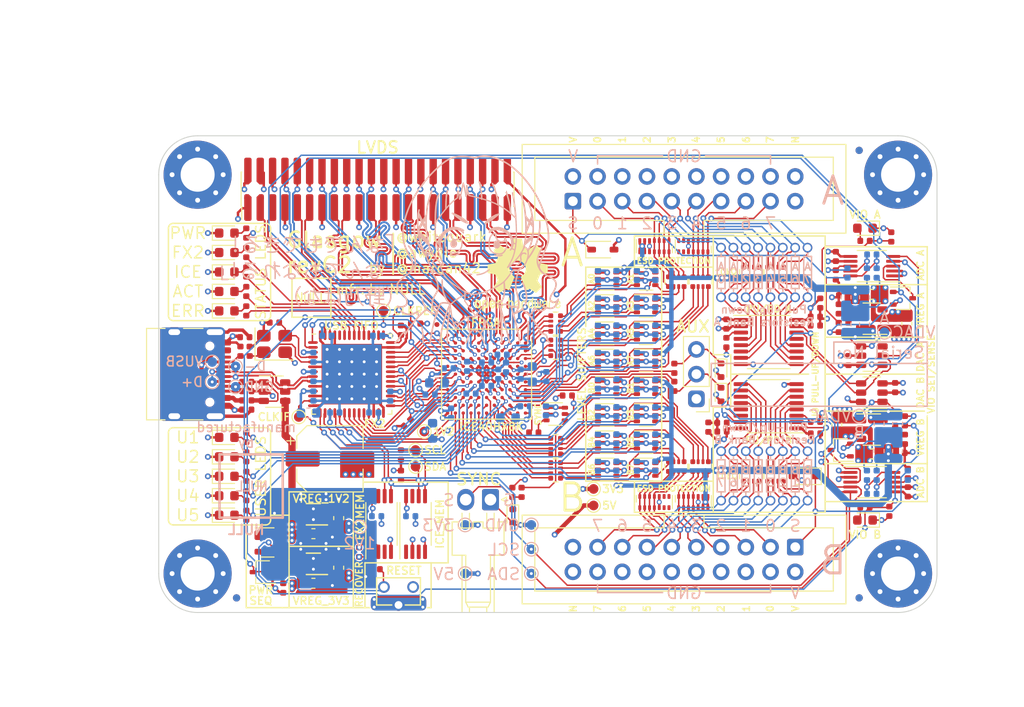
<source format=kicad_pcb>
(kicad_pcb (version 20211014) (generator pcbnew)
  (title_block (title "base board") (rev "C2") (comment 1 "License 0BSD/Apache") (comment 2 "Author: @whitequark") (comment 3 "https://github.com/GlasgowEmbedded/glasgow"))
  (layers (0 "F.Cu" signal) (1 "In1.Cu" power) (2 "In2.Cu" power) (31 "B.Cu" signal) (34 "B.Paste" user) (35 "F.Paste" user) (36 "B.SilkS" user "B.Silkscreen") (37 "F.SilkS" user "F.Silkscreen") (38 "B.Mask" user) (39 "F.Mask" user) (44 "Edge.Cuts" user))
  (net 0 "")
  (net 1 "/SDA")
  (net 2 "+3V3")
  (net 3 "GND")
  (net 4 "/SCL")
  (net 5 "+5V")
  (net 6 "/~{CY_RESET}")
  (net 7 "/SHLD")
  (net 8 "/USB_P")
  (net 9 "/XTALOUT")
  (net 10 "/XTALIN")
  (net 11 "/USB_N")
  (net 12 "/D0")
  (net 13 "/D1")
  (net 14 "/D2")
  (net 15 "/D3")
  (net 16 "/D4")
  (net 17 "/D5")
  (net 18 "/D6")
  (net 19 "/D7")
  (net 20 "/FLAGA")
  (net 21 "/FLAGB")
  (net 22 "/FLAGC")
  (net 23 "/OE")
  (net 24 "/A0")
  (net 25 "/A1")
  (net 26 "/PKTEND")
  (net 27 "/FPGA_DONE")
  (net 28 "/~{FPGA_RESET}")
  (net 29 "+1V2")
  (net 30 "/CLKIF")
  (net 31 "/FLAGD")
  (net 32 "/VUSB")
  (net 33 "/LED_CY")
  (net 34 "Net-(D2-Pad2)")
  (net 35 "Net-(D5-Pad2)")
  (net 36 "/LED_ERR")
  (net 37 "/LED_ACT")
  (net 38 "Net-(D4-Pad2)")
  (net 39 "Net-(D3-Pad2)")
  (net 40 "/LED_FPGA")
  (net 41 "Net-(D1-Pad2)")
  (net 42 "/~{ALERT}")
  (net 43 "/CLKREF")
  (net 44 "/ENVB")
  (net 45 "/ENVA")
  (net 46 "/WR")
  (net 47 "/RD")
  (net 48 "/VCCPLL1")
  (net 49 "/VCCPLL0")
  (net 50 "/GNDPLL1")
  (net 51 "/GNDPLL0")
  (net 52 "Net-(D6-Pad2)")
  (net 53 "Net-(D10-Pad2)")
  (net 54 "Net-(D9-Pad2)")
  (net 55 "Net-(D8-Pad2)")
  (net 56 "Net-(D7-Pad2)")
  (net 57 "/IO_Banks/IO_Buffer_B/Y0")
  (net 58 "/IO_Banks/IO_Buffer_B/Z0")
  (net 59 "/IO_Banks/IO_Buffer_B/Y7")
  (net 60 "/IO_Banks/IO_Buffer_B/Z7")
  (net 61 "/IO_Banks/IO_Buffer_B/Y1")
  (net 62 "/IO_Banks/IO_Buffer_B/Y2")
  (net 63 "/IO_Banks/IO_Buffer_B/Y3")
  (net 64 "/IO_Banks/IO_Buffer_B/Y4")
  (net 65 "/IO_Banks/IO_Buffer_B/Y5")
  (net 66 "/IO_Banks/IO_Buffer_B/Y6")
  (net 67 "/IO_Banks/IO_Buffer_B/Z1")
  (net 68 "/IO_Banks/IO_Buffer_B/Z2")
  (net 69 "/IO_Banks/IO_Buffer_B/Z3")
  (net 70 "/IO_Banks/IO_Buffer_B/Z5")
  (net 71 "/IO_Banks/IO_Buffer_B/Z4")
  (net 72 "/IO_Banks/IO_Buffer_B/Z6")
  (net 73 "/IO_Banks/IO_Buffer_A/Y0")
  (net 74 "/IO_Banks/IO_Buffer_A/Z0")
  (net 75 "/IO_Banks/IO_Buffer_A/Y7")
  (net 76 "/IO_Banks/IO_Buffer_A/Z7")
  (net 77 "/IO_Banks/IO_Buffer_A/Y1")
  (net 78 "/IO_Banks/IO_Buffer_A/Y2")
  (net 79 "/IO_Banks/IO_Buffer_A/Y3")
  (net 80 "/IO_Banks/IO_Buffer_A/Y4")
  (net 81 "/IO_Banks/IO_Buffer_A/Y5")
  (net 82 "/IO_Banks/IO_Buffer_A/Y6")
  (net 83 "/IO_Banks/IO_Buffer_A/Z1")
  (net 84 "/IO_Banks/IO_Buffer_A/Z2")
  (net 85 "/IO_Banks/IO_Buffer_A/Z3")
  (net 86 "/IO_Banks/IO_Buffer_A/Z5")
  (net 87 "/IO_Banks/IO_Buffer_A/Z4")
  (net 88 "/IO_Banks/IO_Buffer_A/Z6")
  (net 89 "/IO_Banks/QB6")
  (net 90 "/IO_Banks/QB5")
  (net 91 "/IO_Banks/QB4")
  (net 92 "/IO_Banks/QB3")
  (net 93 "/IO_Banks/QB2")
  (net 94 "/IO_Banks/QB1")
  (net 95 "/IO_Banks/QB7")
  (net 96 "/IO_Banks/QB0")
  (net 97 "/IO_Banks/QA0")
  (net 98 "/IO_Banks/QA7")
  (net 99 "/IO_Banks/QA1")
  (net 100 "/IO_Banks/QA2")
  (net 101 "/IO_Banks/QA3")
  (net 102 "/IO_Banks/QA4")
  (net 103 "/IO_Banks/QA5")
  (net 104 "/IO_Banks/QA6")
  (net 105 "/IO_Banks/U1")
  (net 106 "/IO_Banks/IO_Buffer_A/VSENSE")
  (net 107 "/IO_Banks/VIOB")
  (net 108 "/IO_Banks/VIOA")
  (net 109 "/IO_Banks/U2")
  (net 110 "/IO_Banks/IO_Buffer_B/VSENSE")
  (net 111 "/IO_Banks/U5")
  (net 112 "/IO_Banks/U4")
  (net 113 "/IO_Banks/U3")
  (net 114 "/IO_Banks/Z0_P")
  (net 115 "/IO_Banks/Z2_N")
  (net 116 "/IO_Banks/Z3_N")
  (net 117 "/IO_Banks/Z3_P")
  (net 118 "/IO_Banks/Z6_P")
  (net 119 "/IO_Banks/Z8_P")
  (net 120 "/IO_Banks/Z10_P")
  (net 121 "/IO_Banks/Z11_P")
  (net 122 "/IO_Banks/Z11_N")
  (net 123 "/IO_Banks/Z0_N")
  (net 124 "/IO_Banks/Z2_P")
  (net 125 "/IO_Banks/Z4_P")
  (net 126 "/IO_Banks/Z5_P")
  (net 127 "/IO_Banks/Z6_N")
  (net 128 "/IO_Banks/Z8_N")
  (net 129 "/IO_Banks/Z10_N")
  (net 130 "/IO_Banks/Z12_N")
  (net 131 "/IO_Banks/Z12_P")
  (net 132 "/IO_Banks/Z1_N")
  (net 133 "/IO_Banks/Z4_N")
  (net 134 "/IO_Banks/Z5_N")
  (net 135 "/IO_Banks/Z7_N")
  (net 136 "/IO_Banks/Z9_P")
  (net 137 "/IO_Banks/Z9_N")
  (net 138 "/IO_Banks/Z1_P")
  (net 139 "/IO_Banks/VIO_AUX")
  (net 140 "/IO_Banks/Z7_P")
  (net 141 "/IO_Banks/DA0")
  (net 142 "/IO_Banks/DA4")
  (net 143 "/IO_Banks/DA6")
  (net 144 "/IO_Banks/DA1")
  (net 145 "/IO_Banks/DA3")
  (net 146 "/IO_Banks/DA5")
  (net 147 "/IO_Banks/DA7")
  (net 148 "/IO_Banks/DB0")
  (net 149 "/IO_Banks/DB4")
  (net 150 "/IO_Banks/DB6")
  (net 151 "/IO_Banks/DB1")
  (net 152 "/IO_Banks/DB3")
  (net 153 "/IO_Banks/DB5")
  (net 154 "/IO_Banks/DB7")
  (net 155 "/IO_Banks/DA2")
  (net 156 "/IO_Banks/DB2")
  (net 157 "/IO_Banks/IO_Buffer_B/VFB")
  (net 158 "/IO_Banks/IO_Buffer_A/VFB")
  (net 159 "/IO_Banks/~{SYNC}")
  (net 160 "Net-(R40-Pad1)")
  (net 161 "Net-(R37-Pad1)")
  (net 162 "Net-(R36-Pad1)")
  (net 163 "Net-(R10-Pad1)")
  (net 164 "Net-(R39-Pad2)")
  (net 165 "Net-(R43-Pad2)")
  (net 166 "Net-(R38-Pad2)")
  (net 167 "Net-(D12-Pad1)")
  (net 168 "Net-(D13-Pad1)")
  (net 169 "Net-(R45-Pad2)")
  (net 170 "Net-(R45-Pad1)")
  (net 171 "Net-(D14-Pad2)")
  (net 172 "Net-(D15-Pad2)")
  (net 173 "Net-(RN1-Pad5)")
  (net 174 "Net-(RN1-Pad6)")
  (net 175 "Net-(RN1-Pad7)")
  (net 176 "Net-(RN2-Pad5)")
  (net 177 "Net-(RN2-Pad6)")
  (net 178 "Net-(RN2-Pad8)")
  (net 179 "Net-(RN2-Pad7)")
  (net 180 "Net-(RN7-Pad5)")
  (net 181 "Net-(RN7-Pad6)")
  (net 182 "Net-(RN7-Pad7)")
  (net 183 "Net-(RN8-Pad5)")
  (net 184 "Net-(RN8-Pad6)")
  (net 185 "Net-(RN8-Pad8)")
  (net 186 "Net-(RN8-Pad7)")
  (net 187 "/xVBUS")
  (net 188 "/CC1")
  (net 189 "/CC2")
  (net 190 "Net-(C44-Pad2)")
  (net 191 "Net-(C44-Pad1)")
  (net 192 "Net-(C58-Pad2)")
  (net 193 "Net-(C58-Pad1)")
  (net 194 "Net-(D18-Pad3)")
  (net 195 "/IO_Banks/IO_Buffer_B/VIO_EN")
  (net 196 "Net-(D19-Pad3)")
  (net 197 "/IO_Banks/IO_Buffer_A/VIO_EN")
  (net 198 "Net-(D24-Pad2)")
  (net 199 "Net-(R4-Pad2)")
  (net 200 "Net-(R6-Pad1)")
  (net 201 "Net-(R56-Pad1)")
  (net 202 "/IO_Banks/IO_Buffer_B/ISNS_H")
  (net 203 "/IO_Banks/IO_Buffer_A/ISNS_H")
  (net 204 "/SWSH")
  (net 205 "Net-(C90-Pad2)")
  (net 206 "Net-(C91-Pad2)")
  (net 207 "/IO_Banks/IO_Buffer_B/X0")
  (net 208 "/IO_Banks/IO_Buffer_A/X0")
  (net 209 "/IO_Banks/IO_Buffer_B/P7")
  (net 210 "/IO_Banks/IO_Buffer_B/P6")
  (net 211 "/IO_Banks/IO_Buffer_B/P5")
  (net 212 "/IO_Banks/IO_Buffer_B/P4")
  (net 213 "/IO_Banks/IO_Buffer_B/P3")
  (net 214 "/IO_Banks/IO_Buffer_B/P2")
  (net 215 "/IO_Banks/IO_Buffer_B/P1")
  (net 216 "/IO_Banks/IO_Buffer_B/P0")
  (net 217 "/IO_Banks/IO_Buffer_A/P7")
  (net 218 "/IO_Banks/IO_Buffer_A/P6")
  (net 219 "/IO_Banks/IO_Buffer_A/P5")
  (net 220 "/IO_Banks/IO_Buffer_A/P4")
  (net 221 "/IO_Banks/IO_Buffer_A/P3")
  (net 222 "/IO_Banks/IO_Buffer_A/P2")
  (net 223 "/IO_Banks/IO_Buffer_A/P1")
  (net 224 "/IO_Banks/IO_Buffer_A/P0")
  (net 225 "/~{MR}")
  (net 226 "/IO_Banks/IO_Buffer_B/VDAC")
  (net 227 "/IO_Banks/IO_Buffer_A/VDAC")
  (footprint "TestPoint:TestPoint_Pad_D1.0mm" (layer "F.Cu") (at 76.4 105)
    (fp_text reference "TP5" hide)
    (fp_text value "SCL")
  )
  (footprint "TestPoint:TestPoint_Pad_D1.0mm" (layer "F.Cu") (at 76.4 103.3)
    (fp_text reference "TP4" hide)
    (fp_text value "SDA")
  )
  (footprint "Fiducial:Fiducial_0.75mm_Mask1.5mm" (layer "F.Cu") (at 58 118.5)
    (fp_text reference "FID1" hide)
    (fp_text value "Fiducial_0.75mm_Mask1.5mm" hide)
  )
  (footprint "Fiducial:Fiducial_0.75mm_Mask1.5mm" (layer "F.Cu") (at 122 72.5)
    (fp_text reference "FID2" hide)
    (fp_text value "Fiducial_0.75mm_Mask1.5mm" hide)
  )
  (footprint "Capacitor_SMD:C_0402_1005Metric" (layer "F.Cu") (at 127 107.6 90)
    (fp_text reference "C30" hide)
    (fp_text value "u1")
  )
  (footprint "Resistor_SMD:R_0402_1005Metric" (layer "F.Cu") (at 59 108 -90)
    (fp_text reference "R22" hide)
    (fp_text value "10k")
  )
  (footprint "Resistor_SMD:R_0402_1005Metric" (layer "F.Cu") (at 59 110 -90)
    (fp_text reference "R23" hide)
    (fp_text value "4k7")
  )
  (footprint "TestPoint:TestPoint_Pad_D1.0mm" (layer "F.Cu") (at 73.1 89)
    (fp_text reference "TP6" hide)
    (fp_text value "CLKREF")
  )
  (footprint "Resistor_SMD:R_0402_1005Metric" (layer "F.Cu") (at 75.55 100.5 45)
    (fp_text reference "R9" hide)
    (fp_text value "100k")
  )
  (footprint "Package_DFN_QFN:Cypress_QFN-56-1EP_8x8mm_P0.5mm_EP6.22x6.22mm_ThermalVias" (layer "F.Cu") (at 69.85 95.5)
    (fp_text reference "U1" hide)
    (fp_text value "CY7C68013A-56LTX")
  )
  (footprint "Resistor_SMD:R_0402_1005Metric" (layer "F.Cu") (at 120.9 90.7 90)
    (fp_text reference "R33" hide)
    (fp_text value "49k9")
  )
  (footprint "LED_SMD:LED_0603_1608Metric" (layer "F.Cu") (at 57 102)
    (fp_text reference "D6" hide)
    (fp_text value "BLU")
  )
  (footprint "LED_SMD:LED_0603_1608Metric" (layer "F.Cu") (at 57 106)
    (fp_text reference "D8" hide)
    (fp_text value "WHT")
  )
  (footprint "LED_SMD:LED_0603_1608Metric" (layer "F.Cu") (at 57 89)
    (fp_text reference "D5" hide)
    (fp_text value "RED")
  )
  (footprint "LED_SMD:LED_0603_1608Metric" (layer "F.Cu") (at 57 87)
    (fp_text reference "D4" hide)
    (fp_text value "YEL")
  )
  (footprint "LED_SMD:LED_0603_1608Metric" (layer "F.Cu") (at 57 85)
    (fp_text reference "D3" hide)
    (fp_text value "GRN")
  )
  (footprint "LED_SMD:LED_0603_1608Metric" (layer "F.Cu") (at 57 83)
    (fp_text reference "D2" hide)
    (fp_text value "GRN")
  )
  (footprint "Resistor_SMD:R_0402_1005Metric" (layer "F.Cu") (at 59 85 90)
    (fp_text reference "R14" hide)
    (fp_text value "20k")
  )
  (footprint "Resistor_SMD:R_0402_1005Metric" (layer "F.Cu") (at 59 87 90)
    (fp_text reference "R15" hide)
    (fp_text value "2k2")
  )
  (footprint "Resistor_SMD:R_0402_1005Metric" (layer "F.Cu") (at 59 104 -90)
    (fp_text reference "R20" hide)
    (fp_text value "10k")
  )
  (footprint "Glasgow:SOT-363_SC-70-6" (layer "F.Cu") (at 100.1 99.7)
    (fp_text reference "U27" hide)
    (fp_text value "SN74LVC1T45DCKR")
  )
  (footprint "Glasgow:SOT-363_SC-70-6" (layer "F.Cu") (at 100.1 96.9)
    (fp_text reference "U26" hide)
    (fp_text value "SN74LVC1T45DCKR")
  )
  (footprint "Glasgow:SOT-363_SC-70-6" (layer "F.Cu") (at 100.1 91.3)
    (fp_text reference "U17" hide)
    (fp_text value "SN74LVC1T45DCKR")
  )
  (footprint "Glasgow:SOT-363_SC-70-6" (layer "F.Cu") (at 96.1 94.1)
    (fp_text reference "U10" hide)
    (fp_text value "SN74LVC1T45DCKR")
  )
  (footprint "Glasgow:SOT-363_SC-70-6" (layer "F.Cu") (at 96.1 91.3)
    (fp_text reference "U9" hide)
    (fp_text value "SN74LVC1T45DCKR")
  )
  (footprint "Glasgow:SOT-363_SC-70-6" (layer "F.Cu") (at 96.1 88.5)
    (fp_text reference "U6" hide)
    (fp_text value "SN74LVC1T45DCKR")
  )
  (footprint "Glasgow:SOT-363_SC-70-6" (layer "F.Cu") (at 96.1 96.9)
    (fp_text reference "U22" hide)
    (fp_text value "SN74LVC1T45DCKR")
  )
  (footprint "Glasgow:SOT-363_SC-70-6" (layer "F.Cu") (at 96.1 102.5)
    (fp_text reference "U24" hide)
    (fp_text value "SN74LVC1T45DCKR")
  )
  (footprint "Glasgow:SOT-363_SC-70-6" (layer "F.Cu") (at 96.1 105.3)
    (fp_text reference "U25" hide)
    (fp_text value "SN74LVC1T45DCKR")
  )
  (footprint "Capacitor_SMD:C_0402_1005Metric" (layer "F.Cu") (at 120.4 87.4 180)
    (fp_text reference "C57" hide)
    (fp_text value "u1")
  )
  (footprint "LED_SMD:LED_0603_1608Metric" (layer "F.Cu") (at 57 81)
    (fp_text reference "D1" hide)
    (fp_text value "GRN")
  )
  (footprint "Glasgow:PinSocket_1x08_P1.27mm_Vertical_DNP" (layer "F.Cu") (at 107.8 87.6 90)
    (fp_text reference "J9" hide)
    (fp_text value "Conn_01x08" hide)
  )
  (footprint "Glasgow:PinSocket_1x08_P1.27mm_Vertical_DNP" (layer "F.Cu") (at 116.7 108.5 -90)
    (fp_text reference "J6" hide)
    (fp_text value "Conn_01x08" hide)
  )
  (footprint "Capacitor_SMD:C_0603_1608Metric" (layer "F.Cu") (at 126.9 90.3 90)
    (fp_text reference "C82" hide)
    (fp_text value "4u7")
  )
  (footprint "Capacitor_SMD:C_0603_1608Metric" (layer "F.Cu") (at 119.7 100.7 -90)
    (fp_text reference "C31" hide)
    (fp_text value "4u7")
  )
  (footprint "Capacitor_SMD:C_0603_1608Metric" (layer "F.Cu") (at 123.3 103.7 180)
    (fp_text reference "C53" hide)
    (fp_text value "4u7")
  )
  (footprint "Resistor_SMD:R_0402_1005Metric" (layer "F.Cu") (at 125.7 102.2 -90)
    (fp_text reference "R28" hide)
    (fp_text value "59k")
  )
  (footprint "Resistor_SMD:R_0402_1005Metric" (layer "F.Cu") (at 125.7 100.3 -90)
    (fp_text reference "R27" hide)
    (fp_text value "49k9")
  )
  (footprint "Fiducial:Fiducial_0.75mm_Mask1.5mm" (layer "F.Cu") (at 122 118.5)
    (fp_text reference "FID3" hide)
    (fp_text value "Fiducial_0.75mm_Mask1.5mm" hide)
  )
  (footprint "Fiducial:Fiducial_0.5mm_Dia_1mm_Outer" (layer "F.Cu") (at 78.6 90.4)
    (fp_text reference "FID8" hide)
    (fp_text value "Fiducial_0.5mm_Dia_1mm_Outer" hide)
  )
  (footprint "Capacitor_SMD:C_0402_1005Metric" (layer "F.Cu") (at 125.7 90.3 90)
    (fp_text reference "C59" hide)
    (fp_text value "u1")
  )
  (footprint "Resistor_SMD:R_0402_1005Metric" (layer "F.Cu") (at 120.9 88.8 90)
    (fp_text reference "R34" hide)
    (fp_text value "59k")
  )
  (footprint "Capacitor_SMD:C_0402_1005Metric" (layer "F.Cu") (at 59.35 93.15 90)
    (fp_text reference "C12" hide)
    (fp_text value "9p")
  )
  (footprint "Resistor_SMD:R_0402_1005Metric" (layer "F.Cu") (at 59 89 90)
    (fp_text reference "R16" hide)
    (fp_text value "10k")
  )
  (footprint "Resistor_SMD:R_0402_1005Metric" (layer "F.Cu") (at 76.4 90.3)
    (fp_text reference "R17" hide)
    (fp_text value "100k")
  )
  (footprint "Resistor_SMD:R_0402_1005Metric" (layer "F.Cu") (at 59 81 90)
    (fp_text reference "R12" hide)
    (fp_text value "20k")
  )
  (footprint "Resistor_SMD:R_0402_1005Metric" (layer "F.Cu") (at 59 83 90)
    (fp_text reference "R13" hide)
    (fp_text value "20k")
  )
  (footprint "Glasgow:Crystal_SMD_3225-4Pin_3.2x2.5mm" (layer "F.Cu") (at 61.9 92.4)
    (fp_text reference "Y1" hide)
    (fp_text value "24M")
  )
  (footprint "Package_BGA:BGA-121_9.0x9.0mm_Layout11x11_P0.8mm_Ball0.4mm_Pad0.35mm_NSMD" (layer "F.Cu") (at 83.7 95.5 -90)
    (fp_text reference "U30" hide)
    (fp_text value "ICE40HX8K-BG121")
  )
  (footprint "Capacitor_SMD:C_0402_1005Metric" (layer "F.Cu") (at 58.85 91.7 180)
    (fp_text reference "C13" hide)
    (fp_text value "u1")
  )
  (footprint "Glasgow:SOT-363_SC-70-6" (layer "F.Cu") (at 100.1 88.5)
    (fp_text reference "U16" hide)
    (fp_text value "SN74LVC1T45DCKR")
  )
  (footprint "Glasgow:SOT-363_SC-70-6" (layer "F.Cu") (at 100.1 85.7)
    (fp_text reference "U11" hide)
    (fp_text value "SN74LVC1T45DCKR")
  )
  (footprint "Resistor_SMD:R_0402_1005Metric" (layer "F.Cu") (at 59 106 -90)
    (fp_text reference "R21" hide)
    (fp_text value "6k8")
  )
  (footprint "LED_SMD:LED_0603_1608Metric" (layer "F.Cu") (at 57 108)
    (fp_text reference "D9" hide)
    (fp_text value "PNK")
  )
  (footprint "Resistor_SMD:R_0402_1005Metric" (layer "F.Cu") (at 59 102 -90)
    (fp_text reference "R11" hide)
    (fp_text value "4k7")
  )
  (footprint "LED_SMD:LED_0603_1608Metric" (layer "F.Cu") (at 57 104)
    (fp_text reference "D7" hide)
    (fp_text value "PNK")
  )
  (footprint "LED_SMD:LED_0603_1608Metric" (layer "F.Cu") (at 57 110)
    (fp_text reference "D10" hide)
    (fp_text value "BLU")
  )
  (footprint "Resistor_SMD:R_0402_1005Metric" (layer "F.Cu") (at 125.3 81.4 90)
    (fp_text reference "R18" hide)
    (fp_text value "10k")
  )
  (footprint "Glasgow:PinSocket_1x08_P1.27mm_Vertical_DNP" (layer "F.Cu") (at 116.7 103.42 -90)
    (fp_text reference "J7" hide)
    (fp_text value "Conn_01x08" hide)
  )
  (footprint "Glasgow:SOT-23-5" (layer "F.Cu") (at 123.3 101.2)
    (fp_text reference "U14" hide)
    (fp_text value "TPS73101DBV")
  )
  (footprint "Capacitor_SMD:C_0402_1005Metric" (layer "F.Cu") (at 107.9 101.4 180)
    (fp_text reference "C29" hide)
    (fp_text value "u1")
  )
  (footprint "Capacitor_SMD:C_0402_1005Metric" (layer "F.Cu") (at 126.2 103.6)
    (fp_text reference "C46" hide)
    (fp_text value "u1")
  )
  (footprint "Resistor_SMD:R_0402_1005Metric" (layer "F.Cu") (at 125.1 109.6 -90)
    (fp_text reference "R19" hide)
    (fp_text value "10k")
  )
  (footprint "Glasgow:SOT-363_SC-70-6" (layer "F.Cu") (at 100.1 94.1)
    (fp_text reference "U18" hide)
    (fp_text value "SN74LVC1T45DCKR")
  )
  (footprint "Glasgow:R_0402_1005Metric_DNP" (layer "F.Cu") (at 70.6 113.8 -90)
    (fp_text reference "R40" hide)
    (fp_text value "DNP")
  )
  (footprint "Package_SO:TSSOP-16_4.4x5mm_P0.65mm" (layer "F.Cu") (at 112.7 92.2)
    (fp_text reference "U19" hide)
    (fp_text value "PCA6408APW")
  )
  (footprint "Resistor_SMD:R_0402_1005Metric" (layer "F.Cu") (at 103 96.75 90)
    (fp_text reference "R39" hide)
    (fp_text value "47R")
  )
  (footprint "Resistor_SMD:R_0402_1005Metric" (layer "F.Cu") (at 103 94.9 -90)
    (fp_text reference "R43" hide)
    (fp_text value "47R")
  )
  (footprint "Glasgow:SOT-363_SC-70-6" (layer "F.Cu") (at 100.1 102.5)
    (fp_text reference "U28" hide)
    (fp_text value "SN74LVC1T45DCKR")
  )
  (footprint "Glasgow:SOT-363_SC-70-6" (layer "F.Cu") (at 96.1 99.7)
    (fp_text reference "U23" hide)
    (fp_text value "SN74LVC1T45DCKR")
  )
  (footprint "Capacitor_SMD:C_0402_1005Metric" (layer "F.Cu") (at 117.515 101.6)
    (fp_text reference "C22" hide)
    (fp_text value "u1")
  )
  (footprint "Resistor_SMD:R_0402_1005Metric" (layer "F.Cu") (at 86.35 107.65 90)
    (fp_text reference "R44" hide)
    (fp_text value "10k")
  )
  (footprint "Resistor_SMD:R_0402_1005Metric" (layer "F.Cu") (at 117.5 100.4)
    (fp_text reference "R36" hide)
    (fp_text value "10k")
  )
  (footprint "Resistor_SMD:R_0402_1005Metric" (layer "F.Cu") (at 107.9 100.5)
    (fp_text reference "R41" hide)
    (fp_text value "2k2")
  )
  (footprint "Capacitor_SMD:C_0402_1005Metric" (layer "F.Cu") (at 108.35 90.35 -90)
    (fp_text reference "C84" hide)
    (fp_text value "u1")
  )
  (footprint "Capacitor_SMD:C_0402_1005Metric" (layer "F.Cu") (at 120.9 100.7 -90)
    (fp_text reference "C45" hide)
    (fp_text value "u1")
  )
  (footprint "Package_SO:TSSOP-16_4.4x5mm_P0.65mm" (layer "F.Cu") (at 112.7 98.8 180)
    (fp_text reference "U5" hide)
    (fp_text value "PCA6408APW")
  )
  (footprint "Resistor_SMD:R_0402_1005Metric" (layer "F.Cu") (at 117.5 90.5 180)
    (fp_text reference "R42" hide)
    (fp_text value "2k2")
  )
  (footprint "Resistor_SMD:R_0402_1005Metric" (layer "F.Cu") (at 119.9 88.8 -90)
    (fp_text reference "R35" hide)
    (fp_text value "24k3")
  )
  (footprint "Resistor_SMD:R_0402_1005Metric" (layer "F.Cu") (at 126.7 102.2 90)
    (fp_text reference "R29" hide)
    (fp_text value "24k3")
  )
  (footprint "Resistor_SMD:R_0402_1005Metric" (layer "F.Cu") (at 92 97.7 180)
    (fp_text reference "R10" hide)
    (fp_text value "2k2")
  )
  (footprint "TestPoint:TestPoint_Pad_D1.0mm" (layer "F.Cu") (at 94.7 107.3)
    (fp_text reference "TP3" hide)
    (fp_text value "3V3")
  )
  (footprint "TestPoint:TestPoint_Pad_D1.0mm" (layer "F.Cu") (at 94.7 109)
    (fp_text reference "TP1" hide)
    (fp_text value "5V")
  )
  (footprint "Resistor_SMD:R_0402_1005Metric" (layer "F.Cu") (at 74.9 105.9 90)
    (fp_text reference "R2" hide)
    (fp_text value "2k2")
  )
  (footprint "Glasgow:D_SOD-523" (layer "F.Cu") (at 107.8 97.6 -90)
    (fp_text reference "D12" hide)
    (fp_text value "ESD5Z5.0T1G")
  )
  (footprint "Resistor_SMD:R_0402_1005Metric" (layer "F.Cu") (at 88.55 101.5 180)
    (fp_text reference "R45" hide)
    (fp_text value "47R")
  )
  (footprint "Connector_PinHeader_2.54mm:PinHeader_1x03_P2.54mm_Vertical" (layer "F.Cu") (at 105.27 98.04 180)
    (fp_text reference "J10" hide)
    (fp_text value "AUX")
  )
  (footprint "Glasgow:MountingHole_3.5mm_Pad_Via_CrtYd" (layer "F.Cu") (at 54 116)
    (fp_text reference "MK1" hide)
    (fp_text value "Mounting_Hole_PAD" hide)
  )
  (footprint "Glasgow:MountingHole_3.5mm_Pad_Via_CrtYd" (layer "F.Cu") (at 54 75)
    (fp_text reference "MK2" hide)
    (fp_text value "Mounting_Hole_PAD" hide)
  )
  (footprint "Glasgow:MountingHole_3.5mm_Pad_Via_CrtYd" (layer "F.Cu") (at 126 116)
    (fp_text reference "MK4" hide)
    (fp_text value "Mounting_Hole_PAD" hide)
  )
  (footprint "Capacitor_SMD:C_0603_1608Metric" (layer "F.Cu") (at 123.3 87.3)
    (fp_text reference "C83" hide)
    (fp_text value "4u7")
  )
  (footprint "Glasgow:MountingHole_3.5mm_Pad_Via_CrtYd" (layer "F.Cu") (at 126 75)
    (fp_text reference "MK3" hide)
    (fp_text value "Mounting_Hole_PAD" hide)
  )
  (footprint "Glasgow:PinSocket_1x08_P1.27mm_Vertical_DNP" (layer "F.Cu") (at 107.8 82.5 90)
    (fp_text reference "J8" hide)
    (fp_text value "Conn_01x08" hide)
  )
  (footprint "LED_SMD:LED_0603_1608Metric" (layer "F.Cu") (at 122.6 80.5 180)
    (fp_text reference "D15" hide)
    (fp_text value "GRN")
  )
  (footprint "Capacitor_SMD:C_0402_1005Metric" (layer "F.Cu") (at 119.6 83.4 -90)
    (fp_text reference "C55" hide)
    (fp_text value "u1")
  )
  (footprint "Connector_IDC:IDC-Header_2x10_P2.54mm_Vertical" (layer "F.Cu") (at 92.57 77.72 90)
    (fp_text reference "J2" hide)
    (fp_text value "IDC-Header_2x10_P2.54mm")
  )
  (footprint "Resistor_SMD:R_0402_1005Metric" (layer "F.Cu") (at 122.6 109.2 180)
    (fp_text reference "R46" hide)
    (fp_text value "20k")
  )
  (footprint "Resistor_SMD:R_0402_1005Metric" (layer "F.Cu") (at 122.6 81.8 180)
    (fp_text reference "R47" hide)
    (fp_text value "20k")
  )
  (footprint "TestPoint:TestPoint_Pad_D1.0mm" (layer "F.Cu") (at 77.3 101.4)
    (fp_text reference "TP2" hide)
    (fp_text value "1V2")
  )
  (footprint "LED_SMD:LED_0603_1608Metric" (layer "F.Cu") (at 122.6 110.5 180)
    (fp_text reference "D14" hide)
    (fp_text value "GRN")
  )
  (footprint "Glasgow:SOT-23-5" (layer "F.Cu") (at 123.3 89.8 180)
    (fp_text reference "U31" hide)
    (fp_text value "TPS73101DBV")
  )
  (footprint "Glasgow:D_SOD-523" (layer "F.Cu") (at 86.4 110.1 -90)
    (fp_text reference "D11" hide)
    (fp_text value "ESD5Z5.0T1G")
  )
  (footprint "Resistor_SMD:R_0402_1005Metric" (layer "F.Cu") (at 74.9 103.8 -90)
    (fp_text reference "R1" hide)
    (fp_text value "2k2")
  )
  (footprint "Glasgow:R_Array_Convex_4x0402" (layer "F.Cu") (at 105.7 105 -90)
    (fp_text reference "RN3" hide)
    (fp_text value "33R")
  )
  (footprint "Glasgow:R_Array_Convex_4x0402" (layer "F.Cu") (at 103.2 105 -90)
    (fp_text reference "RN4" hide)
    (fp_text value "33R")
  )
  (footprint "Glasgow:R_Array_Convex_4x0402" (layer "F.Cu") (at 113.4 106 90)
    (fp_text reference "RN5" hide)
    (fp_text value "10k")
  )
  (footprint "Glasgow:R_Array_Convex_4x0402" (layer "F.Cu") (at 110.9 106 90)
    (fp_text reference "RN6" hide)
    (fp_text value "10k")
  )
  (footprint "Glasgow:R_Array_Convex_4x0402" (layer "F.Cu") (at 90.8 90.3)
    (fp_text reference "RN7" hide)
    (fp_text value "33R")
  )
  (footprint "Glasgow:R_Array_Convex_4x0402" (layer "F.Cu") (at 90.8 92.8)
    (fp_text reference "RN8" hide)
    (fp_text value "33R")
  )
  (footprint "Glasgow:R_Array_Convex_4x0402" (layer "F.Cu") (at 105.7 86 90)
    (fp_text reference "RN10" hide)
    (fp_text value "33R")
  )
  (footprint "Glasgow:R_Array_Convex_4x0402" (layer "F.Cu") (at 110.9 85 -90)
    (fp_text reference "RN11" hide)
    (fp_text value "10k")
  )
  (footprint "Glasgow:R_Array_Convex_4x0402" (layer "F.Cu") (at 113.4 85 -90)
    (fp_text reference "RN12" hide)
    (fp_text value "10k")
  )
  (footprint "Glasgow:SOT-363_SC-70-6" (layer "F.Cu") (at 96.1 85.7)
    (fp_text reference "U4" hide)
    (fp_text value "SN74LVC1T45DCKR")
  )
  (footprint "Glasgow:SOT-363_SC-70-6" (layer "F.Cu") (at 90.8 99.6)
    (fp_text reference "U32" hide)
    (fp_text value "SN74LVC1T45DCKR")
  )
  (footprint "Glasgow:SOT-363_SC-70-6" (layer "F.Cu") (at 100.1 105.3)
    (fp_text reference "U29" hide)
    (fp_text value "SN74LVC1T45DCKR")
  )
  (footprint "Glasgow:D_SOD-523" (layer "F.Cu") (at 107.8 95.1 -90)
    (fp_text reference "D13" hide)
    (fp_text value "ESD5Z5.0T1G")
  )
  (footprint "Glasgow:R_Array_Convex_4x0402" (layer "F.Cu") (at 90.8 105.4)
    (fp_text reference "RN2" hide)
    (fp_text value "33R")
  )
  (footprint "Glasgow:R_Array_Convex_4x0402" (layer "F.Cu") (at 90.8 102.9)
    (fp_text reference "RN1" hide)
    (fp_text value "33R")
  )
  (footprint "Resistor_SMD:R_0402_1005Metric" (layer "F.Cu") (at 108.35 92.25 -90)
    (fp_text reference "R37" hide)
    (fp_text value "10k")
  )
  (footprint "Glasgow:USB_C_Receptacle_HRO_TYPE-C-31-M-12" (layer "F.Cu") (at 52.65 95.5 -90)
    (fp_text reference "J1")
    (fp_text value "USB_C_USB2.0")
  )
  (footprint "Capacitor_SMD:C_0402_1005Metric" (layer "F.Cu") (at 61.9 90.2 180)
    (fp_text reference "C11" hide)
    (fp_text value "9p")
  )
  (footprint "Resistor_SMD:R_0402_1005Metric" (layer "F.Cu") (at 58.4 93.15 -90)
    (fp_text reference "R53" hide)
    (fp_text value "5k1")
  )
  (footprint "Capacitor_SMD:C_0402_1005Metric" (layer "F.Cu") (at 59.05 96.3 180)
    (fp_text reference "C8" hide)
    (fp_text value "u1")
  )
  (footprint "Inductor_SMD:L_0402_1005Metric" (layer "F.Cu") (at 59.05 98.2)
    (fp_text reference "FB1" hide)
    (fp_text value "600R, 0.5A")
  )
  (footprint "Glasgow:SOT-23-6" (layer "F.Cu") (at 61.9 97.3)
    (fp_text reference "U15" hide)
    (fp_text value "TPD3S014")
  )
  (footprint "Resistor_SMD:R_0402_1005Metric" (layer "F.Cu") (at 59.05 97.25 180)
    (fp_text reference "R52" hide)
    (fp_text value "5k1")
  )
  (footprint "Glasgow:D_SOD-323" (layer "F.Cu") (at 116.35 106 180)
    (fp_text reference "D16" hide)
    (fp_text value "CDSOD323-T36S")
  )
  (footprint "Glasgow:D_SOD-323" (layer "F.Cu") (at 95.65 82.7)
    (fp_text reference "D17" hide)
    (fp_text value "CDSOD323-T36S")
  )
  (footprint "Glasgow:SOT-323_SC-70" (layer "F.Cu") (at 120.1 103.3 180)
    (fp_text reference "D18" hide)
    (fp_text value "BAT54CW")
  )
  (footprint "Glasgow:SOT-323_SC-70" (layer "F.Cu") (at 126.5 87.7)
    (fp_text reference "D19" hide)
    (fp_text value "BAT54CW")
  )
  (footprint "Resistor_SMD:R_0402_1005Metric" (layer "F.Cu") (at 126.7 100.3 -90)
    (fp_text reference "R26" hide)
    (fp_text value "10k")
  )
  (footprint "Package_SO:VSSOP-10_3x3mm_P0.5mm" (layer "F.Cu") (at 123.3 106.6)
    (fp_text reference "U12" hide)
    (fp_text value "INA233")
  )
  (footprint "Glasgow:UDFN-14_3.5x1.35mm_P0.5mm" (layer "F.Cu") (at 100.95 108.65 90)
    (fp_text reference "D21" hide)
    (fp_text value "SP3012-06UTG")
  )
  (footprint "Glasgow:UDFN-14_3.5x1.35mm_P0.5mm" (layer "F.Cu") (at 104.95 82.35 -90)
    (fp_text reference "D23" hide)
    (fp_text value "SP3012-06UTG")
  )
  (footprint "Capacitor_SMD:C_0402_1005Metric" (layer "F.Cu") (at 62.4 110.6 180)
    (fp_text reference "C16" hide)
    (fp_text value "u1")
  )
  (footprint "Capacitor_SMD:C_0402_1005Metric" (layer "F.Cu") (at 74.9 90.985 90)
    (fp_text reference "C88" hide)
    (fp_text value "u1")
  )
  (footprint "Glasgow:SOT-323_SC-70" (layer "F.Cu") (at 60.7 115.85 180)
    (fp_text reference "D24" hide)
    (fp_text value "BAT54AW")
  )
  (footprint "Resistor_SMD:R_0402_1005Metric" (layer "F.Cu") (at 62.8 117.485 90)
    (fp_text reference "R4" hide)
    (fp_text value "100k")
  )
  (footprint "Resistor_SMD:R_0402_1005Metric" (layer "F.Cu") (at 62.8 115.585 90)
    (fp_text reference "R5" hide)
    (fp_text value "100k")
  )
  (footprint "Resistor_SMD:R_0402_1005Metric" (layer "F.Cu") (at 106.5 100.95 -90)
    (fp_text reference "R57" hide)
    (fp_text value "2k2")
  )
  (footprint "Resistor_SMD:R_0402_1005Metric" (layer "F.Cu") (at 118 88.2 90)
    (fp_text reference "R58" hide)
    (fp_text value "2k2")
  )
  (footprint "Resistor_SMD:R_0402_1005Metric" (layer "F.Cu") (at 87.3 107.65 90)
    (fp_text reference "R38" hide)
    (fp_text value "47R")
  )
  (footprint "Glasgow:PinHeader_2x22_P1.27mm_Vertical__SMD" (layer "F.Cu") (at 72.5 76.5 90)
    (fp_text reference "J5" hide)
    (fp_text value "PinHeader_2x22_P1.27mm")
  )
  (footprint "Resistor_SMD:R_0402_1005Metric" (layer "F.Cu") (at 59.05 99.15 180)
    (fp_text reference "R3" hide)
    (fp_text value "100k")
  )
  (footprint "TestPoint:TestPoint_Pad_D1.0mm" (layer "F.Cu") (at 64.4 99.9)
    (fp_text reference "TP7" hide)
    (fp_text value "3V3")
  )
  (footprint "Capacitor_SMD:CP_Elec_6.3x5.9" (layer "F.Cu") (at 67.6 104.2)
    (fp_text reference "C87" hide)
    (fp_text value "150u")
  )
  (footprint "Package_SO:TSSOP-8_4.4x3mm_P0.65mm" (layer "F.Cu") (at 76.4 110.9 90)
    (fp_text reference "U2" hide)
    (fp_text value "CAT24M01X")
  )
  (footprint "Package_SO:TSSOP-8_4.4x3mm_P0.65mm" (layer "F.Cu") (at 72.9 110.9 90)
    (fp_text reference "U3" hide)
    (fp_text value "BL24C256A-SFRC")
  )
  (footprint "Glasgow:Molex_KK-254_1x02_P2.54mm_Horizontal" (layer "F.Cu") (at 84.1 108.4)
    (fp_text reference "J4" hide)
    (fp_text value "Conn_01x02")
  )
  (footprint "Glasgow:DFN-6-1EP_2x2mm_P0.65mm_EP1x1.6mm_ThermalVias" (layer "F.Cu") (at 65.9 115 180)
    (fp_text reference "U8" hide)
    (fp_text value "TLV75533PDRVR")
  )
  (footprint "Glasgow:DFN-6-1EP_2x2mm_P0.65mm_EP1x1.6mm_ThermalVias" (layer "F.Cu") (at 65.9 109.9 180)
    (fp_text reference "U36" hide)
    (fp_text value "TLV73312PQDRVR")
  )
  (footprint "Capacitor_SMD:C_0603_1608Metric" (layer "F.Cu") (at 65.9 111.9 180)
    (fp_text reference "C86" hide)
    (fp_text value "4u7")
  )
  (footprint "Capacitor_SMD:C_0603_1608Metric" (layer "F.Cu") (at 65.9 117 180)
    (fp_text reference "C26" hide)
    (fp_text value "4u7")
  )
  (footprint "Capacitor_SMD:C_0603_1608Metric" (layer "F.Cu") (at 68.5 110.3 90)
    (fp_text reference "C27" hide)
    (fp_text value "4u7")
  )
  (footprint "Capacitor_SMD:C_0603_1608Metric" (layer "F.Cu") (at 68.5 115.4 90)
    (fp_text reference "C28" hide)
    (fp_text value "4u7")
  )
  (footprint "Connector_IDC:IDC-Header_2x10_P2.54mm_Vertical" (layer "F.Cu") (at 115.43 113.28 -90)
    (fp_text reference "J3" hide)
    (fp_text value "IDC-Header_2x10_P2.54mm")
  )
  (footprint "Glasgow:SOT-143" (layer "F.Cu") (at 61.2 112.8)
    (fp_text reference "U7" hide)
    (fp_text value "APX811-40UG-7")
  )
  (footprint "Glasgow:UDFN-14_3.5x1.35mm_P0.5mm" (layer "F.Cu") (at 104.95 108.65 90)
    (fp_text reference "D20" hide)
    (fp_text value "SP3012-06UTG")
  )
  (footprint "Glasgow:R_Array_Convex_4x0402" (layer "F.Cu") (at 103.2 86 90)
    (fp_text reference "RN9" hide)
    (fp_text value "33R")
  )
  (footprint "Package_SO:VSSOP-10_3x3mm_P0.5mm" (layer "F.Cu") (at 123.3 84.4 180)
    (fp_text reference "U21" hide)
    (fp_text value "INA233")
  )
  (footprint "Capacitor_SMD:C_0402_1005Metric" (layer "F.Cu") (at 72.25 115.55 180)
    (fp_text reference "C89" hide)
    (fp_text value "u1")
  )
  (footprint "Glasgow:C_0402_1005Metric_DNP" (layer "F.Cu") (at 127 105.7 -90)
    (fp_text reference "C90" hide)
    (fp_text value "DNP")
  )
  (footprint "Glasgow:C_0402_1005Metric_DNP" (layer "F.Cu") (at 119.6 85.3 90)
    (fp_text reference "C91" hide)
    (fp_text value "DNP")
  )
  (footprint "Glasgow:UDFN-14_3.5x1.35mm_P0.5mm" (layer "F.Cu") (at 100.95 82.35 -90)
    (fp_text reference "D22" hide)
    (fp_text value "SP3012-06UTG")
  )
  (footprint "Capacitor_SMD:C_0402_1005Metric" (layer "F.Cu") (at 120.9 94.1 -90)
    (fp_text reference "C56" hide)
    (fp_text value "u1")
  )
  (footprint "Glasgow:SOT-23-6" (layer "F.Cu") (at 123.3 93.6)
    (fp_text reference "U20" hide)
    (fp_text value "DAC081C081CIMK")
  )
  (footprint "Resistor_SMD:R_0402_1005Metric" (layer "F.Cu") (at 119.9 90.7 90)
    (fp_text reference "R55" hide)
    (fp_text value "10k")
  )
  (footprint "Glasgow:SOT-23-6" (layer "F.Cu") (at 123.3 97.4 180)
    (fp_text reference "U13" hide)
    (fp_text value "DAC081C081CIMK")
  )
  (footprint "Capacitor_SMD:C_0402_1005Metric" (layer "F.Cu") (at 125.7 96.885 90)
    (fp_text reference "C32" hide)
    (fp_text value "u1")
  )
  (footprint "Glasgow:SW_Tactile_SPST_Angled_TC-1109DE" (layer "F.Cu") (at 74.65 117.38 180)
    (fp_text reference "SW1")
    (fp_text value "RST")
  )
  (footprint "Symbol:OSHW-Logo2_9.8x8mm_SilkScreen" (layer "F.Cu") (at 86.9 85.3)
    (fp_text reference "REF**" hide)
    (fp_text value "OSHW-Logo2_9.8x8mm_SilkScreen" hide)
  )
  (footprint "pkl_logos:null_Logo_SilkS_4mm" (layer "F.Cu") (at 65.7 87.65)
    (fp_text reference "REF**" hide)
    (fp_text value "null_Logo_SilkS_4mm" hide)
  )
  (footprint "Capacitor_SMD:C_0402_1005Metric" (layer "F.Cu") (at 117.5 89.6)
    (fp_text reference "C54" hide)
    (fp_text value "u1")
  )
  (footprint "Fiducial:Fiducial_0.75mm_Mask1.5mm" (layer "B.Cu") (at 58 118.5)
    (fp_text reference "FID4" hide)
    (fp_text value "Fiducial_0.75mm_Mask1.5mm" hide)
  )
  (footprint "Fiducial:Fiducial_0.75mm_Mask1.5mm" (layer "B.Cu") (at 122 72.5)
    (fp_text reference "FID5" hide)
    (fp_text value "Fiducial_0.75mm_Mask1.5mm" hide)
  )
  (footprint "Capacitor_SMD:C_0402_1005Metric" (layer "B.Cu") (at 83.7 96.7 180)
    (fp_text reference "C23" hide)
    (fp_text value "u1")
  )
  (footprint "Capacitor_SMD:C_0402_1005Metric" (layer "B.Cu") (at 84.9 95.5 90)
    (fp_text reference "C77" hide)
    (fp_text value "u1")
  )
  (footprint "Capacitor_SMD:C_0402_1005Metric" (layer "B.Cu") (at 99.15 93.75 -90)
    (fp_text reference "C48" hide)
    (fp_text value "u1")
  )
  (footprint "Capacitor_SMD:C_0402_1005Metric" (layer "B.Cu") (at 101.05 85.35 -90)
    (fp_text reference "C49" hide)
    (fp_text value "u1")
  )
  (footprint "Capacitor_SMD:C_0402_1005Metric" (layer "B.Cu") (at 101.05 93.75 -90)
    (fp_text reference "C52" hide)
    (fp_text value "u1")
  )
  (footprint "Capacitor_SMD:C_0402_1005Metric" (layer "B.Cu") (at 97.05 96.5 -90)
    (fp_text reference "C64" hide)
    (fp_text value "u1")
  )
  (footprint "Capacitor_SMD:C_0402_1005Metric" (layer "B.Cu") (at 97.05 90.95 -90)
    (fp_text reference "C40" hide)
    (fp_text value "u1")
  )
  (footprint "Capacitor_SMD:C_0402_1005Metric" (layer "B.Cu") (at 99.15 96.55 -90)
    (fp_text reference "C68" hide)
    (fp_text value "u1")
  )
  (footprint "Capacitor_SMD:C_0402_1005Metric" (layer "B.Cu") (at 99.15 99.35 -90)
    (fp_text reference "C69" hide)
    (fp_text value "u1")
  )
  (footprint "Capacitor_SMD:C_0402_1005Metric" (layer "B.Cu") (at 99.15 102.15 -90)
    (fp_text reference "C70" hide)
    (fp_text value "u1")
  )
  (footprint "Capacitor_SMD:C_0402_1005Metric" (layer "B.Cu") (at 99.15 104.95 -90)
    (fp_text reference "C71" hide)
    (fp_text value "u1")
  )
  (footprint "Capacitor_SMD:C_0402_1005Metric" (layer "B.Cu") (at 101.05 96.55 -90)
    (fp_text reference "C72" hide)
    (fp_text value "u1")
  )
  (footprint "Capacitor_SMD:C_0402_1005Metric" (layer "B.Cu") (at 101.05 99.35 -90)
    (fp_text reference "C73" hide)
    (fp_text value "u1")
  )
  (footprint "Capacitor_SMD:C_0402_1005Metric" (layer "B.Cu") (at 101.05 102.15 -90)
    (fp_text reference "C74" hide)
    (fp_text value "u1")
  )
  (footprint "Capacitor_SMD:C_0402_1005Metric" (layer "B.Cu") (at 82.1 97.5)
    (fp_text reference "C18" hide)
    (fp_text value "u1")
  )
  (footprint "Capacitor_SMD:C_0402_1005Metric" (layer "B.Cu") (at 83.7 94.3 180)
    (fp_text reference "C33" hide)
    (fp_text value "u1")
  )
  (footprint "Capacitor_SMD:C_0402_1005Metric" (layer "B.Cu") (at 79.815 94.9 180)
    (fp_text reference "C78" hide)
    (fp_text value "u1")
  )
  (footprint "Resistor_SMD:R_0402_1005Metric" (layer "B.Cu") (at 77.9 97.6 180)
    (fp_text reference "R31" hide)
    (fp_text value "100R")
  )
  (footprint "Capacitor_SMD:C_0603_1608Metric" (layer "B.Cu") (at 78.6 96.4 180)
    (fp_text reference "C76" hide)
    (fp_text value "4u7")
  )
  (footprint "Capacitor_SMD:C_0402_1005Metric" (layer "B.Cu") (at 85.3 93.5)
    (fp_text reference "C24" hide)
    (fp_text value "u1")
  )
  (footprint "Capacitor_SMD:C_0402_1005Metric" (layer "B.Cu") (at 67.3 91.55)
    (fp_text reference "C7" hide)
    (fp_text value "u1")
  )
  (footprint "Capacitor_SMD:C_0402_1005Metric" (layer "B.Cu") (at 72.1 99.45 180)
    (fp_text reference "C6" hide)
    (fp_text value "u1")
  )
  (footprint "Capacitor_SMD:C_0402_1005Metric" (layer "B.Cu") (at 65.9 93.765 -90)
    (fp_text reference "C9" hide)
    (fp_text value "u1")
  )
  (footprint "Capacitor_SMD:C_0402_1005Metric" (layer "B.Cu") (at 68.1 99.45)
    (fp_text reference "C10" hide)
    (fp_text value "u1")
  )
  (footprint "Capacitor_SMD:C_0402_1005Metric" (layer "B.Cu") (at 72.5 91.55 180)
    (fp_text reference "C5" hide)
    (fp_text value "u1")
  )
  (footprint "Capacitor_SMD:C_0603_1608Metric" (layer "B.Cu") (at 65.4 99.5)
    (fp_text reference "C1" hide)
    (fp_text value "4u7")
  )
  (footprint "Capacitor_SMD:C_0402_1005Metric" (layer "B.Cu") (at 65.9 97.75 -90)
    (fp_text reference "C2" hide)
    (fp_text value "u1")
  )
  (footprint "Capacitor_SMD:C_0402_1005Metric" (layer "B.Cu") (at 65.9 95.75 -90)
    (fp_text reference "C3" hide)
    (fp_text value "u1")
  )
  (footprint "Capacitor_SMD:C_0402_1005Metric" (layer "B.Cu") (at 73.8 97.765 -90)
    (fp_text reference "C4" hide)
    (fp_text value "u1")
  )
  (footprint "Capacitor_SMD:C_0402_1005Metric" (layer "B.Cu") (at 80.05 99.5 90)
    (fp_text reference "C81" hide)
    (fp_text value "u1")
  )
  (footprint "Resistor_SMD:R_0402_1005Metric" (layer "B.Cu") (at 89.85 95.75 90)
    (fp_text reference "R32" hide)
    (fp_text value "100R")
  )
  (footprint "Capacitor_SMD:C_0402_1005Metric" (layer "B.Cu") (at 97.05 85.35 -90)
    (fp_text reference "C38" hide)
    (fp_text value "u1")
  )
  (footprint "Capacitor_SMD:C_0402_1005Metric" (layer "B.Cu") (at 95.15 85.35 -90)
    (fp_text reference "C34" hide)
    (fp_text value "u1")
  )
  (footprint "Capacitor_SMD:C_0402_1005Metric" (layer "B.Cu") (at 95.15 96.5 -90)
    (fp_text reference "C60" hide)
    (fp_text value "u1")
  )
  (footprint "Capacitor_SMD:C_0402_1005Metric" (layer "B.Cu") (at 97.05 99.35 -90)
    (fp_text reference "C65" hide)
    (fp_text value "u1")
  )
  (footprint "Capacitor_SMD:C_0402_1005Metric" (layer "B.Cu") (at 95.15 99.35 -90)
    (fp_text reference "C61" hide)
    (fp_text value "u1")
  )
  (footprint "Capacitor_SMD:C_0402_1005Metric" (layer "B.Cu") (at 95.15 102.15 -90)
    (fp_text reference "C62" hide)
    (fp_text value "u1")
  )
  (footprint "Capacitor_SMD:C_0402_1005Metric" (layer "B.Cu") (at 97.05 102.15 -90)
    (fp_text reference "C66" hide)
    (fp_text value "u1")
  )
  (footprint "Capacitor_SMD:C_0402_1005Metric" (layer "B.Cu") (at 95.15 104.95 -90)
    (fp_text reference "C63" hide)
    (fp_text value "u1")
  )
  (footprint "Capacitor_SMD:C_0402_1005Metric" (layer "B.Cu") (at 97.05 104.95 -90)
    (fp_text reference "C67" hide)
    (fp_text value "u1")
  )
  (footprint "Capacitor_SMD:C_0402_1005Metric" (layer "B.Cu") (at 95.15 88.15 -90)
    (fp_text reference "C35" hide)
    (fp_text value "u1")
  )
  (footprint "Capacitor_SMD:C_0402_1005Metric" (layer "B.Cu") (at 95.15 93.75 -90)
    (fp_text reference "C37" hide)
    (fp_text value "u1")
  )
  (footprint "Capacitor_SMD:C_0402_1005Metric" (layer "B.Cu") (at 95.15 90.95 -90)
    (fp_text reference "C36" hide)
    (fp_text value "u1")
  )
  (footprint "Capacitor_SMD:C_0402_1005Metric" (layer "B.Cu") (at 81.7 94.7 -90)
    (fp_text reference "C25" hide)
    (fp_text value "u1")
  )
  (footprint "Glasgow:nono_hana_lines" (layer "B.Cu") (at 73.8 82.5 180)
    (fp_text reference "NONO_HANA" hide)
    (fp_text value "MECHOKKU" hide)
  )
  (footprint "Capacitor_SMD:C_0402_1005Metric" (layer "B.Cu") (at 99.15 85.35 -90)
    (fp_text reference "C42" hide)
    (fp_text value "u1")
  )
  (footprint "Capacitor_SMD:C_0402_1005Metric" (layer "B.Cu") (at 99.15 88.15 -90)
    (fp_text reference "C43" hide)
    (fp_text value "u1")
  )
  (footprint "Capacitor_SMD:C_0402_1005Metric" (layer "B.Cu") (at 99.15 90.95 -90)
    (fp_text reference "C47" hide)
    (fp_text value "u1")
  )
  (footprint "Capacitor_SMD:C_0402_1005Metric" (layer "B.Cu") (at 97.05 93.75 -90)
    (fp_text reference "C41" hide)
    (fp_text value "u1")
  )
  (footprint "Fiducial:Fiducial_0.75mm_Mask1.5mm" (layer "B.Cu") (at 122 118.5)
    (fp_text reference "FID6" hide)
    (fp_text value "Fiducial_0.75mm_Mask1.5mm" hide)
  )
  (footprint "Capacitor_SMD:C_0603_1608Metric" (layer "B.Cu") (at 85.9 100)
    (fp_text reference "C19" hide)
    (fp_text value "4u7")
  )
  (footprint "TestPoint:TestPoint_Pad_D1.0mm" (layer "B.Cu") (at 88.3 111)
    (fp_text reference "TP12" hide)
    (fp_text value "GND")
  )
  (footprint "TestPoint:TestPoint_Pad_D1.0mm" (layer "B.Cu") (at 88.3 113.5)
    (fp_text reference "TP11" hide)
    (fp_text value "SCL")
  )
  (footprint "TestPoint:TestPoint_Pad_D1.0mm" (layer "B.Cu") (at 88.3 116)
    (fp_text reference "TP10" hide)
    (fp_text value "SDA")
  )
  (footprint "TestPoint:TestPoint_Pad_D1.0mm" (layer "B.Cu") (at 81.5 116)
    (fp_text reference "TP8" hide)
    (fp_text value "5V")
  )
  (footprint "TestPoint:TestPoint_Pad_D1.0mm" (layer "B.Cu") (at 81.5 111)
    (fp_text reference "TP9" hide)
    (fp_text value "3V3")
  )
  (footprint "TestPoint:TestPoint_Pad_D1.0mm" (layer "B.Cu") (at 55.5 94.25)
    (fp_text reference "TP13" hide)
    (fp_text value "VBUS")
  )
  (footprint "TestPoint:TestPoint_Pad_D1.0mm" (layer "B.Cu") (at 57.9 96.8)
    (fp_text reference "TP14" hide)
    (fp_text value "USBGND")
  )
  (footprint "TestPoint:TestPoint_Pad_D1.0mm" (layer "B.Cu") (at 57.9 94.7)
    (fp_text reference "TP16" hide)
    (fp_text value "USBDM")
  )
  (footprint "TestPoint:TestPoint_Pad_D1.0mm" (layer "B.Cu") (at 55.5 96.3)
    (fp_text reference "TP15" hide)
    (fp_text value "USBDP")
  )
  (footprint "Capacitor_SMD:C_0603_1608Metric" (layer "B.Cu") (at 88.4 95.5 90)
    (fp_text reference "C80" hide)
    (fp_text value "4u7")
  )
  (footprint "Capacitor_SMD:C_0402_1005Metric" (layer "B.Cu") (at 89.8 99.25 -90)
    (fp_text reference "C85" hide)
    (fp_text value "u1")
  )
  (footprint "Capacitor_SMD:C_0402_1005Metric" (layer "B.Cu") (at 85.7 94.8 90)
    (fp_text reference "C21" hide)
    (fp_text value "u1")
  )
  (footprint "Capacitor_SMD:C_0402_1005Metric" (layer "B.Cu") (at 87.2 95.5 90)
    (fp_text reference "C79" hide)
    (fp_text value "u1")
  )
  (footprint "TestPoint:TestPoint_Pad_D1.0mm" (layer "B.Cu") (at 70.65 111.2)
    (fp_text reference "TP17" hide)
    (fp_text value "1V2")
  )
  (footprint "Resistor_SMD:R_0603_1608Metric" (layer "B.Cu") (at 124.05 103.4 -90)
    (fp_text reference "R48" hide)
    (fp_text value "0R15")
  )
  (footprint "Resistor_SMD:R_0603_1608Metric" (layer "B.Cu") (at 122.55 87.6 90)
    (fp_text reference "R49" hide)
    (fp_text value "0R15")
  )
  (footprint "TestPoint:TestPoint_Pad_D1.0mm" (layer "B.Cu") (at 122 99.8)
    (fp_text reference "TP18" hide)
    (fp_text value "VDAC")
  )
  (footprint "TestPoint:TestPoint_Pad_D1.0mm" (layer "B.Cu") (at 124.6 91.2)
    (fp_text reference "TP19" hide)
    (fp_text value "VDAC")
  )
  (footprint "Capacitor_SMD:C_0402_1005Metric" (layer "B.Cu") (at 101.05 104.95 -90)
    (fp_text reference "C75" hide)
    (fp_text value "u1")
  )
  (footprint "Capacitor_SMD:C_0402_1005Metric" (layer "B.Cu") (at 101.05 90.95 -90)
    (fp_text reference "C51" hide)
    (fp_text value "u1")
  )
  (footprint "Capacitor_SMD:C_0402_1005Metric" (layer "B.Cu") (at 97.05 88.15 -90)
    (fp_text reference "C39" hide)
    (fp_text value "u1")
  )
  (footprint "Capacitor_SMD:C_0402_1005Metric" (layer "B.Cu") (at 101.05 88.15 -90)
    (fp_text reference "C50" hide)
    (fp_text value "u1")
  )
  (footprint "Capacitor_SMD:C_0402_1005Metric" (layer "B.Cu") (at 123.3 107.8 180)
    (fp_text reference "C44" hide)
    (fp_text value "u1")
  )
  (footprint "Capacitor_SMD:C_0402_1005Metric" (layer "B.Cu") (at 123.3 83.2)
    (fp_text reference "C58" hide)
    (fp_text value "u1")
  )
  (footprint "Resistor_SMD:R_0402_1005Metric" (layer "B.Cu") (at 123.8 105.9 -90)
    (fp_text reference "R25" hide)
    (fp_text value "4R7")
  )
  (footprint "Resistor_SMD:R_0402_1005Metric" (layer "B.Cu") (at 122.8 85.1 90)
    (fp_text reference "R54" hide)
    (fp_text value "4R7")
  )
  (footprint "Glasgow:R_0603_1608Metric_DNP" (layer "B.Cu") (at 125.95 100.6 -90)
    (fp_text reference "R6" hide)
    (fp_text value "DNP")
  )
  (footprint "Resistor_SMD:R_0603_1608Metric" (layer "B.Cu") (at 124.05 100.6 -90)
    (fp_text reference "R7" hide)
    (fp_text value "0R33")
  )
  (footprint "Glasgow:R_0603_1608Metric_DNP" (layer "B.Cu") (at 120.65 90.4 90)
    (fp_text reference "R8" hide)
    (fp_text value "DNP")
  )
  (footprint "Resistor_SMD:R_0603_1608Metric" (layer "B.Cu") (at 122.55 90.4 90)
    (fp_text reference "R56" hide)
    (fp_text value "0R33")
  )
  (footprint "Capacitor_SMD:C_0402_1005Metric" (layer "B.Cu") (at 75.9 110.1)
    (fp_text reference "C17" hide)
    (fp_text value "u1")
  )
  (footprint "Capacitor_SMD:C_0402_1005Metric" (layer "B.Cu") (at 72.4 110.1)
    (fp_text reference "C15" hide)
    (fp_text value "u1")
  )
  (footprint "Capacitor_SMD:C_0402_1005Metric" (layer "B.Cu") (at 87.65 98.8)
    (fp_text reference "C20" hide)
    (fp_text value "u1")
  )
  (footprint "Capacitor_SMD:C_0603_1608Metric" (layer "B.Cu") (at 78.15 101.325 -90)
    (fp_text reference "C14" hide)
    (fp_text value "4u7")
  )
  (footprint "Resistor_SMD:R_0402_1005Metric" (layer "B.Cu") (at 122.8 105.9 -90)
    (fp_text reference "R24" hide)
    (fp_text value "4R7")
  )
  (footprint "Resistor_SMD:R_0402_1005Metric" (layer "B.Cu") (at 123.8 85.1 90)
    (fp_text reference "R30" hide)
    (fp_text value "4R7")
  )
  (footprint "Resistor_SMD:R_0402_1005Metric" (layer "B.Cu") (at 127 105.9 90)
    (fp_text reference "R59" hide)
    (fp_text value "4R7")
  )
  (footprint "Resistor_SMD:R_0402_1005Metric" (layer "B.Cu") (at 120.8 85.1 -90)
    (fp_text reference "R60" hide)
    (fp_text value "4R7")
  )
  (footprint "Glasgow:R_0603_1608Metric_DNP" (layer "B.Cu") (at 125.95 103.4 -90)
    (fp_text reference "R50" hide)
    (fp_text value "DNP")
  )
  (footprint "pkl_logos:null_Logo_SilkS_6.5mm" (layer "B.Cu") (at 59.5 107 180)
    (fp_text reference "REF**" hide)
    (fp_text value "null_Logo_SilkS_6.5mm" hide)
  )
  (footprint "Glasgow:R_0603_1608Metric_DNP" (layer "B.Cu") (at 120.65 87.6 90)
    (fp_text reference "R51" hide)
    (fp_text value "DNP")
  )
  (gr_line (start 95.11 117.95) (end 101.8 117.95) (layer "B.SilkS") (width 0.15))
  (gr_line (start 112.89 117.95) (end 106.2 117.95) (layer "B.SilkS") (width 0.15))
  (gr_line (start 112.89 117.1) (end 112.89 117.95) (layer "B.SilkS") (width 0.15))
  (gr_line (start 95.11 117.1) (end 95.11 117.95) (layer "B.SilkS") (width 0.15))
  (gr_line (start 95.11 73.9) (end 95.11 73.05) (layer "B.SilkS") (width 0.15))
  (gr_line (start 112.89 73.05) (end 106.2 73.05) (layer "B.SilkS") (width 0.15))
  (gr_line (start 112.89 73.9) (end 112.89 73.05) (layer "B.SilkS") (width 0.15))
  (gr_line (start 95.11 73.05) (end 101.8 73.05) (layer "B.SilkS") (width 0.15))
  (gr_line (start 115.83 107.6) (end 115.83 104.3) (layer "B.SilkS") (width 0.15))
  (gr_line (start 115.43 107.6) (end 115.83 107.6) (layer "B.SilkS") (width 0.15))
  (gr_line (start 115.43 107.6) (end 115.43 107.9) (layer "B.SilkS") (width 0.15))
  (gr_line (start 115.83 104.3) (end 115.43 104.3) (layer "B.SilkS") (width 0.15))
  (gr_line (start 115.43 104) (end 115.43 104.3) (layer "B.SilkS") (width 0.15))
  (gr_line (start 115.43 104.3) (end 115.03 104.3) (layer "B.SilkS") (width 0.15))
  (gr_line (start 115.03 107.6) (end 115.43 107.6) (layer "B.SilkS") (width 0.15))
  (gr_line (start 115.03 104.3) (end 115.03 107.6) (layer "B.SilkS") (width 0.15))
  (gr_line (start 114.16 107.6) (end 114.56 107.6) (layer "B.SilkS") (width 0.15))
  (gr_line (start 113.76 107.6) (end 114.16 107.6) (layer "B.SilkS") (width 0.15))
  (gr_line (start 114.56 107.6) (end 114.56 104.3) (layer "B.SilkS") (width 0.15))
  (gr_line (start 114.16 104) (end 114.16 104.3) (layer "B.SilkS") (width 0.15))
  (gr_line (start 114.16 104.3) (end 113.76 104.3) (layer "B.SilkS") (width 0.15))
  (gr_line (start 113.76 104.3) (end 113.76 107.6) (layer "B.SilkS") (width 0.15))
  (gr_line (start 114.56 104.3) (end 114.16 104.3) (layer "B.SilkS") (width 0.15))
  (gr_line (start 114.16 107.6) (end 114.16 107.9) (layer "B.SilkS") (width 0.15))
  (gr_line (start 112.89 104.3) (end 112.49 104.3) (layer "B.SilkS") (width 0.15))
  (gr_line (start 112.49 104.3) (end 112.49 107.6) (layer "B.SilkS") (width 0.15))
  (gr_line (start 113.29 104.3) (end 112.89 104.3) (layer "B.SilkS") (width 0.15))
  (gr_line (start 113.29 107.6) (end 113.29 104.3) (layer "B.SilkS") (width 0.15))
  (gr_line (start 112.89 104) (end 112.89 104.3) (layer "B.SilkS") (width 0.15))
  (gr_line (start 112.89 107.6) (end 113.29 107.6) (layer "B.SilkS") (width 0.15))
  (gr_line (start 112.89 107.6) (end 112.89 107.9) (layer "B.SilkS") (width 0.15))
  (gr_line (start 112.49 107.6) (end 112.89 107.6) (layer "B.SilkS") (width 0.15))
  (gr_line (start 111.62 107.6) (end 112.02 107.6) (layer "B.SilkS") (width 0.15))
  (gr_line (start 111.22 104.3) (end 111.22 107.6) (layer "B.SilkS") (width 0.15))
  (gr_line (start 112.02 107.6) (end 112.02 104.3) (layer "B.SilkS") (width 0.15))
  (gr_line (start 111.62 104.3) (end 111.22 104.3) (layer "B.SilkS") (width 0.15))
  (gr_line (start 111.62 104) (end 111.62 104.3) (layer "B.SilkS") (width 0.15))
  (gr_line (start 112.02 104.3) (end 111.62 104.3) (layer "B.SilkS") (width 0.15))
  (gr_line (start 111.22 107.6) (end 111.62 107.6) (layer "B.SilkS") (width 0.15))
  (gr_line (start 111.62 107.6) (end 111.62 107.9) (layer "B.SilkS") (width 0.15))
  (gr_line (start 110.35 104.3) (end 109.95 104.3) (layer "B.SilkS") (width 0.15))
  (gr_line (start 109.95 107.6) (end 110.35 107.6) (layer "B.SilkS") (width 0.15))
  (gr_line (start 109.95 104.3) (end 109.95 107.6) (layer "B.SilkS") (width 0.15))
  (gr_line (start 110.35 107.6) (end 110.75 107.6) (layer "B.SilkS") (width 0.15))
  (gr_line (start 110.35 107.6) (end 110.35 107.9) (layer "B.SilkS") (width 0.15))
  (gr_line (start 110.35 104) (end 110.35 104.3) (layer "B.SilkS") (width 0.15))
  (gr_line (start 110.75 107.6) (end 110.75 104.3) (layer "B.SilkS") (width 0.15))
  (gr_line (start 110.75 104.3) (end 110.35 104.3) (layer "B.SilkS") (width 0.15))
  (gr_line (start 109.48 107.6) (end 109.48 104.3) (layer "B.SilkS") (width 0.15))
  (gr_line (start 109.08 107.6) (end 109.48 107.6) (layer "B.SilkS") (width 0.15))
  (gr_line (start 109.08 107.6) (end 109.08 107.9) (layer "B.SilkS") (width 0.15))
  (gr_line (start 109.08 104.3) (end 108.68 104.3) (layer "B.SilkS") (width 0.15))
  (gr_line (start 108.68 104.3) (end 108.68 107.6) (layer "B.SilkS") (width 0.15))
  (gr_line (start 109.08 104) (end 109.08 104.3) (layer "B.SilkS") (width 0.15))
  (gr_line (start 108.68 107.6) (end 109.08 107.6) (layer "B.SilkS") (width 0.15))
  (gr_line (start 109.48 104.3) (end 109.08 104.3) (layer "B.SilkS") (width 0.15))
  (gr_line (start 107.81 104.3) (end 107.41 104.3) (layer "B.SilkS") (width 0.15))
  (gr_line (start 108.21 107.6) (end 108.21 104.3) (layer "B.SilkS") (width 0.15))
  (gr_line (start 107.81 107.6) (end 107.81 107.9) (layer "B.SilkS") (width 0.15))
  (gr_line (start 107.81 107.6) (end 108.21 107.6) (layer "B.SilkS") (width 0.15))
  (gr_line (start 107.41 107.6) (end 107.81 107.6) (layer "B.SilkS") (width 0.15))
  (gr_line (start 107.41 104.3) (end 107.41 107.6) (layer "B.SilkS") (width 0.15))
  (gr_line (start 108.21 104.3) (end 107.81 104.3) (layer "B.SilkS") (width 0.15))
  (gr_line (start 107.81 104) (end 107.81 104.3) (layer "B.SilkS") (width 0.15))
  (gr_line (start 109.08 83.4) (end 108.68 83.4) (layer "B.SilkS") (width 0.15))
  (gr_line (start 111.62 83.4) (end 111.22 83.4) (layer "B.SilkS") (width 0.15))
  (gr_line (start 112.89 86.7) (end 113.29 86.7) (layer "B.SilkS") (width 0.15))
  (gr_line (start 115.43 86.7) (end 115.83 86.7) (layer "B.SilkS") (width 0.15))
  (gr_line (start 115.03 86.7) (end 115.43 86.7) (layer "B.SilkS") (width 0.15))
  (gr_line (start 109.48 86.7) (end 109.48 83.4) (layer "B.SilkS") (width 0.15))
  (gr_line (start 114.16 83.4) (end 113.76 83.4) (layer "B.SilkS") (width 0.15))
  (gr_line (start 111.22 86.7) (end 111.62 86.7) (layer "B.SilkS") (width 0.15))
  (gr_line (start 117.1 86.7) (end 117.1 83.4) (layer "B.SilkS") (width 0.15))
  (gr_line (start 110.75 86.7) (end 110.75 83.4) (layer "B.SilkS") (width 0.15))
  (gr_line (start 110.35 86.7) (end 110.75 86.7) (layer "B.SilkS") (width 0.15))
  (gr_line (start 115.83 86.7) (end 115.83 83.4) (layer "B.SilkS") (width 0.15))
  (gr_line (start 112.49 83.4) (end 112.49 86.7) (layer "B.SilkS") (width 0.15))
  (gr_line (start 113.29 86.7) (end 113.29 83.4) (layer "B.SilkS") (width 0.15))
  (gr_line (start 113.76 83.4) (end 113.76 86.7) (layer "B.SilkS") (width 0.15))
  (gr_line (start 110.35 86.7) (end 110.35 87) (layer "B.SilkS") (width 0.15))
  (gr_line (start 115.43 83.1) (end 115.43 83.4) (layer "B.SilkS") (width 0.15))
  (gr_line (start 107.81 83.1) (end 107.81 83.4) (layer "B.SilkS") (width 0.15))
  (gr_line (start 116.7 86.7) (end 117.1 86.7) (layer "B.SilkS") (width 0.15))
  (gr_line (start 116.7 86.7) (end 116.7 87) (layer "B.SilkS") (width 0.15))
  (gr_line (start 112.89 83.4) (end 112.49 83.4) (layer "B.SilkS") (width 0.15))
  (gr_line (start 117.1 83.4) (end 116.7 83.4) (layer "B.SilkS") (width 0.15))
  (gr_line (start 109.08 86.7) (end 109.08 87) (layer "B.SilkS") (width 0.15))
  (gr_line (start 114.56 83.4) (end 114.16 83.4) (layer "B.SilkS") (width 0.15))
  (gr_line (start 116.7 83.1) (end 116.7 83.4) (layer "B.SilkS") (width 0.15))
  (gr_line (start 109.08 86.7) (end 109.48 86.7) (layer "B.SilkS") (width 0.15))
  (gr_line (start 108.21 83.4) (end 107.81 83.4) (layer "B.SilkS") (width 0.15))
  (gr_line (start 112.89 83.1) (end 112.89 83.4) (layer "B.SilkS") (width 0.15))
  (gr_line (start 110.35 83.4) (end 109.95 83.4) (layer "B.SilkS") (width 0.15))
  (gr_line (start 108.68 86.7) (end 109.08 86.7) (layer "B.SilkS") (width 0.15))
  (gr_line (start 108.68 83.4) (end 108.68 86.7) (layer "B.SilkS") (width 0.15))
  (gr_line (start 107.81 83.4) (end 107.41 83.4) (layer "B.SilkS") (width 0.15))
  (gr_line (start 111.22 83.4) (end 111.22 86.7) (layer "B.SilkS") (width 0.15))
  (gr_line (start 109.95 83.4) (end 109.95 86.7) (layer "B.SilkS") (width 0.15))
  (gr_line (start 114.56 86.7) (end 114.56 83.4) (layer "B.SilkS") (width 0.15))
  (gr_line (start 114.16 83.1) (end 114.16 83.4) (layer "B.SilkS") (width 0.15))
  (gr_line (start 110.35 83.1) (end 110.35 83.4) (layer "B.SilkS") (width 0.15))
  (gr_line (start 109.95 86.7) (end 110.35 86.7) (layer "B.SilkS") (width 0.15))
  (gr_line (start 109.48 83.4) (end 109.08 83.4) (layer "B.SilkS") (width 0.15))
  (gr_line (start 114.16 86.7) (end 114.56 86.7) (layer "B.SilkS") (width 0.15))
  (gr_line (start 109.08 83.1) (end 109.08 83.4) (layer "B.SilkS") (width 0.15))
  (gr_line (start 115.43 83.4) (end 115.03 83.4) (layer "B.SilkS") (width 0.15))
  (gr_line (start 107.41 86.7) (end 107.81 86.7) (layer "B.SilkS") (width 0.15))
  (gr_line (start 113.29 83.4) (end 112.89 83.4) (layer "B.SilkS") (width 0.15))
  (gr_line (start 107.81 86.7) (end 108.21 86.7) (layer "B.SilkS") (width 0.15))
  (gr_line (start 111.62 86.7) (end 112.02 86.7) (layer "B.SilkS") (width 0.15))
  (gr_line (start 111.62 86.7) (end 111.62 87) (layer "B.SilkS") (width 0.15))
  (gr_line (start 116.7 83.4) (end 116.3 83.4) (layer "B.SilkS") (width 0.15))
  (gr_line (start 115.03 83.4) (end 115.03 86.7) (layer "B.SilkS") (width 0.15))
  (gr_line (start 114.16 86.7) (end 114.16 87) (layer "B.SilkS") (width 0.15))
  (gr_line (start 110.75 83.4) (end 110.35 83.4) (layer "B.SilkS") (width 0.15))
  (gr_line (start 111.62 83.1) (end 111.62 83.4) (layer "B.SilkS") (width 0.15))
  (gr_line (start 113.76 86.7) (end 114.16 86.7) (layer "B.SilkS") (width 0.15))
  (gr_line (start 115.83 83.4) (end 115.43 83.4) (layer "B.SilkS") (width 0.15))
  (gr_line (start 115.43 86.7) (end 115.43 87) (layer "B.SilkS") (width 0.15))
  (gr_line (start 112.02 86.7) (end 112.02 83.4) (layer "B.SilkS") (width 0.15))
  (gr_line (start 107.81 86.7) (end 107.81 87) (layer "B.SilkS") (width 0.15))
  (gr_line (start 112.49 86.7) (end 112.89 86.7) (layer "B.SilkS") (width 0.15))
  (gr_line (start 112.02 83.4) (end 111.62 83.4) (layer "B.SilkS") (width 0.15))
  (gr_line (start 107.41 83.4) (end 107.41 86.7) (layer "B.SilkS") (width 0.15))
  (gr_line (start 108.21 86.7) (end 108.21 83.4) (layer "B.SilkS") (width 0.15))
  (gr_line (start 116.3 86.7) (end 116.7 86.7) (layer "B.SilkS") (width 0.15))
  (gr_line (start 116.3 83.4) (end 116.3 86.7) (layer "B.SilkS") (width 0.15))
  (gr_line (start 112.89 86.7) (end 112.89 87) (layer "B.SilkS") (width 0.15))
  (gr_line (start 129 92.2) (end 129 94.4) (layer "B.SilkS") (width 0.15))
  (gr_line (start 106.8 98.8) (end 106.8 94.4) (layer "B.SilkS") (width 0.15))
  (gr_line (start 106.8 94.4) (end 129 94.4) (layer "B.SilkS") (width 0.15))
  (gr_line (start 129 94.4) (end 129 98.8) (layer "B.SilkS") (width 0.15))
  (gr_line (start 129 98.8) (end 106.8 98.8) (layer "B.SilkS") (width 0.15))
  (gr_line (start 119.4 94.4) (end 119.4 92.2) (layer "B.SilkS") (width 0.15))
  (gr_line (start 129 92.2) (end 119.4 92.2) (layer "B.SilkS") (width 0.15))
  (gr_line (start 116.3 107.6) (end 116.7 107.6) (layer "B.SilkS") (width 0.15))
  (gr_line (start 116.7 107.6) (end 117.1 107.6) (layer "B.SilkS") (width 0.15))
  (gr_line (start 116.3 104.3) (end 116.3 107.6) (layer "B.SilkS") (width 0.15))
  (gr_line (start 117.1 107.6) (end 117.1 104.3) (layer "B.SilkS") (width 0.15))
  (gr_line (start 116.7 104) (end 116.7 104.3) (layer "B.SilkS") (width 0.15))
  (gr_line (start 116.7 107.6) (end 116.7 107.9) (layer "B.SilkS") (width 0.15))
  (gr_line (start 117.1 104.3) (end 116.7 104.3) (layer "B.SilkS") (width 0.15))
  (gr_line (start 116.7 104.3) (end 116.3 104.3) (layer "B.SilkS") (width 0.15))
  (gr_line (start 51 101.5) (end 51 110.5) (layer "F.SilkS") (width 0.15))
  (gr_line (start 51 80.5) (end 51 89.5) (layer "F.SilkS") (width 0.15))
  (gr_line (start 61 101) (end 51.5 101) (layer "F.SilkS") (width 0.15))
  (gr_line (start 51.5 111) (end 61 111) (layer "F.SilkS") (width 0.15))
  (gr_line (start 61.5 110.5) (end 61.5 101.5) (layer "F.SilkS") (width 0.15))
  (gr_line (start 74.1 81.05) (end 74.1 85.2) (layer "F.SilkS") (width 0.2))
  (gr_line (start 71.2 114.9) (end 79.75 114.9) (layer "F.SilkS") (width 0.15))
  (gr_line (start 63.4 114.6) (end 63.4 107.6) (layer "F.SilkS") (width 0.15))
  (gr_line (start 78 114.9) (end 78 119.5) (layer "F.SilkS") (width 0.15))
  (gr_line (start 61.5 110) (end 63.4 110) (layer "F.SilkS") (width 0.15))
  (gr_line (start 98.9 81.3) (end 98.9 84.5) (layer "F.SilkS") (width 0.15))
  (gr_line (start 98.9 106.5) (end 98.9 109.7) (layer "F.SilkS") (width 0.15))
  (gr_arc (start 51.5 111) (mid 51.146447 110.853553) (end 51 110.5) (layer "F.SilkS") (width 0.15))
  (gr_line (start 129 82.4) (end 129 91.2) (layer "F.SilkS") (width 0.15))
  (gr_line (start 70 119.5) (end 70 113.2) (layer "F.SilkS") (width 0.15))
  (gr_line (start 51.5 90) (end 61 90) (layer "F.SilkS") (width 0.15))
  (gr_line (start 78 119.5) (end 77.6 119.5) (layer "F.SilkS") (width 0.15))
  (gr_line (start 59 119.5) (end 59 111) (layer "F.SilkS") (width 0.15))
  (gr_arc (start 51 80.5) (mid 51.146447 80.146447) (end 51.5 80) (layer "F.SilkS") (width 0.15))
  (gr_line (start 61.5 89.5) (end 61.5 80.5) (layer "F.SilkS") (width 0.15))
  (gr_line (start 70 113.2) (end 70 107.63) (layer "F.SilkS") (width 0.15))
  (gr_line (start 71.2 119.5) (end 71.7 119.5) (layer "F.SilkS") (width 0.15))
  (gr_line (start 70 113.2) (end 63.4 113.2) (layer "F.SilkS") (width 0.15))
  (gr_line (start 79.75 106.6) (end 79.75 114.9) (layer "F.SilkS") (width 0.15))
  (gr_line (start 62.7 119.5) (end 59 119.5) (layer "F.SilkS") (width 0.15))
  (gr_line (start 101.7 84.5) (end 101.7 106.5) (layer "F.SilkS") (width 0.15))
  (gr_line (start 62.7 119.5) (end 71.2 119.5) (layer "F.SilkS") (width 0.15))
  (gr_line (start 129 82.4) (end 118.5 82.4) (layer "F.SilkS") (width 0.15))
  (gr_arc (start 61 101) (mid 61.353553 101.146447) (end 61.5 101.5) (layer "F.SilkS") (width 0.15))
  (gr_line (start 118.5 81.3) (end 118.5 109.7) (layer "F.SilkS") (width 0.15))
  (gr_line (start 116.8 95.5) (end 108.8 95.5) (layer "F.SilkS") (width 0.15))
  (gr_line (start 129 104.7) (end 118.5 104.7) (layer "F.SilkS") (width 0.15))
  (gr_line (start 107 106.5) (end 93.9 106.5) (layer "F.SilkS") (width 0.15))
  (gr_arc (start 51.5 90) (mid 51.146447 89.853553) (end 51 89.5) (layer "F.SilkS") (width 0.15))
  (gr_line (start 129 86.3) (end 118.5 86.3) (layer "F.SilkS") (width 0.15))
  (gr_line (start 61 80) (end 51.5 80) (layer "F.SilkS") (width 0.15))
  (gr_line (start 118.5 109.7) (end 98.9 109.7) (layer "F.SilkS") (width 0.15))
  (gr_line (start 71.2 114.9) (end 71.2 119.5) (layer "F.SilkS") (width 0.15))
  (gr_arc (start 61.5 110.5) (mid 61.353553 110.853553) (end 61 111) (layer "F.SilkS") (width 0.15))
  (gr_line (start 93.9 90.6) (end 93.9 84.5) (layer "F.SilkS") (width 0.15))
  (gr_arc (start 51 101.5) (mid 51.146447 101.146447) (end 51.5 101) (layer "F.SilkS") (width 0.15))
  (gr_line (start 118.5 81.3) (end 98.9 81.3) (layer "F.SilkS") (width 0.15))
  (gr_line (start 93.9 100.4) (end 93.9 106.5) (layer "F.SilkS") (width 0.15))
  (gr_line (start 107 93.5) (end 108.8 93.5) (layer "F.SilkS") (width 0.15))
  (gr_arc (start 61.5 89.5) (mid 61.353553 89.853553) (end 61 90) (layer "F.SilkS") (width 0.15))
  (gr_line (start 63.4 107.6) (end 65.2 107.6) (layer "F.SilkS") (width 0.15))
  (gr_line (start 79.75 106.6) (end 71.03 106.6) (layer "F.SilkS") (width 0.15))
  (gr_line (start 128.7 99.3) (end 118.5 99.3) (layer "F.SilkS") (width 0.15))
  (gr_arc (start 61 80) (mid 61.353553 80.146447) (end 61.5 80.5) (layer "F.SilkS") (width 0.15))
  (gr_line (start 128.7 91.7) (end 118.5 91.7) (layer "F.SilkS") (width 0.15))
  (gr_line (start 118.5 95.5) (end 128.7 95.5) (layer "F.SilkS") (width 0.15))
  (gr_line (start 63.4 114.6) (end 63.4 119.5) (layer "F.SilkS") (width 0.15))
  (gr_line (start 93.9 84.5) (end 107 84.5) (layer "F.SilkS") (width 0.15))
  (gr_line (start 108.8 93.5) (end 108.8 98.9) (layer "F.SilkS") (width 0.15))
  (gr_line (start 129 108.6) (end 118.5 108.6) (layer "F.SilkS") (width 0.15))
  (gr_line (start 107 81.3) (end 107 93.5) (layer "F.SilkS") (width 0.15))
  (gr_line (start 107 98.9) (end 107 109.6) (layer "F.SilkS") (width 0.15))
  (gr_line (start 129 99.8) (end 129 108.6) (layer "F.SilkS") (width 0.15))
  (gr_line (start 108.8 98.9) (end 107 98.9) (layer "F.SilkS") (width 0.15))
  (gr_arc (start 54 120) (mid 51.171573 118.828427) (end 50 116) (layer "Edge.Cuts") (width 0.1))
  (gr_line (start 50 116) (end 50 75) (layer "Edge.Cuts") (width 0.1))
  (gr_line (start 126 120) (end 54 120) (layer "Edge.Cuts") (width 0.1))
  (gr_line (start 130 75) (end 130 116) (layer "Edge.Cuts") (width 0.1))
  (gr_arc (start 50 75) (mid 51.171573 72.171573) (end 54 71) (layer "Edge.Cuts") (width 0.1))
  (gr_line (start 54 71) (end 126 71) (layer "Edge.Cuts") (width 0.1))
  (gr_arc (start 130 116) (mid 128.828427 118.828427) (end 126 120) (layer "Edge.Cuts") (width 0.1))
  (gr_arc (start 126 71) (mid 128.828427 72.171573) (end 130 75) (layer "Edge.Cuts") (width 0.1))
  (gr_text "5V" (at 80.5 116.05) (layer "B.SilkS") (effects (font (size 1.2 1.2) (thickness 0.16)) (justify left mirror)))
  (gr_text "SCL" (at 87.25 113.55) (layer "B.SilkS") (effects (font (size 1.2 1.2) (thickness 0.16)) (justify left mirror)))
  (gr_text "GND" (at 87.25 111.05) (layer "B.SilkS") (effects (font (size 1.2 1.2) (thickness 0.16)) (justify left mirror)))
  (gr_text "V" (at 115.43 118) (layer "B.SilkS") (effects (font (size 1.2 1.2) (thickness 0.16)) (justify mirror)))
  (gr_text "GND" (at 104 118) (layer "B.SilkS") (effects (font (size 1.2 1.2) (thickness 0.16)) (justify mirror)))
  (gr_text "2" (at 107.81 111.1) (layer "B.SilkS") (effects (font (size 1.2 1.2) (thickness 0.16)) (justify mirror)))
  (gr_text "S" (at 115.43 111.1) (layer "B.SilkS") (effects (font (size 1.2 1.2) (thickness 0.16)) (justify mirror)))
  (gr_text "5" (at 100.19 111.1) (layer "B.SilkS") (effects (font (size 1.2 1.2) (thickness 0.16)) (justify mirror)))
  (gr_text "0" (at 112.89 111.1) (layer "B.SilkS") (effects (font (size 1.2 1.2) (thickness 0.16)) (justify mirror)))
  (gr_text "1" (at 110.35 111.1) (layer "B.SilkS") (effects (font (size 1.2 1.2) (thickness 0.16)) (justify mirror)))
  (gr_text "A" (at 119.3 76.65) (layer "B.SilkS") (effects (font (size 2.8 2.8) (thickness 0.3)) (justify mirror)))
  (gr_text "V" (at 92.6 73.1) (layer "B.SilkS") (effects (font (size 1.2 1.2) (thickness 0.16)) (justify mirror)))
  (gr_text "B" (at 119.3 114.65) (layer "B.SilkS") (effects (font (size 2.8 2.8) (thickness 0.3)) (justify mirror)))
  (gr_text "7" (at 95.11 111.1) (layer "B.SilkS") (effects (font (size 1.2 1.2) (thickness 0.16)) (justify mirror)))
  (gr_text "6" (at 97.65 111.1) (layer "B.SilkS") (effects (font (size 1.2 1.2) (thickness 0.16)) (justify mirror)))
  (gr_text "GND" (at 104 73.1) (layer "B.SilkS") (effects (font (size 1.2 1.2) (thickness 0.16)) (justify mirror)))
  (gr_text "S" (at 92.57 80) (layer "B.SilkS") (effects (font (size 1.2 1.2) (thickness 0.16)) (justify mirror)))
  (gr_text "6" (at 110.35 80) (layer "B.SilkS") (effects (font (size 1.2 1.2) (thickness 0.16)) (justify mirror)))
  (gr_text "7" (at 112.89 80) (layer "B.SilkS") (effects (font (size 1.2 1.2) (thickness 0.16)) (justify mirror)))
  (gr_text "5" (at 107.81 80) (layer "B.SilkS") (effects (font (size 1.2 1.2) (thickness 0.16)) (justify mirror)))
  (gr_text "4" (at 105.27 80) (layer "B.SilkS") (effects (font (size 1.2 1.2) (thickness 0.16)) (justify mirror)))
  (gr_text "0" (at 95.11 80) (layer "B.SilkS") (effects (font (size 1.2 1.2) (thickness 0.16)) (justify mirror)))
  (gr_text "1" (at 97.65 80) (layer "B.SilkS") (effects (font (size 1.2 1.2) (thickness 0.16)) (justify mirror)))
  (gr_text "2" (at 100.19 80) (layer "B.SilkS") (effects (font (size 1.2 1.2) (thickness 0.16)) (justify mirror)))
  (gr_text "3" (at 102.73 80) (layer "B.SilkS") (effects (font (size 1.2 1.2) (thickness 0.16)) (justify mirror)))
  (gr_text "4" (at 102.73 111.1) (layer "B.SilkS") (effects (font (size 1.2 1.2) (thickness 0.16)) (justify mirror)))
  (gr_text "3" (at 105.27 111.1) (layer "B.SilkS") (effects (font (size 1.2 1.2) (thickness 0.16)) (justify mirror)))
  (gr_text "1V2" (at 72.4 112.9) (layer "B.SilkS") (effects (font (size 1.2 1.2) (thickness 0.16)) (justify left mirror)))
  (gr_text "VUSB" (at 50.6 94.2) (layer "B.SilkS") (effects (font (size 1 1) (thickness 0.16)) (justify right mirror)))
  (gr_text "D-" (at 58.7 94.7) (layer "B.SilkS") (effects (font (size 1 1) (thickness 0.16)) (justify right mirror)))
  (gr_text "D+" (at 52.2 96.3) (layer "B.SilkS") (effects (font (size 1 1) (thickness 0.16)) (justify right mirror)))
  (gr_text "GND" (at 58.7 96.8) (layer "B.SilkS") (effects (font (size 1 1) (thickness 0.16)) (justify right mirror)))
  (gr_text "3V3" (at 80.5 111.05) (layer "B.SilkS") (effects (font (size 1.2 1.2) (thickness 0.16)) (justify left mirror)))
  (gr_text "G" (at 85.3 108.45) (layer "B.SilkS") (effects (font (size 1.2 1.2) (thickness 0.16)) (justify right mirror)))
  (gr_text "VDAC" (at 125.3 91.2) (layer "B.SilkS") (effects (font (size 1.2 1.2) (thickness 0.16)) (justify right mirror)))
  (gr_text "VDAC" (at 121.3 99.8) (layer "B.SilkS") (effects (font (size 1.2 1.2) (thickness 0.16)) (justify left mirror)))
  (gr_text "SDA" (at 87.25 116.05) (layer "B.SilkS") (effects (font (size 1.2 1.2) (thickness 0.16)) (justify left mirror)))
  (gr_text "B\n0" (at 116.7 106) (layer "B.SilkS") (effects (font (size 0.8 0.8)) (justify mirror)))
  (gr_text "B\n1" (at 115.43 106) (layer "B.SilkS") (effects (font (size 0.8 0.8)) (justify mirror)))
  (gr_text "B\n2" (at 114.16 106) (layer "B.SilkS") (effects (font (size 0.8 0.8)) (justify mirror)))
  (gr_text "B\n3" (at 112.89 106) (layer "B.SilkS") (effects (font (size 0.8 0.8)) (justify mirror)))
  (gr_text "B\n4" (at 111.62 106) (layer "B.SilkS") (effects (font (size 0.8 0.8)) (justify mirror)))
  (gr_text "B\n5" (at 110.35 106) (layer "B.SilkS") (effects (font (size 0.8 0.8)) (justify mirror)))
  (gr_text "B\n6" (at 109.08 106) (layer "B.SilkS") (effects (font (size 0.8 0.8)) (justify mirror)))
  (gr_text "B\n7" (at 107.81 106) (layer "B.SilkS") (effects (font (size 0.8 0.8)) (justify mirror)))
  (gr_text "A\n1" (at 109.08 85.1) (layer "B.SilkS") (effects (font (size 0.8 0.8)) (justify mirror)))
  (gr_text "A\n3" (at 111.62 85.1) (layer "B.SilkS") (effects (font (size 0.8 0.8)) (justify mirror)))
  (gr_text "A\n6" (at 115.43 85.1) (layer "B.SilkS") (effects (font (size 0.8 0.8)) (justify mirror)))
  (gr_text "A\n7" (at 116.7 85.1) (layer "B.SilkS") (effects (font (size 0.8 0.8)) (justify mirror)))
  (gr_text "A\n4" (at 112.89 85.1) (layer "B.SilkS") (effects (font (size 0.8 0.8)) (justify mirror)))
  (gr_text "A\n0" (at 107.81 85.1) (layer "B.SilkS") (effects (font (size 0.8 0.8)) (justify mirror)))
  (gr_text "A\n2" (at 110.35 85.1) (layer "B.SilkS") (effects (font (size 0.8 0.8)) (justify mirror)))
  (gr_text "A\n5" (at 114.16 85.1) (layer "B.SilkS") (effects (font (size 0.8 0.8)) (justify mirror)))
  (gr_text "Pull-Up/Down\nResistors Bank A" (at 112.2 89.5) (layer "B.SilkS") (effects (font (size 0.8 0.8)) (justify mirror)))
  (gr_text "Pull-Up/Down\nResistors Bank B" (at 112.3 101.6) (layer "B.SilkS") (effects (font (size 0.8 0.8)) (justify mirror)))
  (gr_text "NULL" (at 59 111.5) (layer "B.SilkS") (effects (font (size 1 1) (thickness 0.2)) (justify mirror)))
  (gr_text "manufactured\nby" (at 59 101.75) (layer "B.SilkS") (effects (font (size 1 1)) (justify mirror)))
  (gr_text "A" (at 124.6 89.7) (layer "B.SilkS") (effects (font (size 1.2 1.2) (thickness 0.16)) (justify mirror)))
  (gr_text "B" (at 122 101.5) (layer "B.SilkS") (effects (font (size 1.2 1.2) (thickness 0.16)) (justify mirror)))
  (gr_text "Serial No:" (at 128.8 93.3) (layer "B.SilkS") (effects (font (size 1.2 1.2) (thickness 0.16)) (justify left mirror)))
  (gr_text "S" (at 80.5 108.45) (layer "B.SilkS") (effects (font (size 1.2 1.2) (thickness 0.16)) (justify left mirror)))
  (gr_text "CLKREF" (at 74 89) (layer "F.SilkS") (effects (font (size 0.8 0.8)) (justify left)))
  (gr_text "U1" (at 53 102) (layer "F.SilkS") (effects (font (size 1.2 1.2))))
  (gr_text "U2" (at 53 104) (layer "F.SilkS") (effects (font (size 1.2 1.2))))
  (gr_text "U3" (at 53 106) (layer "F.SilkS") (effects (font (size 1.2 1.2))))
  (gr_text "U4" (at 53 108) (layer "F.SilkS") (effects (font (size 1.2 1.2))))
  (gr_text "U5" (at 53 110) (layer "F.SilkS") (effects (font (size 1.2 1.2))))
  (gr_text "ERR" (at 53 89) (layer "F.SilkS") (effects (font (size 1.2 1.2))))
  (gr_text "ACT" (at 53 87) (layer "F.SilkS") (effects (font (size 1.2 1.2))))
  (gr_text "ICE" (at 53 85) (layer "F.SilkS") (effects (font (size 1.2 1.2))))
  (gr_text "FX2" (at 53 83) (layer "F.SilkS") (effects (font (size 1.2 1.2))))
  (gr_text "FX2MEM" (at 70.7 110.2 90) (layer "F.SilkS") (effects (font (size 0.8 0.8))))
  (gr_text "A" (at 92.5 83) (layer "F.SilkS") (effects (font (size 2.8 2.8) (thickness 0.3))))
  (gr_text "B" (at 92.5 108.2) (layer "F.SilkS") (effects (font (size 2.8 2.8) (thickness 0.3))))
  (gr_text "by" (at 71.5 84.6) (layer "F.SilkS") (effects (font (size 1 1)) (justify left)))
  (gr_text "SCL" (at 77.2 103.3) (layer "F.SilkS") (effects (font (size 0.8 0.8)) (justify left)))
  (gr_text "5V" (at 95.5 109) (layer "F.SilkS") (effects (font (size 0.8 0.8)) (justify left)))
  (gr_text "3V3" (at 95.5 107.3) (layer "F.SilkS") (effects (font (size 0.8 0.8)) (justify left)))
  (gr_text "LVDS" (at 72.5 72.2) (layer "F.SilkS") (effects (font (size 1.2 1.2) (thickness 0.2))))
  (gr_text "VIO B" (at 122.6 112) (layer "F.SilkS") (effects (font (size 0.8 0.8))))
  (gr_text "PWR" (at 53 81) (layer "F.SilkS") (effects (font (size 1.2 1.2))))
  (gr_text "SYNC" (at 82.9 106.3) (layer "F.SilkS") (effects (font (size 1.2 1.2) (thickness 0.2))))
  (gr_text "SDA" (at 77.2 105) (layer "F.SilkS") (effects (font (size 0.8 0.8)) (justify left)))
  (gr_text "USB FIFO" (at 69.8 90.5) (layer "F.SilkS") (effects (font (size 0.8 0.8))))
  (gr_text "FPGA" (at 83.6 90.2) (layer "F.SilkS") (effects (font (size 0.8 0.8))))
  (gr_text "iCE40HX8K" (at 84.2 100.9) (layer "F.SilkS") (effects (font (size 0.8 0.8))))
  (gr_text "FX2" (at 72.2 100.6) (layer "F.SilkS") (effects (font (size 0.8 0.8))))
  (gr_text "LEVEL SHIFTERS" (at 93.5 95.5 90) (layer "F.SilkS") (effects (font (size 0.8 0.8))))
  (gr_text "DAC A" (at 128.3 93.7 90) (layer "F.SilkS") (effects (font (size 0.7 0.7))))
  (gr_text "VREG A" (at 128.3 89 90) (layer "F.SilkS") (effects (font (size 0.7 0.7))))
  (gr_text "ADC A" (at 128.3 84.3 90) (layer "F.SilkS") (effects (font (size 0.7 0.7))))
  (gr_text "DAC B" (at 128.3 97.4 90) (layer "F.SilkS") (effects (font (size 0.7 0.7))))
  (gr_text "VREG B" (at 128.3 102 90) (layer "F.SilkS") (effects (font (size 0.7 0.7))))
  (gr_text "ADC B" (at 128.3 106.6 90) (layer "F.SilkS") (effects (font (size 0.7 0.7))))
  (gr_text "10kΩ" (at 108.4 106) (layer "F.SilkS") (effects (font (size 0.6 0.6) (thickness 0.125))))
  (gr_text "AUX" (at 104.9 90.6) (layer "F.SilkS") (effects (font (size 1.2 1.2) (thickness 0.2))))
  (gr_text "VIO SET/SENSE" (at 129.4 95.5 90) (layer "F.SilkS") (effects (font (size 0.7 0.7))))
  (gr_text "VREG_1V2" (at 66.7 108.3) (layer "F.SilkS") (effects (font (size 0.8 0.8))))
  (gr_text "VREG_3V3" (at 66.7 118.8) (layer "F.SilkS") (effects (font (size 0.8 0.8))))
  (gr_text "USER LEDS" (at 60.5 106 90) (layer "F.SilkS") (effects (font (size 1 1))))
  (gr_text "B7" (at 98.5 105.3 90) (layer "F.SilkS") (effects (font (size 0.6 0.6))))
  (gr_text "B6" (at 94.5 105.3 90) (layer "F.SilkS") (effects (font (size 0.6 0.6))))
  (gr_text "B4" (at 94.5 102.5 90) (layer "F.SilkS") (effects (font (size 0.6 0.6))))
  (gr_text "B5" (at 98.5 102.5 90) (layer "F.SilkS") (effects (font (size 0.6 0.6))))
  (gr_text "B0" (at 94.5 96.9 90) (layer "F.SilkS") (effects (font (size 0.6 0.6))))
  (gr_text "B1" (at 98.5 96.9 90) (layer "F.SilkS") (effects (font (size 0.6 0.6))))
  (gr_text "B3" (at 98.5 99.7 90) (layer "F.SilkS") (effects (font (size 0.6 0.6))))
  (gr_text "B2" (at 94.5 99.7 90) (layer "F.SilkS") (effects (font (size 0.6 0.6))))
  (gr_text "A6" (at 94.5 94.1 90) (layer "F.SilkS") (effects (font (size 0.6 0.6))))
  (gr_text "A7" (at 98.5 94.1 90) (layer "F.SilkS") (effects (font (size 0.6 0.6))))
  (gr_text "A4" (at 94.5 91.3 90) (layer "F.SilkS") (effects (font (size 0.6 0.6))))
  (gr_text "A5" (at 98.5 91.3 90) (layer "F.SilkS") (effects (font (size 0.6 0.6))))
  (gr_text "A0" (at 94.5 85.7 90) (layer "F.SilkS") (effects (font (size 0.6 0.6))))
  (gr_text "A2" (at 94.5 88.5 90) (layer "F.SilkS") (effects (font (size 0.6 0.6))))
  (gr_text "A3" (at 98.5 88.5 90) (layer "F.SilkS") (effects (font (size 0.6 0.6))))
  (gr_text "A1" (at 98.5 85.7 90) (layer "F.SilkS") (effects (font (size 0.6 0.6))))
  (gr_text "SYNC" (at 89 99.6 90) (layer "F.SilkS") (effects (font (size 0.6 0.6))))
  (gr_text "CLKIF" (at 63.6 99.9) (layer "F.SilkS") (effects (font (size 0.8 0.8)) (justify right)))
  (gr_text "mfr." (at 68.1 86.8) (layer "F.SilkS") (effects (font (size 1 1)) (justify left)))
  (gr_text "PWR" (at 60.5 117.7) (layer "F.SilkS") (effects (font (size 0.8 0.8))))
  (gr_text "NULL" (at 73.6 86.8) (layer "F.SilkS") (effects (font (size 1 1)) (justify left)))
  (gr_text "@whitequark\n@awygle\n@marcan42" (at 74.3 83) (layer "F.SilkS") (effects (font (size 1 1)) (justify left)))
  (gr_text "0" (at 112.85 119.6 90) (layer "F.SilkS") (effects (font (size 0.7 0.7) (thickness 0.16))))
  (gr_text "V" (at 115.45 119.6 90) (layer "F.SilkS") (effects (font (size 0.7 0.7) (thickness 0.16))))
  (gr_text "1" (at 110.4 119.6 90) (layer "F.SilkS") (effects (font (size 0.7 0.7) (thickness 0.16))))
  (gr_text "2" (at 107.8 119.6 90) (layer "F.SilkS") (effects (font (size 0.7 0.7) (thickness 0.16))))
  (gr_text "3" (at 105.25 119.6 90) (layer "F.SilkS") (effects (font (size 0.7 0.7) (thickness 0.16))))
  (gr_text "4" (at 102.75 119.6 90) (layer "F.SilkS") (effects (font (size 0.7 0.7) (thickness 0.16))))
  (gr_text "5" (at 100.2 119.6 90) (layer "F.SilkS") (effects (font (size 0.7 0.7) (thickness 0.16))))
  (gr_text "6" (at 97.65 119.6 90) (layer "F.SilkS") (effects (font (size 0.7 0.7) (thickness 0.16))))
  (gr_text "7" (at 95.1 119.6 90) (layer "F.SilkS") (effects (font (size 0.7 0.7) (thickness 0.16))))
  (gr_text "N" (at 92.6 119.6 90) (layer "F.SilkS") (effects (font (size 0.7 0.7) (thickness 0.16))))
  (gr_text "0" (at 95.1 71.4 90) (layer "F.SilkS") (effects (font (size 0.7 0.7) (thickness 0.16))))
  (gr_text "1" (at 97.65 71.4 90) (layer "F.SilkS") (effects (font (size 0.7 0.7) (thickness 0.16))))
  (gr_text "2" (at 100.2 71.4 90) (layer "F.SilkS") (effects (font (size 0.7 0.7) (thickness 0.16))))
  (gr_text "3" (at 102.75 71.4 90) (layer "F.SilkS") (effects (font (size 0.7 0.7) (thickness 0.16))))
  (gr_text "4" (at 105.25 71.4 90) (layer "F.SilkS") (effects (font (size 0.7 0.7) (thickness 0.16))))
  (gr_text "5" (at 107.8 71.4 90) (layer "F.SilkS") (effects (font (size 0.7 0.7) (thickness 0.16))))
  (gr_text "6" (at 110.4 71.4 90) (layer "F.SilkS") (effects (font (size 0.7 0.7) (thickness 0.16))))
  (gr_text "N" (at 115.45 71.4 90) (layer "F.SilkS") (effects (font (size 0.7 0.7) (thickness 0.16))))
  (gr_text "7" (at 112.85 71.4 90) (layer "F.SilkS") (effects (font (size 0.7 0.7) (thickness 0.16))))
  (gr_text "V" (at 92.6 71.4 90) (layer "F.SilkS") (effects (font (size 0.7 0.7) (thickness 0.16))))
  (gr_text "ESD PROTECTION" (at 102.95 83.85) (layer "F.SilkS") (effects (font (size 0.6 0.6))))
  (gr_text "IO PULL-UP/DOWN" (at 117.5 95.5 90) (layer "F.SilkS") (effects (font (size 0.6 0.6))))
  (gr_text "10kΩ" (at 108.3 85) (layer "F.SilkS") (effects (font (size 0.6 0.6) (thickness 0.125))))
  (gr_text "STATUS LEDS" (at 60.5 85 90) (layer "F.SilkS") (effects (font (size 1 1))))
  (gr_text "ICE_MEM" (at 78.9 110.9 90) (layer "F.SilkS") (effects (font (size 0.8 0.8))))
  (gr_text "RECOVER" (at 70.6 117.1 90) (layer "F.SilkS") (effects (font (size 0.7 0.7))))
  (gr_text "1V2" (at 78.1 101.4) (layer "F.SilkS") (effects (font (size 0.8 0.8)) (justify left)))
  (gr_text "RESET" (at 75.2 115.7) (layer "F.SilkS") (effects (font (size 0.8 0.8))))
  (gr_text "Glasgow\nrevC2" (at 63 83) (layer "F.SilkS") (effects (font (size 1.6 1.6) (thickness 0.25)) (justify left)))
  (gr_text "SEQ" (at 60.5 118.8) (layer "F.SilkS") (effects (font (size 0.8 0.8))))
  (gr_text "PU/PD A" (at 112.7 88.8) (layer "F.SilkS") (effects (font (size 0.7 0.7))))
  (gr_text "PU/PD B" (at 112.7 102.3) (layer "F.SilkS") (effects (font (size 0.7 0.7))))
  (gr_text "by" (at 71.5 86.8) (layer "F.SilkS") (effects (font (size 1 1)) (justify left)))
  (gr_text "ESD PROTECTION" (at 102.95 107.25) (layer "F.SilkS") (effects (font (size 0.6 0.6))))
  (gr_text "VIO A" (at 122.6 79.1) (layer "F.SilkS") (effects (font (size 0.8 0.8))))
  (segment (start 73.875 106.725) (end 73.9 106.7) (width 0.15) (layer "F.Cu") (net 1))
  (segment (start 116.9 91.3) (end 116.175 90.575) (width 0.15) (layer "F.Cu") (net 1))
  (segment (start 77.4 106.323146) (end 77.4 106.700098) (width 0.15) (layer "F.Cu") (net 1))
  (segment (start 123.35 94.55) (end 123.3 94.5) (width 0.15) (layer "F.Cu") (net 1))
  (segment (start 76.4 103.3) (end 77.4 104.3) (width 0.15) (layer "F.Cu") (net 1))
  (segment (start 126.6 83.9) (end 126.7 84) (width 0.15) (layer "F.Cu") (net 1))
  (segment (start 121.1 107.1) (end 119.7 107.1) (width 0.15) (layer "F.Cu") (net 1))
  (segment (start 77.375 106.725098) (end 77.4 106.700098) (width 0.15) (layer "F.Cu") (net 1))
  (segment (start 116.175 90.575) (end 115.5625 90.575) (width 0.15) (layer "F.Cu") (net 1))
  (segment (start 117 91.3) (end 117 92.444214) (width 0.15) (layer "F.Cu") (net 1))
  (segment (start 73.9 106.325099) (end 73.9 106.7) (width 0.15) (layer "F.Cu") (net 1))
  (segment (start 67.899998 101.5) (end 69.174957 102.774959) (width 0.15) (layer "F.Cu") (net 1))
  (segment (start 67 100.600002) (end 67.899998 101.5) (width 0.15) (layer "F.Cu") (net 1))
  (segment (start 117 91.3) (end 116.9 91.3) (width 0.15) (layer "F.Cu") (net 1))
  (segment (start 109.225 100.425) (end 108.5 99.7) (width 0.15) (layer "F.Cu") (net 1))
  (segment (start 122.2 96.45) (end 122.35 96.45) (width 0.15) (layer "F.Cu") (net 1))
  (segment (start 72.924959 102.774959) (end 73.6 103.45) (width 0.15) (layer "F.Cu") (net 1))
  (segment (start 116.124227 117.499909) (end 89.79991 117.49991) (width 0.15) (layer "F.Cu") (net 1))
  (segment (start 121.005786 96.45) (end 122.2 96.45) (width 0.15) (layer "F.Cu") (net 1))
  (segment (start 124.25 94.55) (end 124.4 94.55) (width 0.15) (layer "F.Cu") (net 1))
  (segment (start 119.7 107.1) (end 118.8 106.2) (width 0.15) (layer "F.Cu") (net 1))
  (segment (start 69.174957 102.774959) (end 72.924959 102.774959) (width 0.15) (layer "F.Cu") (net 1))
  (segment (start 122.35 96.45) (end 124.25 94.55) (width 0.15) (layer "F.Cu") (net 1))
  (segment (start 67.1 99.5) (end 67 99.6) (width 0.15) (layer "F.Cu") (net 1))
  (segment (start 109.8375 100.425) (end 109.225 100.425) (width 0.15) (layer "F.Cu") (net 1))
  (segment (start 117 92.444214) (end 121.005786 96.45) (width 0.15) (layer "F.Cu") (net 1))
  (segment (start 67 99.6) (end 67 100.600002) (width 0.15) (layer "F.Cu") (net 1))
  (segment (start 121.9 107.1) (end 122.2 107.4) (width 0.15) (layer "F.Cu") (net 1))
  (segment (start 89.79991 117.49991) (end 88.3 116) (width 0.15) (layer "F.Cu") (net 1))
  (segment (start 77.4 104.3) (end 77.4 106.323146) (width 0.15) (layer "F.Cu") (net 1))
  (segment (start 121 112.624136) (end 116.124227 117.499909) (width 0.15) (layer "F.Cu") (net 1))
  (segment (start 124.4 94.55) (end 123.35 94.55) (width 0.15) (layer "F.Cu") (net 1))
  (segment (start 115.65 90.575) (end 116.125 90.575) (width 0.15) (layer "F.Cu") (net 1))
  (segment (start 81.3 97.1) (end 80.9 97.5) (width 0.15) (layer "F.Cu") (net 1))
  (segment (start 122.2 107.4) (end 122.2 107.812068) (width 0.15) (layer "F.Cu") (net 1))
  (segment (start 118.8 104.4) (end 118.1 103.7) (width 0.15) (layer "F.Cu") (net 1))
  (segment (start 108.5 99.7) (end 108.200006 99.7) (width 0.15) (layer "F.Cu") (net 1))
  (segment (start 118.8 106.2) (end 118.8 104.4) (width 0.15) (layer "F.Cu") (net 1))
  (segment (start 73.6 106.025099) (end 73.9 106.325099) (width 0.15) (layer "F.Cu") (net 1))
  (segment (start 73.6 103.45) (end 73.6 106.025099) (width 0.15) (layer "F.Cu") (net 1))
  (segment (start 125.5 83.9) (end 126.6 83.9) (width 0.15) (layer "F.Cu") (net 1))
  (segment (start 121 109.012068) (end 121 112.624136) (width 0.15) (layer "F.Cu") (net 1))
  (segment (start 74.915 103.3) (end 74.9 103.315) (width 0.15) (layer "F.Cu") (net 1))
  (segment (start 122.2 107.812068) (end 121 109.012068) (width 0.15) (layer "F.Cu") (net 1))
  (segment (start 121.1 107.1) (end 121.9 107.1) (width 0.15) (layer "F.Cu") (net 1))
  (segment (start 73.875 108.0375) (end 73.875 106.725) (width 0.15) (layer "F.Cu") (net 1))
  (segment (start 77.375 108.0375) (end 77.375 106.725098) (width 0.15) (layer "F.Cu") (net 1))
  (segment (start 76.4 103.3) (end 74.915 103.3) (width 0.15) (layer "F.Cu") (net 1))
  (via (at 117 91.3) (size 0.6) (drill 0.3) (layers "F.Cu" "B.Cu") (net 1))
  (via (at 118.1 103.7) (size 0.6) (drill 0.3) (layers "F.Cu" "B.Cu") (net 1))
  (via (at 80.9 97.5) (size 0.4) (drill 0.2) (layers "F.Cu" "B.Cu") (net 1))
  (via (at 67.899998 101.5) (size 0.6) (drill 0.3) (layers "F.Cu" "B.Cu") (net 1))
  (via (at 88.3 116) (size 0.6) (drill 0.3) (layers "F.Cu" "B.Cu") (net 1))
  (via (at 123.3 94.5) (size 0.6) (drill 0.3) (layers "F.Cu" "B.Cu") (net 1))
  (via (at 73.9 106.7) (size 0.6) (drill 0.3) (layers "F.Cu" "B.Cu") (net 1))
  (via (at 77.4 106.700098) (size 0.6) (drill 0.3) (layers "F.Cu" "B.Cu") (net 1))
  (via (at 108.200006 99.7) (size 0.6) (drill 0.3) (layers "F.Cu" "B.Cu") (net 1))
  (via (at 126.7 84) (size 0.6) (drill 0.3) (layers "F.Cu" "B.Cu") (net 1))
  (segment (start 88.3 116) (end 86.3 114) (width 0.15) (layer "B.Cu") (net 1))
  (segment (start 86.3 114) (end 86.3 108.1) (width 0.15) (layer "B.Cu") (net 1))
  (segment (start 74.2 107) (end 77.100098 107) (width 0.15) (layer "B.Cu") (net 1))
  (segment (start 123.3 94.5) (end 125.824136 94.5) (width 0.15) (layer "B.Cu") (net 1))
  (segment (start 128.07509 92.249048) (end 128.07509 85.37509) (width 0.15) (layer "B.Cu") (net 1))
  (segment (start 119.200178 102.599822) (end 118.1 103.7) (width 0.15) (layer "B.Cu") (net 1))
  (segment (start 73.9 106.7) (end 74.2 107) (width 0.15) (layer "B.Cu") (net 1))
  (segment (start 128.07509 85.37509) (end 126.7 84) (width 0.15) (layer "B.Cu") (net 1))
  (segment (start 115.3 91.3) (end 117 91.3) (width 0.15) (layer "B.Cu") (net 1))
  (segment (start 88.3 116) (end 88.3 116) (width 0.15) (layer "B.Cu") (net 1))
  (segment (start 125.824136 94.5) (end 128.07509 92.249048) (width 0.15) (layer "B.Cu") (net 1))
  (segment (start 80.402224 97.5) (end 79.157492 98.744732) (width 0.15) (layer "B.Cu") (net 1))
  (segment (start 118.875773 100.399911) (end 119.200178 100.724316) (width 0.15) (layer "B.Cu") (net 1))
  (segment (start 78.605268 98.744732) (end 74.45 102.9) (width 0.15) (layer "B.Cu") (net 1))
  (segment (start 69.299998 102.9) (end 67.899998 101.5) (width 0.15) (layer "B.Cu") (net 1))
  (segment (start 74.45 102.9) (end 69.299998 102.9) (width 0.15) (layer "B.Cu") (net 1))
  (segment (start 84.675099 106.475099) (end 77.624999 106.475099) (width 0.15) (layer "B.Cu") (net 1))
  (segment (start 108.200006 99.7) (end 107.9 99.399994) (width 0.15) (layer "B.Cu") (net 1))
  (segment (start 77.624999 106.475099) (end 77.4 106.700098) (width 0.15) (layer "B.Cu") (net 1))
  (segment (start 77.100098 107) (end 77.4 106.700098) (width 0.15) (layer "B.Cu") (net 1))
  (segment (start 79.157492 98.744732) (end 78.605268 98.744732) (width 0.15) (layer "B.Cu") (net 1))
  (segment (start 107.9 98.7) (end 115.3 91.3) (width 0.15) (layer "B.Cu") (net 1))
  (segment (start 80.9 97.5) (end 80.402224 97.5) (width 0.15) (layer "B.Cu") (net 1))
  (segment (start 107.9 99.399994) (end 107.9 98.7) (width 0.15) (layer "B.Cu") (net 1))
  (segment (start 119.200178 100.724316) (end 119.200178 102.599822) (width 0.15) (layer "B.Cu") (net 1))
  (segment (start 108.200006 99.7) (end 108.899916 100.39991) (width 0.15) (layer "B.Cu") (net 1))
  (segment (start 86.3 108.1) (end 84.675099 106.475099) (width 0.15) (layer "B.Cu") (net 1))
  (segment (start 108.899916 100.39991) (end 118.875773 100.399911) (width 0.15) (layer "B.Cu") (net 1))
  (segment (start 67.1 90.75) (end 66.8 90.45) (width 0.25) (layer "F.Cu") (net 2))
  (segment (start 65.85 93.25) (end 64.9 93.25) (width 0.25) (layer "F.Cu") (net 2))
  (segment (start 67.1 91.5) (end 67.1 90.75) (width 0.25) (layer "F.Cu") (net 2))
  (segment (start 65.85 95.25) (end 64.9 95.25) (width 0.25) (layer "F.Cu") (net 2))
  (segment (start 73.8 91.55) (end 73.54 91.55) (width 0.25) (layer "F.Cu") (net 2))
  (segment (start 72.6 99.5) (end 72.6 100.45) (width 0.25) (layer "F.Cu") (net 2))
  (segment (start 73.49 91.5) (end 73.8 91.55) (width 0.25) (layer "F.Cu") (net 2))
  (segment (start 73.1 91.5) (end 73.49 91.5) (width 0.25) (layer "F.Cu") (net 2))
  (segment (start 65.85 97.25) (end 64.9 97.25) (width 0.25) (layer "F.Cu") (net 2))
  (segment (start 70.6 114.285) (end 71.4025 114.285) (width 0.15) (layer "F.Cu") (net 2))
  (segment (start 66.95 115.65) (end 67.875 115.65) (width 0.35) (layer "F.Cu") (net 2))
  (segment (start 67.875 115.65) (end 68.5 116.275) (width 0.35) (layer "F.Cu") (net 2))
  (segment (start 66.95 115.65) (end 66.95 115) (width 0.35) (layer "F.Cu") (net 2))
  (segment (start 126.47 97.37) (end 126.5 97.4) (width 0.25) (layer "F.Cu") (net 2))
  (segment (start 125.87 97.4) (end 125.9 97.37) (width 0.25) (layer "F.Cu") (net 2))
  (segment (start 125.7 97.37) (end 126.47 97.37) (width 0.25) (layer "F.Cu") (net 2))
  (segment (start 124.4 97.4) (end 125.87 97.4) (width 0.25) (layer "F.Cu") (net 2))
  (segment (start 71.4025 114.285) (end 71.925 113.7625) (width 0.15) (layer "F.Cu") (net 2))
  (segment (start 69.3125 116.1875) (end 69.55 115.95) (width 0.75) (layer "F.Cu") (net 2))
  (segment (start 82.1 95.5) (end 81.7 95.9) (width 0.25) (layer "F.Cu") (net 2))
  (segment (start 96.1 87.85) (end 95.15 87.85) (width 0.25) (layer "F.Cu") (net 2))
  (segment (start 91.75 98.95) (end 90.85 98.95) (width 0.25) (layer "F.Cu") (net 2))
  (segment (start 121.1 83.4) (end 120.085 83.4) (width 0.25) (layer "F.Cu") (net 2))
  (segment (start 127.8 108.1) (end 127.015 108.1) (width 0.25) (layer "F.Cu") (net 2))
  (segment (start 75.425 109.225) (end 75.5 109.3) (width 0.15) (layer "F.Cu") (net 2))
  (segment (start 90.85 98.95) (end 90.8 98.9) (width 0.25) (layer "F.Cu") (net 2))
  (segment (start 99.970666 85.05) (end 100.093878 85.173212) (width 0.25) (layer "F.Cu") (net 2))
  (segment (start 61.7 116.5) (end 61.7 117.21919) (width 0.25) (layer "F.Cu") (net 2))
  (segment (start 117.03 101.6) (end 117.03 102.34509) (width 0.25) (layer "F.Cu") (net 2))
  (segment (start 107.55 89.85) (end 108.35 89.85) (width 0.25) (layer "F.Cu") (net 2))
  (segment (start 69.281132 116.1875) (end 69.543821 116.450189) (width 0.75) (layer "F.Cu") (net 2))
  (segment (start 62.45081 117.97) (end 61.989606 117.508796) (width 0.25) (layer "F.Cu") (net 2))
  (segment (start 74.65 97.25) (end 74.75 97.25) (width 0.25) (layer "F.Cu") (net 2))
  (segment (start 62.8 117.97) (end 62.45081 117.97) (width 0.25) (layer "F.Cu") (net 2))
  (segment (start 86.35 107.165) (end 87.165 106.35) (width 0.15) (layer "F.Cu") (net 2))
  (segment (start 73.85 97.25) (end 74.75 97.25) (width 0.25) (layer "F.Cu") (net 2))
  (segment (start 59.485 81) (end 59.7 81) (width 0.15) (layer "F.Cu") (net 2))
  (segment (start 71.925 108.0375) (end 71.925 109.225) (width 0.15) (layer "F.Cu") (net 2))
  (segment (start 99.15 101.85) (end 100.1 101.85) (width 0.25) (layer "F.Cu") (net 2))
  (segment (start 74.15 105.4) (end 74.885 105.4) (width 0.15) (layer "F.Cu") (net 2))
  (segment (start 99.15 96.25) (end 100 96.25) (width 0.25) (layer "F.Cu") (net 2))
  (segment (start 117.985 99.715) (end 118.2 99.5) (width 0.25) (layer "F.Cu") (net 2))
  (segment (start 91 98.9) (end 90.95 98.95) (width 0.25) (layer "F.Cu") (net 2))
  (segment (start 59.165 75.535) (end 58.8 75.9) (width 0.25) (layer "F.Cu") (net 2))
  (segment (start 61.7 117.21919) (end 61.989606 117.508796) (width 0.25) (layer "F.Cu") (net 2))
  (segment (start 68.5 116.1875) (end 69.281132 116.1875) (width 0.75) (layer "F.Cu") (net 2))
  (segment (start 125.5 107.6) (end 126.515 107.6) (width 0.25) (layer "F.Cu") (net 2))
  (segment (start 108.865 89.865) (end 108.9 89.9) (width 0.25) (layer "F.Cu") (net 2))
  (segment (start 59 81.485) (end 59.485 81) (width 0.15) (layer "F.Cu") (net 2))
  (segment (start 120.1 106.1) (end 119.9 106.3) (width 0.25) (layer "F.Cu") (net 2))
  (segment (start 108.925 89.925) (end 108.9 89.9) (width 0.25) (layer "F.Cu") (net 2))
  (segment (start 99.15 93.45) (end 100.1 93.45) (width 0.25) (layer "F.Cu") (net 2))
  (segment (start 120.9 93.615) (end 120.115 93.615) (width 0.25) (layer "F.Cu") (net 2))
  (segment (start 67.6 99.5) (end 67.6 100.6) (width 0.25) (layer "F.Cu") (net 2))
  (segment (start 86.5 99.1) (end 86.1 98.7) (width 0.25) (layer "F.Cu") (net 2))
  (segment (start 95.15 99.05) (end 96.1 99.05) (width 0.25) (layer "F.Cu") (net 2))
  (segment (start 95.15 101.85) (end 96.1 101.85) (width 0.25) (layer "F.Cu") (net 2))
  (segment (start 127.015 108.1) (end 127 108.085) (width 0.25) (layer "F.Cu") (net 2))
  (segment (start 96 96.25) (end 96.1 96.35) (width 0.25) (layer "F.Cu") (net 2))
  (segment (start 100 96.25) (end 100.1 96.35) (width 0.25) (layer "F.Cu") (net 2))
  (segment (start 94.7 107.3) (end 93.599998 107.3) (width 0.45) (layer "F.Cu") (net 2))
  (segment (start 119.585 82.9) (end 119.6 82.915) (width 0.25) (layer "F.Cu") (net 2))
  (segment (start 58.8 76.499994) (end 58.800006 76.5) (width 0.25) (layer "F.Cu") (net 2))
  (segment (start 71.925 109.225) (end 72 109.3) (width 0.15) (layer "F.Cu") (net 2))
  (segment (start 89.85 98.95) (end 90.75 98.95) (width 0.25) (layer "F.Cu") (net 2))
  (segment (start 100.090782 104.65) (end 100.100153 104.640629) (width 0.25) (layer "F.Cu") (net 2))
  (segment (start 99.15 104.65) (end 100.090782 104.65) (width 0.25) (layer "F.Cu") (net 2))
  (segment (start 79.7 99.5) (end 79.20001 99.99999) (width 0.25) (layer "F.Cu") (net 2))
  (segment (start 116.6 101.6) (end 117.03 101.6) (width 0.25) (layer "F.Cu") (net 2))
  (segment (start 115.5625 101.075) (end 116.075 101.075) (width 0.25) (layer "F.Cu") (net 2))
  (segment (start 95.15 104.65) (end 96.1 104.65) (width 0.25) (layer "F.Cu") (net 2))
  (segment (start 120.115 93.615) (end 120.1 93.6) (width 0.25) (layer "F.Cu") (net 2))
  (segment (start 70.6 114.285) (end 70.6 114.285) (width 0.15) (layer "F.Cu") (net 2))
  (segment (start 95.15 96.25) (end 96 96.25) (width 0.25) (layer "F.Cu") (net 2))
  (segment (start 108.35 92.75) (end 108.35 93.5) (width 0.25) (layer "F.Cu") (net 2))
  (segment (start 74.75 97.25) (end 74.8 97.3) (width 0.25) (layer "F.Cu") (net 2))
  (segment (start 74.885 105.4) (end 74.9 105.415) (width 0.25) (layer "F.Cu") (net 2))
  (segment (start 87.165 106.35) (end 87.65 106.35) (width 0.15) (layer "F.Cu") (net 2))
  (segment (start 68.5 116.1875) (end 69.3125 116.1875) (width 0.75) (layer "F.Cu") (net 2))
  (segment (start 120.085 83.4) (end 119.6 82.915) (width 0.25) (layer "F.Cu") (net 2))
  (segment (start 95.15 93.45) (end 96.1 93.45) (width 0.25) (layer "F.Cu") (net 2))
  (segment (start 83.7 97.1) (end 84.1 97.5) (width 0.25) (layer "F.Cu") (net 2))
  (segment (start 99.15 90.65) (end 100.086954 90.65) (width 0.25) (layer "F.Cu") (net 2))
  (segment (start 118.8 82.9) (end 119.585 82.9) (width 0.25) (layer "F.Cu") (net 2))
  (segment (start 96.1 85.05) (end 95.15 85.05) (width 0.25) (layer "F.Cu") (net 2))
  (segment (start 122.2 93.6) (end 120.915 93.6) (width 0.25) (layer "F.Cu") (net 2))
  (segment (start 58.8 75.9) (end 58.8 76.499994) (width 0.25) (layer "F.Cu") (net 2))
  (segment (start 72.6 91.5) (end 73.1 91.5) (width 0.25) (layer "F.Cu") (net 2))
  (segment (start 116.075 101.075) (end 116.6 101.6) (width 0.25) (layer "F.Cu") (net 2))
  (segment (start 85.3 95.5) (end 85.7 95.9) (width 0.25) (layer "F.Cu") (net 2))
  (segment (start 121.1 106.1) (end 120.1 106.1) (width 0.25) (layer "F.Cu") (net 2))
  (segment (start 108.35 89.865) (end 108.865 89.865) (width 0.25) (layer "F.Cu") (net 2))
  (segment (start 95.15 90.65) (end 96.1 90.65) (width 0.25) (layer "F.Cu") (net 2))
  (segment (start 117.03 102.34509) (end 116.97509 102.4) (width 0.25) (layer "F.Cu") (net 2))
  (segment (start 59.165 74.55) (end 59.165 75.535) (width 0.25) (layer "F.Cu") (net 2))
  (segment (start 120.915 93.6) (end 120.9 93.615) (width 0.25) (layer "F.Cu") (net 2))
  (segment (start 100.086954 90.65) (end 100.093477 90.643477) (width 0.25) (layer "F.Cu") (net 2))
  (segment (start 74.9 104.285) (end 74.9 105.415) (width 0.25) (layer "F.Cu") (net 2))
  (segment (start 99.15 87.85) (end 100.1 87.85) (width 0.25) (layer "F.Cu") (net 2))
  (segment (start 75.425 108.0375) (end 75.425 109.225) (width 0.15) (layer "F.Cu") (net 2))
  (segment (start 69.55 116.44401) (end 69.543821 116.450189) (width 0.75) (layer "F.Cu") (net 2))
  (segment (start 74.885008 97.335) (end 74.850008 97.3) (width 0.25) (layer "F.Cu") (net 2))
  (segment (start 74.850008 97.3) (end 74.8 97.3) (width 0.25) (layer "F.Cu") (net 2))
  (segment (start 79.20001 99.99999) (end 79.20001 100) (width 0.25) (layer "F.Cu") (net 2))
  (segment (start 76.885 90.3) (end 77.6 90.3) (width 0.25) (layer "F.Cu") (net 2))
  (segment (start 109.8375 89.925) (end 108.925 89.925) (width 0.25) (layer "F.Cu") (net 2))
  (segment (start 99.15 85.05) (end 99.970666 85.05) (width 0.25) (layer "F.Cu") (net 2))
  (segment (start 117.985 100.4) (end 117.985 99.715) (width 0.25) (layer "F.Cu") (net 2))
  (segment (start 126.515 107.6) (end 127 108.085) (width 0.25) (layer "F.Cu") (net 2))
  (segment (start 76.075 113.7625) (end 76.075 112.525) (width 0.15) (layer "F.Cu") (net 2))
  (segment (start 90.75 98.95) (end 90.8 98.9) (width 0.25) (layer "F.Cu") (net 2))
  (segment (start 69.55 115.95) (end 69.55 116.44401) (width 0.75) (layer "F.Cu") (net 2))
  (segment (start 76.075 112.525) (end 76.1 112.5) (width 0.15) (layer "F.Cu") (net 2))
  (segment (start 85.474999 95.674999) (end 85.7 95.9) (width 0.25) (layer "F.Cu") (net 2))
  (segment (start 99.15 99.05) (end 100.1 99.05) (width 0.25) (layer "F.Cu") (net 2))
  (via (at 84.1 97.5) (size 0.4) (drill 0.2) (layers "F.Cu" "B.Cu") (net 2))
  (via (at 67.6 100.45) (size 0.6) (drill 0.3) (layers "F.Cu" "B.Cu") (net 2))
  (via (at 64.9 93.25) (size 0.6) (drill 0.3) (layers "F.Cu" "B.Cu") (net 2))
  (via (at 72.6 100.45) (size 0.6) (drill 0.3) (layers "F.Cu" "B.Cu") (net 2))
  (via (at 64.9 97.25) (size 0.6) (drill 0.3) (layers "F.Cu" "B.Cu") (net 2))
  (via (at 66.8 90.45) (size 0.6) (drill 0.3) (layers "F.Cu" "B.Cu") (net 2))
  (via (at 73.8 91.55) (size 0.6) (drill 0.3) (layers "F.Cu" "B.Cu") (net 2))
  (via (at 64.9 95.25) (size 0.6) (drill 0.3) (layers "F.Cu" "B.Cu") (net 2))
  (via (at 96.1 93.45) (size 0.6) (drill 0.3) (layers "F.Cu" "B.Cu") (net 2))
  (via (at 69.55 115.95) (size 0.6) (drill 0.3) (layers "F.Cu" "B.Cu") (net 2))
  (via (at 126.5 97.4) (size 0.6) (drill 0.3) (layers "F.Cu" "B.Cu") (net 2))
  (via (at 72 109.3) (size 0.6) (drill 0.3) (layers "F.Cu" "B.Cu") (net 2))
  (via (at 96.1 96.35) (size 0.6) (drill 0.3) (layers "F.Cu" "B.Cu") (net 2))
  (via (at 70.6 114.285) (size 0.6) (drill 0.3) (layers "F.Cu" "B.Cu") (net 2))
  (via (at 100.100153 104.640629) (size 0.6) (drill 0.3) (layers "F.Cu" "B.Cu") (net 2))
  (via (at 74.15 105.4) (size 0.6) (drill 0.3) (layers "F.Cu" "B.Cu") (net 2))
  (via (at 107.55 89.85) (size 0.6) (drill 0.3) (layers "F.Cu" "B.Cu") (net 2))
  (via (at 75.5 109.3) (size 0.6) (drill 0.3) (layers "F.Cu" "B.Cu") (net 2))
  (via (at 77.6 90.3) (size 0.6) (drill 0.3) (layers "F.Cu" "B.Cu") (net 2))
  (via (at 74.8 97.3) (size 0.6) (drill 0.3) (layers "F.Cu" "B.Cu") (net 2))
  (via (at 85.7 95.9) (size 0.4) (drill 0.2) (layers "F.Cu" "B.Cu") (net 2))
  (via (at 119.9 106.3) (size 0.6) (drill 0.3) (layers "F.Cu" "B.Cu") (net 2))
  (via (at 100.093878 85.173212) (size 0.6) (drill 0.3) (layers "F.Cu" "B.Cu") (net 2))
  (via (at 81.7 95.9) (size 0.4) (drill 0.2) (layers "F.Cu" "B.Cu") (net 2))
  (via (at 96.1 90.65) (size 0.6) (drill 0.3) (layers "F.Cu" "B.Cu") (net 2))
  (via (at 96.1 101.85) (size 0.6) (drill 0.3) (layers "F.Cu" "B.Cu") (net 2))
  (via (at 100.1 99.05) (size 0.6) (drill 0.3) (layers "F.Cu" "B.Cu") (net 2))
  (via (at 100.1 87.85) (size 0.6) (drill 0.3) (layers "F.Cu" "B.Cu") (net 2))
  (via (at 76.1 112.5) (size 0.6) (drill 0.3) (layers "F.Cu" "B.Cu") (net 2))
  (via (at 118.2 99.5) (size 0.6) (drill 0.3) (layers "F.Cu" "B.Cu") (net 2))
  (via (at 127.8 108.1) (size 0.6) (drill 0.3) (layers "F.Cu" "B.Cu") (net 2))
  (via (at 90.8 98.9) (size 0.6) (drill 0.3) (layers "F.Cu" "B.Cu") (net 2))
  (via (at 93.599998 107.3) (size 0.6) (drill 0.3) (layers "F.Cu" "B.Cu") (net 2))
  (via (at 82.8 111) (size 0.6) (drill 0.3) (layers "F.Cu" "B.Cu") (net 2))
  (via (at 96.1 104.65) (size 0.6) (drill 0.3) (layers "F.Cu" "B.Cu") (net 2))
  (via (at 100.1 101.85) (size 0.6) (drill 0.3) (layers "F.Cu" "B.Cu") (net 2))
  (via (at 118.8 82.9) (size 0.6) (drill 0.3) (layers "F.Cu" "B.Cu") (net 2))
  (via (at 100.1 93.45) (size 0.6) (drill 0.3) (layers "F.Cu" "B.Cu") (net 2))
  (via (at 96.1 87.85) (size 0.6) (drill 0.3) (layers "F.Cu" "B.Cu") (net 2))
  (via (at 87.65 106.35) (size 0.6) (drill 0.3) (layers "F.Cu" "B.Cu") (net 2))
  (via (at 116.97509 102.4) (size 0.6) (drill 0.3) (layers "F.Cu" "B.Cu") (net 2))
  (via (at 61.989606 117.508796) (size 0.6) (drill 0.3) (layers "F.Cu" "B.Cu") (net 2))
  (via (at 86.5 99.1) (size 0.4) (drill 0.2) (layers "F.Cu" "B.Cu") (net 2))
  (via (at 69.543821 116.450189) (size 0.6) (drill 0.3) (layers "F.Cu" "B.Cu") (net 2))
  (via (at 58.800006 76.5) (size 0.6) (drill 0.3) (layers "F.Cu" "B.Cu") (net 2))
  (via (at 108.35 93.5) (size 0.6) (drill 0.3) (layers "F.Cu" "B.Cu") (net 2))
  (via (at 96.1 85.05) (size 0.6) (drill 0.3) (layers "F.Cu" "B.Cu") (net 2))
  (via (at 100.1 96.35) (size 0.6) (drill 0.3) (layers "F.Cu" "B.Cu") (net 2))
  (via (at 100.093477 90.643477) (size 0.6) (drill 0.3) (layers "F.Cu" "B.Cu") (net 2))
  (via (at 79.20001 100) (size 0.6) (drill 0.3) (layers "F.Cu" "B.Cu") (net 2))
  (via (at 59.7 81) (size 0.6) (drill 0.3) (layers "F.Cu" "B.Cu") (net 2))
  (via (at 120.1 93.6) (size 0.6) (drill 0.3) (layers "F.Cu" "B.Cu") (net 2))
  (via (at 96.1 99.05) (size 0.6) (drill 0.3) (layers "F.Cu" "B.Cu") (net 2))
  (segment (start 64.9 95.25) (end 65.885 95.25) (width 0.25) (layer "B.Cu") (net 2))
  (segment (start 72.6 100.45) (end 72.6 99.465) (width 0.25) (layer "B.Cu") (net 2))
  (segment (start 64.9 93.25) (end 65.87 93.25) (width 0.25) (layer "B.Cu") (net 2))
  (segment (start 66.8 90.45) (end 66.8 91.535) (width 0.25) (layer "B.Cu") (net 2))
  (segment (start 65.885 97.25) (end 65.9 97.265) (width 0.25) (layer "B.Cu") (net 2))
  (segment (start 64.9 97.25) (end 65.885 97.25) (width 0.25) (layer "B.Cu") (net 2))
  (segment (start 65.87 93.25) (end 65.9 93.28) (width 0.25) (layer "B.Cu") (net 2))
  (segment (start 72.985 91.55) (end 73.8 91.55) (width 0.25) (layer "B.Cu") (net 2))
  (segment (start 72.6 99.465) (end 72.585 99.45) (width 0.25) (layer "B.Cu") (net 2))
  (segment (start 66.8 91.535) (end 66.815 91.55) (width 0.25) (layer "B.Cu") (net 2))
  (segment (start 65.885 95.25) (end 65.9 95.265) (width 0.25) (layer "B.Cu") (net 2))
  (segment (start 95.15 101.665) (end 95.915 101.665) (width 0.25) (layer "B.Cu") (net 2))
  (segment (start 99.15 98.865) (end 99.915 98.865) (width 0.25) (layer "B.Cu") (net 2))
  (segment (start 71.915 109.385) (end 72 109.3) (width 0.15) (layer "B.Cu") (net 2))
  (segment (start 86.0125 99.1) (end 85.1125 100) (width 0.25) (layer "B.Cu") (net 2))
  (segment (start 90.665 98.765) (end 90.8 98.9) (width 0.25) (layer "B.Cu") (net 2))
  (segment (start 95.915 93.265) (end 96.1 93.45) (width 0.25) (layer "B.Cu") (net 2))
  (segment (start 95.15 87.665) (end 95.915 87.665) (width 0.25) (layer "B.Cu") (net 2))
  (segment (start 71.915 110.1) (end 71.915 109.385) (width 0.15) (layer "B.Cu") (net 2))
  (segment (start 95.915 84.865) (end 96.1 85.05) (width 0.25) (layer "B.Cu") (net 2))
  (segment (start 95.915 90.465) (end 96.1 90.65) (width 0.25) (layer "B.Cu") (net 2))
  (segment (start 100.1 96.35) (end 99.815 96.065) (width 0.25) (layer "B.Cu") (net 2))
  (segment (start 67.6 99.465) (end 67.615 99.45) (width 0.25) (layer "B.Cu") (net 2))
  (segment (start 89.8 98.765) (end 90.665 98.765) (width 0.25) (layer "B.Cu") (net 2))
  (segment (start 79.20001 100) (end 80.035 100) (width 0.25) (layer "B.Cu") (net 2))
  (segment (start 95.15 104.465) (end 95.915 104.465) (width 0.25) (layer "B.Cu") (net 2))
  (segment (start 64.6125 99.5) (end 64.6125 97.5375) (width 0.25) (layer "B.Cu") (net 2))
  (segment (start 95.915 104.465) (end 96.1 104.65) (width 0.25) (layer "B.Cu") (net 2))
  (segment (start 84.1 96.785) (end 84.185 96.7) (width 0.25) (layer "B.Cu") (net 2))
  (segment (start 74.78 97.28) (end 74.8 97.3) (width 0.25) (layer "B.Cu") (net 2))
  (segment (start 99.15 93.265) (end 99.915 93.265) (width 0.25) (layer "B.Cu") (net 2))
  (segment (start 90.865 98.765) (end 91 98.9) (width 0.25) (layer "B.Cu") (net 2))
  (segment (start 99.458212 85.173212) (end 100.093878 85.173212) (width 0.25) (layer "B.Cu") (net 2))
  (segment (start 95.15 93.265) (end 95.915 93.265) (width 0.25) (layer "B.Cu") (net 2))
  (segment (start 95.915 101.665) (end 96.1 101.85) (width 0.25) (layer "B.Cu") (net 2))
  (segment (start 86.8 98.8) (end 87.165 98.8) (width 0.25) (layer "B.Cu") (net 2))
  (segment (start 95.765 96.015) (end 95.15 96.015) (width 0.25) (layer "B.Cu") (net 2))
  (segment (start 95.915 98.865) (end 96.1 99.05) (width 0.25) (layer "B.Cu") (net 2))
  (segment (start 86.5 99.1) (end 86.0125 99.1) (width 0.25) (layer "B.Cu") (net 2))
  (segment (start 96.1 96.35) (end 95.765 96.015) (width 0.25) (layer "B.Cu") (net 2))
  (segment (start 99.15 90.465) (end 99.915 90.465) (width 0.25) (layer "B.Cu") (net 2))
  (segment (start 84.1 97.5) (end 84.1 96.785) (width 0.25) (layer "B.Cu") (net 2))
  (segment (start 95.15 90.465) (end 95.915 90.465) (width 0.25) (layer "B.Cu") (net 2))
  (segment (start 99.924524 104.465) (end 100.100153 104.640629) (width 0.25) (layer "B.Cu") (net 2))
  (segment (start 86.8 98.8) (end 86.5 99.1) (width 0.25) (layer "B.Cu") (net 2))
  (segment (start 81.5 111) (end 82.8 111) (width 0.45) (layer "B.Cu") (net 2))
  (segment (start 75.415 110.1) (end 75.415 109.385) (width 0.15) (layer "B.Cu") (net 2))
  (segment (start 99.915 87.665) (end 100.1 87.85) (width 0.25) (layer "B.Cu") (net 2))
  (segment (start 99.15 84.865) (end 99.458212 85.173212) (width 0.25) (layer "B.Cu") (net 2))
  (segment (start 95.15 98.865) (end 95.915 98.865) (width 0.25) (layer "B.Cu") (net 2))
  (segment (start 99.15 87.665) (end 99.915 87.665) (width 0.25) (layer "B.Cu") (net 2))
  (segment (start 95.15 84.865) (end 95.915 84.865) (width 0.25) (layer "B.Cu") (net 2))
  (segment (start 64.6125 97.5375) (end 64.9 97.25) (width 0.25) (layer "B.Cu") (net 2))
  (segment (start 99.915 98.865) (end 100.1 99.05) (width 0.25) (layer "B.Cu") (net 2))
  (segment (start 74.8 97.3) (end 73.82 97.3) (width 0.25) (layer "B.Cu") (net 2))
  (segment (start 99.915 101.665) (end 100.1 101.85) (width 0.25) (layer "B.Cu") (net 2))
  (segment (start 99.815 96.065) (end 99.15 96.065) (width 0.25) (layer "B.Cu") (net 2))
  (segment (start 80.035 100) (end 80.05 99.985) (width 0.25) (layer "B.Cu") (net 2))
  (segment (start 99.915 93.265) (end 100.1 93.45) (width 0.25) (layer "B.Cu") (net 2))
  (segment (start 99.15 104.465) (end 99.924524 104.465) (width 0.25) (layer "B.Cu") (net 2))
  (segment (start 85.7 95.9) (end 85.7 95.285) (width 0.25) (layer "B.Cu") (net 2))
  (segment (start 73.82 97.3) (end 73.8 97.28) (width 0.25) (layer "B.Cu") (net 2))
  (segment (start 95.915 87.665) (end 96.1 87.85) (width 0.25) (layer "B.Cu") (net 2))
  (segment (start 67.6 100.6) (end 67.6 99.465) (width 0.25) (layer "B.Cu") (net 2))
  (segment (start 99.915 90.465) (end 100.093477 90.643477) (width 0.25) (layer "B.Cu") (net 2))
  (segment (start 75.415 109.385) (end 75.5 109.3) (width 0.15) (layer "B.Cu") (net 2))
  (segment (start 99.15 101.665) (end 99.915 101.665) (width 0.25) (layer "B.Cu") (net 2))
  (segment (start 84.1 95.1) (end 84.5 94.7) (width 0.25) (layer "F.Cu") (net 3))
  (segment (start 84.1 95.9) (end 83.7 96.3) (width 0.25) (layer "F.Cu") (net 3))
  (segment (start 83.3 95.9) (end 84.1 95.1) (width 0.25) (layer "F.Cu") (net 3))
  (segment (start 83.3 95.1) (end 83.7 94.7) (width 0.25) (layer "F.Cu") (net 3))
  (segment (start 66.62501 92.07501) (end 66.9 92.35) (width 0.25) (layer "F.Cu") (net 3))
  (segment (start 73.85 92.75) (end 72.6 92.75) (width 0.25) (layer "F.Cu") (net 3))
  (segment (start 72.1 98.33) (end 72.39 98.04) (width 0.25) (layer "F.Cu") (net 3))
  (segment (start 72.8 98.45) (end 72.39 98.04) (width 0.25) (layer "F.Cu") (net 3))
  (segment (start 66.62501 91.52501) (end 66.62501 92.07501) (width 0.25) (layer "F.Cu") (net 3))
  (segment (start 65.87501 98.72499) (end 66.62501 98.72499) (width 0.25) (layer "F.Cu") (net 3))
  (segment (start 66.62501 98.72499) (end 67.010001 98.339999) (width 0.25) (layer "F.Cu") (net 3))
  (segment (start 72.6 92.75) (end 72.39 92.96) (width 0.25) (layer "F.Cu") (net 3))
  (segment (start 72.1 99.5) (end 72.1 98.33) (width 0.25) (layer "F.Cu") (net 3))
  (segment (start 66.9 92.55) (end 67.31 92.96) (width 0.25) (layer "F.Cu") (net 3))
  (segment (start 65.85 96.75) (end 67.29 96.75) (width 0.25) (layer "F.Cu") (net 3))
  (segment (start 68.1 91.5) (end 68.1 92.48) (width 0.25) (layer "F.Cu") (net 3))
  (segment (start 66.79 94.75) (end 67.31 94.23) (width 0.25) (layer "F.Cu") (net 3))
  (segment (start 73.1 99.5) (end 73.1 98.946912) (width 0.25) (layer "F.Cu") (net 3))
  (segment (start 65.85 98.75) (end 65.87501 98.72499) (width 0.25) (layer "F.Cu") (net 3))
  (segment (start 68.1 92.48) (end 68.58 92.96) (width 0.25) (layer "F.Cu") (net 3))
  (segment (start 67.010001 98.339999) (end 67.31 98.04) (width 0.25) (layer "F.Cu") (net 3))
  (segment (start 67.29 96.75) (end 67.31 96.77) (width 0.25) (layer "F.Cu") (net 3))
  (segment (start 67.02 97.75) (end 67.31 98.04) (width 0.25) (layer "F.Cu") (net 3))
  (segment (start 65.85 94.75) (end 66.79 94.75) (width 0.25) (layer "F.Cu") (net 3))
  (segment (start 73.1 98.946912) (end 73.096912 98.946912) (width 0.25) (layer "F.Cu") (net 3))
  (segment (start 66.6 91.5) (end 66.62501 91.52501) (width 0.25) (layer "F.Cu") (net 3))
  (segment (start 66.9 92.35) (end 66.9 92.55) (width 0.25) (layer "F.Cu") (net 3))
  (segment (start 73.096912 98.946912) (end 72.8 98.65) (width 0.25) (layer "F.Cu") (net 3))
  (segment (start 72.8 98.65) (end 72.8 98.45) (width 0.25) (layer "F.Cu") (net 3))
  (segment (start 65.85 97.75) (end 67.02 97.75) (width 0.25) (layer "F.Cu") (net 3))
  (segment (start 68.5 114.525) (end 68.5 113.45) (width 0.75) (layer "F.Cu") (net 3))
  (segment (start 66.95 114.35) (end 66 114.35) (width 0.35) (layer "F.Cu") (net 3))
  (segment (start 66.95 109.25) (end 68.325 109.25) (width 0.35) (layer "F.Cu") (net 3))
  (segment (start 66.95 114.35) (end 68.325 114.35) (width 0.35) (layer "F.Cu") (net 3))
  (segment (start 66 114.35) (end 65.9 114.45) (width 0.35) (layer "F.Cu") (net 3))
  (segment (start 66 109.25) (end 65.9 109.35) (width 0.35) (layer "F.Cu") (net 3))
  (segment (start 68.325 114.35) (end 68.5 114.525) (width 0.35) (layer "F.Cu") (net 3))
  (segment (start 68.325 109.25) (end 68.5 109.425) (width 0.35) (layer "F.Cu") (net 3))
  (segment (start 66.95 109.25) (end 66 109.25) (width 0.35) (layer "F.Cu") (net 3))
  (segment (start 104.45 82.35) (end 104.45 81.775) (width 0.25) (layer "F.Cu") (net 3))
  (segment (start 104.45 82.35) (end 104.45 82.925) (width 0.25) (layer "F.Cu") (net 3))
  (segment (start 125.7 96.4) (end 126.5 96.4) (width 0.25) (layer "F.Cu") (net 3))
  (segment (start 124.4 96.45) (end 125.85 96.45) (width 0.25) (layer "F.Cu") (net 3))
  (segment (start 125.85 96.45) (end 125.9 96.4) (width 0.25) (layer "F.Cu") (net 3))
  (segment (start 55.049976 87) (end 56.2125 87) (width 0.25) (layer "F.Cu") (net 3))
  (segment (start 95.15 94.1) (end 96 94.1) (width 0.25) (layer "F.Cu") (net 3))
  (segment (start 96 88.5) (end 96.1 88.6) (width 0.25) (layer "F.Cu") (net 3))
  (segment (start 58.4 96.3) (end 57.9 96.8) (width 0.25) (layer "F.Cu") (net 3))
  (segment (start 100 99.7) (end 100.1 99.8) (width 0.25) (layer "F.Cu") (net 3))
  (segment (start 60.435 74.45) (end 60.799901 74.814901) (width 0.25) (layer "F.Cu") (net 3))
  (segment (start 115.3 106) (end 115.7 106.4) (width 0.25) (layer "F.Cu") (net 3))
  (segment (start 57.350006 98.75) (end 57.8 99.199994) (width 0.45) (layer "F.Cu") (net 3))
  (segment (start 100 91.3) (end 100.1 91.4) (width 0.25) (layer "F.Cu") (net 3))
  (segment (start 84.1 95.9) (end 83.3 95.1) (width 0.25) (layer "F.Cu") (net 3))
  (segment (start 84.1 108.4) (end 84.1 108.5) (width 0.15) (layer "F.Cu") (net 3))
  (segment (start 73.135 74.45) (end 73.135 76.465006) (width 0.25) (layer "F.Cu") (net 3))
  (segment (start 119.915 86.1) (end 119.6 85.785) (width 0.25) (layer "F.Cu") (net 3))
  (segment (start 63 93.25) (end 63 93.35) (width 0.25) (layer "F.Cu") (net 3))
  (segment (start 95.15 91.3) (end 96 91.3) (width 0.25) (layer "F.Cu") (net 3))
  (segment (start 75.49491 91.792468) (end 75.49491 90.84491) (width 0.25) (layer "F.Cu") (net 3))
  (segment (start 58.265 91.6) (end 58.365 91.7) (width 0.35) (layer "F.Cu") (net 3))
  (segment (start 107.415 100.5) (end 107.415 99.715) (width 0.25) (layer "F.Cu") (net 3))
  (segment (start 82.9 95.5) (end 83.3 95.1) (width 0.25) (layer "F.Cu") (net 3))
  (segment (start 83.7 94.7) (end 84.5 95.5) (width 0.25) (layer "F.Cu") (net 3))
  (segment (start 118.7 89.8) (end 118.185 89.8) (width 0.25) (layer "F.Cu") (net 3))
  (segment (start 66.785 78.45) (end 66.785 80.385) (width 0.25) (layer "F.Cu") (net 3))
  (segment (start 99.15 91.3) (end 100 91.3) (width 0.25) (layer "F.Cu") (net 3))
  (segment (start 78.215 78.45) (end 78.215 80.385) (width 0.25) (layer "F.Cu") (net 3))
  (segment (start 126.685 103.6) (end 127.4 103.6) (width 0.25) (layer "F.Cu") (net 3))
  (segment (start 60.8 91.55) (end 60.8 90.35) (width 0.25) (layer "F.Cu") (net 3))
  (segment (start 108.925 90.575) (end 108.85 90.65) (width 0.25) (layer "F.Cu") (net 3))
  (segment (start 69.325 76.474996) (end 69.299996 76.5) (width 0.25) (layer "F.Cu") (net 3))
  (segment (start 82.025 78.45) (end 82.025 80.375) (width 0.25) (layer "F.Cu") (net 3))
  (segment (start 84.1 108.5) (end 86.4 110.8) (width 0.15) (layer "F.Cu") (net 3))
  (segment (start 124.5 80.5) (end 124.885 80.5) (width 0.15) (layer "F.Cu") (net 3))
  (segment (start 82.9 96.3) (end 83.3 95.9) (width 0.25) (layer "F.Cu") (net 3))
  (segment (start 61.915 109.815) (end 61.9 109.8) (width 0.25) (layer "F.Cu") (net 3))
  (segment (start 108.35 90.835) (end 108.665 90.835) (width 0.25) (layer "F.Cu") (net 3))
  (segment (start 82.5 95.1) (end 82.9 94.7) (width 0.25) (layer "F.Cu") (net 3))
  (segment (start 96 94.1) (end 96.1 94.2) (width 0.25) (layer "F.Cu") (net 3))
  (segment (start 107.3 95.1) (end 107.3 95.3) (width 0.25) (layer "F.Cu") (net 3))
  (segment (start 66.775 111.9) (end 65.9 111.025) (width 0.75) (layer "F.Cu") (net 3))
  (segment (start 122.2 94.55) (end 120.935 94.55) (width 0.25) (layer "F.Cu") (net 3))
  (segment (start 66.785 80.385) (end 66.8 80.4) (width 0.25) (layer "F.Cu") (net 3))
  (segment (start 86.4 110.8) (end 86.6 111) (width 0.15) (layer "F.Cu") (net 3))
  (segment (start 100.1 97.1) (end 99.9 96.9) (width 0.25) (layer "F.Cu") (net 3))
  (segment (start 105.45 108.65) (end 105.45 109.225) (width 0.25) (layer "F.Cu") (net 3))
  (segment (start 95.15 102.5) (end 96 102.5) (width 0.25) (layer "F.Cu") (net 3))
  (segment (start 55.05 89) (end 56.2125 89) (width 0.25) (layer "F.Cu") (net 3))
  (segment (start 119.715 87.6) (end 119.915 87.4) (width 0.25) (layer "F.Cu") (net 3))
  (segment (start 125.5 85.4) (end 126.4 85.4) (width 0.25) (layer "F.Cu") (net 3))
  (segment (start 84.565 74.45) (end 84.565 75.635) (width 0.25) (layer "F.Cu") (net 3))
  (segment (start 100.45 82.35) (end 100.45 81.775) (width 0.25) (layer "F.Cu") (net 3))
  (segment (start 118 102.37509) (end 118.02491 102.4) (width 0.25) (layer "F.Cu") (net 3))
  (segment (start 99.15 102.5) (end 100 102.5) (width 0.25) (layer "F.Cu") (net 3))
  (segment (start 63 93.35) (end 64 94.35) (width 0.25) (layer "F.Cu") (net 3))
  (segment (start 96 99.7) (end 96.1 99.8) (width 0.25) (layer "F.Cu") (net 3))
  (segment (start 85.835 80.435) (end 85.835 78.45) (width 0.25) (layer "F.Cu") (net 3))
  (segment (start 123.3875 110.5) (end 124.3 110.5) (width 0.15) (layer "F.Cu") (net 3))
  (segment (start 74.457053 100.842947) (end 74.25 101.05) (width 0.25) (layer "F.Cu") (net 3))
  (segment (start 85.835 78.45) (end 85.835 80.365) (width 0.25) (layer "F.Cu") (net 3))
  (segment (start 120.935 94.55) (end 120.9 94.585) (width 0.25) (layer "F.Cu") (net 3))
  (segment (start 126.985 107.1) (end 127 107.115) (width 0.25) (layer "F.Cu") (net 3))
  (segment (start 100 88.5) (end 100.1 88.6) (width 0.25) (layer "F.Cu") (net 3))
  (segment (start 111.075 94.475) (end 111.1 94.5) (width 0.25) (layer "F.Cu") (net 3))
  (segment (start 96 102.5) (end 96.1 102.6) (width 0.25) (layer "F.Cu") (net 3))
  (segment (start 75.49491 90.84491) (end 75.15 90.5) (width 0.25) (layer "F.Cu") (net 3))
  (segment (start 58.6 78.45) (end 58.15 78.9) (width 0.25) (layer "F.Cu") (net 3))
  (segment (start 84.1 95.9) (end 84.5 96.3) (width 0.25) (layer "F.Cu") (net 3))
  (segment (start 71.765 115.825) (end 71.28 116.31) (width 0.25) (layer "F.Cu") (net 3))
  (segment (start 73.875 113.7625) (end 73.875 112.575) (width 0.15) (layer "F.Cu") (net 3))
  (segment (start 107.3 97.8) (end 107.8 98.3) (width 0.25) (layer "F.Cu") (net 3))
  (segment (start 56.2125 104) (end 55.05 104) (width 0.25) (layer "F.Cu") (net 3))
  (segment (start 91.515 97.7) (end 91.1 97.7) (width 0.15) (layer "F.Cu") (net 3))
  (segment (start 84.5 95.5) (end 84.1 95.9) (width 0.25) (layer "F.Cu") (net 3))
  (segment (start 82.1 94.7) (end 82.5 95.1) (width 0.25) (layer "F.Cu") (net 3))
  (segment (start 91 99.65) (end 90.95 99.6) (width 0.25) (layer "F.Cu") (net 3))
  (segment (start 61.415 90.2) (end 60.65 90.2) (width 0.25) (layer "F.Cu") (net 3))
  (segment (start 77.375 112.675) (end 77.2 112.5) (width 0.15) (layer "F.Cu") (net 3))
  (segment (start 61.705 74.55) (end 61.705 76.305002) (width 0.25) (layer "F.Cu") (net 3))
  (segment (start 59.35 92.665) (end 59.685 92.665) (width 0.25) (layer "F.Cu") (net 3))
  (segment (start 60.2 112.05) (end 60.465 112.05) (width 0.25) (layer "F.Cu") (net 3))
  (segment (start 118.8 83.9) (end 119.585 83.9) (width 0.25) (layer "F.Cu") (net 3))
  (segment (start 55.05 83) (end 56.2125 83) (width 0.25) (layer "F.Cu") (net 3))
  (segment (start 56.695 98.75) (end 57.350006 98.75) (width 0.45) (layer "F.Cu") (net 3))
  (segment (start 80.755 76.454988) (end 80.800012 76.5) (width 0.25) (layer "F.Cu") (net 3))
  (segment (start 99.15 88.5) (end 100 88.5) (width 0.25) (layer "F.Cu") (net 3))
  (segment (start 75.4 92.15) (end 75.4 91.887378) (width 0.25) (layer "F.Cu") (net 3))
  (segment (start 84.200075 76.000075) (end 84.200075 76.500006) (width 0.25) (layer "F.Cu") (net 3))
  (segment (start 69.325 74.45) (end 69.325 76.474996) (width 0.25) (layer "F.Cu") (net 3))
  (segment (start 62.975 78.45) (end 62.975 80.359028) (width 0.25) (layer "F.Cu") (net 3))
  (segment (start 62.975 80.359028) (end 63.02491 80.408938) (width 0.25) (layer "F.Cu") (net 3))
  (segment (start 60.465 112.05) (end 61.915 110.6) (width 0.25) (layer "F.Cu") (net 3))
  (segment locked (start 70.595 78.45) (end 70.595 80.395) (width 0.25) (layer "F.Cu") (net 3))
  (segment (start 121.15 98.35) (end 120.8 98) (width 0.25) (layer "F.Cu") (net 3))
  (segment (start 75.207053 100.842947) (end 74.457053 100.842947) (width 0.25) (layer "F.Cu") (net 3))
  (segment (start 124.685 110.5) (end 125.1 110.085) (width 0.15) (layer "F.Cu") (net 3))
  (segment (start 56.2125 108) (end 55.05 108) (width 0.25) (layer "F.Cu") (net 3))
  (segment (start 68.5 109.425) (end 68.5 108.35) (width 0.75) (layer "F.Cu") (net 3))
  (segment (start 61.915 110.6) (end 61.915 109.815) (width 0.25) (layer "F.Cu") (net 3))
  (segment (start 99.15 99.7) (end 100 99.7) (width 0.25) (layer "F.Cu") (net 3))
  (segment (start 119.2 87.6) (end 119.715 87.6) (width 0.25) (layer "F.Cu") (net 3))
  (segment (start 95.15 88.5) (end 96 88.5) (width 0.25) (layer "F.Cu") (net 3))
  (segment (start 65.515 74.45) (end 65.515 76.485) (width 0.25) (layer "F.Cu") (net 3))
  (segment (start 99.794605 85.7) (end 100.013397 85.918792) (width 0.25) (layer "F.Cu") (net 3))
  (segment (start 65.9 111.025) (end 65.9 110.3) (width 0.75) (layer "F.Cu") (net 3))
  (segment (start 99.9 96.9) (end 99.15 96.9) (width 0.25) (layer "F.Cu") (net 3))
  (segment (start 120.1 105.6) (end 119.9 105.4) (width 0.25) (layer "F.Cu") (net 3))
  (segment (start 74.8 92.75) (end 75.4 92.15) (width 0.25) (layer "F.Cu") (net 3))
  (segment (start 125.5 107.1) (end 126.985 107.1) (width 0.25) (layer "F.Cu") (net 3))
  (segment (start 127.4 103.6) (end 127.5 103.5) (width 0.25) (layer "F.Cu") (net 3))
  (segment (start 119.915 87.4) (end 119.915 86.1) (width 0.25) (layer "F.Cu") (net 3))
  (segment (start 127.8 107.1) (end 127.015 107.1) (width 0.25) (layer "F.Cu") (net 3))
  (segment (start 117.985 89.6) (end 117.985 88.7) (width 0.25) (layer "F.Cu") (net 3))
  (segment (start 83.7 96.3) (end 82.5 95.1) (width 0.25) (layer "F.Cu") (net 3))
  (segment (start 75.4 91.887378) (end 75.49491 91.792468) (width 0.25) (layer "F.Cu") (net 3))
  (segment (start 101.45 109.225) (end 101.45 108.65) (width 0.25) (layer "F.Cu") (net 3))
  (segment (start 115.2 106) (end 115.3 106) (width 0.25) (layer "F.Cu") (net 3))
  (segment (start 60.799901 74.814901) (end 60.799901 76.5) (width 0.25) (layer "F.Cu") (net 3))
  (segment (start 56.695 92.25) (end 56.95 92.25) (width 0.35) (layer "F.Cu") (net 3))
  (segment (start 115.7 106.4) (end 116.1 106.4) (width 0.25) (layer "F.Cu") (net 3))
  (segment (start 109.8375 90.575) (end 108.925 90.575) (width 0.25) (layer "F.Cu") (net 3))
  (segment (start 126.4 85.4) (end 126.65 85.15) (width 0.25) (layer "F.Cu") (net 3))
  (segment (start 122.2 98.35) (end 121.15 98.35) (width 0.25) (layer "F.Cu") (net 3))
  (segment (start 65.515 76.485) (end 65.5 76.5) (width 0.25) (layer "F.Cu") (net 3))
  (segment (start 57.985 92.25) (end 58.4 92.665) (width 0.25) (layer "F.Cu") (net 3))
  (segment (start 95.15 85.7) (end 96 85.7) (width 0.25) (layer "F.Cu") (net 3))
  (segment (start 108.665 90.835) (end 108.85 90.65) (width 0.25) (layer "F.Cu") (net 3))
  (segment (start 82.9 94.7) (end 83.3 95.1) (width 0.25) (layer "F.Cu") (net 3))
  (segment (start 56.2125 106) (end 55.05001 106) (width 0.25) (layer "F.Cu") (net 3))
  (segment (start 105.45 108.65) (end 105.45 108.075) (width 0.25) (layer "F.Cu") (net 3))
  (segment (start 107.3 95.3) (end 107.8 95.8) (width 0.25) (layer "F.Cu") (net 3))
  (segment (start 99.2 88.6) (end 99.35 88.6) (width 0.15) (layer "F.Cu") (net 3))
  (segment (start 107.415 100.5) (end 106.535 100.5) (width 0.25) (layer "F.Cu") (net 3))
  (segment (start 78.215 80.385) (end 78.2 80.4) (width 0.25) (layer "F.Cu") (net 3))
  (segment (start 95.15 105.3) (end 96 105.3) (width 0.25) (layer "F.Cu") (net 3))
  (segment (start 76.945 76.454998) (end 76.899998 76.5) (width 0.25) (layer "F.Cu") (net 3))
  (segment (start 74.405 80.395) (end 74.4 80.4) (width 0.25) (layer "F.Cu") (net 3))
  (segment (start 96.1 97.1) (end 95.9 96.9) (width 0.25) (layer "F.Cu") (net 3))
  (segment (start 74.405 78.45) (end 74.405 80.395) (width 0.25) (layer "F.Cu") (net 3))
  (segment (start 91.1 97.7) (end 90.8 98) (width 0.15) (layer "F.Cu") (net 3))
  (segment (start 65.9 116.125) (end 67.00009 117.22509) (width 0.75) (layer "F.Cu") (net 3))
  (segment (start 71.765 115.55) (end 71.765 115.825) (width 0.25) (layer "F.Cu") (net 3))
  (segment (start 126.685 102.7) (end 126.7 102.685) (width 0.25) (layer "F.Cu") (net 3))
  (segment (start 84.2 76) (end 84.200075 76.000075) (width 0.25) (layer "F.Cu") (net 3))
  (segment (start 76.945 74.45) (end 76.945 76.454998) (width 0.25) (layer "F.Cu") (net 3))
  (segment (start 109.8375 94.475) (end 111.075 94.475) (width 0.25) (layer "F.Cu") (net 3))
  (segment (start 99.15 85.7) (end 99.794605 85.7) (width 0.25) (layer "F.Cu") (net 3))
  (segment (start 61.705 76.305002) (end 61.9 76.500002) (width 0.25) (layer "F.Cu") (net 3))
  (segment (start 89.85 99.6) (end 90.75 99.6) (width 0.25) (layer "F.Cu") (net 3))
  (segment (start 84.565 75.635) (end 84.2 76) (width 0.25) (layer "F.Cu") (net 3))
  (segment (start 119.9 88.315) (end 119.9 87.415) (width 0.25) (layer "F.Cu") (net 3))
  (segment (start 73.135 76.465006) (end 73.100006 76.5) (width 0.25) (layer "F.Cu") (net 3))
  (segment (start 121.1 83.9) (end 119.615 83.9) (width 0.25) (layer "F.Cu") (net 3))
  (segment (start 58.585 96.3) (end 59.535 97.25) (width 0.25) (layer "F.Cu") (net 3))
  (segment (start 100 94.1) (end 100.1 94.2) (width 0.25) (layer "F.Cu") (net 3))
  (segment (start 118.185 89.8) (end 117.985 89.6) (width 0.25) (layer "F.Cu") (net 3))
  (segment (start 117.985 90.5) (end 117.985 89.6) (width 0.25) (layer "F.Cu") (net 3))
  (segment (start 56.695 92.25) (end 57.985 92.25) (width 0.25) (layer "F.Cu") (net 3))
  (segment (start 121.1 105.6) (end 120.1 105.6) (width 0.25) (layer "F.Cu") (net 3))
  (segment (start 119.615 83.9) (end 119.6 83.885) (width 0.25) (layer "F.Cu") (net 3))
  (segment (start 67.00009 117.22509) (end 67.85 117.22509) (width 0.75) (layer "F.Cu") (net 3))
  (segment (start 99.15 94.1) (end 100 94.1) (width 0.25) (layer "F.Cu") (net 3))
  (segment (start 65.9 115.4) (end 65.9 116.125) (width 0.75) (layer "F.Cu") (net 3))
  (segment (start 96.8 82.7) (end 96.8 82.2) (width 0.25) (layer "F.Cu") (net 3))
  (segment (start 55.050002 85) (end 56.2125 85) (width 0.25) (layer "F.Cu") (net 3))
  (segment (start 99.15 105.3) (end 99.997434 105.3) (width 0.25) (layer "F.Cu") (net 3))
  (segment (start 101.45 108.075) (end 101.45 108.65) (width 0.25) (layer "F.Cu") (net 3))
  (segment (start 119.9 87.415) (end 119.915 87.4) (width 0.25) (layer "F.Cu") (net 3))
  (segment (start 80.755 74.45) (end 80.755 76.454988) (width 0.25) (layer "F.Cu") (net 3))
  (segment (start 114.375 96.525) (end 114.3 96.6) (width 0.25) (layer "F.Cu") (net 3))
  (segment (start 82.025 80.375) (end 82 80.4) (width 0.25) (layer "F.Cu") (net 3))
  (segment (start 96 91.3) (end 96.1 91.4) (width 0.25) (layer "F.Cu") (net 3))
  (segment (start 73.875 112.575) (end 73.8 112.5) (width 0.15) (layer "F.Cu") (net 3))
  (segment (start 59.165 78.45) (end 58.6 78.45) (width 0.25) (layer "F.Cu") (net 3))
  (segment (start 126.685 103.6) (end 126.685 104.9) (width 0.25) (layer "F.Cu") (net 3))
  (segment (start 73.85 92.75) (end 74.8 92.75) (width 0.25) (layer "F.Cu") (net 3))
  (segment (start 60.75 97.25) (end 60.8 97.3) (width 0.25) (layer "F.Cu") (net 3))
  (segment (start 120.9 94.585) (end 120.115 94.585) (width 0.25) (layer "F.Cu") (net 3))
  (segment (start 124.3 110.5) (end 124.685 110.5) (width 0.15) (layer "F.Cu") (net 3))
  (segment (start 107.3 97.6) (end 107.3 97.8) (width 0.25) (layer "F.Cu") (net 3))
  (segment (start 90.75 99.6) (end 90.8 99.65) (width 0.25) (layer "F.Cu") (net 3))
  (segment (start 96 105.3) (end 96.1 105.4) (width 0.25) (layer "F.Cu") (net 3))
  (segment (start 118 101.6) (end 118 102.37509) (width 0.25) (layer "F.Cu") (net 3))
  (segment (start 115.5625 96.525) (end 114.375 96.525) (width 0.25) (layer "F.Cu") (net 3))
  (segment (start 55.05 81) (end 56.2125 81) (width 0.25) (layer "F.Cu") (net 3))
  (segment (start 58.565 96.3) (end 58.4 96.3) (width 0.25) (layer "F.Cu") (net 3))
  (segment (start 56.2125 102) (end 55.05 102) (width 0.25) (layer "F.Cu") (net 3))
  (segment (start 117.985 88.7) (end 118 88.685) (width 0.25) (layer "F.Cu") (net 3))
  (segment (start 96 85.7) (end 96.1 85.8) (width 0.25) (layer "F.Cu") (net 3))
  (segment (start 96.8 82.2) (end 97.3 81.7) (width 0.25) (layer "F.Cu") (net 3))
  (segment (start 85.835 80.365) (end 85.8 80.4) (width 0.25) (layer "F.Cu") (net 3))
  (segment (start 120.115 94.585) (end 120.1 94.6) (width 0.25) (layer "F.Cu") (net 3))
  (segment (start 107.415 101.4) (end 107.415 100.5) (width 0.25) (layer "F.Cu") (net 3))
  (segment (start 58.15 78.9) (end 58.15 79.55) (width 0.25) (layer "F.Cu") (net 3))
  (segment (start 56.95 92.25) (end 57.6 91.6) (width 0.35) (layer "F.Cu") (net 3))
  (segment (start 106.535 100.5) (end 106.5 100.465) (width 0.25) (layer "F.Cu") (net 3))
  (segment (start 95.9 96.9) (end 95.15 96.9) (width 0.25) (layer "F.Cu") (net 3))
  (segment (start 125.5 84.9) (end 126.4 84.9) (width 0.25) (layer "F.Cu") (net 3))
  (segment (start 107.55 90.8) (end 108.35 90.8) (width 0.25) (layer "F.Cu") (net 3))
  (segment (start 56.2125 110) (end 55.050004 110) (width 0.25) (layer "F.Cu") (net 3))
  (segment (start 67.5 111.9) (end 66.775 111.9) (width 0.75) (layer "F.Cu") (net 3))
  (segment (start 119.585 83.9) (end 119.6 83.885) (width 0.25) (layer "F.Cu") (net 3))
  (segment (start 59.685 92.665) (end 60.8 91.55) (width 0.25) (layer "F.Cu") (net 3))
  (segment (start 86.6 111) (end 87.20001 111) (width 0.15) (layer "F.Cu") (net 3))
  (segment (start 107.415 99.715) (end 107.4 99.7) (width 0.25) (layer "F.Cu") (net 3))
  (segment (start 57.8 99.199994) (end 58.515006 99.199994) (width 0.35) (layer "F.Cu") (net 3))
  (segment (start 126.4 84.9) (end 126.65 85.15) (width 0.25) (layer "F.Cu") (net 3))
  (segment (start 99.997434 105.3) (end 100.087874 105.39044) (width 0.25) (layer "F.Cu") (net 3))
  (segment (start 126.685 103.6) (end 126.685 102.7) (width 0.25) (layer "F.Cu") (net 3))
  (segment (start 100 102.5) (end 100.1 102.6) (width 0.25) (layer "F.Cu") (net 3))
  (segment (start 82.5 95.1) (end 82.9 95.5) (width 0.25) (layer "F.Cu") (net 3))
  (segment (start 67.85 112.25) (end 67.5 111.9) (width 0.75) (layer "F.Cu") (net 3))
  (segment (start 61.270189 97.3) (end 61.72018 97.749991) (width 0.25) (layer "F.Cu") (net 3))
  (segment (start 58.565 96.3) (end 58.585 96.3) (width 0.25) (layer "F.Cu") (net 3))
  (segment (start 123.3875 80.5) (end 124.5 80.5) (width 0.15) (layer "F.Cu") (net 3))
  (segment (start 95.15 99.7) (end 96 99.7) (width 0.25) (layer "F.Cu") (net 3))
  (segment (start 57.6 91.6) (end 58.265 91.6) (width 0.35) (layer "F.Cu") (net 3))
  (segment (start 58.515006 99.199994) (end 58.565 99.15) (width 0.35) (layer "F.Cu") (net 3))
  (segment (start 127.015 107.1) (end 127 107.115) (width 0.25) (layer "F.Cu") (net 3))
  (segment (start 126.685 104.9) (end 127 105.215) (width 0.25) (layer "F.Cu") (net 3))
  (segment (start 77.375 113.7625) (end 77.375 112.675) (width 0.15) (layer "F.Cu") (net 3))
  (segment (start 100.45 82.35) (end 100.45 82.925) (width 0.25) (layer "F.Cu") (net 3))
  (segment (start 59.535 97.25) (end 60.75 97.25) (width 0.25) (layer "F.Cu") (net 3))
  (segment (start 124.885 80.5) (end 125.3 80.915) (width 0.15) (layer "F.Cu") (net 3))
  (segment (start 60.8 97.3) (end 61.270189 97.3) (width 0.25) (layer "F.Cu") (net 3))
  (segment (start 60.8 90.35) (end 60.65 90.2) (width 0.25) (layer "F.Cu") (net 3))
  (segment (start 75.15 90.5) (end 74.9 90.5) (width 0.25) (layer "F.Cu") (net 3))
  (segment (start 70.595 80.395) (end 70.6 80.4) (width 0.25) (layer "F.Cu") (net 3))
  (via (at 67.2 108.4) (size 0.6) (drill 0.3) (layers "F.Cu" "B.Cu") (net 3))
  (via (at 67.2 107.8) (size 0.6) (drill 0.3) (layers "F.Cu" "B.Cu") (net 3))
  (via (at 64.6 108.4) (size 0.6) (drill 0.3) (layers "F.Cu" "B.Cu") (net 3))
  (via (at 64.6 107.8) (size 0.6) (drill 0.3) (layers "F.Cu" "B.Cu") (net 3))
  (via (at 70 105.8) (size 0.6) (drill 0.3) (layers "F.Cu" "B.Cu") (net 3))
  (via (at 69.2 105.8) (size 0.6) (drill 0.3) (layers "F.Cu" "B.Cu") (net 3))
  (via (at 70.8 105.8) (size 0.6) (drill 0.3) (layers "F.Cu" "B.Cu") (net 3))
  (via (at 71.6 105.8) (size 0.6) (drill 0.3) (layers "F.Cu" "B.Cu") (net 3))
  (via (at 107.3 95.1) (size 0.6) (drill 0.3) (layers "F.Cu" "B.Cu") (net 3))
  (via (at 58.15 79.55) (size 0.6) (drill 0.3) (layers "F.Cu" "B.Cu") (net 3))
  (via (at 64.6 112.9) (size 0.6) (drill 0.3) (layers "F.Cu" "B.Cu") (net 3))
  (via (at 68.5 113.45) (size 0.6) (drill 0.3) (layers "F.Cu" "B.Cu") (net 3))
  (via (at 67.2 112.9) (size 0.6) (drill 0.3) (layers "F.Cu" "B.Cu") (net 3))
  (via (at 67.85 112.25) (size 0.6) (drill 0.3) (layers "F.Cu" "B.Cu") (net 3))
  (via (at 67.2 113.5) (size 0.6) (drill 0.3) (layers "F.Cu" "B.Cu") (net 3))
  (via (at 64.6 113.5) (size 0.6) (drill 0.3) (layers "F.Cu" "B.Cu") (net 3))
  (via locked (at 104.45 82.35) (size 0.5) (drill 0.3) (layers "F.Cu" "B.Cu") (net 3))
  (via (at 124.7 88) (size 0.6) (drill 0.3) (layers "F.Cu" "B.Cu") (net 3))
  (via (at 126.5 96.4) (size 0.6) (drill 0.3) (layers "F.Cu" "B.Cu") (net 3))
  (via (at 123.5 86.6) (size 0.6) (drill 0.3) (layers "F.Cu" "B.Cu") (net 3))
  (via (at 123.5 88) (size 0.6) (drill 0.3) (layers "F.Cu" "B.Cu") (net 3))
  (via (at 87.799998 100.168111) (size 0.6) (drill 0.3) (layers "F.Cu" "B.Cu") (net 3))
  (via (at 55.05 102) (size 0.6) (drill 0.3) (layers "F.Cu" "B.Cu") (net 3))
  (via (at 60.65 90.2) (size 0.6) (drill 0.3) (layers "F.Cu" "B.Cu") (net 3))
  (via locked (at 73.100006 76.5) (size 0.6) (drill 0.3) (layers "F.Cu" "B.Cu") (net 3))
  (via (at 68.5 108.35) (size 0.6) (drill 0.3) (layers "F.Cu" "B.Cu") (net 3))
  (via (at 84.200075 76.500006) (size 0.6) (drill 0.3) (layers "F.Cu" "B.Cu") (net 3))
  (via (at 60.799901 76.5) (size 0.6) (drill 0.3) (layers "F.Cu" "B.Cu") (net 3))
  (via (at 120.1 94.6) (size 0.6) (drill 0.3) (layers "F.Cu" "B.Cu") (net 3))
  (via (at 121.9 104.4) (size 0.6) (drill 0.3) (layers "F.Cu" "B.Cu") (net 3))
  (via (at 120.6 101.9) (size 0.6) (drill 0.3) (layers "F.Cu" "B.Cu") (net 3))
  (via (at 72.9 110.9) (size 0.6) (drill 0.3) (layers "F.Cu" "B.Cu") (net 3))
  (via (at 63.02491 80.408938) (size 0.6) (drill 0.3) (layers "F.Cu" "B.Cu") (net 3))
  (via (at 100.1 102.6) (size 0.6) (drill 0.3) (layers "F.Cu" "B.Cu") (net 3))
  (via (at 83.3 95.1) (size 0.4) (drill 0.2) (layers "F.Cu" "B.Cu") (net 3))
  (via (at 96.1 85.8) (size 0.6) (drill 0.3) (layers "F.Cu" "B.Cu") (net 3))
  (via (at 84.1 95.1) (size 0.4) (drill 0.2) (layers "F.Cu" "B.Cu") (net 3))
  (via (at 82.5 95.1) (size 0.4) (drill 0.2) (layers "F.Cu" "B.Cu") (net 3))
  (via (at 90.8 98) (size 0.6) (drill 0.3) (layers "F.Cu" "B.Cu") (net 3))
  (via (at 71.28 116.31) (size 0.6) (drill 0.3) (layers "F.Cu" "B.Cu") (net 3))
  (via (at 82 80.4) (size 0.6) (drill 0.3) (layers "F.Cu" "B.Cu") (net 3))
  (via (at 101.45 108.65) (size 0.5) (drill 0.3) (layers "F.Cu" "B.Cu") (net 3))
  (via (at 79.1 102.2) (size 0.6) (drill 0.3) (layers "F.Cu" "B.Cu") (net 3))
  (via (at 124.3 110.5) (size 0.6) (drill 0.3) (layers "F.Cu" "B.Cu") (net 3))
  (via (at 127.8 107.1) (size 0.6) (drill 0.3) (layers "F.Cu" "B.Cu") (net 3))
  (via (at 61.9 109.8) (size 0.6) (drill 0.3) (layers "F.Cu" "B.Cu") (net 3))
  (via (at 124.7 86.6) (size 0.6) (drill 0.3) (layers "F.Cu" "B.Cu") (net 3))
  (via (at 120.8 98) (size 0.6) (drill 0.3) (layers "F.Cu" "B.Cu") (net 3))
  (via (at 76.899998 76.5) (size 0.6) (drill 0.3) (layers "F.Cu" "B.Cu") (net 3))
  (via (at 100.1 88.6) (size 0.6) (drill 0.3) (layers "F.Cu" "B.Cu") (net 3))
  (via (at 84.1 95.9) (size 0.4) (drill 0.2) (layers "F.Cu" "B.Cu") (net 3))
  (via (at 74.25 101.05) (size 0.6) (drill 0.3) (layers "F.Cu" "B.Cu") (net 3))
  (via (at 97.3 81.7) (size 0.6) (drill 0.3) (layers "F.Cu" "B.Cu") (net 3))
  (via (at 96.1 94.2) (size 0.6) (drill 0.3) (layers "F.Cu" "B.Cu") (net 3))
  (via (at 121.9 103) (size 0.6) (drill 0.3) (layers "F.Cu" "B.Cu") (net 3))
  (via (at 107.3 97.6) (size 0.6) (drill 0.3) (layers "F.Cu" "B.Cu") (net 3))
  (via (at 96.1 91.4) (size 0.6) (drill 0.3) (layers "F.Cu" "B.Cu") (net 3))
  (via (at 55.05 104) (size 0.6) (drill 0.3) (layers "F.Cu" "B.Cu") (net 3))
  (via (at 96.1 97.1) (size 0.6) (drill 0.3) (layers "F.Cu" "B.Cu") (net 3))
  (via (at 80.800012 76.5) (size 0.6) (drill 0.3) (layers "F.Cu" "B.Cu") (net 3))
  (via (at 83.3 95.9) (size 0.4) (drill 0.2) (layers "F.Cu" "B.Cu") (net 3))
  (via (at 55.05 108) (size 0.6) (drill 0.3) (layers "F.Cu" "B.Cu") (net 3))
  (via (at 107.4 99.7) (size 0.6) (drill 0.3) (layers "F.Cu" "B.Cu") (net 3))
  (via (at 105.45 108.65) (size 0.5) (drill 0.3) (layers "F.Cu" "B.Cu") (net 3))
  (via (at 78.2 80.4) (size 0.6) (drill 0.3) (layers "F.Cu" "B.Cu") (net 3))
  (via (at 79 99.269642) (size 0.6) (drill 0.3) (layers "F.Cu" "B.Cu") (net 3))
  (via (at 85.8 80.4) (size 0.6) (drill 0.3) (layers "F.Cu" "B.Cu") (net 3))
  (via (at 124.5 80.5) (size 0.6) (drill 0.3) (layers "F.Cu" "B.Cu") (net 3))
  (via (at 55.050002 85) (size 0.6) (drill 0.3) (layers "F.Cu" "B.Cu") (net 3))
  (via (at 61.9 76.500002) (size 0.6) (drill 0.3) (layers "F.Cu" "B.Cu") (net 3))
  (via (at 127.5 103.5) (size 0.6) (drill 0.3) (layers "F.Cu" "B.Cu") (net 3))
  (via (at 119.9 105.4) (size 0.6) (drill 0.3) (layers "F.Cu" "B.Cu") (net 3))
  (via (at 121.2 101.9) (size 0.6) (drill 0.3) (layers "F.Cu" "B.Cu") (net 3))
  (via (at 100.1 97.1) (size 0.6) (drill 0.3) (layers "F.Cu" "B.Cu") (net 3))
  (via (at 116.1 106.4) (size 0.6) (drill 0.3) (layers "F.Cu" "B.Cu") (net 3))
  (via (at 69.299996 76.5) (size 0.6) (drill 0.3) (layers "F.Cu" "B.Cu") (net 3))
  (via (at 65.5 76.5) (size 0.6) (drill 0.3) (layers "F.Cu" "B.Cu") (net 3))
  (via (at 96.1 105.4) (size 0.6) (drill 0.3) (layers "F.Cu" "B.Cu") (net 3))
  (via (at 100.087874 105.39044) (size 0.6) (drill 0.3) (layers "F.Cu" "B.Cu") (net 3))
  (via (at 55.05 89) (size 0.6) (drill 0.3) (layers "F.Cu" "B.Cu") (net 3))
  (via (at 57.8 99.199994) (size 0.6) (drill 0.3) (layers "F.Cu" "B.Cu") (net 3))
  (via (at 55.050004 110) (size 0.6) (drill 0.3) (layers "F.Cu" "B.Cu") (net 3))
  (via (at 100.45 82.35) (size 0.5) (drill 0.3) (layers "F.Cu" "B.Cu") (net 3))
  (via locked (at 74.4 80.4) (size 0.6) (drill 0.3) (layers "F.Cu" "B.Cu") (net 3))
  (via (at 126.65 85.15) (size 0.6) (drill 0.3) (layers "F.Cu" "B.Cu") (net 3))
  (via (at 66.8 80.4) (size 0.6) (drill 0.3) (layers "F.Cu" "B.Cu") (net 3))
  (via (at 96.1 88.6) (size 0.6) (drill 0.3) (layers "F.Cu" "B.Cu") (net 3))
  (via (at 111.1 94.5) (size 0.6) (drill 0.3) (layers "F.Cu" "B.Cu") (net 3))
  (via (at 118.02491 102.4) (size 0.6) (drill 0.3) (layers "F.Cu" "B.Cu") (net 3))
  (via (at 100.1 91.4) (size 0.6) (drill 0.3) (layers "F.Cu" "B.Cu") (net 3))
  (via (at 118.7 89.8) (size 0.6) (drill 0.3) (layers "F.Cu" "B.Cu") (net 3))
  (via (at 123.1 103) (size 0.6) (drill 0.3) (layers "F.Cu" "B.Cu") (net 3))
  (via (at 87.20001 111) (size 0.6) (drill 0.3) (layers "F.Cu" "B.Cu") (net 3))
  (via (at 114.3 96.6) (size 0.6) (drill 0.3) (layers "F.Cu" "B.Cu") (net 3))
  (via (at 123.1 104.4) (size 0.6) (drill 0.3) (layers "F.Cu" "B.Cu") (net 3))
  (via (at 77.2 112.5) (size 0.6) (drill 0.3) (layers "F.Cu" "B.Cu") (net 3))
  (via (at 67.85 117.22509) (size 0.6) (drill 0.3) (layers "F.Cu" "B.Cu") (net 3))
  (via (at 125.4 89.1) (size 0.6) (drill 0.3) (layers "F.Cu" "B.Cu") (net 3))
  (via (at 90.8 99.65) (size 0.6) (drill 0.3) (layers "F.Cu" "B.Cu") (net 3))
  (via (at 55.05 83) (size 0.6) (drill 0.3) (layers "F.Cu" "B.Cu") (net 3))
  (via (at 126 89.1) (size 0.6) (drill 0.3) (layers "F.Cu" "B.Cu") (net 3))
  (via (at 76.4 110.9) (size 0.6) (drill 0.3) (layers "F.Cu" "B.Cu") (net 3))
  (via (at 100.013397 85.918792) (size 0.6) (drill 0.3) (layers "F.Cu" "B.Cu") (net 3))
  (via (at 100.1 94.2) (size 0.6) (drill 0.3) (layers "F.Cu" "B.Cu") (net 3))
  (via (at 55.05 81) (size 0.6) (drill 0.3) (layers "F.Cu" "B.Cu") (net 3))
  (via (at 57.6 91.6) (size 0.6) (drill 0.3) (layers "F.Cu" "B.Cu") (net 3))
  (via (at 96.1 99.8) (size 0.6) (drill 0.3) (layers "F.Cu" "B.Cu") (net 3))
  (via (at 73.8 112.5) (size 0.6) (drill 0.3) (layers "F.Cu" "B.Cu") (net 3))
  (via (at 100.1 99.8) (size 0.6) (drill 0.3) (layers "F.Cu" "B.Cu") (net 3))
  (via (at 55.05001 106) (size 0.6) (drill 0.3) (layers "F.Cu" "B.Cu") (net 3))
  (via (at 107.55 90.8) (size 0.6) (drill 0.3) (layers "F.Cu" "B.Cu") (net 3))
  (via (at 64 94.35) (size 0.6) (drill 0.3) (layers "F.Cu" "B.Cu") (net 3))
  (via (at 96.1 102.6) (size 0.6) (drill 0.3) (layers "F.Cu" "B.Cu") (net 3))
  (via locked (at 70.6 80.4) (size 0.6) (drill 0.3) (layers "F.Cu" "B.Cu") (net 3))
  (via (at 55.049976 87) (size 0.6) (drill 0.3) (layers "F.Cu" "B.Cu") (net 3))
  (via (at 119.2 87.6) (size 0.6) (drill 0.3) (layers "F.Cu" "B.Cu") (net 3))
  (via (at 61.72018 97.749991) (size 0.6) (drill 0.3) (layers "F.Cu" "B.Cu") (net 3))
  (via (at 118.8 83.9) (size 0.6) (drill 0.3) (layers "F.Cu" "B.Cu") (net 3))
  (via (at 57.9 96.8) (size 0.5) (drill 0.3) (layers "F.Cu" "B.Cu") (net 3))
  (segment (start 68.585 98.045) (end 68.58 98.04) (width 0.25) (layer "B.Cu") (net 3))
  (segment (start 67.785 91.55) (end 67.785 93.435) (width 0.25) (layer "B.Cu") (net 3))
  (segment (start 65.9 98.235) (end 67.115 98.235) (width 0.25) (layer "B.Cu") (net 3))
  (segment (start 67.115 98.235) (end 67.31 98.04) (width 0.25) (layer "B.Cu") (net 3))
  (segment (start 67.785 93.435) (end 69.85 95.5) (width 0.25) (layer "B.Cu") (net 3))
  (segment (start 72.015 91.55) (end 72.015 93.335) (width 0.25) (layer "B.Cu") (net 3))
  (segment (start 72.6 98.25) (end 72.39 98.04) (width 0.25) (layer "B.Cu") (net 3))
  (segment (start 71.615 97.265) (end 69.85 95.5) (width 0.25) (layer "B.Cu") (net 3))
  (segment (start 68.585 99.45) (end 68.585 98.045) (width 0.25) (layer "B.Cu") (net 3))
  (segment (start 65.9 96.235) (end 68.045 96.235) (width 0.25) (layer "B.Cu") (net 3))
  (segment (start 68.045 96.235) (end 68.58 96.77) (width 0.25) (layer "B.Cu") (net 3))
  (segment (start 72.015 93.335) (end 72.090001 93.259999) (width 0.25) (layer "B.Cu") (net 3))
  (segment (start 72.090001 93.259999) (end 72.39 92.96) (width 0.25) (layer "B.Cu") (net 3))
  (segment (start 71.615 99.45) (end 71.615 97.265) (width 0.25) (layer "B.Cu") (net 3))
  (segment (start 73.8 98.25) (end 72.6 98.25) (width 0.25) (layer "B.Cu") (net 3))
  (segment (start 99.15 91.435) (end 100.065 91.435) (width 0.25) (layer "B.Cu") (net 3))
  (segment (start 96.065 94.235) (end 96.1 94.2) (width 0.25) (layer "B.Cu") (net 3))
  (segment (start 96.065 99.835) (end 96.1 99.8) (width 0.25) (layer "B.Cu") (net 3))
  (segment (start 79.1 102.2) (end 79.2 102.1) (width 0.25) (layer "B.Cu") (net 3))
  (segment (start 85.7 94.315) (end 85.7 93.585) (width 0.25) (layer "B.Cu") (net 3))
  (segment (start 96.065 85.835) (end 96.1 85.8) (width 0.25) (layer "B.Cu") (net 3))
  (segment (start 87.635371 100.164629) (end 87.796516 100.164629) (width 0.25) (layer "B.Cu") (net 3))
  (segment (start 96.1 97.1) (end 96.215 96.985) (width 0.25) (layer "B.Cu") (net 3))
  (segment (start 85 95.015) (end 85.7 94.315) (width 0.25) (layer "B.Cu") (net 3))
  (segment (start 79.795358 99.269642) (end 79 99.269642) (width 0.25) (layer "B.Cu") (net 3))
  (segment (start 97.05 91.435) (end 96.135 91.435) (width 0.25) (layer "B.Cu") (net 3))
  (segment (start 84.815 95.1) (end 84.9 95.015) (width 0.25) (layer "B.Cu") (net 3))
  (segment (start 82.585 97.384602) (end 83.215 96.754602) (width 0.25) (layer "B.Cu") (net 3))
  (segment (start 85.7 93.585) (end 85.785 93.5) (width 0.25) (layer "B.Cu") (net 3))
  (segment (start 66.1875 99.2125) (end 66.1875 99.5) (width 0.25) (layer "B.Cu") (net 3))
  (segment (start 100.043314 105.435) (end 100.087874 105.39044) (width 0.25) (layer "B.Cu") (net 3))
  (segment (start 89.8 99.735) (end 90.715 99.735) (width 0.25) (layer "B.Cu") (net 3))
  (segment (start 100.135 99.835) (end 100.1 99.8) (width 0.25) (layer "B.Cu") (net 3))
  (segment (start 67.31 98.09) (end 66.1875 99.2125) (width 0.25) (layer "B.Cu") (net 3))
  (segment (start 84.9 95.015) (end 85 95.015) (width 0.25) (layer "B.Cu") (net 3))
  (segment (start 99.15 105.435) (end 100.043314 105.435) (width 0.25) (layer "B.Cu") (net 3))
  (segment (start 100.135 91.435) (end 100.1 91.4) (width 0.25) (layer "B.Cu") (net 3))
  (segment (start 84.1 95.1) (end 84.815 95.1) (width 0.25) (layer "B.Cu") (net 3))
  (segment (start 96.215 96.985) (end 97.05 96.985) (width 0.25) (layer "B.Cu") (net 3))
  (segment (start 97.05 105.435) (end 96.135 105.435) (width 0.25) (layer "B.Cu") (net 3))
  (segment (start 65.9 94.25) (end 67.29 94.25) (width 0.25) (layer "B.Cu") (net 3))
  (segment (start 101.05 94.235) (end 100.135 94.235) (width 0.25) (layer "B.Cu") (net 3))
  (segment (start 99.929605 85.835) (end 100.013397 85.918792) (width 0.25) (layer "B.Cu") (net 3))
  (segment (start 76.385 110.885) (end 76.4 110.9) (width 0.15) (layer "B.Cu") (net 3))
  (segment (start 100.097189 85.835) (end 100.013397 85.918792) (width 0.25) (layer "B.Cu") (net 3))
  (segment (start 100.1 97.1) (end 100.035 97.035) (width 0.25) (layer "B.Cu") (net 3))
  (segment (start 100.065 94.235) (end 100.1 94.2) (width 0.25) (layer "B.Cu") (net 3))
  (segment (start 95.15 91.435) (end 96.065 91.435) (width 0.25) (layer "B.Cu") (net 3))
  (segment (start 67.31 98.04) (end 67.31 98.09) (width 0.25) (layer "B.Cu") (net 3))
  (segment (start 100.065 102.635) (end 100.1 102.6) (width 0.25) (layer "B.Cu") (net 3))
  (segment (start 100.065 88.635) (end 100.1 88.6) (width 0.25) (layer "B.Cu") (net 3))
  (segment (start 95.15 88.635) (end 96.065 88.635) (width 0.25) (layer "B.Cu") (net 3))
  (segment (start 97.05 99.835) (end 96.135 99.835) (width 0.25) (layer "B.Cu") (net 3))
  (segment (start 88.25 111) (end 87.20001 111) (width 0.45) (layer "B.Cu") (net 3))
  (segment (start 97.05 94.235) (end 96.135 94.235) (width 0.25) (layer "B.Cu") (net 3))
  (segment (start 96.135 91.435) (end 96.1 91.4) (width 0.25) (layer "B.Cu") (net 3))
  (segment (start 96.065 105.435) (end 96.1 105.4) (width 0.25) (layer "B.Cu") (net 3))
  (segment (start 82.5 95.1) (end 81.785 95.1) (width 0.25) (layer "B.Cu") (net 3))
  (segment (start 81.785 95.1) (end 81.7 95.185) (width 0.25) (layer "B.Cu") (net 3))
  (segment (start 86.855611 100.168111) (end 86.6875 100) (width 0.25) (layer "B.Cu") (net 3))
  (segment (start 95.15 99.835) (end 96.065 99.835) (width 0.25) (layer "B.Cu") (net 3))
  (segment (start 83.3 94.385) (end 83.215 94.3) (width 0.25) (layer "B.Cu") (net 3))
  (segment (start 97.05 102.635) (end 96.135 102.635) (width 0.25) (layer "B.Cu") (net 3))
  (segment (start 95.15 85.835) (end 96.065 85.835) (width 0.25) (layer "B.Cu") (net 3))
  (segment (start 99.15 99.835) (end 100.065 99.835) (width 0.25) (layer "B.Cu") (net 3))
  (segment (start 96.135 102.635) (end 96.1 102.6) (width 0.25) (layer "B.Cu") (net 3))
  (segment (start 78.2375 102.2) (end 78.15 102.1125) (width 0.25) (layer "B.Cu") (net 3))
  (segment (start 99.15 85.835) (end 99.929605 85.835) (width 0.25) (layer "B.Cu") (net 3))
  (segment (start 97.05 85.835) (end 96.135 85.835) (width 0.25) (layer "B.Cu") (net 3))
  (segment (start 97.05 88.635) (end 96.135 88.635) (width 0.25) (layer "B.Cu") (net 3))
  (segment (start 95.15 105.435) (end 96.065 105.435) (width 0.25) (layer "B.Cu") (net 3))
  (segment (start 100.065 99.835) (end 100.1 99.8) (width 0.25) (layer "B.Cu") (net 3))
  (segment (start 88.135 99.833109) (end 87.799998 100.168111) (width 0.25) (layer "B.Cu") (net 3))
  (segment (start 100.1 97.1) (end 100.165 97.035) (width 0.25) (layer "B.Cu") (net 3))
  (segment (start 96.135 85.835) (end 96.1 85.8) (width 0.25) (layer "B.Cu") (net 3))
  (segment (start 100.165 97.035) (end 101.05 97.035) (width 0.25) (layer "B.Cu") (net 3))
  (segment (start 100.135 88.635) (end 100.1 88.6) (width 0.25) (layer "B.Cu") (net 3))
  (segment (start 101.05 88.635) (end 100.135 88.635) (width 0.25) (layer "B.Cu") (net 3))
  (segment (start 96.1 97.1) (end 95.985 96.985) (width 0.25) (layer "B.Cu") (net 3))
  (segment (start 80.05 99.015) (end 79.795358 99.269642) (width 0.25) (layer "B.Cu") (net 3))
  (segment (start 101.05 85.835) (end 100.097189 85.835) (width 0.25) (layer "B.Cu") (net 3))
  (segment (start 100.135 102.635) (end 100.1 102.6) (width 0.25) (layer "B.Cu") (net 3))
  (segment (start 83.3 95.1) (end 84.1 95.1) (width 0.25) (layer "B.Cu") (net 3))
  (segment (start 88.135 98.8) (end 88.135 99.833109) (width 0.25) (layer "B.Cu") (net 3))
  (segment (start 95.15 102.635) (end 96.065 102.635) (width 0.25) (layer "B.Cu") (net 3))
  (segment (start 82.585 97.5) (end 82.585 97.384602) (width 0.25) (layer "B.Cu") (net 3))
  (segment (start 96.135 94.235) (end 96.1 94.2) (width 0.25) (layer "B.Cu") (net 3))
  (segment (start 99.15 88.635) (end 100.065 88.635) (width 0.25) (layer "B.Cu") (net 3))
  (segment (start 84.1 95.9) (end 83.3 95.9) (width 0.25) (layer "B.Cu") (net 3))
  (segment (start 82.5 95.1) (end 83.3 95.1) (width 0.25) (layer "B.Cu") (net 3))
  (segment (start 100.135 94.235) (end 100.1 94.2) (width 0.25) (layer "B.Cu") (net 3))
  (segment (start 96.065 88.635) (end 96.1 88.6) (width 0.25) (layer "B.Cu") (net 3))
  (segment (start 100.132434 105.435) (end 100.087874 105.39044) (width 0.25) (layer "B.Cu") (net 3))
  (segment (start 100.035 97.035) (end 99.15 97.035) (width 0.25) (layer "B.Cu") (net 3))
  (segment (start 83.3 96.615) (end 83.215 96.7) (width 0.25) (layer "B.Cu") (net 3))
  (segment (start 101.05 105.435) (end 100.132434 105.435) (width 0.25) (layer "B.Cu") (net 3))
  (segment (start 96.135 105.435) (end 96.1 105.4) (width 0.25) (layer "B.Cu") (net 3))
  (segment (start 95.985 96.985) (end 95.15 96.985) (width 0.25) (layer "B.Cu") (net 3))
  (segment (start 83.3 95.9) (end 83.3 96.615) (width 0.25) (layer "B.Cu") (net 3))
  (segment (start 99.15 102.635) (end 100.065 102.635) (width 0.25) (layer "B.Cu") (net 3))
  (segment (start 72.885 110.1) (end 72.885 110.885) (width 0.15) (layer "B.Cu") (net 3))
  (segment (start 84.1 95.1) (end 84.1 95.9) (width 0.25) (layer "B.Cu") (net 3))
  (segment (start 96.065 102.635) (end 96.1 102.6) (width 0.25) (layer "B.Cu") (net 3))
  (segment (start 99.15 94.235) (end 100.065 94.235) (width 0.25) (layer "B.Cu") (net 3))
  (segment (start 96.135 88.635) (end 96.1 88.6) (width 0.25) (layer "B.Cu") (net 3))
  (segment (start 100.065 91.435) (end 100.1 91.4) (width 0.25) (layer "B.Cu") (net 3))
  (segment (start 83.3 95.9) (end 83.3 95.1) (width 0.25) (layer "B.Cu") (net 3))
  (segment (start 96.135 99.835) (end 96.1 99.8) (width 0.25) (layer "B.Cu") (net 3))
  (segment (start 95.15 94.235) (end 96.065 94.235) (width 0.25) (layer "B.Cu") (net 3))
  (segment (start 76.385 110.1) (end 76.385 110.885) (width 0.15) (layer "B.Cu") (net 3))
  (segment (start 101.05 102.635) (end 100.135 102.635) (width 0.25) (layer "B.Cu") (net 3))
  (segment (start 67.29 94.25) (end 67.31 94.23) (width 0.25) (layer "B.Cu") (net 3))
  (segment (start 101.05 91.435) (end 100.135 91.435) (width 0.25) (layer "B.Cu") (net 3))
  (segment (start 101.05 99.835) (end 100.135 99.835) (width 0.25) (layer "B.Cu") (net 3))
  (segment (start 90.715 99.735) (end 90.8 99.65) (width 0.25) (layer "B.Cu") (net 3))
  (segment (start 87.796516 100.164629) (end 87.799998 100.168111) (width 0.25) (layer "B.Cu") (net 3))
  (segment (start 72.885 110.885) (end 72.9 110.9) (width 0.15) (layer "B.Cu") (net 3))
  (segment (start 83.215 96.754602) (end 83.215 96.7) (width 0.25) (layer "B.Cu") (net 3))
  (segment (start 96.065 91.435) (end 96.1 91.4) (width 0.25) (layer "B.Cu") (net 3))
  (segment (start 83.3 95.1) (end 83.3 94.385) (width 0.25) (layer "B.Cu") (net 3))
  (segment (start 87.799998 100.168111) (end 86.855611 100.168111) (width 0.25) (layer "B.Cu") (net 3))
  (segment (start 79.1 102.2) (end 78.2375 102.2) (width 0.25) (layer "B.Cu") (net 3))
  (segment (start 122.199992 97.400008) (end 122.2 97.4) (width 0.15) (layer "F.Cu") (net 4))
  (segment (start 120.7 108.887932) (end 121.1 108.487932) (width 0.15) (layer "F.Cu") (net 4))
  (segment (start 116.6 92.46835) (end 116.6 91.707753) (width 0.15) (layer "F.Cu") (net 4))
  (segment (start 124.45 95.2) (end 124.9 95.2) (width 0.15) (layer "F.Cu") (net 4))
  (segment (start 122.4 97.4) (end 123.5 96.3) (width 0.15) (layer "F.Cu") (net 4))
  (segment (start 121.1 108.487932) (end 121.1 107.6) (width 0.15) (layer "F.Cu") (net 4))
  (segment (start 73.2 103.55) (end 73.2 106.4) (width 0.15) (layer "F.Cu") (net 4))
  (segment (start 126.9 83.4) (end 125.5 83.4) (width 0.15) (layer "F.Cu") (net 4))
  (segment (start 125.2 94.2) (end 124.6 93.6) (width 0.15) (layer "F.Cu") (net 4))
  (segment (start 123.5 96.3) (end 123.5 96.15) (width 0.15) (layer "F.Cu") (net 4))
  (segment (start 120.7 112.5) (end 120.7 108.887932) (width 0.15) (layer "F.Cu") (net 4))
  (segment (start 118.5 104.9) (end 118.1 104.5) (width 0.15) (layer "F.Cu") (net 4))
  (segment (start 76.7 105.3) (end 76.4 105) (width 0.15) (layer "F.Cu") (net 4))
  (segment (start 108.5 98.9) (end 108.5 99) (width 0.15) (layer "F.Cu") (net 4))
  (segment (start 82.1 97.9) (end 81.7 98.3) (width 0.15) (layer "F.Cu") (net 4))
  (segment (start 73.225 108.0375) (end 73.225 106.425) (width 0.15) (layer "F.Cu") (net 4))
  (segment (start 66.6 99.5) (end 66.6 101.1) (width 0.15) (layer "F.Cu") (net 4))
  (segment (start 66.6 101.1) (end 67 101.5) (width 0.15) (layer "F.Cu") (net 4))
  (segment (start 108.5 99) (end 109.275 99.775) (width 0.15) (layer "F.Cu") (net 4))
  (segment (start 126.3 93.6) (end 128.07491 91.82509) (width 0.15) (layer "F.Cu") (net 4))
  (segment (start 76.7 106.4) (end 76.7 105.3) (width 0.15) (layer "F.Cu") (net 4))
  (segment (start 88.3 113.5) (end 92 117.2) (width 0.15) (layer "F.Cu") (net 4))
  (segment (start 123.5 96.15) (end 124.45 95.2) (width 0.15) (layer "F.Cu") (net 4))
  (segment (start 73.225 106.425) (end 73.2 106.4) (width 0.15) (layer "F.Cu") (net 4))
  (segment (start 117.715825 93.584175) (end 116.6 92.46835) (width 0.15) (layer "F.Cu") (net 4))
  (segment (start 76.725 106.425) (end 76.7 106.4) (width 0.15) (layer "F.Cu") (net 4))
  (segment (start 124.6 93.6) (end 124.4 93.6) (width 0.15) (layer "F.Cu") (net 4))
  (segment (start 128.07491 91.82509) (end 128.07491 84.57491) (width 0.15) (layer "F.Cu") (net 4))
  (segment (start 121.1 107.6) (end 119.7 107.6) (width 0.15) (layer "F.Cu") (net 4))
  (segment (start 108.5 98.9) (end 108.5 96.6) (width 0.15) (layer "F.Cu") (net 4))
  (segment (start 92 117.2) (end 116 117.2) (width 0.15) (layer "F.Cu") (net 4))
  (segment (start 75.7 106.4) (end 74.915 106.4) (width 0.15) (layer "F.Cu") (net 4))
  (segment (start 118.5 106.4) (end 118.5 104.9) (width 0.15) (layer "F.Cu") (net 4))
  (segment (start 122.2 97.4) (end 121.53165 97.4) (width 0.15) (layer "F.Cu") (net 4))
  (segment (start 72.75 103.1) (end 73.2 103.55) (width 0.15) (layer "F.Cu") (net 4))
  (segment (start 75.7 106.4) (end 76.7 106.4) (width 0.15) (layer "F.Cu") (net 4))
  (segment (start 74.915 106.4) (end 74.9 106.385) (width 0.15) (layer "F.Cu") (net 4))
  (segment (start 124.9 95.2) (end 125.2 94.9) (width 0.15) (layer "F.Cu") (net 4))
  (segment (start 109.275 99.775) (end 109.8375 99.775) (width 0.15) (layer "F.Cu") (net 4))
  (segment (start 125.2 94.9) (end 125.2 94.2) (width 0.15) (layer "F.Cu") (net 4))
  (segment (start 68.6 103.1) (end 72.75 103.1) (width 0.15) (layer "F.Cu") (net 4))
  (segment (start 128.07491 84.57491) (end 126.9 83.4) (width 0.15) (layer "F.Cu") (net 4))
  (segment (start 119.7 107.6) (end 118.5 106.4) (width 0.15) (layer "F.Cu") (net 4))
  (segment (start 124.4 93.6) (end 126.3 93.6) (width 0.15) (layer "F.Cu") (net 4))
  (segment (start 108.5 96.6) (end 109.6 95.5) (width 0.15) (layer "F.Cu") (net 4))
  (segment (start 122.2 97.4) (end 122.4 97.4) (width 0.15) (layer "F.Cu") (net 4))
  (segment (start 67 101.5) (end 68.6 103.1) (width 0.15) (layer "F.Cu") (net 4))
  (segment (start 109.6 95.5) (end 115.8 95.5) (width 0.15) (layer "F.Cu") (net 4))
  (segment (start 116.6 91.707753) (end 116.117247 91.225) (width 0.15) (layer "F.Cu") (net 4))
  (segment (start 121.53165 97.4) (end 117.715825 93.584175) (width 0.15) (layer "F.Cu") (net 4))
  (segment (start 116 117.2) (end 120.7 112.5) (width 0.15) (layer "F.Cu") (net 4))
  (segment (start 116.117247 91.225) (end 115.5625 91.225) (width 0.15) (layer "F.Cu") (net 4))
  (segment (start 115.8 95.5) (end 117.715825 93.584175) (width 0.15) (layer "F.Cu") (net 4))
  (segment (start 76.725 108.0375) (end 76.725 106.425) (width 0.15) (layer "F.Cu") (net 4))
  (via (at 73.2 106.4) (size 0.6) (drill 0.3) (layers "F.Cu" "B.Cu") (net 4))
  (via (at 108.5 98.9) (size 0.6) (drill 0.3) (layers "F.Cu" "B.Cu") (net 4))
  (via (at 67 101.5) (size 0.6) (drill 0.3) (layers "F.Cu" "B.Cu") (net 4))
  (via (at 118.1 104.5) (size 0.6) (drill 0.3) (layers "F.Cu" "B.Cu") (net 4))
  (via (at 76.7 106.4) (size 0.6) (drill 0.3) (layers "F.Cu" "B.Cu") (net 4))
  (via (at 88.3 113.5) (size 0.6) (drill 0.3) (layers "F.Cu" "B.Cu") (net 4))
  (via (at 81.7 98.3) (size 0.4) (drill 0.2) (layers "F.Cu" "B.Cu") (net 4))
  (segment (start 88.3 113.5) (end 88.3 113.5) (width 0.15) (layer "B.Cu") (net 4))
  (segment (start 76.7 106.4) (end 76.45 106.15) (width 0.15) (layer "B.Cu") (net 4))
  (segment (start 76.7 106.4) (end 76.924812 106.175188) (width 0.15) (layer "B.Cu") (net 4))
  (segment (start 108.5 98.9) (end 109.7 100.1) (width 0.15) (layer "B.Cu") (net 4))
  (segment (start 73.45 106.15) (end 73.2 106.4) (width 0.15) (layer "B.Cu") (net 4))
  (segment (start 119.500089 103.099911) (end 118.1 104.5) (width 0.15) (layer "B.Cu") (net 4))
  (segment (start 109.7 100.1) (end 119 100.1) (width 0.15) (layer "B.Cu") (net 4))
  (segment (start 84.875188 106.175188) (end 86.6 107.9) (width 0.15) (layer "B.Cu") (net 4))
  (segment (start 81.7 98.3) (end 81.7 100.45) (width 0.15) (layer "B.Cu") (net 4))
  (segment (start 76.45 106.15) (end 73.45 106.15) (width 0.15) (layer "B.Cu") (net 4))
  (segment (start 119 100.1) (end 119.500089 100.600089) (width 0.15) (layer "B.Cu") (net 4))
  (segment (start 86.6 111.8) (end 88.3 113.5) (width 0.15) (layer "B.Cu") (net 4))
  (segment (start 81.7 100.45) (end 78.95 103.2) (width 0.15) (layer "B.Cu") (net 4))
  (segment (start 78.95 103.2) (end 68.7 103.2) (width 0.15) (layer "B.Cu") (net 4))
  (segment (start 68.7 103.2) (end 67 101.5) (width 0.15) (layer "B.Cu") (net 4))
  (segment (start 86.6 107.9) (end 86.6 111.8) (width 0.15) (layer "B.Cu") (net 4))
  (segment (start 119.500089 100.600089) (end 119.500089 103.099911) (width 0.15) (layer "B.Cu") (net 4))
  (segment (start 76.924812 106.175188) (end 84.875188 106.175188) (width 0.15) (layer "B.Cu") (net 4))
  (segment (start 94.7 109) (end 93.7 109) (width 0.45) (layer "F.Cu") (net 5))
  (segment (start 64.85 109.25) (end 64.85 109.9) (width 0.25) (layer "F.Cu") (net 5))
  (segment (start 63.7 111.9) (end 63.7 112.6) (width 0.75) (layer "F.Cu") (net 5))
  (segment (start 63.65 111.85) (end 63.7 111.9) (width 0.25) (layer "F.Cu") (net 5))
  (segment (start 64.85 109.9) (end 64.85 110.55) (width 0.35) (layer "F.Cu") (net 5))
  (segment (start 64.85 115) (end 64.85 115.65) (width 0.35) (layer "F.Cu") (net 5))
  (segment (start 64.85 110.55) (end 64.85 111.725) (width 0.35) (layer "F.Cu") (net 5))
  (segment (start 64.85 111.725) (end 65.025 111.9) (width 0.35) (layer "F.Cu") (net 5))
  (segment (start 64.8 104.2) (end 63.7 104.2) (width 0.75) (layer "F.Cu") (net 5))
  (segment (start 62.2 111.85) (end 63.5 111.85) (width 0.25) (layer "F.Cu") (net 5))
  (segment (start 63.7 116.999962) (end 63.7 117.55018) (width 0.75) (layer "F.Cu") (net 5))
  (segment (start 64.85 115.65) (end 64.85 116.7375) (width 0.35) (layer "F.Cu") (net 5))
  (segment (start 63.700038 117) (end 63.7 116.999962) (width 0.75) (layer "F.Cu") (net 5))
  (segment (start 63 98.25) (end 63 101.8) (width 0.75) (layer "F.Cu") (net 5))
  (segment (start 63.7 102.5) (end 63.7 104.2) (width 0.75) (layer "F.Cu") (net 5))
  (segment (start 63 101.8) (end 63.7 102.5) (width 0.75) (layer "F.Cu") (net 5))
  (segment (start 64.85 116.7375) (end 65.1125 117) (width 0.35) (layer "F.Cu") (net 5))
  (segment (start 63.7 104.2) (end 63.7 112.6) (width 0.75) (layer "F.Cu") (net 5))
  (segment (start 65.1125 117) (end 63.700038 117) (width 0.75) (layer "F.Cu") (net 5))
  (segment (start 62.2 111.285) (end 62.3 111.185) (width 0.25) (layer "F.Cu") (net 5))
  (segment (start 62.3 111.185) (end 62.885 110.6) (width 0.25) (layer "F.Cu") (net 5))
  (segment (start 63.5 111.85) (end 63.7 112.05) (width 0.25) (layer "F.Cu") (net 5))
  (segment (start 62.2 111.85) (end 62.2 111.285) (width 0.25) (layer "F.Cu") (net 5))
  (segment (start 93.7 109) (end 90.7 112) (width 0.45) (layer "F.Cu") (net 5))
  (segment (start 65.1125 111.9) (end 63.7 111.9) (width 0.75) (layer "F.Cu") (net 5))
  (via (at 63.7 112.05) (size 0.6) (drill 0.3) (layers "F.Cu" "B.Cu") (net 5))
  (via (at 63.7 116.999962) (size 0.6) (drill 0.3) (layers "F.Cu" "B.Cu") (net 5))
  (via (at 63.7 112.6) (size 0.6) (drill 0.3) (layers "F.Cu" "B.Cu") (net 5))
  (via (at 126.6 91.9) (size 0.6) (drill 0.3) (layers "F.Cu" "B.Cu") (net 5))
  (via (at 120.5 99.1) (size 0.6) (drill 0.3) (layers "F.Cu" "B.Cu") (net 5))
  (via (at 63.7 110.95) (size 0.6) (drill 0.3) (layers "F.Cu" "B.Cu") (net 5))
  (via (at 90.7 112) (size 0.6) (drill 0.3) (layers "F.Cu" "B.Cu") (net 5))
  (via (at 120 99.1) (size 0.6) (drill 0.3) (layers "F.Cu" "B.Cu") (net 5))
  (via (at 126.1 91.9) (size 0.6) (drill 0.3) (layers "F.Cu" "B.Cu") (net 5))
  (via (at 119.5 99.1) (size 0.6) (drill 0.3) (layers "F.Cu" "B.Cu") (net 5))
  (via (at 121 99.1) (size 0.6) (drill 0.3) (layers "F.Cu" "B.Cu") (net 5))
  (via (at 63.7 117.55018) (size 0.6) (drill 0.3) (layers "F.Cu" "B.Cu") (net 5))
  (via (at 127.1 91.9) (size 0.6) (drill 0.3) (layers "F.Cu" "B.Cu") (net 5))
  (via (at 125.6 91.9) (size 0.6) (drill 0.3) (layers "F.Cu" "B.Cu") (net 5))
  (via (at 82.8 116) (size 0.6) (drill 0.3) (layers "F.Cu" "B.Cu") (net 5))
  (via (at 63.7 111.5) (size 0.6) (drill 0.3) (layers "F.Cu" "B.Cu") (net 5))
  (segment (start 81.5 116) (end 82.8 116) (width 0.45) (layer "B.Cu") (net 5))
  (segment (start 74.1 89.5) (end 74.7 88.9) (width 0.15) (layer "F.Cu") (net 6))
  (segment (start 74.9 91.47) (end 74.67 91.47) (width 0.15) (layer "F.Cu") (net 6))
  (segment (start 74.67 91.47) (end 74.1 90.9) (width 0.15) (layer "F.Cu") (net 6))
  (segment (start 59.75 115.8) (end 59.7 115.85) (width 0.15) (layer "F.Cu") (net 6))
  (segment (start 62.1 115.8) (end 62.8 115.1) (width 0.15) (layer "F.Cu") (net 6))
  (segment (start 59.75 115.8) (end 59.75 115.349986) (width 0.15) (layer "F.Cu") (net 6))
  (segment (start 74.1 90.9) (end 74.1 89.5) (width 0.15) (layer "F.Cu") (net 6))
  (segment (start 74.7 92.25) (end 74.9 92.05) (width 0.15) (layer "F.Cu") (net 6))
  (segment (start 62.1 115.8) (end 59.75 115.8) (width 0.15) (layer "F.Cu") (net 6))
  (segment (start 59.75 115.349986) (end 59.400014 115) (width 0.15) (layer "F.Cu") (net 6))
  (segment (start 73.85 92.25) (end 74.7 92.25) (width 0.15) (layer "F.Cu") (net 6))
  (segment (start 74.9 92.05) (end 74.9 91.47) (width 0.15) (layer "F.Cu") (net 6))
  (via (at 74.7 88.9) (size 0.6) (drill 0.3) (layers "F.Cu" "B.Cu") (net 6))
  (via (at 59.400014 115) (size 0.6) (drill 0.3) (layers "F.Cu" "B.Cu") (net 6))
  (segment (start 58.8 114.399986) (end 58.8 93.6) (width 0.15) (layer "B.Cu") (net 6))
  (segment (start 59.400014 115) (end 58.8 114.399986) (width 0.15) (layer "B.Cu") (net 6))
  (segment (start 58.8 93.6) (end 63.5 88.9) (width 0.15) (layer "B.Cu") (net 6))
  (segment (start 63.5 88.9) (end 74.7 88.9) (width 0.15) (layer "B.Cu") (net 6))
  (segment (start 55.78 99.82) (end 55.784895 99.824895) (width 0.35) (layer "F.Cu") (net 7))
  (segment (start 51.950204 91.18) (end 51.855294 91.27491) (width 0.45) (layer "F.Cu") (net 7))
  (segment (start 59.535 99.16809) (end 59.535 99.15) (width 0.35) (layer "F.Cu") (net 7))
  (segment (start 51.855294 91.27491) (end 51.6 91.27491) (width 0.45) (layer "F.Cu") (net 7))
  (segment (start 57.300047 90.975099) (end 58.628189 90.975099) (width 0.35) (layer "F.Cu") (net 7))
  (segment (start 58.628189 90.975099) (end 59.335 91.68191) (width 0.35) (layer "F.Cu") (net 7))
  (segment (start 57.095146 91.18) (end 57.300047 90.975099) (width 0.35) (layer "F.Cu") (net 7))
  (segment (start 51.855294 99.72509) (end 51.6 99.72509) (width 0.45) (layer "F.Cu") (net 7))
  (segment (start 51.950204 99.82) (end 51.855294 99.72509) (width 0.45) (layer "F.Cu") (net 7))
  (segment (start 59.335 91.68191) (end 59.335 91.7) (width 0.35) (layer "F.Cu") (net 7))
  (segment (start 55.385 100.215) (end 55.78 99.82) (width 0.15) (layer "F.Cu") (net 7))
  (segment (start 55.78 91.18) (end 57.095146 91.18) (width 0.35) (layer "F.Cu") (net 7))
  (segment (start 58.878195 99.824895) (end 59.535 99.16809) (width 0.35) (layer "F.Cu") (net 7))
  (segment (start 55.784895 99.824895) (end 58.878195 99.824895) (width 0.35) (layer "F.Cu") (net 7))
  (segment (start 63.854582 96.655) (end 63.305 96.655) (width 0.19) (layer "F.Cu") (net 8))
  (segment (start 62.07 96.279582) (end 62.07 95.779582) (width 0.19) (layer "F.Cu") (net 8))
  (segment (start 56.695 95.25) (end 55.5 95.25) (width 0.19) (layer "F.Cu") (net 8))
  (segment (start 64.679582 95.83) (end 63.854582 96.655) (width 0.19) (layer "F.Cu") (net 8))
  (segment (start 62.695 96.655) (end 62.445418 96.655) (width 0.19) (layer "F.Cu") (net 8))
  (segment (start 65.27 95.83) (end 64.679582 95.83) (width 0.19) (layer "F.Cu") (net 8))
  (segment (start 61.599975 95.309557) (end 58.159557 95.309557) (width 0.19) (layer "F.Cu") (net 8))
  (segment (start 55.5 96.3) (end 55.55 96.25) (width 0.15) (layer "F.Cu") (net 8))
  (segment (start 58.1 95.25) (end 56.695 95.25) (width 0.19) (layer "F.Cu") (net 8))
  (segment (start 65.85 95.75) (end 65.35 95.75) (width 0.19) (layer "F.Cu") (net 8))
  (segment (start 62.07 95.779582) (end 61.599975 95.309557) (width 0.19) (layer "F.Cu") (net 8))
  (segment (start 63 96.35) (end 62.695 96.655) (width 0.19) (layer "F.Cu") (net 8))
  (segment (start 62.445418 96.655) (end 62.07 96.279582) (width 0.19) (layer "F.Cu") (net 8))
  (segment (start 58.159557 95.309557) (end 58.1 95.25) (width 0.19) (layer "F.Cu") (net 8))
  (segment (start 63.305 96.655) (end 63 96.35) (width 0.19) (layer "F.Cu") (net 8))
  (segment (start 55.55 96.25) (end 56.695 96.25) (width 0.19) (layer "F.Cu") (net 8))
  (segment (start 65.35 95.75) (end 65.27 95.83) (width 0.19) (layer "F.Cu") (net 8))
  (via (at 55.5 96.3) (size 0.6) (drill 0.3) (layers "F.Cu" "B.Cu") (net 8))
  (via (at 55.5 95.25) (size 0.6) (drill 0.3) (layers "F.Cu" "B.Cu") (net 8))
  (segment (start 55.5 95.25) (end 55.5 96.3) (width 0.19) (layer "B.Cu") (net 8))
  (segment (start 64.375099 91.825099) (end 64.1 91.55) (width 0.15) (layer "F.Cu") (net 9))
  (segment (start 64.375099 93.525099) (end 64.375099 91.825099) (width 0.15) (layer "F.Cu") (net 9))
  (segment (start 65.151953 93.774901) (end 64.624901 93.774901) (width 0.15) (layer "F.Cu") (net 9))
  (segment (start 64.624901 93.774901) (end 64.375099 93.525099) (width 0.15) (layer "F.Cu") (net 9))
  (segment (start 63 90.815) (end 62.385 90.2) (width 0.15) (layer "F.Cu") (net 9))
  (segment (start 63 91.55) (end 63 90.815) (width 0.15) (layer "F.Cu") (net 9))
  (segment (start 65.176854 93.75) (end 65.151953 93.774901) (width 0.15) (layer "F.Cu") (net 9))
  (segment (start 65.85 93.75) (end 65.176854 93.75) (width 0.15) (layer "F.Cu") (net 9))
  (segment (start 64.1 91.55) (end 63 91.55) (width 0.15) (layer "F.Cu") (net 9))
  (segment (start 59.35 93.635) (end 60.415 93.635) (width 0.15) (layer "F.Cu") (net 10))
  (segment (start 62.37491 92.42509) (end 63.67509 92.42509) (width 0.15) (layer "F.Cu") (net 10))
  (segment (start 60.8 93.25) (end 61.55 93.25) (width 0.15) (layer "F.Cu") (net 10))
  (segment (start 60.415 93.635) (end 60.8 93.25) (width 0.15) (layer "F.Cu") (net 10))
  (segment (start 61.55 93.25) (end 62.37491 92.42509) (width 0.15) (layer "F.Cu") (net 10))
  (segment (start 64.05 92.8) (end 64.05 93.65) (width 0.15) (layer "F.Cu") (net 10))
  (segment (start 64.05 93.65) (end 64.65 94.25) (width 0.15) (layer "F.Cu") (net 10))
  (segment (start 64.65 94.25) (end 65.85 94.25) (width 0.15) (layer "F.Cu") (net 10))
  (segment (start 63.67509 92.42509) (end 64.05 92.8) (width 0.15) (layer "F.Cu") (net 10))
  (segment (start 57.8551 95.75) (end 57.9 95.7949) (width 0.19) (layer "F.Cu") (net 11))
  (segment (start 64.820418 96.17) (end 63.995418 96.995) (width 0.19) (layer "F.Cu") (net 11))
  (segment (start 62.304582 96.995) (end 61.73 96.420418) (width 0.19) (layer "F.Cu") (net 11))
  (segment (start 61.459139 95.649557) (end 58.045343 95.649557) (width 0.19) (layer "F.Cu") (net 11))
  (segment (start 58.045343 95.649557) (end 57.9 95.7949) (width 0.19) (layer "F.Cu") (net 11))
  (segment (start 63 97.3) (end 62.695 96.995) (width 0.19) (layer "F.Cu") (net 11))
  (segment (start 65.27 96.17) (end 64.820418 96.17) (width 0.19) (layer "F.Cu") (net 11))
  (segment (start 56.695 95.75) (end 56.670098 95.774902) (width 0.15) (layer "F.Cu") (net 11))
  (segment (start 61.73 95.920418) (end 61.459139 95.649557) (width 0.19) (layer "F.Cu") (net 11))
  (segment (start 65.35 96.25) (end 65.27 96.17) (width 0.19) (layer "F.Cu") (net 11))
  (segment (start 57.85 94.75) (end 57.9 94.7) (width 0.19) (layer "F.Cu") (net 11))
  (segment (start 63.305 96.995) (end 63 97.3) (width 0.19) (layer "F.Cu") (net 11))
  (segment (start 61.73 96.420418) (end 61.73 95.920418) (width 0.19) (layer "F.Cu") (net 11))
  (segment (start 65.85 96.25) (end 65.35 96.25) (width 0.19) (layer "F.Cu") (net 11))
  (segment (start 56.695 94.75) (end 57.85 94.75) (width 0.19) (layer "F.Cu") (net 11))
  (segment (start 62.695 96.995) (end 62.304582 96.995) (width 0.19) (layer "F.Cu") (net 11))
  (segment (start 56.695 95.75) (end 57.8551 95.75) (width 0.19) (layer "F.Cu") (net 11))
  (segment (start 56.670099 94.725099) (end 56.695 94.75) (width 0.15) (layer "F.Cu") (net 11))
  (segment (start 63.995418 96.995) (end 63.305 96.995) (width 0.19) (layer "F.Cu") (net 11))
  (via (at 57.9 95.7949) (size 0.6) (drill 0.3) (layers "F.Cu" "B.Cu") (net 11))
  (via (at 57.9 94.7) (size 0.6) (drill 0.3) (layers "F.Cu" "B.Cu") (net 11))
  (segment (start 57.9 94.7) (end 57.9 95.7949) (width 0.19) (layer "B.Cu") (net 11))
  (segment (start 57.8 94.6) (end 57.9 94.7) (width 0.15) (layer "B.Cu") (net 11))
  (segment (start 82.1 96.3) (end 81.7 96.7) (width 0.15) (layer "F.Cu") (net 12))
  (segment (start 68.2 99.6) (end 68.2 100.95) (width 0.15) (layer "F.Cu") (net 12))
  (segment (start 68.2 100.95) (end 68.75 101.5) (width 0.15) (layer "F.Cu") (net 12))
  (segment (start 68.1 99.5) (end 68.2 99.6) (width 0.15) (layer "F.Cu") (net 12))
  (via (at 81.7 96.7) (size 0.4) (drill 0.2) (layers "F.Cu" "B.Cu") (net 12))
  (via (at 68.75 101.5) (size 0.6) (drill 0.3) (layers "F.Cu" "B.Cu") (net 12))
  (segment (start 79.033265 98.444821) (end 78.455179 98.444821) (width 0.15) (layer "B.Cu") (net 12))
  (segment (start 69.85 102.6) (end 68.75 101.5) (width 0.15) (layer "B.Cu") (net 12))
  (segment (start 74.3 102.6) (end 69.85 102.6) (width 0.15) (layer "B.Cu") (net 12))
  (segment (start 78.455179 98.444821) (end 74.3 102.6) (width 0.15) (layer "B.Cu") (net 12))
  (segment (start 80.778086 96.7) (end 79.033265 98.444821) (width 0.15) (layer "B.Cu") (net 12))
  (segment (start 81.7 96.7) (end 80.778086 96.7) (width 0.15) (layer "B.Cu") (net 12))
  (segment (start 68.6 100.500001) (end 69.599999 101.5) (width 0.15) (layer "F.Cu") (net 13))
  (segment (start 81.3 96.3) (end 80.9 95.9) (width 0.15) (layer "F.Cu") (net 13))
  (segment (start 68.6 99.5) (end 68.6 100.500001) (width 0.15) (layer "F.Cu") (net 13))
  (via (at 69.599999 101.5) (size 0.6) (drill 0.3) (layers "F.Cu" "B.Cu") (net 13))
  (via (at 80.9 95.9) (size 0.4) (drill 0.2) (layers "F.Cu" "B.Cu") (net 13))
  (segment (start 80.9 95.9) (end 80.5 96.3) (width 0.15) (layer "B.Cu") (net 13))
  (segment (start 80.5 96.3) (end 80.5 96.553948) (width 0.15) (layer "B.Cu") (net 13))
  (segment (start 74.175862 102.3) (end 70.399999 102.3) (width 0.15) (layer "B.Cu") (net 13))
  (segment (start 80.5 96.553948) (end 78.909037 98.144911) (width 0.15) (layer "B.Cu") (net 13))
  (segment (start 70.399999 102.3) (end 69.599999 101.5) (width 0.15) (layer "B.Cu") (net 13))
  (segment (start 78.330951 98.144911) (end 74.175862 102.3) (width 0.15) (layer "B.Cu") (net 13))
  (segment (start 78.909037 98.144911) (end 78.330951 98.144911) (width 0.15) (layer "B.Cu") (net 13))
  (segment (start 79.175724 101.3) (end 79.7 101.3) (width 0.15) (layer "F.Cu") (net 14))
  (segment (start 81.3 97.9) (end 80.9 98.3) (width 0.15) (layer "F.Cu") (net 14))
  (segment (start 69.1 99.5) (end 69.1 100.15) (width 0.15) (layer "F.Cu") (net 14))
  (segment (start 69.1 100.15) (end 71.425049 102.475049) (width 0.15) (layer "F.Cu") (net 14))
  (segment (start 78.000675 102.475049) (end 79.175724 101.3) (width 0.15) (layer "F.Cu") (net 14))
  (segment (start 71.425049 102.475049) (end 78.000675 102.475049) (width 0.15) (layer "F.Cu") (net 14))
  (via (at 80.9 98.3) (size 0.4) (drill 0.2) (layers "F.Cu" "B.Cu") (net 14))
  (via (at 79.7 101.3) (size 0.6) (drill 0.3) (layers "F.Cu" "B.Cu") (net 14))
  (segment (start 80.9 100.1) (end 79.7 101.3) (width 0.15) (layer "B.Cu") (net 14))
  (segment (start 80.9 98.3) (end 80.9 100.1) (width 0.15) (layer "B.Cu") (net 14))
  (segment (start 80.1 99.922998) (end 80.1 99.1) (width 0.15) (layer "F.Cu") (net 15))
  (segment (start 71.700764 102.175041) (end 77.847957 102.175041) (width 0.15) (layer "F.Cu") (net 15))
  (segment (start 69.6 100.15) (end 71.62504 102.17504) (width 0.15) (layer "F.Cu") (net 15))
  (segment (start 69.6 99.5) (end 69.6 100.15) (width 0.15) (layer "F.Cu") (net 15))
  (segment (start 71.62504 102.17504) (end 71.700764 102.175041) (width 0.15) (layer "F.Cu") (net 15))
  (segment (start 77.847957 102.175041) (end 80.1 99.922998) (width 0.15) (layer "F.Cu") (net 15))
  (segment (start 80.1 99.1) (end 80.5 98.7) (width 0.15) (layer "F.Cu") (net 15))
  (segment (start 79.7 98.7) (end 78.8 98.7) (width 0.15) (layer "F.Cu") (net 16))
  (segment (start 78.8 98.7) (end 75.624968 101.875032) (width 0.15) (layer "F.Cu") (net 16))
  (segment (start 71.825031 101.875031) (end 70.1 100.15) (width 0.15) (layer "F.Cu") (net 16))
  (segment (start 70.1 100.15) (end 70.1 99.5) (width 0.15) (layer "F.Cu") (net 16))
  (segment (start 75.624968 101.875032) (end 71.825031 101.875031) (width 0.15) (layer "F.Cu") (net 16))
  (segment (start 70.6 100.15) (end 72.025021 101.575021) (width 0.15) (layer "F.Cu") (net 17))
  (segment (start 72.025021 101.575021) (end 75.5007 101.575021) (width 0.15) (layer "F.Cu") (net 17))
  (segment (start 78.775721 98.3) (end 80.1 98.3) (width 0.15) (layer "F.Cu") (net 17))
  (segment (start 80.1 98.3) (end 80.5 97.9) (width 0.15) (layer "F.Cu") (net 17))
  (segment (start 70.6 99.5) (end 70.6 100.15) (width 0.15) (layer "F.Cu") (net 17))
  (segment (start 75.5007 101.575021) (end 78.775721 98.3) (width 0.15) (layer "F.Cu") (net 17))
  (segment (start 76.434868 98.108958) (end 77.693927 98.108958) (width 0.15) (layer "F.Cu") (net 18))
  (segment (start 71.1 99.5) (end 71.1 100.151281) (width 0.15) (layer "F.Cu") (net 18))
  (segment (start 73.268814 101.275012) (end 76.434868 98.108958) (width 0.15) (layer "F.Cu") (net 18))
  (segment (start 71.1 100.151281) (end 72.223731 101.275012) (width 0.15) (layer "F.Cu") (net 18))
  (segment (start 72.223731 101.275012) (end 73.268814 101.275012) (width 0.15) (layer "F.Cu") (net 18))
  (segment (start 78.702885 97.1) (end 79.7 97.1) (width 0.15) (layer "F.Cu") (net 18))
  (segment (start 77.693927 98.108958) (end 78.702885 97.1) (width 0.15) (layer "F.Cu") (net 18))
  (segment (start 78.678604 96.7) (end 77.569557 97.809047) (width 0.15) (layer "F.Cu") (net 19))
  (segment (start 71.6 100.227002) (end 71.6 99.5) (width 0.15) (layer "F.Cu") (net 19))
  (segment (start 77.569557 97.809047) (end 76.310501 97.809047) (width 0.15) (layer "F.Cu") (net 19))
  (segment (start 72.347999 100.975001) (end 71.6 100.227002) (width 0.15) (layer "F.Cu") (net 19))
  (segment (start 76.310501 97.809047) (end 73.144547 100.975001) (width 0.15) (layer "F.Cu") (net 19))
  (segment (start 80.1 96.7) (end 78.678604 96.7) (width 0.15) (layer "F.Cu") (net 19))
  (segment (start 80.5 96.3) (end 80.1 96.7) (width 0.15) (layer "F.Cu") (net 19))
  (segment (start 73.144547 100.975001) (end 72.347999 100.975001) (width 0.15) (layer "F.Cu") (net 19))
  (segment (start 76.186133 97.509136) (end 77.44519 97.509136) (width 0.15) (layer "F.Cu") (net 20))
  (segment (start 74.945269 98.75) (end 76.186133 97.509136) (width 0.15) (layer "F.Cu") (net 20))
  (segment (start 78.654326 96.3) (end 79.7 96.3) (width 0.15) (layer "F.Cu") (net 20))
  (segment (start 73.85 98.75) (end 74.945269 98.75) (width 0.15) (layer "F.Cu") (net 20))
  (segment (start 77.44519 97.509136) (end 78.654326 96.3) (width 0.15) (layer "F.Cu") (net 20))
  (segment (start 78.3 94.9) (end 77.332126 94.9) (width 0.15) (layer "F.Cu") (net 21))
  (segment (start 76.100011 97.170979) (end 75.02099 98.25) (width 0.15) (layer "F.Cu") (net 21))
  (segment (start 76.100011 96.132115) (end 76.100011 97.170979) (width 0.15) (layer "F.Cu") (net 21))
  (segment (start 80.1 95.1) (end 78.5 95.1) (width 0.15) (layer "F.Cu") (net 21))
  (segment (start 78.5 95.1) (end 78.3 94.9) (width 0.15) (layer "F.Cu") (net 21))
  (segment (start 75.02099 98.25) (end 73.85 98.25) (width 0.15) (layer "F.Cu") (net 21))
  (segment (start 77.332126 94.9) (end 76.100011 96.132115) (width 0.15) (layer "F.Cu") (net 21))
  (segment (start 80.5 94.7) (end 80.1 95.1) (width 0.15) (layer "F.Cu") (net 21))
  (segment (start 77.623007 94.599989) (end 77.207999 94.599989) (width 0.15) (layer "F.Cu") (net 22))
  (segment (start 79.7 93.9) (end 79.674998 93.874998) (width 0.15) (layer "F.Cu") (net 22))
  (segment (start 75.8 97.046712) (end 74.946712 97.9) (width 0.15) (layer "F.Cu") (net 22))
  (segment (start 74.6 97.9) (end 74.45 97.75) (width 0.15) (layer "F.Cu") (net 22))
  (segment (start 74.946712 97.9) (end 74.6 97.9) (width 0.15) (layer "F.Cu") (net 22))
  (segment (start 79.674998 93.874998) (end 78.347998 93.874998) (width 0.15) (layer "F.Cu") (net 22))
  (segment (start 77.207999 94.599989) (end 75.8 96.007988) (width 0.15) (layer "F.Cu") (net 22))
  (segment (start 78.347998 93.874998) (end 77.623007 94.599989) (width 0.15) (layer "F.Cu") (net 22))
  (segment (start 74.45 97.75) (end 73.85 97.75) (width 0.15) (layer "F.Cu") (net 22))
  (segment (start 75.8 96.007988) (end 75.8 97.046712) (width 0.15) (layer "F.Cu") (net 22))
  (segment (start 74.5 95.75) (end 74.6 95.65) (width 0.15) (layer "F.Cu") (net 23))
  (segment (start 76.9 93.9) (end 76.9 93.741514) (width 0.15) (layer "F.Cu") (net 23))
  (segment (start 76.9 93.741514) (end 77.541514 93.1) (width 0.15) (layer "F.Cu") (net 23))
  (segment (start 78.677004 93.1) (end 78.8 93.1) (width 0.15) (layer "F.Cu") (net 23))
  (segment (start 74.6 95.65) (end 75.15 95.65) (width 0.15) (layer "F.Cu") (net 23))
  (segment (start 75.15 95.65) (end 76.9 93.9) (width 0.15) (layer "F.Cu") (net 23))
  (segment (start 77.541514 93.1) (end 78.8 93.1) (width 0.15) (layer "F.Cu") (net 23))
  (segment (start 73.85 95.75) (end 74.5 95.75) (width 0.15) (layer "F.Cu") (net 23))
  (segment (start 78.8 93.1) (end 79.7 93.1) (width 0.15) (layer "F.Cu") (net 23))
  (segment (start 80.5 93.1) (end 80.1 92.7) (width 0.15) (layer "F.Cu") (net 24))
  (segment (start 74.5 94.75) (end 73.85 94.75) (width 0.15) (layer "F.Cu") (net 24))
  (segment (start 80.1 92.7) (end 77.517376 92.7) (width 0.15) (layer "F.Cu") (net 24))
  (segment (start 77.517376 92.7) (end 75.617376 94.6) (width 0.15) (layer "F.Cu") (net 24))
  (segment (start 75.617376 94.6) (end 74.65 94.6) (width 0.15) (layer "F.Cu") (net 24))
  (segment (start 74.65 94.6) (end 74.5 94.75) (width 0.15) (layer "F.Cu") (net 24))
  (segment (start 75.543238 94.25) (end 73.85 94.25) (width 0.15) (layer "F.Cu") (net 25))
  (segment (start 79.7 92.3) (end 77.493238 92.3) (width 0.15) (layer "F.Cu") (net 25))
  (segment (start 77.493238 92.3) (end 75.543238 94.25) (width 0.15) (layer "F.Cu") (net 25))
  (segment (start 79.7 91.5) (end 79.200011 91.999989) (width 0.15) (layer "F.Cu") (net 26))
  (segment (start 77.369111 91.999989) (end 75.6191 93.75) (width 0.15) (layer "F.Cu") (net 26))
  (segment (start 79.200011 91.999989) (end 77.369111 91.999989) (width 0.15) (layer "F.Cu") (net 26))
  (segment (start 75.6191 93.75) (end 73.85 93.75) (width 0.15) (layer "F.Cu") (net 26))
  (segment (start 74.775006 95.25) (end 74.899996 95.12501) (width 0.15) (layer "F.Cu") (net 27))
  (segment (start 80.5 97.1) (end 80.1 97.5) (width 0.15) (layer "F.Cu") (net 27))
  (segment (start 78.727164 97.5) (end 77.527164 98.7) (width 0.15) (layer "F.Cu") (net 27))
  (segment (start 77.527164 98.7) (end 76.6 98.7) (width 0.15) (layer "F.Cu") (net 27))
  (segment (start 73.85 95.25) (end 74.775006 95.25) (width 0.15) (layer "F.Cu") (net 27))
  (segment (start 80.1 97.5) (end 78.727164 97.5) (width 0.15) (layer "F.Cu") (net 27))
  (via (at 76.6 98.7) (size 0.6) (drill 0.3) (layers "F.Cu" "B.Cu") (net 27))
  (via (at 74.899996 95.12501) (size 0.6) (drill 0.3) (layers "F.Cu" "B.Cu") (net 27))
  (segment (start 75.8 97.9) (end 76.6 98.7) (width 0.15) (layer "B.Cu") (net 27))
  (segment (start 75.8 96.025014) (end 75.8 97.9) (width 0.15) (layer "B.Cu") (net 27))
  (segment (start 74.899996 95.12501) (end 75.8 96.025014) (width 0.15) (layer "B.Cu") (net 27))
  (segment (start 74.838141 96.25) (end 74.902957 96.185184) (width 0.15) (layer "F.Cu") (net 28))
  (segment (start 75.892947 100.157053) (end 75.892947 99.407053) (width 0.15) (layer "F.Cu") (net 28))
  (segment (start 75.892947 99.407053) (end 76 99.3) (width 0.15) (layer "F.Cu") (net 28))
  (segment (start 79.7 97.9) (end 78.751442 97.9) (width 0.15) (layer "F.Cu") (net 28))
  (segment (start 78.751442 97.9) (end 77.351442 99.3) (width 0.15) (layer "F.Cu") (net 28))
  (segment (start 77.351442 99.3) (end 76 99.3) (width 0.15) (layer "F.Cu") (net 28))
  (segment (start 76 100.185) (end 75.985 100.2) (width 0.15) (layer "F.Cu") (net 28))
  (segment (start 73.85 96.25) (end 74.838141 96.25) (width 0.15) (layer "F.Cu") (net 28))
  (via (at 76 99.3) (size 0.6) (drill 0.3) (layers "F.Cu" "B.Cu") (net 28))
  (via (at 74.902957 96.185184) (size 0.6) (drill 0.3) (layers "F.Cu" "B.Cu") (net 28))
  (segment (start 75.399999 98.699999) (end 75.399999 96.682226) (width 0.15) (layer "B.Cu") (net 28))
  (segment (start 75.399999 96.682226) (end 74.902957 96.185184) (width 0.15) (layer "B.Cu") (net 28))
  (segment (start 76 99.3) (end 75.399999 98.699999) (width 0.15) (layer "B.Cu") (net 28))
  (segment (start 69.55 111.55) (end 69.55 110.85) (width 0.75) (layer "F.Cu") (net 29))
  (segment (start 66.95 109.9) (end 66.95 110.55) (width 0.35) (layer "F.Cu") (net 29))
  (segment (start 66.95 110.55) (end 67.875 110.55) (width 0.35) (layer "F.Cu") (net 29))
  (segment (start 67.875 110.55) (end 68.5 111.175) (width 0.35) (layer "F.Cu") (net 29))
  (segment (start 69.3125 111.0875) (end 69.55 110.85) (width 0.75) (layer "F.Cu") (net 29))
  (segment (start 82.1 93.9) (end 82.5 94.3) (width 0.25) (layer "F.Cu") (net 29))
  (segment (start 69.0875 111.0875) (end 69.55 111.55) (width 0.75) (layer "F.Cu") (net 29))
  (segment (start 85.3 93.9) (end 84.9 94.3) (width 0.25) (layer "F.Cu") (net 29))
  (segment (start 82.1 97.1) (end 82.5 96.7) (width 0.25) (layer "F.Cu") (net 29))
  (segment (start 68.5 111.0875) (end 69.3125 111.0875) (width 0.75) (layer "F.Cu") (net 29))
  (segment (start 68.5 111.0875) (end 69.0875 111.0875) (width 0.75) (layer "F.Cu") (net 29))
  (segment (start 85.3 97.1) (end 84.9 96.7) (width 0.25) (layer "F.Cu") (net 29))
  (via (at 69.55 111.55) (size 0.6) (drill 0.3) (layers "F.Cu" "B.Cu") (net 29))
  (via (at 69.55 110.85) (size 0.6) (drill 0.3) (layers "F.Cu" "B.Cu") (net 29))
  (via (at 77.3 101.4) (size 0.6) (drill 0.3) (layers "F.Cu" "B.Cu") (net 29))
  (via (at 84.9 96.7) (size 0.4) (drill 0.2) (layers "F.Cu" "B.Cu") (net 29))
  (via (at 82.5 96.7) (size 0.4) (drill 0.2) (layers "F.Cu" "B.Cu") (net 29))
  (via (at 82.5 94.3) (size 0.4) (drill 0.2) (layers "F.Cu" "B.Cu") (net 29))
  (via (at 76.803211 96.984235) (size 0.6) (drill 0.3) (layers "F.Cu" "B.Cu") (net 29))
  (via (at 89.1 95.5) (size 0.6) (drill 0.3) (layers "F.Cu" "B.Cu") (net 29))
  (via (at 84.9 94.3) (size 0.4) (drill 0.2) (layers "F.Cu" "B.Cu") (net 29))
  (segment (start 69.55 110.85) (end 69.55 111.55) (width 0.75) (layer "B.Cu") (net 29))
  (segment (start 89.335 95.265) (end 89.85 95.265) (width 0.25) (layer "B.Cu") (net 29))
  (segment (start 78.15 100.55) (end 77.3 101.4) (width 0.45) (layer "B.Cu") (net 29))
  (segment (start 81.785 94.3) (end 81.7 94.215) (width 0.25) (layer "B.Cu") (net 29))
  (segment (start 82.5 94.3) (end 81.785 94.3) (width 0.25) (layer "B.Cu") (net 29))
  (segment (start 77.218976 97.4) (end 76.803211 96.984235) (width 0.25) (layer "B.Cu") (net 29))
  (segment (start 84.9 94.3) (end 84.9 93.585) (width 0.25) (layer "B.Cu") (net 29))
  (segment (start 69.9 111.2) (end 69.55 110.85) (width 0.75) (layer "B.Cu") (net 29))
  (segment (start 89.1 95.5) (end 89.335 95.265) (width 0.25) (layer "B.Cu") (net 29))
  (segment (start 77.53 97.4) (end 77.218976 97.4) (width 0.25) (layer "B.Cu") (net 29))
  (segment (start 69.9 111.2) (end 69.55 111.55) (width 0.75) (layer "B.Cu") (net 29))
  (segment (start 84.9 93.585) (end 84.815 93.5) (width 0.25) (layer "B.Cu") (net 29))
  (segment (start 81.615 97.5) (end 81.667622 97.5) (width 0.25) (layer "B.Cu") (net 29))
  (segment (start 70.65 111.2) (end 69.9 111.2) (width 0.75) (layer "B.Cu") (net 29))
  (segment (start 78.15 100.45) (end 78.15 100.55) (width 0.45) (layer "B.Cu") (net 29))
  (segment (start 82.467622 96.7) (end 82.5 96.7) (width 0.25) (layer "B.Cu") (net 29))
  (segment (start 81.667622 97.5) (end 82.467622 96.7) (width 0.25) (layer "B.Cu") (net 29))
  (segment (start 84.9 96.7) (end 84.9 95.985) (width 0.25) (layer "B.Cu") (net 29))
  (segment (start 80.1 95.9) (end 78.607106 95.9) (width 0.15) (layer "F.Cu") (net 30))
  (segment (start 78.607106 95.9) (end 78.269875 96.237231) (width 0.15) (layer "F.Cu") (net 30))
  (segment (start 64.4 98.8) (end 64.4 99.9) (width 0.15) (layer "F.Cu") (net 30))
  (segment (start 64.95 98.25) (end 64.4 98.8) (width 0.15) (layer "F.Cu") (net 30))
  (segment (start 64.4 99.9) (end 65.300022 99.9) (width 0.15) (layer "F.Cu") (net 30))
  (segment (start 78.269875 96.237231) (end 76.737231 96.237231) (width 0.15) (layer "F.Cu") (net 30))
  (segment (start 80.5 95.5) (end 80.1 95.9) (width 0.15) (layer "F.Cu") (net 30))
  (segment (start 65.85 98.25) (end 64.95 98.25) (width 0.15) (layer "F.Cu") (net 30))
  (segment (start 65.300022 99.9) (end 65.9 100.499978) (width 0.15) (layer "F.Cu") (net 30))
  (via (at 76.737231 96.237231) (size 0.6) (drill 0.3) (layers "F.Cu" "B.Cu") (net 30))
  (via (at 65.9 100.499978) (size 0.6) (drill 0.3) (layers "F.Cu" "B.Cu") (net 30))
  (segment (start 76.2 96.774462) (end 76.2 97.4) (width 0.15) (layer "B.Cu") (net 30))
  (segment (start 76.2 97.4) (end 77.2 98.4) (width 0.15) (layer "B.Cu") (net 30))
  (segment (start 66.374923 100.974901) (end 65.9 100.499978) (width 0.15) (layer "B.Cu") (net 30))
  (segment (start 69.824901 100.974901) (end 66.374923 100.974901) (width 0.15) (layer "B.Cu") (net 30))
  (segment (start 74.05 102) (end 70.85 102) (width 0.15) (layer "B.Cu") (net 30))
  (segment (start 77.2 98.85) (end 74.05 102) (width 0.15) (layer "B.Cu") (net 30))
  (segment (start 77.2 98.4) (end 77.2 98.85) (width 0.15) (layer "B.Cu") (net 30))
  (segment (start 76.737231 96.237231) (end 76.2 96.774462) (width 0.15) (layer "B.Cu") (net 30))
  (segment (start 70.85 102) (end 69.824901 100.974901) (width 0.15) (layer "B.Cu") (net 30))
  (segment (start 81.3 93.1) (end 80.9 92.7) (width 0.15) (layer "F.Cu") (net 31))
  (segment (start 77.644962 91.3) (end 78.6 91.3) (width 0.15) (layer "F.Cu") (net 31))
  (segment (start 73.85 93.25) (end 75.694962 93.25) (width 0.15) (layer "F.Cu") (net 31))
  (segment (start 75.694962 93.25) (end 77.644962 91.3) (width 0.15) (layer "F.Cu") (net 31))
  (via (at 78.6 91.3) (size 0.6) (drill 0.3) (layers "F.Cu" "B.Cu") (net 31))
  (via (at 80.9 92.7) (size 0.4) (drill 0.2) (layers "F.Cu" "B.Cu") (net 31))
  (segment (start 80.9 92.7) (end 80 92.7) (width 0.15) (layer "B.Cu") (net 31))
  (segment (start 80 92.7) (end 78.6 91.3) (width 0.15) (layer "B.Cu") (net 31))
  (segment (start 62.24509 97.493136) (end 62.24509 98.15491) (width 0.15) (layer "F.Cu") (net 32))
  (segment (start 60.75 96.3) (end 60.8 96.35) (width 0.25) (layer "F.Cu") (net 32))
  (segment (start 60.75 98.2) (end 60.8 98.25) (width 0.45) (layer "F.Cu") (net 32))
  (segment (start 60.824901 98.274901) (end 60.8 98.25) (width 0.15) (layer "F.Cu") (net 32))
  (segment (start 61.1 96.35) (end 61.975099 97.225099) (width 0.15) (layer "F.Cu") (net 32))
  (segment (start 60.8 96.35) (end 61.1 96.35) (width 0.15) (layer "F.Cu") (net 32))
  (segment (start 62.24509 98.15491) (end 62.125099 98.274901) (width 0.15) (layer "F.Cu") (net 32))
  (segment (start 62.125099 98.274901) (end 60.824901 98.274901) (width 0.15) (layer "F.Cu") (net 32))
  (segment (start 61.977053 97.225099) (end 62.24509 97.493136) (width 0.15) (layer "F.Cu") (net 32))
  (segment (start 59.535 98.2) (end 60.75 98.2) (width 0.45) (layer "F.Cu") (net 32))
  (segment (start 59.535 96.3) (end 60.75 96.3) (width 0.25) (layer "F.Cu") (net 32))
  (segment (start 61.975099 97.225099) (end 61.977053 97.225099) (width 0.15) (layer "F.Cu") (net 32))
  (segment (start 68.35 87.95) (end 63.465 87.95) (width 0.15) (layer "F.Cu") (net 33))
  (segment (start 63.465 87.95) (end 59 83.485) (width 0.15) (layer "F.Cu") (net 33))
  (segment (start 71.1 91.5) (end 71.1 90.7) (width 0.15) (layer "F.Cu") (net 33))
  (segment (start 71.1 90.7) (end 68.35 87.95) (width 0.15) (layer "F.Cu") (net 33))
  (segment (start 58.515 83) (end 59 82.515) (width 0.15) (layer "F.Cu") (net 34))
  (segment (start 57.7875 83) (end 58.515 83) (width 0.15) (layer "F.Cu") (net 34))
  (segment (start 58.515 89) (end 59 88.515) (width 0.15) (layer "F.Cu") (net 35))
  (segment (start 57.7875 89) (end 58.515 89) (width 0.15) (layer "F.Cu") (net 35))
  (segment (start 67.9 89) (end 59.485 89) (width 0.15) (layer "F.Cu") (net 36))
  (segment (start 69.6 91.5) (end 69.6 90.7) (width 0.15) (layer "F.Cu") (net 36))
  (segment (start 59.485 89) (end 59 89.485) (width 0.15) (layer "F.Cu") (net 36))
  (segment (start 69.6 90.7) (end 67.9 89) (width 0.15) (layer "F.Cu") (net 36))
  (segment (start 68.05 88.65) (end 60.165 88.65) (width 0.15) (layer "F.Cu") (net 37))
  (segment (start 70.1 91.5) (end 70.1 90.7) (width 0.15) (layer "F.Cu") (net 37))
  (segment (start 60.165 88.65) (end 59 87.485) (width 0.15) (layer "F.Cu") (net 37))
  (segment (start 70.1 90.7) (end 68.05 88.65) (width 0.15) (layer "F.Cu") (net 37))
  (segment (start 57.7875 87) (end 58.515 87) (width 0.15) (layer "F.Cu") (net 38))
  (segment (start 58.515 87) (end 59 86.515) (width 0.15) (layer "F.Cu") (net 38))
  (segment (start 57.7875 85) (end 58.515 85) (width 0.15) (layer "F.Cu") (net 39))
  (segment (start 58.515 85) (end 59 84.515) (width 0.15) (layer "F.Cu") (net 39))
  (segment (start 68.2 88.3) (end 61.815 88.3) (width 0.15) (layer "F.Cu") (net 40))
  (segment (start 70.6 90.7) (end 68.2 88.3) (width 0.15) (layer "F.Cu") (net 40))
  (segment (start 61.815 88.3) (end 59 85.485) (width 0.15) (layer "F.Cu") (net 40))
  (segment (start 70.6 91.5) (end 70.6 90.7) (width 0.15) (layer "F.Cu") (net 40))
  (segment (start 57.7875 81) (end 58.515 81) (width 0.15) (layer "F.Cu") (net 41))
  (segment (start 58.515 81) (end 59 80.515) (width 0.15) (layer "F.Cu") (net 41))
  (segment (start 75.49999 95.88386) (end 77.541925 93.841925) (width 0.15) (layer "F.Cu") (net 42))
  (segment (start 73.85 96.75) (end 75.25 96.75) (width 0.15) (layer "F.Cu") (net 42))
  (segment (start 126.25 87.05) (end 126.3 87.1) (width 0.15) (layer "F.Cu") (net 42))
  (segment (start 75.49999 96.50001) (end 75.49999 95.88386) (width 0.15) (layer "F.Cu") (net 42))
  (segment (start 80.5 93.9) (end 80.1 93.5) (width 0.15) (layer "F.Cu") (net 42))
  (segment (start 80.1 93.5) (end 77.88385 93.5) (width 0.15) (layer "F.Cu") (net 42))
  (segment (start 75.25 96.75) (end 75.49999 96.50001) (width 0.15) (layer "F.Cu") (net 42))
  (segment (start 75.49999 96.50001) (end 75.49999 96.5) (width 0.15) (layer "F.Cu") (net 42))
  (segment (start 120.349992 103.95) (end 120.299992 103.9) (width 0.15) (layer "F.Cu") (net 42))
  (segment (start 121.1 103.95) (end 120.349992 103.95) (width 0.15) (layer "F.Cu") (net 42))
  (segment (start 75.915 90.3) (end 75.9 90.285) (width 0.15) (layer "F.Cu") (net 42))
  (segment (start 75.915 90.3) (end 75.915 92.136808) (width 0.15) (layer "F.Cu") (net 42))
  (segment (start 75.9 90.285) (end 75.9 88.199998) (width 0.15) (layer "F.Cu") (net 42))
  (segment (start 75.915 92.136808) (end 75.97315 92.194958) (width 0.15) (layer "F.Cu") (net 42))
  (segment (start 125.5 87.05) (end 126.25 87.05) (width 0.15) (layer "F.Cu") (net 42))
  (segment (start 77.88385 93.5) (end 77.541925 93.841925) (width 0.15) (layer "F.Cu") (net 42))
  (via (at 77.541925 93.841925) (size 0.6) (drill 0.3) (layers "F.Cu" "B.Cu") (net 42))
  (via (at 75.9 88.199998) (size 0.6) (drill 0.3) (layers "F.Cu" "B.Cu") (net 42))
  (via (at 126.3 87.1) (size 0.6) (drill 0.3) (layers "F.Cu" "B.Cu") (net 42))
  (via (at 75.97315 92.194958) (size 0.6) (drill 0.3) (layers "F.Cu" "B.Cu") (net 42))
  (via (at 120.299992 103.9) (size 0.6) (drill 0.3) (layers "F.Cu" "B.Cu") (net 42))
  (segment (start 65.56304 73.3) (end 62.5 76.36304) (width 0.15) (layer "B.Cu") (net 42))
  (segment (start 62.5 76.36304) (end 62.5 81) (width 0.15) (layer "B.Cu") (net 42))
  (segment (start 126.1 84.6) (end 123.5 82) (width 0.15) (layer "B.Cu") (net 42))
  (segment (start 118.9 98) (end 123 93.9) (width 0.15) (layer "B.Cu") (net 42))
  (segment (start 126.3 87.1) (end 126.1 86.9) (width 0.15) (layer "B.Cu") (net 42))
  (segment (start 115.97606 73.3) (end 65.56304 73.3) (width 0.15) (layer "B.Cu") (net 42))
  (segment (start 127.775179 88.575179) (end 126.3 87.1) (width 0.15) (layer "B.Cu") (net 42))
  (segment (start 68.6 87.1) (end 74.800002 87.1) (width 0.15) (layer "B.Cu") (net 42))
  (segment (start 126 93.9) (end 127.775179 92.124821) (width 0.15) (layer "B.Cu") (net 42))
  (segment (start 127.775179 92.124821) (end 127.775179 88.575179) (width 0.15) (layer "B.Cu") (net 42))
  (segment (start 75.97315 92.27315) (end 77.541925 93.841925) (width 0.15) (layer "B.Cu") (net 42))
  (segment (start 75.97315 92.194958) (end 75.97315 92.27315) (width 0.15) (layer "B.Cu") (net 42))
  (segment (start 74.800002 87.1) (end 75.9 88.199998) (width 0.15) (layer "B.Cu") (net 42))
  (segment (start 123.5 82) (end 123.5 80.82394) (width 0.15) (layer "B.Cu") (net 42))
  (segment (start 119.8 100.4) (end 118.9 99.5) (width 0.15) (layer "B.Cu") (net 42))
  (segment (start 118.9 99.5) (end 118.9 98) (width 0.15) (layer "B.Cu") (net 42))
  (segment (start 126.1 86.9) (end 126.1 84.6) (width 0.15) (layer "B.Cu") (net 42))
  (segment (start 119.8 103.400008) (end 119.8 100.4) (width 0.15) (layer "B.Cu") (net 42))
  (segment (start 123.5 80.82394) (end 115.97606 73.3) (width 0.15) (layer "B.Cu") (net 42))
  (segment (start 123 93.9) (end 126 93.9) (width 0.15) (layer "B.Cu") (net 42))
  (segment (start 62.5 81) (end 68.6 87.1) (width 0.15) (layer "B.Cu") (net 42))
  (segment (start 120.299992 103.9) (end 119.8 103.400008) (width 0.15) (layer "B.Cu") (net 42))
  (segment (start 67.6 91.5) (end 67.6 90.45) (width 0.15) (layer "F.Cu") (net 43))
  (segment (start 78.899999 94.699999) (end 78.6 94.4) (width 0.15) (layer "F.Cu") (net 43))
  (segment (start 86.499901 94.300099) (end 86.5 94.3) (width 0.15) (layer "F.Cu") (net 43))
  (segment (start 85.3 94.7) (end 85.699901 94.300099) (width 0.15) (layer "F.Cu") (net 43))
  (segment (start 86.500099 94.299901) (end 87.299901 94.299901) (width 0.15) (layer "F.Cu") (net 43))
  (segment (start 87.299901 94.299901) (end 87.3 94.3) (width 0.15) (layer "F.Cu") (net 43))
  (segment (start 79.7 94.7) (end 78.899999 94.699999) (width 0.15) (layer "F.Cu") (net 43))
  (segment (start 85.699901 94.300099) (end 86.499901 94.300099) (width 0.15) (layer "F.Cu") (net 43))
  (segment (start 86.499901 94.300099) (end 86.500099 94.299901) (width 0.15) (layer "F.Cu") (net 43))
  (segment (start 73.1 89) (end 73.1 90.45) (width 0.15) (layer "F.Cu") (net 43))
  (via (at 67.6 90.45) (size 0.6) (drill 0.3) (layers "F.Cu" "B.Cu") (net 43))
  (via (at 87.3 94.3) (size 0.4) (drill 0.2) (layers "F.Cu" "B.Cu") (net 43))
  (via (at 73.1 90.45) (size 0.6) (drill 0.3) (layers "F.Cu" "B.Cu") (net 43))
  (via (at 78.6 94.4) (size 0.6) (drill 0.3) (layers "F.Cu" "B.Cu") (net 43))
  (segment (start 67.6 90.45) (end 75.35 90.45) (width 0.15) (layer "B.Cu") (net 43))
  (segment (start 75.35 90.45) (end 78.6 93.7) (width 0.15) (layer "B.Cu") (net 43))
  (segment (start 78.6 93.7) (end 78.6 94.4) (width 0.15) (layer "B.Cu") (net 43))
  (segment (start 126.715 100.8) (end 126.7 100.785) (width 0.15) (layer "F.Cu") (net 44))
  (segment (start 69.1 91.5) (end 69.1 90.85) (width 0.15) (layer "F.Cu") (net 44))
  (segment (start 122.6 109.685) (end 123.085 109.2) (width 0.15) (layer "F.Cu") (net 44))
  (segment (start 67.9 89.65) (end 65.050002 89.65) (width 0.15) (layer "F.Cu") (net 44))
  (segment (start 122.6 111.3) (end 122.6 109.685) (width 0.15) (layer "F.Cu") (net 44))
  (segment (start 123.085 109.2) (end 125.015 109.2) (width 0.15) (layer "F.Cu") (net 44))
  (segment (start 125.015 109.2) (end 125.1 109.115) (width 0.15) (layer "F.Cu") (net 44))
  (segment (start 127.6 100.8) (end 126.715 100.8) (width 0.15) (layer "F.Cu") (net 44))
  (segment (start 69.1 90.85) (end 67.9 89.65) (width 0.15) (layer "F.Cu") (net 44))
  (segment (start 125.1 109.115) (end 125.1 109.1) (width 0.15) (layer "F.Cu") (net 44))
  (segment (start 125.1 109.1) (end 125.7 108.5) (width 0.15) (layer "F.Cu") (net 44))
  (via (at 125.7 108.5) (size 0.6) (drill 0.3) (layers "F.Cu" "B.Cu") (net 44))
  (via (at 65.050002 89.65) (size 0.6) (drill 0.3) (layers "F.Cu" "B.Cu") (net 44))
  (via (at 122.6 111.3) (size 0.6) (drill 0.3) (layers "F.Cu" "B.Cu") (net 44))
  (via (at 127.6 100.8) (size 0.6) (drill 0.3) (layers "F.Cu" "B.Cu") (net 44))
  (segment (start 72.6 118.25) (end 76.773146 118.25) (width 0.15) (layer "B.Cu") (net 44))
  (segment (start 72.42509 118.07509) (end 72.6 118.25) (width 0.15) (layer "B.Cu") (net 44))
  (segment (start 76.773146 118.25) (end 77.423146 117.6) (width 0.15) (layer "B.Cu") (net 44))
  (segment (start 65.050002 89.65) (end 59.1 95.600002) (width 0.15) (layer "B.Cu") (net 44))
  (segment (start 116.3 117.6) (end 122.6 111.3) (width 0.15) (layer "B.Cu") (net 44))
  (segment (start 125.7 105.668332) (end 125.7 108.5) (width 0.15) (layer "B.Cu") (net 44))
  (segment (start 126.768332 104.6) (end 125.7 105.668332) (width 0.15) (layer "B.Cu") (net 44))
  (segment (start 127.6 100.8) (end 128.07509 101.27509) (width 0.15) (layer "B.Cu") (net 44))
  (segment (start 59.1 113.9) (end 60 114.8) (width 0.15) (layer "B.Cu") (net 44))
  (segment (start 59.1 95.600002) (end 59.1 113.9) (width 0.15) (layer "B.Cu") (net 44))
  (segment (start 128.07509 103.82491) (end 127.3 104.6) (width 0.15) (layer "B.Cu") (net 44))
  (segment (start 127.3 104.6) (end 126.768332 104.6) (width 0.15) (layer "B.Cu") (net 44))
  (segment (start 61.779046 118.07509) (end 72.42509 118.07509) (width 0.15) (layer "B.Cu") (net 44))
  (segment (start 128.07509 101.27509) (end 128.07509 103.82491) (width 0.15) (layer "B.Cu") (net 44))
  (segment (start 60 116.296044) (end 61.779046 118.07509) (width 0.15) (layer "B.Cu") (net 44))
  (segment (start 60 114.8) (end 60 116.296044) (width 0.15) (layer "B.Cu") (net 44))
  (segment (start 77.423146 117.6) (end 116.3 117.6) (width 0.15) (layer "B.Cu") (net 44))
  (segment (start 119.9 90.215) (end 118.6 88.915) (width 0.15) (layer "F.Cu") (net 45))
  (segment (start 125.215 81.8) (end 125.3 81.885) (width 0.15) (layer "F.Cu") (net 45))
  (segment (start 118.2 82.7) (end 118.524901 82.375099) (width 0.15) (layer "F.Cu") (net 45))
  (segment (start 122.509901 82.375099) (end 123.085 81.8) (width 0.15) (layer "F.Cu") (net 45))
  (segment (start 118.524901 82.375099) (end 122.509901 82.375099) (width 0.15) (layer "F.Cu") (net 45))
  (segment (start 124.1 81.8) (end 125.215 81.8) (width 0.15) (layer "F.Cu") (net 45))
  (segment (start 118.6 88.915) (end 118.6 85.5) (width 0.15) (layer "F.Cu") (net 45))
  (segment (start 118.6 85.5) (end 118.2 85.1) (width 0.15) (layer "F.Cu") (net 45))
  (segment (start 72.1 88.699992) (end 71.450008 88.05) (width 0.15) (layer "F.Cu") (net 45))
  (segment (start 118.2 85.1) (end 118.2 82.7) (width 0.15) (layer "F.Cu") (net 45))
  (segment (start 123.085 81.8) (end 124.1 81.8) (width 0.15) (layer "F.Cu") (net 45))
  (segment (start 72.1 91.5) (end 72.1 88.699992) (width 0.15) (layer "F.Cu") (net 45))
  (via (at 71.450008 88.05) (size 0.6) (drill 0.3) (layers "F.Cu" "B.Cu") (net 45))
  (via (at 124.1 81.8) (size 0.6) (drill 0.3) (layers "F.Cu" "B.Cu") (net 45))
  (segment (start 124.1 80.95) (end 124.1 81.8) (width 0.15) (layer "B.Cu") (net 45))
  (segment (start 61.324803 76.325197) (end 64.65 73) (width 0.15) (layer "B.Cu") (net 45))
  (segment (start 64.65 73) (end 116.15 73) (width 0.15) (layer "B.Cu") (net 45))
  (segment (start 116.15 73) (end 124.1 80.95) (width 0.15) (layer "B.Cu") (net 45))
  (segment (start 68.65 88.05) (end 61.324803 80.724803) (width 0.15) (layer "B.Cu") (net 45))
  (segment (start 71.450008 88.05) (end 68.65 88.05) (width 0.15) (layer "B.Cu") (net 45))
  (segment (start 61.324803 80.724803) (end 61.324803 76.325197) (width 0.15) (layer "B.Cu") (net 45))
  (segment (start 65.85 92.75) (end 65.2 92.75) (width 0.15) (layer "F.Cu") (net 46))
  (segment (start 65.042375 92.592375) (end 65.042375 90.456053) (width 0.15) (layer "F.Cu") (net 46))
  (segment (start 81.3 93.9) (end 80.9 93.5) (width 0.15) (layer "F.Cu") (net 46))
  (segment (start 65.2 92.75) (end 65.042375 92.592375) (width 0.15) (layer "F.Cu") (net 46))
  (via (at 65.042375 90.456053) (size 0.6) (drill 0.3) (layers "F.Cu" "B.Cu") (net 46))
  (via (at 80.9 93.5) (size 0.4) (drill 0.2) (layers "F.Cu" "B.Cu") (net 46))
  (segment (start 80.022998 93.5) (end 76.072999 89.550001) (width 0.15) (layer "B.Cu") (net 46))
  (segment (start 80.9 93.5) (end 80.022998 93.5) (width 0.15) (layer "B.Cu") (net 46))
  (segment (start 65.948427 89.550001) (end 65.042375 90.456053) (width 0.15) (layer "B.Cu") (net 46))
  (segment (start 76.072999 89.550001) (end 65.948427 89.550001) (width 0.15) (layer "B.Cu") (net 46))
  (segment (start 65.85 92.25) (end 65.8 92.2) (width 0.15) (layer "F.Cu") (net 47))
  (segment (start 65.8 90.45001) (end 65.80001 90.45) (width 0.15) (layer "F.Cu") (net 47))
  (segment (start 65.8 92.2) (end 65.8 90.45001) (width 0.15) (layer "F.Cu") (net 47))
  (segment (start 81.3 94.7) (end 80.9 94.3) (width 0.15) (layer "F.Cu") (net 47))
  (via (at 65.80001 90.45) (size 0.6) (drill 0.3) (layers "F.Cu" "B.Cu") (net 47))
  (via (at 80.9 94.3) (size 0.4) (drill 0.2) (layers "F.Cu" "B.Cu") (net 47))
  (segment (start 66.35001 89.9) (end 65.80001 90.45) (width 0.15) (layer "B.Cu") (net 47))
  (segment (start 80 94.3) (end 75.6 89.9) (width 0.15) (layer "B.Cu") (net 47))
  (segment (start 80.9 94.3) (end 80 94.3) (width 0.15) (layer "B.Cu") (net 47))
  (segment (start 75.6 89.9) (end 66.35001 89.9) (width 0.15) (layer "B.Cu") (net 47))
  (segment (start 86.1 95.5) (end 86.5 95.9) (width 0.25) (layer "F.Cu") (net 48))
  (via (at 86.5 95.9) (size 0.4) (drill 0.2) (layers "F.Cu" "B.Cu") (net 48))
  (segment (start 88.4525 96.235) (end 88.4 96.2875) (width 0.25) (layer "B.Cu") (net 48))
  (segment (start 89.85 96.235) (end 88.4525 96.235) (width 0.25) (layer "B.Cu") (net 48))
  (segment (start 87.2 95.985) (end 88.0975 95.985) (width 0.25) (layer "B.Cu") (net 48))
  (segment (start 87.115 95.9) (end 87.2 95.985) (width 0.25) (layer "B.Cu") (net 48))
  (segment (start 86.5 95.9) (end 87.115 95.9) (width 0.25) (layer "B.Cu") (net 48))
  (segment (start 88.0975 95.985) (end 88.4 96.2875) (width 0.25) (layer "B.Cu") (net 48))
  (segment (start 81.3 95.5) (end 80.9 95.1) (width 0.25) (layer "F.Cu") (net 49))
  (via (at 80.9 95.1) (size 0.4) (drill 0.2) (layers "F.Cu" "B.Cu") (net 49))
  (segment (start 80.3 94.9) (end 80.7 94.9) (width 0.25) (layer "B.Cu") (net 49))
  (segment (start 78.385 97.6) (end 78.385 97.4025) (width 0.25) (layer "B.Cu") (net 49))
  (segment (start 79.3875 95.8125) (end 79.7 95.5) (width 0.25) (layer "B.Cu") (net 49))
  (segment (start 80.3 94.9) (end 79.7 95.5) (width 0.25) (layer "B.Cu") (net 49))
  (segment (start 80.7 94.9) (end 80.9 95.1) (width 0.25) (layer "B.Cu") (net 49))
  (segment (start 78.385 97.4025) (end 79.3875 96.4) (width 0.25) (layer "B.Cu") (net 49))
  (segment (start 79.3875 96.4) (end 79.3875 95.8125) (width 0.25) (layer "B.Cu") (net 49))
  (segment (start 86.1 94.7) (end 86.5 95.1) (width 0.25) (layer "F.Cu") (net 50))
  (via (at 86.5 95.1) (size 0.4) (drill 0.2) (layers "F.Cu" "B.Cu") (net 50))
  (segment (start 87.115 95.1) (end 87.2 95.015) (width 0.25) (layer "B.Cu") (net 50))
  (segment (start 88.0975 95.015) (end 88.4 94.7125) (width 0.25) (layer "B.Cu") (net 50))
  (segment (start 86.5 95.1) (end 87.115 95.1) (width 0.25) (layer "B.Cu") (net 50))
  (segment (start 87.2 95.015) (end 88.0975 95.015) (width 0.25) (layer "B.Cu") (net 50))
  (segment (start 79.7 95.5) (end 78.1 95.5) (width 0.25) (layer "F.Cu") (net 51))
  (via (at 78.1 95.5) (size 0.6) (drill 0.3) (layers "F.Cu" "B.Cu") (net 51))
  (segment (start 78.73 95.5) (end 78.1 95.5) (width 0.25) (layer "B.Cu") (net 51))
  (segment (start 77.8125 95.7875) (end 78.1 95.5) (width 0.25) (layer "B.Cu") (net 51))
  (segment (start 77.8125 96.4) (end 77.8125 95.7875) (width 0.25) (layer "B.Cu") (net 51))
  (segment (start 77.95 96.5) (end 78.1 96.35) (width 0.25) (layer "B.Cu") (net 51))
  (segment (start 79.33 94.9) (end 78.73 95.5) (width 0.25) (layer "B.Cu") (net 51))
  (segment (start 58.515 102) (end 59 102.485) (width 0.15) (layer "F.Cu") (net 52))
  (segment (start 57.7875 102) (end 58.515 102) (width 0.15) (layer "F.Cu") (net 52))
  (segment (start 58.515 110) (end 59 110.485) (width 0.15) (layer "F.Cu") (net 53))
  (segment (start 57.7875 110) (end 58.515 110) (width 0.15) (layer "F.Cu") (net 53))
  (segment (start 58.515 108) (end 59 108.485) (width 0.15) (layer "F.Cu") (net 54))
  (segment (start 57.7875 108) (end 58.515 108) (width 0.15) (layer "F.Cu") (net 54))
  (segment (start 58.515 106) (end 59 106.485) (width 0.15) (layer "F.Cu") (net 55))
  (segment (start 57.7875 106) (end 58.515 106) (width 0.15) (layer "F.Cu") (net 55))
  (segment (start 57.7875 104) (end 58.515 104) (width 0.15) (layer "F.Cu") (net 56))
  (segment (start 58.515 104) (end 59 104.485) (width 0.15) (layer "F.Cu") (net 56))
  (segment (start 97.05 97.55) (end 97.5 97.55) (width 0.15) (layer "F.Cu") (net 57))
  (segment (start 103.3 99.85) (end 103.3 98.85) (width 0.15) (layer "F.Cu") (net 57))
  (segment (start 98.4 96.2) (end 98.8 95.8) (width 0.15) (layer "F.Cu") (net 57))
  (segment (start 97.6 97.65) (end 98.05 97.65) (width 0.15) (layer "F.Cu") (net 57))
  (segment (start 102.05 95.8) (end 102.4 96.15) (width 0.15) (layer "F.Cu") (net 57))
  (segment (start 98.4 97.3) (end 98.4 96.2) (width 0.15) (layer "F.Cu") (net 57))
  (segment (start 97.5 97.55) (end 97.6 97.65) (width 0.15) (layer "F.Cu") (net 57))
  (segment (start 98.05 97.65) (end 98.4 97.3) (width 0.15) (layer "F.Cu") (net 57))
  (segment (start 102.4 96.15) (end 102.4 97.95) (width 0.15) (layer "F.Cu") (net 57))
  (segment (start 106.45 103) (end 103.3 99.85) (width 0.15) (layer "F.Cu") (net 57))
  (segment (start 98.8 95.8) (end 102.05 95.8) (width 0.15) (layer "F.Cu") (net 57))
  (segment (start 103.3 98.85) (end 102.4 97.95) (width 0.15) (layer "F.Cu") (net 57))
  (segment (start 106.45 104.5) (end 106.45 103) (width 0.15) (layer "F.Cu") (net 57))
  (segment (start 116.7 107.85) (end 116.7 108.5) (width 0.15) (layer "F.Cu") (net 58))
  (segment (start 112.89 113.23) (end 111.16 111.5) (width 0.15) (layer "F.Cu") (net 58))
  (segment (start 107.03728 111.5) (end 106.96219 111.57509) (width 0.15) (layer "F.Cu") (net 58))
  (segment (start 106.45 106.05) (end 104.95 107.55) (width 0.15) (layer "F.Cu") (net 58))
  (segment (start 104.95 109.225) (end 104.95 109.57819) (width 0.15) (layer "F.Cu") (net 58))
  (segment (start 106.45 105.5) (end 106.45 106.05) (width 0.15) (layer "F.Cu") (net 58))
  (segment (start 111.16 111.5) (end 107.03728 111.5) (width 0.15) (layer "F.Cu") (net 58))
  (segment (start 116.15 107.3) (end 116.7 107.85) (width 0.15) (layer "F.Cu") (net 58))
  (segment (start 114.15 107.05) (end 114.4 107.3) (width 0.15) (layer "F.Cu") (net 58))
  (segment (start 114.15 106.5) (end 114.15 107.05) (width 0.15) (layer "F.Cu") (net 58))
  (segment (start 104.95 109.57819) (end 106.9469 111.57509) (width 0.15) (layer "F.Cu") (net 58))
  (segment (start 104.95 107.55) (end 104.95 108.075) (width 0.15) (layer "F.Cu") (net 58))
  (segment (start 106.9469 111.57509) (end 106.96219 111.57509) (width 0.15) (layer "F.Cu") (net 58))
  (segment (start 104.95 108.075) (end 104.95 109.225) (width 0.15) (layer "F.Cu") (net 58))
  (segment (start 114.4 107.3) (end 116.15 107.3) (width 0.15) (layer "F.Cu") (net 58))
  (via (at 106.96219 111.57509) (size 0.6) (drill 0.3) (layers "F.Cu" "B.Cu") (net 58))
  (segment (start 107.23728 111.3) (end 106.96219 111.57509) (width 0.15) (layer "B.Cu") (net 58))
  (segment (start 116.7 108.5) (end 113.9 111.3) (width 0.15) (layer "B.Cu") (net 58))
  (segment (start 113.9 111.3) (end 107.23728 111.3) (width 0.15) (layer "B.Cu") (net 58))
  (segment (start 101.2 105.95) (end 102.45 104.7) (width 0.15) (layer "F.Cu") (net 59))
  (segment (start 101.05 105.95) (end 101.2 105.95) (width 0.15) (layer "F.Cu") (net 59))
  (segment (start 102.45 104.7) (end 102.45 104.5) (width 0.15) (layer "F.Cu") (net 59))
  (segment (start 101.6 106.7) (end 100.5 106.7) (width 0.15) (layer "F.Cu") (net 60))
  (segment (start 96.84 111.5) (end 95.11 113.23) (width 0.15) (layer "F.Cu") (net 60))
  (segment (start 101.2 111.5) (end 96.84 111.5) (width 0.15) (layer "F.Cu") (net 60))
  (segment (start 99.45 109.225) (end 99.45 109.75) (width 0.15) (layer "F.Cu") (net 60))
  (segment (start 108.91 107.4) (end 109.7 107.4) (width 0.15) (layer "F.Cu") (net 60))
  (segment (start 102.45 105.5) (end 102.45 105.85) (width 0.15) (layer "F.Cu") (net 60))
  (segment (start 99.45 108.075) (end 99.45 109.225) (width 0.15) (layer "F.Cu") (net 60))
  (segment (start 107.81 108.5) (end 108.91 107.4) (width 0.15) (layer "F.Cu") (net 60))
  (segment (start 100.5 106.7) (end 99.45 107.75) (width 0.15) (layer "F.Cu") (net 60))
  (segment (start 110.15 106.95) (end 110.15 106.5) (width 0.15) (layer "F.Cu") (net 60))
  (segment (start 99.45 109.75) (end 101.2 111.5) (width 0.15) (layer "F.Cu") (net 60))
  (segment (start 102.45 105.85) (end 101.6 106.7) (width 0.15) (layer "F.Cu") (net 60))
  (segment (start 99.45 107.75) (end 99.45 108.075) (width 0.15) (layer "F.Cu") (net 60))
  (segment (start 109.7 107.4) (end 110.15 106.95) (width 0.15) (layer "F.Cu") (net 60))
  (via (at 101.2 111.5) (size 0.6) (drill 0.3) (layers "F.Cu" "B.Cu") (net 60))
  (segment (start 107.8 108.5) (end 107.81 108.5) (width 0.15) (layer "B.Cu") (net 60))
  (segment (start 107.100099 109.199901) (end 107.8 108.5) (width 0.15) (layer "B.Cu") (net 60))
  (segment (start 101.2 111.5) (end 103.500099 109.199901) (width 0.15) (layer "B.Cu") (net 60))
  (segment (start 103.500099 109.199901) (end 107.100099 109.199901) (width 0.15) (layer "B.Cu") (net 60))
  (segment (start 105.95 104.5) (end 105.95 102.924139) (width 0.15) (layer "F.Cu") (net 61))
  (segment (start 105.95 102.924139) (end 103.000089 99.974227) (width 0.15) (layer "F.Cu") (net 61))
  (segment (start 103.000089 99.974227) (end 103.000089 99.000089) (width 0.15) (layer "F.Cu") (net 61))
  (segment (start 101.55 97.55) (end 101.05 97.55) (width 0.15) (layer "F.Cu") (net 61))
  (segment (start 103.000089 99.000089) (end 101.55 97.55) (width 0.15) (layer "F.Cu") (net 61))
  (segment (start 98.4 99) (end 98.4 100) (width 0.15) (layer "F.Cu") (net 62))
  (segment (start 98.05 100.35) (end 97.05 100.35) (width 0.15) (layer "F.Cu") (net 62))
  (segment (start 102.05 98.5) (end 98.9 98.5) (width 0.15) (layer "F.Cu") (net 62))
  (segment (start 98.9 98.5) (end 98.4 99) (width 0.15) (layer "F.Cu") (net 62))
  (segment (start 102.700179 100.098455) (end 102.700178 99.150178) (width 0.15) (layer "F.Cu") (net 62))
  (segment (start 98.4 100) (end 98.05 100.35) (width 0.15) (layer "F.Cu") (net 62))
  (segment (start 102.700178 99.150178) (end 102.05 98.5) (width 0.15) (layer "F.Cu") (net 62))
  (segment (start 105.45 104.5) (end 105.45 102.848274) (width 0.15) (layer "F.Cu") (net 62))
  (segment (start 105.45 102.848274) (end 102.700179 100.098455) (width 0.15) (layer "F.Cu") (net 62))
  (segment (start 101.05 100.35) (end 102.527586 100.35) (width 0.15) (layer "F.Cu") (net 63))
  (segment (start 104.95 104.5) (end 104.95 102.772414) (width 0.15) (layer "F.Cu") (net 63))
  (segment (start 104.95 102.772414) (end 102.527586 100.35) (width 0.15) (layer "F.Cu") (net 63))
  (segment (start 98.05 103.15) (end 97.05 103.15) (width 0.15) (layer "F.Cu") (net 64))
  (segment (start 98.4 101.8) (end 98.4 102.8) (width 0.15) (layer "F.Cu") (net 64))
  (segment (start 102.05 101.25) (end 98.95 101.25) (width 0.15) (layer "F.Cu") (net 64))
  (segment (start 103.95 104.5) (end 103.95 103.15) (width 0.15) (layer "F.Cu") (net 64))
  (segment (start 98.4 102.8) (end 98.05 103.15) (width 0.15) (layer "F.Cu") (net 64))
  (segment (start 98.95 101.25) (end 98.4 101.8) (width 0.15) (layer "F.Cu") (net 64))
  (segment (start 103.95 103.15) (end 102.05 101.25) (width 0.15) (layer "F.Cu") (net 64))
  (segment (start 103.45 104.15) (end 103.45 104.5) (width 0.15) (layer "F.Cu") (net 65))
  (segment (start 102.45 103.15) (end 103.45 104.15) (width 0.15) (layer "F.Cu") (net 65))
  (segment (start 101.05 103.15) (end 102.45 103.15) (width 0.15) (layer "F.Cu") (net 65))
  (segment (start 98.4 105.65) (end 98.4 104.6) (width 0.15) (layer "F.Cu") (net 66))
  (segment (start 98.4 104.6) (end 99.4 103.6) (width 0.15) (layer "F.Cu") (net 66))
  (segment (start 98.1 105.95) (end 98.4 105.65) (width 0.15) (layer "F.Cu") (net 66))
  (segment (start 97.05 105.95) (end 98.1 105.95) (width 0.15) (layer "F.Cu") (net 66))
  (segment (start 102.95 104.15) (end 102.95 104.5) (width 0.15) (layer "F.Cu") (net 66))
  (segment (start 99.4 103.6) (end 102.4 103.6) (width 0.15) (layer "F.Cu") (net 66))
  (segment (start 102.4 103.6) (end 102.95 104.15) (width 0.15) (layer "F.Cu") (net 66))
  (segment (start 104.45 108.075) (end 104.45 109.225) (width 0.15) (layer "F.Cu") (net 67))
  (segment (start 104.45 109.225) (end 104.45 109.855044) (width 0.15) (layer "F.Cu") (net 67))
  (segment (start 105.95 106.05) (end 104.45 107.55) (width 0.15) (layer "F.Cu") (net 67))
  (segment (start 114.275099 107.775099) (end 114.705099 107.775099) (width 0.15) (layer "F.Cu") (net 67))
  (segment (start 109.22 112.1) (end 106.694956 112.1) (width 0.15) (layer "F.Cu") (net 67))
  (segment (start 104.45 107.55) (end 104.45 108.075) (width 0.15) (layer "F.Cu") (net 67))
  (segment (start 113.65 106.5) (end 113.65 107.15) (width 0.15) (layer "F.Cu") (net 67))
  (segment (start 114.930001 108.000001) (end 115.43 108.5) (width 0.15) (layer "F.Cu") (net 67))
  (segment (start 106.694956 112.1) (end 106.147478 111.552522) (width 0.15) (layer "F.Cu") (net 67))
  (segment (start 113.65 107.15) (end 114.275099 107.775099) (width 0.15) (layer "F.Cu") (net 67))
  (segment (start 109.500001 112.380001) (end 110.35 113.23) (width 0.15) (layer "F.Cu") (net 67))
  (segment (start 110.35 113.23) (end 109.22 112.1) (width 0.15) (layer "F.Cu") (net 67))
  (segment (start 104.45 109.855044) (end 106.147478 111.552522) (width 0.15) (layer "F.Cu") (net 67))
  (segment (start 114.705099 107.775099) (end 114.930001 108.000001) (width 0.15) (layer "F.Cu") (net 67))
  (segment (start 105.95 105.5) (end 105.95 106.05) (width 0.15) (layer "F.Cu") (net 67))
  (via (at 106.147478 111.552522) (size 0.6) (drill 0.3) (layers "F.Cu" "B.Cu") (net 67))
  (segment (start 115.43 108.5) (end 112.93 111) (width 0.15) (layer "B.Cu") (net 67))
  (segment (start 106.7 111) (end 106.147478 111.552522) (width 0.15) (layer "B.Cu") (net 67))
  (segment (start 112.93 111) (end 106.7 111) (width 0.15) (layer "B.Cu") (net 67))
  (segment (start 110.7 113.23) (end 110.35 113.23) (width 0.15) (layer "B.Cu") (net 67))
  (segment (start 105.45 105.5) (end 105.45 106.05) (width 0.15) (layer "F.Cu") (net 68))
  (segment (start 113.15 106.5) (end 113.15 107.49) (width 0.15) (layer "F.Cu") (net 68))
  (segment (start 107.81 113.23) (end 106.892872 113.23) (width 0.15) (layer "F.Cu") (net 68))
  (segment (start 103.95 110.287128) (end 105.2 111.537128) (width 0.15) (layer "F.Cu") (net 68))
  (segment (start 113.15 107.49) (end 114.16 108.5) (width 0.15) (layer "F.Cu") (net 68))
  (segment (start 103.95 107.55) (end 103.95 108.075) (width 0.15) (layer "F.Cu") (net 68))
  (segment (start 103.95 108.075) (end 103.95 109.225) (width 0.15) (layer "F.Cu") (net 68))
  (segment (start 106.892872 113.23) (end 105.2 111.537128) (width 0.15) (layer "F.Cu") (net 68))
  (segment (start 103.95 109.225) (end 103.95 110.287128) (width 0.15) (layer "F.Cu") (net 68))
  (segment (start 105.45 106.05) (end 103.95 107.55) (width 0.15) (layer "F.Cu") (net 68))
  (via (at 105.2 111.537128) (size 0.6) (drill 0.3) (layers "F.Cu" "B.Cu") (net 68))
  (segment (start 111.96 110.7) (end 106.076311 110.7) (width 0.15) (layer "B.Cu") (net 68))
  (segment (start 114.16 108.5) (end 111.96 110.7) (width 0.15) (layer "B.Cu") (net 68))
  (segment (start 106.076311 110.7) (end 105.239183 111.537128) (width 0.15) (layer "B.Cu") (net 68))
  (segment (start 105.239183 111.537128) (end 105.2 111.537128) (width 0.15) (layer "B.Cu") (net 68))
  (segment (start 104.95 106.05) (end 103.45 107.55) (width 0.15) (layer "F.Cu") (net 69))
  (segment (start 103.45 107.55) (end 103.45 108.075) (width 0.15) (layer "F.Cu") (net 69))
  (segment (start 112.65 108.26) (end 112.89 108.5) (width 0.15) (layer "F.Cu") (net 69))
  (segment (start 103.45 108.075) (end 103.45 109.225) (width 0.15) (layer "F.Cu") (net 69))
  (segment (start 103.45 110.55) (end 104.4 111.5) (width 0.15) (layer "F.Cu") (net 69))
  (segment (start 112.65 106.5) (end 112.65 108.26) (width 0.15) (layer "F.Cu") (net 69))
  (segment (start 103.45 109.225) (end 103.45 110.55) (width 0.15) (layer "F.Cu") (net 69))
  (segment (start 104.95 105.5) (end 104.95 106.05) (width 0.15) (layer "F.Cu") (net 69))
  (segment (start 104.4 112.36) (end 105.27 113.23) (width 0.15) (layer "F.Cu") (net 69))
  (segment (start 104.4 111.5) (end 104.4 112.36) (width 0.15) (layer "F.Cu") (net 69))
  (via (at 104.4 111.5) (size 0.6) (drill 0.3) (layers "F.Cu" "B.Cu") (net 69))
  (segment (start 105.5 110.4) (end 110.99 110.4) (width 0.15) (layer "B.Cu") (net 69))
  (segment (start 110.99 110.4) (end 112.89 108.5) (width 0.15) (layer "B.Cu") (net 69))
  (segment (start 104.4 111.5) (end 105.5 110.4) (width 0.15) (layer "B.Cu") (net 69))
  (segment (start 101.4 110.1) (end 102.8 111.5) (width 0.15) (layer "F.Cu") (net 70))
  (segment (start 102 107.3) (end 103.45 105.85) (width 0.15) (layer "F.Cu") (net 70))
  (segment (start 102.8 111.5) (end 101.07 113.23) (width 0.15) (layer "F.Cu") (net 70))
  (segment (start 111.15 106.5) (end 111.15 107.7) (width 0.15) (layer "F.Cu") (net 70))
  (segment (start 100.45 107.75) (end 100.9 107.3) (width 0.15) (layer "F.Cu") (net 70))
  (segment (start 100.45 108.075) (end 100.45 107.75) (width 0.15) (layer "F.Cu") (net 70))
  (segment (start 100.45 109.65) (end 100.9 110.1) (width 0.15) (layer "F.Cu") (net 70))
  (segment (start 103.45 105.85) (end 103.45 105.5) (width 0.15) (layer "F.Cu") (net 70))
  (segment (start 100.9 107.3) (end 102 107.3) (width 0.15) (layer "F.Cu") (net 70))
  (segment (start 100.45 109.225) (end 100.45 109.65) (width 0.15) (layer "F.Cu") (net 70))
  (segment (start 101.07 113.23) (end 100.19 113.23) (width 0.15) (layer "F.Cu") (net 70))
  (segment (start 100.45 108.075) (end 100.45 109.225) (width 0.15) (layer "F.Cu") (net 70))
  (segment (start 111.15 107.7) (end 110.35 108.5) (width 0.15) (layer "F.Cu") (net 70))
  (segment (start 100.9 110.1) (end 101.4 110.1) (width 0.15) (layer "F.Cu") (net 70))
  (via (at 102.8 111.5) (size 0.6) (drill 0.3) (layers "F.Cu" "B.Cu") (net 70))
  (segment (start 102.8 111.5) (end 104.500279 109.799721) (width 0.15) (layer "B.Cu") (net 70))
  (segment (start 109.050279 109.799721) (end 110.35 108.5) (width 0.15) (layer "B.Cu") (net 70))
  (segment (start 104.500279 109.799721) (end 109.050279 109.799721) (width 0.15) (layer "B.Cu") (net 70))
  (segment (start 103.6 111.5) (end 103.6 112.36) (width 0.15) (layer "F.Cu") (net 71))
  (segment (start 101.09991 107.60009) (end 102.174569 107.60009) (width 0.15) (layer "F.Cu") (net 71))
  (segment (start 101.9 109.8) (end 103.6 111.5) (width 0.15) (layer "F.Cu") (net 71))
  (segment (start 102.174569 107.60009) (end 103.95 105.824659) (width 0.15) (layer "F.Cu") (net 71))
  (segment (start 100.95 107.75) (end 101.09991 107.60009) (width 0.15) (layer "F.Cu") (net 71))
  (segment (start 100.95 108.075) (end 100.95 107.75) (width 0.15) (layer "F.Cu") (net 71))
  (segment (start 111.65 106.5) (end 111.65 108.47) (width 0.15) (layer "F.Cu") (net 71))
  (segment (start 100.95 109.65) (end 101.1 109.8) (width 0.15) (layer "F.Cu") (net 71))
  (segment (start 103.95 105.824659) (end 103.95 105.5) (width 0.15) (layer "F.Cu") (net 71))
  (segment (start 100.95 109.225) (end 100.95 109.65) (width 0.15) (layer "F.Cu") (net 71))
  (segment (start 100.95 108.075) (end 100.95 109.225) (width 0.15) (layer "F.Cu") (net 71))
  (segment (start 101.1 109.8) (end 101.9 109.8) (width 0.15) (layer "F.Cu") (net 71))
  (segment (start 103.6 112.36) (end 102.73 113.23) (width 0.15) (layer "F.Cu") (net 71))
  (segment (start 111.65 108.47) (end 111.62 108.5) (width 0.15) (layer "F.Cu") (net 71))
  (via (at 103.6 111.5) (size 0.6) (drill 0.3) (layers "F.Cu" "B.Cu") (net 71))
  (segment (start 103.6 111.5) (end 105 110.1) (width 0.15) (layer "B.Cu") (net 71))
  (segment (start 105 110.1) (end 110.02 110.1) (width 0.15) (layer "B.Cu") (net 71))
  (segment (start 110.02 110.1) (end 111.62 108.5) (width 0.15) (layer "B.Cu") (net 71))
  (segment (start 99.95 109.225) (end 99.95 109.65) (width 0.15) (layer "F.Cu") (net 72))
  (segment (start 110.65 106.5) (end 110.65 106.93) (width 0.15) (layer "F.Cu") (net 72))
  (segment (start 101.8 107) (end 102.95 105.85) (width 0.15) (layer "F.Cu") (net 72))
  (segment (start 99.95 108.075) (end 99.95 109.225) (width 0.15) (layer "F.Cu") (net 72))
  (segment (start 99.95 107.75) (end 100.7 107) (width 0.15) (layer "F.Cu") (net 72))
  (segment (start 101.4 112.1) (end 98.78 112.1) (width 0.15) (layer "F.Cu") (net 72))
  (segment (start 98.78 112.1) (end 97.65 113.23) (width 0.15) (layer "F.Cu") (net 72))
  (segment (start 99.95 108.075) (end 99.95 107.75) (width 0.15) (layer "F.Cu") (net 72))
  (segment (start 102 111.5) (end 101.4 112.1) (width 0.15) (layer "F.Cu") (net 72))
  (segment (start 100.7 107) (end 101.8 107) (width 0.15) (layer "F.Cu") (net 72))
  (segment (start 99.95 109.65) (end 100.7 110.4) (width 0.15) (layer "F.Cu") (net 72))
  (segment (start 109.579999 108.000001) (end 109.08 108.5) (width 0.15) (layer "F.Cu") (net 72))
  (segment (start 110.65 106.93) (end 109.579999 108.000001) (width 0.15) (layer "F.Cu") (net 72))
  (segment (start 102.95 105.85) (end 102.95 105.5) (width 0.15) (layer "F.Cu") (net 72))
  (segment (start 100.7 110.4) (end 100.9 110.4) (width 0.15) (layer "F.Cu") (net 72))
  (segment (start 100.9 110.4) (end 102 111.5) (width 0.15) (layer "F.Cu") (net 72))
  (via (at 102 111.5) (size 0.6) (drill 0.3) (layers "F.Cu" "B.Cu") (net 72))
  (segment (start 105.676182 109.499812) (end 108.080188 109.499812) (width 0.15) (layer "B.Cu") (net 72))
  (segment (start 108.080188 109.499812) (end 109.08 108.5) (width 0.15) (layer "B.Cu") (net 72))
  (segment (start 104.000188 109.499812) (end 105.676182 109.499812) (width 0.15) (layer "B.Cu") (net 72))
  (segment (start 102 111.5) (end 104.000188 109.499812) (width 0.15) (layer "B.Cu") (net 72))
  (segment (start 98.374901 86.051953) (end 98.374901 84.525099) (width 0.15) (layer "F.Cu") (net 73))
  (segment (start 101.9 86) (end 102.4 86.5) (width 0.15) (layer "F.Cu") (net 73))
  (segment (start 97.05 86.35) (end 98.076854 86.35) (width 0.15) (layer "F.Cu") (net 73))
  (segment (start 98.076854 86.35) (end 98.374901 86.051953) (width 0.15) (layer "F.Cu") (net 73))
  (segment (start 99 83.9) (end 99.881792 83.9) (width 0.15) (layer "F.Cu") (net 73))
  (segment (start 99.881792 83.9) (end 99.882306 83.899486) (width 0.15) (layer "F.Cu") (net 73))
  (segment (start 100.799486 83.899486) (end 101.9 85) (width 0.15) (layer "F.Cu") (net 73))
  (segment (start 98.374901 84.525099) (end 99 83.9) (width 0.15) (layer "F.Cu") (net 73))
  (segment (start 99.882306 83.899486) (end 100.799486 83.899486) (width 0.15) (layer "F.Cu") (net 73))
  (segment (start 102.4 86.5) (end 102.45 86.5) (width 0.15) (layer "F.Cu") (net 73))
  (segment (start 101.9 85) (end 101.9 86) (width 0.15) (layer "F.Cu") (net 73))
  (segment (start 101.2 79.5) (end 96.84 79.5) (width 0.15) (layer "F.Cu") (net 74))
  (segment (start 96.84 79.5) (end 95.11 77.77) (width 0.15) (layer "F.Cu") (net 74))
  (segment (start 102.45 84.95) (end 100.95 83.45) (width 0.15) (layer "F.Cu") (net 74))
  (segment (start 100.95 81.775) (end 100.95 79.75) (width 0.15) (layer "F.Cu") (net 74))
  (segment (start 100.95 79.75) (end 101.2 79.5) (width 0.15) (layer "F.Cu") (net 74))
  (segment (start 109.8 83.8) (end 110.15 84.15) (width 0.15) (layer "F.Cu") (net 74))
  (segment (start 110.15 84.15) (end 110.15 84.5) (width 0.15) (layer "F.Cu") (net 74))
  (segment (start 102.45 85.5) (end 102.45 84.95) (width 0.15) (layer "F.Cu") (net 74))
  (segment (start 109.11 83.8) (end 109.8 83.8) (width 0.15) (layer "F.Cu") (net 74))
  (segment (start 100.95 83.45) (end 100.95 82.925) (width 0.15) (layer "F.Cu") (net 74))
  (segment (start 107.81 82.5) (end 109.11 83.8) (width 0.15) (layer "F.Cu") (net 74))
  (segment (start 100.95 81.775) (end 100.95 82.925) (width 0.15) (layer "F.Cu") (net 74))
  (via (at 101.2 79.5) (size 0.6) (drill 0.3) (layers "F.Cu" "B.Cu") (net 74))
  (segment (start 107.8 82.5) (end 107.81 82.5) (width 0.15) (layer "B.Cu") (net 74))
  (segment (start 103.566982 81.866982) (end 107.166982 81.866982) (width 0.15) (layer "B.Cu") (net 74))
  (segment (start 107.166982 81.866982) (end 107.8 82.5) (width 0.15) (layer "B.Cu") (net 74))
  (segment (start 101.2 79.5) (end 103.566982 81.866982) (width 0.15) (layer "B.Cu") (net 74))
  (segment (start 102.4 94.4) (end 102.4 92.5) (width 0.15) (layer "F.Cu") (net 75))
  (segment (start 102.4 92.5) (end 106.45 88.45) (width 0.15) (layer "F.Cu") (net 75))
  (segment (start 106.45 88.45) (end 106.45 86.5) (width 0.15) (layer "F.Cu") (net 75))
  (segment (start 101.05 94.75) (end 102.05 94.75) (width 0.15) (layer "F.Cu") (net 75))
  (segment (start 102.05 94.75) (end 102.4 94.4) (width 0.15) (layer "F.Cu") (net 75))
  (segment (start 111.16 79.5) (end 112.89 77.77) (width 0.15) (layer "F.Cu") (net 76))
  (segment (start 106.8 79.5) (end 111.16 79.5) (width 0.15) (layer "F.Cu") (net 76))
  (segment (start 106.45 85.5) (end 106.45 82.925) (width 0.15) (layer "F.Cu") (net 76))
  (segment (start 116.7 83.15) (end 116.7 82.5) (width 0.15) (layer "F.Cu") (net 76))
  (segment (start 106.45 81.775) (end 106.45 79.85) (width 0.15) (layer "F.Cu") (net 76))
  (segment (start 114.4 83.9) (end 115.95 83.9) (width 0.15) (layer "F.Cu") (net 76))
  (segment (start 106.45 82.925) (end 106.45 81.775) (width 0.15) (layer "F.Cu") (net 76))
  (segment (start 115.95 83.9) (end 116.7 83.15) (width 0.15) (layer "F.Cu") (net 76))
  (segment (start 114.15 84.15) (end 114.4 83.9) (width 0.15) (layer "F.Cu") (net 76))
  (segment (start 114.15 84.5) (end 114.15 84.15) (width 0.15) (layer "F.Cu") (net 76))
  (segment (start 106.45 79.85) (end 106.8 79.5) (width 0.15) (layer "F.Cu") (net 76))
  (via (at 106.8 79.5) (size 0.6) (drill 0.3) (layers "F.Cu" "B.Cu") (net 76))
  (segment (start 106.8 79.5) (end 107 79.7) (width 0.15) (layer "B.Cu") (net 76))
  (segment (start 113.9 79.7) (end 116.7 82.5) (width 0.15) (layer "B.Cu") (net 76))
  (segment (start 107 79.7) (end 113.9 79.7) (width 0.15) (layer "B.Cu") (net 76))
  (segment (start 101.05 86.35) (end 101.15 86.35) (width 0.15) (layer "F.Cu") (net 77))
  (segment (start 101.15 86.35) (end 101.80009 87.00009) (width 0.15) (layer "F.Cu") (net 77))
  (segment (start 101.80009 87.00009) (end 102.69991 87.00009) (width 0.15) (layer "F.Cu") (net 77))
  (segment (start 102.95 86.75) (end 102.95 86.5) (width 0.15) (layer "F.Cu") (net 77))
  (segment (start 102.69991 87.00009) (end 102.95 86.75) (width 0.15) (layer "F.Cu") (net 77))
  (segment (start 103.45 87.05) (end 103.45 86.5) (width 0.15) (layer "F.Cu") (net 78))
  (segment (start 97.05 89.15) (end 98.05 89.15) (width 0.15) (layer "F.Cu") (net 78))
  (segment (start 98.4 88.8) (end 98.4 87.8) (width 0.15) (layer "F.Cu") (net 78))
  (segment (start 103.2 87.3) (end 103.45 87.05) (width 0.15) (layer "F.Cu") (net 78))
  (segment (start 98.05 89.15) (end 98.4 88.8) (width 0.15) (layer "F.Cu") (net 78))
  (segment (start 98.4 87.8) (end 98.9 87.3) (width 0.15) (layer "F.Cu") (net 78))
  (segment (start 98.9 87.3) (end 103.2 87.3) (width 0.15) (layer "F.Cu") (net 78))
  (segment (start 103.95 87.85) (end 103.95 86.5) (width 0.15) (layer "F.Cu") (net 79))
  (segment (start 102.65 89.15) (end 103.95 87.85) (width 0.15) (layer "F.Cu") (net 79))
  (segment (start 101.05 89.15) (end 102.65 89.15) (width 0.15) (layer "F.Cu") (net 79))
  (segment (start 103.45 90.1) (end 104.95 88.6) (width 0.15) (layer "F.Cu") (net 80))
  (segment (start 98.4 91.6) (end 98.4 90.6) (width 0.15) (layer "F.Cu") (net 80))
  (segment (start 104.95 88.6) (end 104.95 86.5) (width 0.15) (layer "F.Cu") (net 80))
  (segment (start 98.05 91.95) (end 98.4 91.6) (width 0.15) (layer "F.Cu") (net 80))
  (segment (start 98.9 90.1) (end 103.45 90.1) (width 0.15) (layer "F.Cu") (net 80))
  (segment (start 97.05 91.95) (end 98.05 91.95) (width 0.15) (layer "F.Cu") (net 80))
  (segment (start 98.4 90.6) (end 98.9 90.1) (width 0.15) (layer "F.Cu") (net 80))
  (segment (start 105.45 88.55) (end 102.05 91.95) (width 0.15) (layer "F.Cu") (net 81))
  (segment (start 105.45 88.55) (end 105.45 86.5) (width 0.15) (layer "F.Cu") (net 81))
  (segment (start 102.05 91.95) (end 101.05 91.95) (width 0.15) (layer "F.Cu") (net 81))
  (segment (start 98.4 94.4) (end 98.4 93.4) (width 0.15) (layer "F.Cu") (net 82))
  (segment (start 101.55 92.9) (end 105.95 88.5) (width 0.15) (layer "F.Cu") (net 82))
  (segment (start 98.9 92.9) (end 101.55 92.9) (width 0.15) (layer "F.Cu") (net 82))
  (segment (start 98.05 94.75) (end 98.4 94.4) (width 0.15) (layer "F.Cu") (net 82))
  (segment (start 105.95 88.5) (end 105.95 86.5) (width 0.15) (layer "F.Cu") (net 82))
  (segment (start 97.05 94.75) (end 98.05 94.75) (width 0.15) (layer "F.Cu") (net 82))
  (segment (start 98.4 93.4) (end 98.9 92.9) (width 0.15) (layer "F.Cu") (net 82))
  (segment (start 101.4 78.9) (end 98.78 78.9) (width 0.15) (layer "F.Cu") (net 83))
  (segment (start 102 79.5) (end 101.4 78.9) (width 0.15) (layer "F.Cu") (net 83))
  (segment (start 98.499999 78.619999) (end 97.65 77.77) (width 0.15) (layer "F.Cu") (net 83))
  (segment (start 98.78 78.9) (end 97.65 77.77) (width 0.15) (layer "F.Cu") (net 83))
  (segment (start 102.95 85.5) (end 102.95 84.95) (width 0.15) (layer "F.Cu") (net 83))
  (segment (start 110.65 84.07) (end 109.08 82.5) (width 0.15) (layer "F.Cu") (net 83))
  (segment (start 110.65 84.5) (end 110.65 84.07) (width 0.15) (layer "F.Cu") (net 83))
  (segment (start 101.45 81.775) (end 101.45 80.05) (width 0.15) (layer "F.Cu") (net 83))
  (segment (start 101.45 80.05) (end 102 79.5) (width 0.15) (layer "F.Cu") (net 83))
  (segment (start 101.45 81.775) (end 101.45 82.925) (width 0.15) (layer "F.Cu") (net 83))
  (segment (start 102.95 84.95) (end 101.45 83.45) (width 0.15) (layer "F.Cu") (net 83))
  (segment (start 101.45 83.45) (end 101.45 82.925) (width 0.15) (layer "F.Cu") (net 83))
  (via (at 102 79.5) (size 0.6) (drill 0.3) (layers "F.Cu" "B.Cu") (net 83))
  (segment (start 97.3 77.77) (end 97.65 77.77) (width 0.15) (layer "B.Cu") (net 83))
  (segment (start 109.08 82.43) (end 108.217071 81.567071) (width 0.15) (layer "B.Cu") (net 83))
  (segment (start 108.217071 81.567071) (end 104.067071 81.567071) (width 0.15) (layer "B.Cu") (net 83))
  (segment (start 109.08 82.5) (end 109.08 82.43) (width 0.15) (layer "B.Cu") (net 83))
  (segment (start 103.150089 80.650089) (end 102 79.5) (width 0.15) (layer "B.Cu") (net 83))
  (segment (start 104.067071 81.567071) (end 103.150089 80.650089) (width 0.15) (layer "B.Cu") (net 83))
  (segment (start 102.8 79.5) (end 101.07 77.77) (width 0.15) (layer "F.Cu") (net 84))
  (segment (start 101.07 77.77) (end 100.19 77.77) (width 0.15) (layer "F.Cu") (net 84))
  (segment (start 103.45 85.5) (end 103.45 84.95) (width 0.15) (layer "F.Cu") (net 84))
  (segment (start 101.95 81.775) (end 101.95 82.925) (width 0.15) (layer "F.Cu") (net 84))
  (segment (start 111.15 83.25) (end 110.4 82.5) (width 0.15) (layer "F.Cu") (net 84))
  (segment (start 101.95 81.775) (end 101.95 80.35) (width 0.15) (layer "F.Cu") (net 84))
  (segment (start 101.95 80.35) (end 102.8 79.5) (width 0.15) (layer "F.Cu") (net 84))
  (segment (start 110.4 82.5) (end 110.35 82.5) (width 0.15) (layer "F.Cu") (net 84))
  (segment (start 101.95 83.45) (end 101.95 82.925) (width 0.15) (layer "F.Cu") (net 84))
  (segment (start 103.45 84.95) (end 101.95 83.45) (width 0.15) (layer "F.Cu") (net 84))
  (segment (start 111.15 84.5) (end 111.15 83.25) (width 0.15) (layer "F.Cu") (net 84))
  (via (at 102.8 79.5) (size 0.6) (drill 0.3) (layers "F.Cu" "B.Cu") (net 84))
  (segment (start 102.8 79.5) (end 104.56716 81.26716) (width 0.15) (layer "B.Cu") (net 84))
  (segment (start 109.11716 81.26716) (end 110.35 82.5) (width 0.15) (layer "B.Cu") (net 84))
  (segment (start 104.56716 81.26716) (end 109.11716 81.26716) (width 0.15) (layer "B.Cu") (net 84))
  (segment (start 103.6 79.5) (end 103.6 78.64) (width 0.15) (layer "F.Cu") (net 85))
  (segment (start 103.6 78.64) (end 102.73 77.77) (width 0.15) (layer "F.Cu") (net 85))
  (segment (start 111.65 82.53) (end 111.62 82.5) (width 0.15) (layer "F.Cu") (net 85))
  (segment (start 103.95 84.95) (end 102.45 83.45) (width 0.15) (layer "F.Cu") (net 85))
  (segment (start 103.95 85.5) (end 103.95 84.95) (width 0.15) (layer "F.Cu") (net 85))
  (segment (start 102.45 83.45) (end 102.45 82.925) (width 0.15) (layer "F.Cu") (net 85))
  (segment (start 111.65 84.5) (end 111.65 82.53) (width 0.15) (layer "F.Cu") (net 85))
  (segment (start 102.45 81.775) (end 102.45 82.925) (width 0.15) (layer "F.Cu") (net 85))
  (segment (start 102.45 80.65) (end 103.6 79.5) (width 0.15) (layer "F.Cu") (net 85))
  (segment (start 102.45 81.775) (end 102.45 80.65) (width 0.15) (layer "F.Cu") (net 85))
  (via (at 103.6 79.5) (size 0.6) (drill 0.3) (layers "F.Cu" "B.Cu") (net 85))
  (segment (start 103.6 79.5) (end 105.05 80.95) (width 0.15) (layer "B.Cu") (net 85))
  (segment (start 110.07 80.95) (end 111.62 82.5) (width 0.15) (layer "B.Cu") (net 85))
  (segment (start 105.05 80.95) (end 110.07 80.95) (width 0.15) (layer "B.Cu") (net 85))
  (segment (start 106.93 77.77) (end 107.81 77.77) (width 0.15) (layer "F.Cu") (net 86))
  (segment (start 105.2 79.5) (end 106.93 77.77) (width 0.15) (layer "F.Cu") (net 86))
  (segment (start 114 82.5) (end 114.16 82.5) (width 0.15) (layer "F.Cu") (net 86))
  (segment (start 113.15 84.5) (end 113.15 83.35) (width 0.15) (layer "F.Cu") (net 86))
  (segment (start 105.45 81.775) (end 105.45 79.75) (width 0.15) (layer "F.Cu") (net 86))
  (segment (start 105.45 82.925) (end 105.45 81.775) (width 0.15) (layer "F.Cu") (net 86))
  (segment (start 105.45 85.5) (end 105.45 82.925) (width 0.15) (layer "F.Cu") (net 86))
  (segment (start 113.15 83.35) (end 114 82.5) (width 0.15) (layer "F.Cu") (net 86))
  (segment (start 105.45 79.75) (end 105.2 79.5) (width 0.15) (layer "F.Cu") (net 86))
  (via (at 105.2 79.5) (size 0.6) (drill 0.3) (layers "F.Cu" "B.Cu") (net 86))
  (segment (start 105.2 79.5) (end 106.024811 80.324811) (width 0.15) (layer "B.Cu") (net 86))
  (segment (start 106.024811 80.324811) (end 111.984811 80.324811) (width 0.15) (layer "B.Cu") (net 86))
  (segment (start 111.984811 80.324811) (end 114.16 82.5) (width 0.15) (layer "B.Cu") (net 86))
  (segment (start 104.4 79.5) (end 104.4 78.64) (width 0.15) (layer "F.Cu") (net 87))
  (segment (start 104.4 78.64) (end 105.27 77.77) (width 0.15) (layer "F.Cu") (net 87))
  (segment (start 112.65 82.74) (end 112.89 82.5) (width 0.15) (layer "F.Cu") (net 87))
  (segment (start 104.95 80.05) (end 104.4 79.5) (width 0.15) (layer "F.Cu") (net 87))
  (segment (start 112.65 84.5) (end 112.65 82.74) (width 0.15) (layer "F.Cu") (net 87))
  (segment (start 104.95 82.925) (end 104.95 81.775) (width 0.15) (layer "F.Cu") (net 87))
  (segment (start 104.95 81.775) (end 104.95 80.05) (width 0.15) (layer "F.Cu") (net 87))
  (segment (start 104.95 85.5) (end 104.95 82.925) (width 0.15) (layer "F.Cu") (net 87))
  (via (at 104.4 79.5) (size 0.6) (drill 0.3) (layers "F.Cu" "B.Cu") (net 87))
  (segment (start 104.4 79.5) (end 105.524721 80.624721) (width 0.15) (layer "B.Cu") (net 87))
  (segment (start 111.014721 80.624721) (end 112.89 82.5) (width 0.15) (layer "B.Cu") (net 87))
  (segment (start 105.524721 80.624721) (end 111.014721 80.624721) (width 0.15) (layer "B.Cu") (net 87))
  (segment (start 105.95 79.507664) (end 105.981323 79.476341) (width 0.15) (layer "F.Cu") (net 88))
  (segment (start 105.95 81.775) (end 105.95 79.507664) (width 0.15) (layer "F.Cu") (net 88))
  (segment (start 114.930001 82.999999) (end 115.43 82.5) (width 0.15) (layer "F.Cu") (net 88))
  (segment (start 105.95 82.925) (end 105.95 81.775) (width 0.15) (layer "F.Cu") (net 88))
  (segment (start 106.557664 78.9) (end 105.981323 79.476341) (width 0.15) (layer "F.Cu") (net 88))
  (segment (start 110.35 77.77) (end 109.22 78.9) (width 0.15) (layer "F.Cu") (net 88))
  (segment (start 113.65 84.05) (end 114.700001 82.999999) (width 0.15) (layer "F.Cu") (net 88))
  (segment (start 113.65 84.5) (end 113.65 84.05) (width 0.15) (layer "F.Cu") (net 88))
  (segment (start 105.95 85.5) (end 105.95 82.925) (width 0.15) (layer "F.Cu") (net 88))
  (segment (start 114.700001 82.999999) (end 114.930001 82.999999) (width 0.15) (layer "F.Cu") (net 88))
  (segment (start 109.22 78.9) (end 106.557664 78.9) (width 0.15) (layer "F.Cu") (net 88))
  (via (at 105.981323 79.476341) (size 0.6) (drill 0.3) (layers "F.Cu" "B.Cu") (net 88))
  (segment (start 112.954901 80.024901) (end 106.529883 80.024901) (width 0.15) (layer "B.Cu") (net 88))
  (segment (start 106.529883 80.024901) (end 105.981323 79.476341) (width 0.15) (layer "B.Cu") (net 88))
  (segment (start 115.43 82.5) (end 112.954901 80.024901) (width 0.15) (layer "B.Cu") (net 88))
  (segment (start 88.45 105.65) (end 90.3 105.65) (width 0.15) (layer "F.Cu") (net 89))
  (segment (start 83.7 99.5) (end 83.7 100.9) (width 0.15) (layer "F.Cu") (net 89))
  (segment (start 83.7 100.9) (end 88.45 105.65) (width 0.15) (layer "F.Cu") (net 89))
  (segment (start 84.5 100.047974) (end 85.375547 100.923521) (width 0.15) (layer "F.Cu") (net 90))
  (segment (start 85.375547 102.051409) (end 88.474138 105.15) (width 0.15) (layer "F.Cu") (net 90))
  (segment (start 84.5 99.5) (end 84.5 100.047974) (width 0.15) (layer "F.Cu") (net 90))
  (segment (start 88.474138 105.15) (end 90.3 105.15) (width 0.15) (layer "F.Cu") (net 90))
  (segment (start 85.375547 100.923521) (end 85.375547 102.051409) (width 0.15) (layer "F.Cu") (net 90))
  (segment (start 84.9 99.8) (end 85.675458 100.575458) (width 0.15) (layer "F.Cu") (net 91))
  (segment (start 85.675458 100.575458) (end 85.675458 101.927182) (width 0.15) (layer "F.Cu") (net 91))
  (segment (start 85.675458 101.927182) (end 88.398276 104.65) (width 0.15) (layer "F.Cu") (net 91))
  (segment (start 88.398276 104.65) (end 90.3 104.65) (width 0.15) (layer "F.Cu") (net 91))
  (segment (start 84.5 98.7) (end 84.9 99.1) (width 0.15) (layer "F.Cu") (net 91))
  (segment (start 84.9 99.1) (end 84.9 99.8) (width 0.15) (layer "F.Cu") (net 91))
  (segment (start 85.3 99.775862) (end 85.3 99.5) (width 0.15) (layer "F.Cu") (net 92))
  (segment (start 85.975369 101.802955) (end 85.975369 100.451231) (width 0.15) (layer "F.Cu") (net 92))
  (segment (start 87.822414 103.65) (end 85.975369 101.802955) (width 0.15) (layer "F.Cu") (net 92))
  (segment (start 85.975369 100.451231) (end 85.3 99.775862) (width 0.15) (layer "F.Cu") (net 92))
  (segment (start 87.822414 103.65) (end 90.3 103.65) (width 0.15) (layer "F.Cu") (net 92))
  (segment (start 86.275279 101.625279) (end 87.8 103.15) (width 0.15) (layer "F.Cu") (net 93))
  (segment (start 87.8 103.15) (end 90.3 103.15) (width 0.15) (layer "F.Cu") (net 93))
  (segment (start 85.3 98.7) (end 85.7 99.1) (width 0.15) (layer "F.Cu") (net 93))
  (segment (start 85.7 99.1) (end 85.7 99.7) (width 0.15) (layer "F.Cu") (net 93))
  (segment (start 86.275279 100.275279) (end 86.275279 101.625279) (width 0.15) (layer "F.Cu") (net 93))
  (segment (start 85.7 99.7) (end 86.275279 100.275279) (width 0.15) (layer "F.Cu") (net 93))
  (segment (start 86.575189 101.425189) (end 87.8 102.65) (width 0.15) (layer "F.Cu") (net 94))
  (segment (start 86.1 99.5) (end 86.575189 99.975189) (width 0.15) (layer "F.Cu") (net 94))
  (segment (start 87.8 102.65) (end 90.3 102.65) (width 0.15) (layer "F.Cu") (net 94))
  (segment (start 86.575189 99.975189) (end 86.575189 101.425189) (width 0.15) (layer "F.Cu") (net 94))
  (segment (start 83.300099 101.100099) (end 88.35 106.15) (width 0.15) (layer "F.Cu") (net 95))
  (segment (start 83.7 98.7) (end 83.300099 99.099901) (width 0.15) (layer "F.Cu") (net 95))
  (segment (start 88.35 106.15) (end 90.3 106.15) (width 0.15) (layer "F.Cu") (net 95))
  (segment (start 83.300099 99.099901) (end 83.300099 101.100099) (width 0.15) (layer "F.Cu") (net 95))
  (segment (start 86.875097 101.225097) (end 87.8 102.15) (width 0.15) (layer "F.Cu") (net 96))
  (segment (start 86.9 99.5) (end 86.875097 99.524903) (width 0.15) (layer "F.Cu") (net 96))
  (segment (start 86.875097 99.524903) (end 86.875097 101.225097) (width 0.15) (layer "F.Cu") (net 96))
  (segment (start 87.8 102.15) (end 90.3 102.15) (width 0.15) (layer "F.Cu") (net 96))
  (segment (start 89.65 89.55) (end 90.3 89.55) (width 0.15) (layer "F.Cu") (net 97))
  (segment (start 87.7 91.5) (end 89.65 89.55) (width 0.15) (layer "F.Cu") (net 97))
  (segment (start 88.25 94.7) (end 87.7 94.7) (width 0.15) (layer "F.Cu") (net 98))
  (segment (start 89.4 93.55) (end 88.25 94.7) (width 0.15) (layer "F.Cu") (net 98))
  (segment (start 90.3 93.55) (end 89.4 93.55) (width 0.15) (layer "F.Cu") (net 98))
  (segment (start 88.099901 91.900099) (end 88.099901 91.550099) (width 0.15) (layer "F.Cu") (net 99))
  (segment (start 89.6 90.05) (end 90.3 90.05) (width 0.15) (layer "F.Cu") (net 99))
  (segment (start 87.7 92.3) (end 88.099901 91.900099) (width 0.15) (layer "F.Cu") (net 99))
  (segment (start 88.099901 91.550099) (end 89.6 90.05) (width 0.15) (layer "F.Cu") (net 99))
  (segment (start 86.9 93.1) (end 87.300099 92.699901) (width 0.15) (layer "F.Cu") (net 100))
  (segment (start 88.4 92.191854) (end 88.4 91.75) (width 0.15) (layer "F.Cu") (net 100))
  (segment (start 87.891953 92.699901) (end 88.4 92.191854) (width 0.15) (layer "F.Cu") (net 100))
  (segment (start 89.6 90.55) (end 90.3 90.55) (width 0.15) (layer "F.Cu") (net 100))
  (segment (start 87.300099 92.699901) (end 87.891953 92.699901) (width 0.15) (layer "F.Cu") (net 100))
  (segment (start 88.4 91.75) (end 89.6 90.55) (width 0.15) (layer "F.Cu") (net 100))
  (segment (start 89.6 91.05) (end 90.3 91.05) (width 0.15) (layer "F.Cu") (net 101))
  (segment (start 87.7 93.1) (end 87.95 93.1) (width 0.15) (layer "F.Cu") (net 101))
  (segment (start 87.95 93.1) (end 88.704812 92.345188) (width 0.15) (layer "F.Cu") (net 101))
  (segment (start 88.704812 92.345188) (end 88.704812 91.945188) (width 0.15) (layer "F.Cu") (net 101))
  (segment (start 88.704812 91.945188) (end 89.6 91.05) (width 0.15) (layer "F.Cu") (net 101))
  (segment (start 86.9 94.7) (end 87.3 95.1) (width 0.15) (layer "F.Cu") (net 102))
  (segment (start 88.3 95.1) (end 87.3 95.1) (width 0.15) (layer "F.Cu") (net 102))
  (segment (start 89.55 92.05) (end 89.5 92) (width 0.15) (layer "F.Cu") (net 102))
  (segment (start 87.3 95.1) (end 86.9 95.5) (width 0.15) (layer "F.Cu") (net 102))
  (segment (start 89.25 94.15) (end 88.3 95.1) (width 0.15) (layer "F.Cu") (net 102))
  (segment (start 89.6 94.15) (end 89.25 94.15) (width 0.15) (layer "F.Cu") (net 102))
  (segment (start 90.3 92.05) (end 89.55 92.05) (width 0.15) (layer "F.Cu") (net 102))
  (via (at 89.5 92) (size 0.6) (drill 0.3) (layers "F.Cu" "B.Cu") (net 102))
  (via (at 89.6 94.15) (size 0.6) (drill 0.3) (layers "F.Cu" "B.Cu") (net 102))
  (segment (start 89.6 94.15) (end 89.5 94.05) (width 0.15) (layer "B.Cu") (net 102))
  (segment (start 89.5 94.05) (end 89.5 92) (width 0.15) (layer "B.Cu") (net 102))
  (segment (start 87.7 93.9) (end 88.6 93.9) (width 0.15) (layer "F.Cu") (net 103))
  (segment (start 89.95 92.55) (end 90.3 92.55) (width 0.15) (layer "F.Cu") (net 103))
  (segment (start 88.6 93.9) (end 89.95 92.55) (width 0.15) (layer "F.Cu") (net 103))
  (segment (start 90.55 93.05) (end 90.3 93.05) (width 0.15) (layer "F.Cu") (net 104))
  (segment (start 90.8 94.1) (end 90.8 93.3) (width 0.15) (layer "F.Cu") (net 104))
  (segment (start 87.7 95.5) (end 88.35 95.5) (width 0.15) (layer "F.Cu") (net 104))
  (segment (start 87.7 95.5) (end 86.9 96.3) (width 0.15) (layer "F.Cu") (net 104))
  (segment (start 90.2 94.7) (end 90.8 94.1) (width 0.15) (layer "F.Cu") (net 104))
  (segment (start 88.35 95.5) (end 89.15 94.7) (width 0.15) (layer "F.Cu") (net 104))
  (segment (start 90.8 93.3) (end 90.55 93.05) (width 0.15) (layer "F.Cu") (net 104))
  (segment (start 89.15 94.7) (end 90.2 94.7) (width 0.15) (layer "F.Cu") (net 104))
  (segment (start 59.7 102) (end 59.485 102) (width 0.15) (layer "F.Cu") (net 105))
  (segment (start 59.485 102) (end 59 101.515) (width 0.15) (layer "F.Cu") (net 105))
  (segment (start 82.9 97.9) (end 82.5 98.3) (width 0.15) (layer "F.Cu") (net 105))
  (via (at 59.7 102) (size 0.6) (drill 0.3) (layers "F.Cu" "B.Cu") (net 105))
  (via (at 82.5 98.3) (size 0.4) (drill 0.2) (layers "F.Cu" "B.Cu") (net 105))
  (segment (start 79.151813 103.49991) (end 82.5 100.151723) (width 0.15) (layer "B.Cu") (net 105))
  (segment (start 59.7 102) (end 61.199911 103.499911) (width 0.15) (layer "B.Cu") (net 105))
  (segment (start 61.199911 103.499911) (end 79.151813 103.49991) (width 0.15) (layer "B.Cu") (net 105))
  (segment (start 82.5 100.151723) (end 82.5 98.3) (width 0.15) (layer "B.Cu") (net 105))
  (segment (start 92.57 80.87) (end 92.57 77.72) (width 0.15) (layer "F.Cu") (net 106))
  (segment (start 93.5 81.8) (end 92.57 80.87) (width 0.15) (layer "F.Cu") (net 106))
  (segment (start 94.4 82.7) (end 94.5 82.7) (width 0.15) (layer "F.Cu") (net 106))
  (segment (start 93.5 81.8) (end 94.4 82.7) (width 0.15) (layer "F.Cu") (net 106))
  (via (at 93.5 81.8) (size 0.6) (drill 0.3) (layers "F.Cu" "B.Cu") (net 106))
  (segment (start 94.2 81.1) (end 93.5 81.8) (width 0.15) (layer "B.Cu") (net 106))
  (segment (start 103.8 83.3) (end 101.6 81.1) (width 0.15) (layer "B.Cu") (net 106))
  (segment (start 120.8 85.585) (end 118.685 85.585) (width 0.15) (layer "B.Cu") (net 106))
  (segment (start 116.4 83.3) (end 103.8 83.3) (width 0.15) (layer "B.Cu") (net 106))
  (segment (start 101.6 81.1) (end 94.2 81.1) (width 0.15) (layer "B.Cu") (net 106))
  (segment (start 118.685 85.585) (end 116.4 83.3) (width 0.15) (layer "B.Cu") (net 106))
  (segment (start 97.75 96.25) (end 97.85 96.35) (width 0.25) (layer "F.Cu") (net 107))
  (segment (start 97.05 99.05) (end 97.85 99.05) (width 0.25) (layer "F.Cu") (net 107))
  (segment (start 105.95 108.075) (end 105.95 108.4) (width 0.25) (layer "F.Cu") (net 107))
  (segment (start 116.109494 100.425) (end 116.684494 101) (width 0.15) (layer "F.Cu") (net 107))
  (segment (start 101.05 104.65) (end 101.25 104.65) (width 0.25) (layer "F.Cu") (net 107))
  (segment (start 97.05 104.65) (end 97.85 104.65) (width 0.25) (layer "F.Cu") (net 107))
  (segment (start 105.95 108.4) (end 106.2 108.65) (width 0.25) (layer "F.Cu") (net 107))
  (segment (start 97.05 96.25) (end 97.75 96.25) (width 0.25) (layer "F.Cu") (net 107))
  (segment (start 106.45 108.4) (end 106.2 108.65) (width 0.25) (layer "F.Cu") (net 107))
  (segment (start 108.385 101.4) (end 108.385 101.915) (width 0.25) (layer "F.Cu") (net 107))
  (segment (start 105.95 109.225) (end 105.95 108.9) (width 0.25) (layer "F.Cu") (net 107))
  (segment (start 106.45 108.075) (end 106.45 108.4) (width 0.25) (layer "F.Cu") (net 107))
  (segment (start 125.7 103.585) (end 125.715 103.6) (width 0.25) (layer "F.Cu") (net 107))
  (segment (start 108.395 101.075) (end 108.385 101.085) (width 0.25) (layer "F.Cu") (net 107))
  (segment (start 101.05 99.05) (end 101.85 99.05) (width 0.25) (layer "F.Cu") (net 107))
  (segment (start 115.5625 100.425) (end 116.109494 100.425) (width 0.15) (layer "F.Cu") (net 107))
  (segment (start 108.385 101.085) (end 108.385 100.5) (width 0.25) (layer "F.Cu") (net 107))
  (segment (start 116.684494 101) (end 118.600012 101) (width 0.15) (layer "F.Cu") (net 107))
  (segment (start 97.05 101.85) (end 97.85 101.85) (width 0.25) (layer "F.Cu") (net 107))
  (segment (start 105.95 108.9) (end 106.2 108.65) (width 0.25) (layer "F.Cu") (net 107))
  (segment (start 101.75 96.25) (end 101.85 96.35) (width 0.25) (layer "F.Cu") (net 107))
  (segment (start 109.8375 101.075) (end 108.395 101.075) (width 0.25) (layer "F.Cu") (net 107))
  (segment (start 106.5 101.435) (end 107.265 102.2) (width 0.25) (layer "F.Cu") (net 107))
  (segment (start 101.05 96.25) (end 101.75 96.25) (width 0.25) (layer "F.Cu") (net 107))
  (segment (start 101.05 101.85) (end 101.85 101.85) (width 0.25) (layer "F.Cu") (net 107))
  (segment (start 106.45 109.225) (end 106.45 108.9) (width 0.25) (layer "F.Cu") (net 107))
  (segment (start 108.385 101.915) (end 108.1 102.2) (width 0.25) (layer "F.Cu") (net 107))
  (segment (start 108.385 101.4) (end 108.385 101.085) (width 0.25) (layer "F.Cu") (net 107))
  (segment (start 101.25 104.65) (end 101.7 104.2) (width 0.25) (layer "F.Cu") (net 107))
  (segment (start 107.265 102.2) (end 108.1 102.2) (width 0.25) (layer "F.Cu") (net 107))
  (segment (start 125.7 102.685) (end 125.7 103.585) (width 0.25) (layer "F.Cu") (net 107))
  (segment (start 106.45 108.9) (end 106.2 108.65) (width 0.25) (layer "F.Cu") (net 107))
  (via (at 125 103) (size 0.6) (drill 0.3) (layers "F.Cu" "B.Cu") (net 107))
  (via (at 125 104.4) (size 0.6) (drill 0.3) (layers "F.Cu" "B.Cu") (net 107))
  (via (at 125 103.7) (size 0.6) (drill 0.3) (layers "F.Cu" "B.Cu") (net 107))
  (via (at 97.05 106.95) (size 0.6) (drill 0.3) (layers "F.Cu" "B.Cu") (net 107))
  (via (at 118.600012 101) (size 0.6) (drill 0.3) (layers "F.Cu" "B.Cu") (net 107))
  (via (at 97.85 96.35) (size 0.6) (drill 0.3) (layers "F.Cu" "B.Cu") (net 107))
  (via (at 97.85 104.65) (size 0.6) (drill 0.3) (layers "F.Cu" "B.Cu") (net 107))
  (via (at 108.1 102.2) (size 0.6) (drill 0.3) (layers "F.Cu" "B.Cu") (net 107))
  (via (at 101.85 101.85) (size 0.6) (drill 0.3) (layers "F.Cu" "B.Cu") (net 107))
  (via (at 97.85 99.05) (size 0.6) (drill 0.3) (layers "F.Cu" "B.Cu") (net 107))
  (via (at 101.85 99.05) (size 0.6) (drill 0.3) (layers "F.Cu" "B.Cu") (net 107))
  (via (at 97.85 101.85) (size 0.6) (drill 0.3) (layers "F.Cu" "B.Cu") (net 107))
  (via (at 107.3 105.4) (size 0.6) (drill 0.3) (layers "F.Cu" "B.Cu") (net 107))
  (via (at 108.25 105.4) (size 0.6) (drill 0.3) (layers "F.Cu" "B.Cu") (net 107))
  (via (at 107.75 105.4) (size 0.6) (drill 0.3) (layers "F.Cu" "B.Cu") (net 107))
  (via (at 101.85 96.35) (size 0.6) (drill 0.3) (layers "F.Cu" "B.Cu") (net 107))
  (via (at 101.7 104.2) (size 0.6) (drill 0.3) (layers "F.Cu" "B.Cu") (net 107))
  (via (at 106.2 108.65) (size 0.6) (drill 0.3) (layers "F.Cu" "B.Cu") (net 107))
  (via (at 97.5 106.95) (size 0.6) (drill 0.3) (layers "F.Cu" "B.Cu") (net 107))
  (segment (start 102.7 99.05) (end 101.85 99.05) (width 0.45) (layer "B.Cu") (net 107))
  (segment (start 118.6 101) (end 118.600012 101) (width 0.15) (layer "B.Cu") (net 107))
  (segment (start 101.85 96.35) (end 101.565 96.065) (width 0.25) (layer "B.Cu") (net 107))
  (segment (start 97.665 104.465) (end 97.85 104.65) (width 0.25) (layer "B.Cu") (net 107))
  (segment (start 97.515 96.015) (end 97.05 96.015) (width 0.25) (layer "B.Cu") (net 107))
  (segment (start 108.25 105.4) (end 107.3 105.4) (width 0.75) (layer "B.Cu") (net 107))
  (segment (start 101.05 101.665) (end 101.665 101.665) (width 0.25) (layer "B.Cu") (net 107))
  (segment (start 125 104.4) (end 125 108) (width 0.75) (layer "B.Cu") (net 107))
  (segment (start 97.5 106.95) (end 97.05 106.95) (width 0.45) (layer "B.Cu") (net 107))
  (segment (start 120.9 108.8) (end 117.5 105.4) (width 0.75) (layer "B.Cu") (net 107))
  (segment (start 117.5 105.4) (end 108.25 105.4) (width 0.75) (layer "B.Cu") (net 107))
  (segment (start 107.75 105.4) (end 108.25 105.4) (width 0.75) (layer "B.Cu") (net 107))
  (segment (start 97.05 104.465) (end 97.665 104.465) (width 0.25) (layer "B.Cu") (net 107))
  (segment (start 106.2 105.4) (end 102.7 105.4) (width 0.45) (layer "B.Cu") (net 107))
  (segment (start 102.7 101.85) (end 101.85 101.85) (width 0.45) (layer "B.Cu") (net 107))
  (segment (start 97.665 101.665) (end 97.85 101.85) (width 0.25) (layer "B.Cu") (net 107))
  (segment (start 106.9 103.183146) (end 107.883146 102.2) (width 0.25) (layer "B.Cu") (net 107))
  (segment (start 101.05 98.865) (end 101.665 98.865) (width 0.25) (layer "B.Cu") (net 107))
  (segment (start 107.3 105.4) (end 106.2 105.4) (width 0.45) (layer "B.Cu") (net 107))
  (segment (start 123.8 104.4375) (end 124.05 104.1875) (width 0.15) (layer "B.Cu") (net 107))
  (segment (start 102.7 101.85) (end 102.7 99.05) (width 0.45) (layer "B.Cu") (net 107))
  (segment (start 102.7 99.05) (end 102.7 96.9) (width 0.45) (layer "B.Cu") (net 107))
  (segment (start 97.05 98.865) (end 97.665 98.865) (width 0.25) (layer "B.Cu") (net 107))
  (segment (start 101.7 104.2) (end 102.7 104.2) (width 0.45) (layer "B.Cu") (net 107))
  (segment (start 102.7 105.4) (end 102.7 104.2) (width 0.45) (layer "B.Cu") (net 107))
  (segment (start 101.85 96.35) (end 102.15 96.35) (width 0.45) (layer "B.Cu") (net 107))
  (segment (start 97.05 101.665) (end 97.665 101.665) (width 0.25) (layer "B.Cu") (net 107))
  (segment (start 102.7 106.05) (end 101.8 106.95) (width 0.45) (layer "B.Cu") (net 107))
  (segment (start 101.7 104.2) (end 101.315 104.2) (width 0.25) (layer "B.Cu") (net 107))
  (segment (start 97.85 96.35) (end 97.515 96.015) (width 0.25) (layer "B.Cu") (net 107))
  (segment (start 101.565 96.065) (end 101.05 96.065) (width 0.25) (layer "B.Cu") (net 107))
  (segment (start 123.8 105.415) (end 123.8 104.4375) (width 0.15) (layer "B.Cu") (net 107))
  (segment (start 101.8 106.95) (end 97.5 106.95) (width 0.45) (layer "B.Cu") (net 107))
  (segment (start 97.665 98.865) (end 97.85 99.05) (width 0.25) (layer "B.Cu") (net 107))
  (segment (start 101.315 104.2) (end 101.05 104.465) (width 0.25) (layer "B.Cu") (net 107))
  (segment (start 117.5 105.4) (end 117.5 102.1) (width 0.15) (layer "B.Cu") (net 107))
  (segment (start 124.2 108.8) (end 120.9 108.8) (width 0.75) (layer "B.Cu") (net 107))
  (segment (start 125 108) (end 124.2 108.8) (width 0.75) (layer "B.Cu") (net 107))
  (segment (start 102.7 104.2) (end 102.7 101.85) (width 0.45) (layer "B.Cu") (net 107))
  (segment (start 106.2 108.65) (end 106.2 105.4) (width 0.45) (layer "B.Cu") (net 107))
  (segment (start 101.665 101.665) (end 101.85 101.85) (width 0.25) (layer "B.Cu") (net 107))
  (segment (start 106.9 105.4) (end 106.9 103.183146) (width 0.25) (layer "B.Cu") (net 107))
  (segment (start 107.883146 102.2) (end 108.1 102.2) (width 0.25) (layer "B.Cu") (net 107))
  (segment (start 102.15 96.35) (end 102.7 96.9) (width 0.45) (layer "B.Cu") (net 107))
  (segment (start 117.5 102.1) (end 118.6 101) (width 0.15) (layer "B.Cu") (net 107))
  (segment (start 101.665 98.865) (end 101.85 99.05) (width 0.25) (layer "B.Cu") (net 107))
  (segment (start 102.7 105.4) (end 102.7 106.05) (width 0.45) (layer "B.Cu") (net 107))
  (segment (start 116.575 89.925) (end 116.9 89.6) (width 0.25) (layer "F.Cu") (net 108))
  (segment (start 99.45 82.1) (end 99.7 82.35) (width 0.25) (layer "F.Cu") (net 108))
  (segment (start 100.95 85.05) (end 100.324388 84.424388) (width 0.25) (layer "F.Cu") (net 108))
  (segment (start 97.05 93.45) (end 97.85 93.45) (width 0.25) (layer "F.Cu") (net 108))
  (segment (start 117.015 89.6) (end 117.015 88.715) (width 0.25) (layer "F.Cu") (net 108))
  (segment (start 117.015 89.6) (end 117.015 90.5) (width 0.25) (layer "F.Cu") (net 108))
  (segment (start 101.05 85.05) (end 100.95 85.05) (width 0.25) (layer "F.Cu") (net 108))
  (segment (start 118 87.715) (end 117.985 87.715) (width 0.25) (layer "F.Cu") (net 108))
  (segment (start 101.05 93.45) (end 101.85 93.45) (width 0.25) (layer "F.Cu") (net 108))
  (segment (start 99.45 82.6) (end 99.7 82.35) (width 0.25) (layer "F.Cu") (net 108))
  (segment (start 99.95 81.775) (end 99.95 82.1) (width 0.25) (layer "F.Cu") (net 108))
  (segment (start 99.45 81.775) (end 99.45 82.1) (width 0.25) (layer "F.Cu") (net 108))
  (segment (start 117.015 88.685) (end 117 88.7) (width 0.25) (layer "F.Cu") (net 108))
  (segment (start 99.95 82.925) (end 99.95 82.6) (width 0.25) (layer "F.Cu") (net 108))
  (segment (start 115.5625 89.925) (end 116.575 89.925) (width 0.25) (layer "F.Cu") (net 108))
  (segment (start 101.05 90.65) (end 101.85 90.65) (width 0.25) (layer "F.Cu") (net 108))
  (segment (start 120.9 87.415) (end 120.885 87.4) (width 0.25) (layer "F.Cu") (net 108))
  (segment (start 97.05 85.05) (end 97.85 85.05) (width 0.25) (layer "F.Cu") (net 108))
  (segment (start 97.05 90.65) (end 97.85 90.65) (width 0.25) (layer "F.Cu") (net 108))
  (segment (start 99.95 82.1) (end 99.7 82.35) (width 0.25) (layer "F.Cu") (net 108))
  (segment (start 100.324388 84.424388) (end 100.13426 84.424388) (width 0.25) (layer "F.Cu") (net 108))
  (segment (start 120.9 88.315) (end 120.9 87.415) (width 0.25) (layer "F.Cu") (net 108))
  (segment (start 99.45 82.925) (end 99.45 82.6) (width 0.25) (layer "F.Cu") (net 108))
  (segment (start 99.95 82.6) (end 99.7 82.35) (width 0.25) (layer "F.Cu") (net 108))
  (segment (start 97.85 87.85) (end 97.05 87.85) (width 0.25) (layer "F.Cu") (net 108))
  (segment (start 116.9 89.6) (end 117.015 89.6) (width 0.25) (layer "F.Cu") (net 108))
  (segment (start 101.05 87.85) (end 101.807664 87.85) (width 0.25) (layer "F.Cu") (net 108))
  (segment (start 117.015 88.715) (end 117 88.7) (width 0.25) (layer "F.Cu") (net 108))
  (segment (start 117.985 87.715) (end 117 88.7) (width 0.25) (layer "F.Cu") (net 108))
  (segment (start 101.807664 87.85) (end 101.828832 87.871168) (width 0.25) (layer "F.Cu") (net 108))
  (via (at 99.7 82.35) (size 0.6) (drill 0.3) (layers "F.Cu" "B.Cu") (net 108))
  (via (at 121.6 86.6) (size 0.6) (drill 0.3) (layers "F.Cu" "B.Cu") (net 108))
  (via (at 117 88.7) (size 0.6) (drill 0.3) (layers "F.Cu" "B.Cu") (net 108))
  (via (at 100.13426 84.424388) (size 0.6) (drill 0.3) (layers "F.Cu" "B.Cu") (net 108))
  (via (at 97.85 85.05) (size 0.6) (drill 0.3) (layers "F.Cu" "B.Cu") (net 108))
  (via (at 108.4 85.6) (size 0.6) (drill 0.3) (layers "F.Cu" "B.Cu") (net 108))
  (via (at 97.85 84.55) (size 0.6) (drill 0.3) (layers "F.Cu" "B.Cu") (net 108))
  (via (at 101.85 90.65) (size 0.6) (drill 0.3) (layers "F.Cu" "B.Cu") (net 108))
  (via (at 97.85 87.85) (size 0.6) (drill 0.3) (layers "F.Cu" "B.Cu") (net 108))
  (via (at 97.85 93.45) (size 0.6) (drill 0.3) (layers "F.Cu" "B.Cu") (net 108))
  (via (at 121.6 87.3) (size 0.6) (drill 0.3) (layers "F.Cu" "B.Cu") (net 108))
  (via (at 121.6 88) (size 0.6) (drill 0.3) (layers "F.Cu" "B.Cu") (net 108))
  (via (at 107.4 85.6) (size 0.6) (drill 0.3) (layers "F.Cu" "B.Cu") (net 108))
  (via (at 97.85 90.65) (size 0.6) (drill 0.3) (layers "F.Cu" "B.Cu") (net 108))
  (via (at 101.828832 87.871168) (size 0.6) (drill 0.3) (layers "F.Cu" "B.Cu") (net 108))
  (via (at 101.85 93.45) (size 0.6) (drill 0.3) (layers "F.Cu" "B.Cu") (net 108))
  (via (at 107.9 85.6) (size 0.6) (drill 0.3) (layers "F.Cu" "B.Cu") (net 108))
  (segment (start 102.7 88.85) (end 102.7 89.8) (width 0.45) (layer "B.Cu") (net 108))
  (segment (start 102.7 87.8) (end 102.7 88.85) (width 0.45) (layer "B.Cu") (net 108))
  (segment (start 102.7 88.85) (end 102.7 90.2) (width 0.45) (layer "B.Cu") (net 108))
  (segment (start 97.85 90.65) (end 97.665 90.465) (width 0.25) (layer "B.Cu") (net 108))
  (segment (start 100.765 84.865) (end 100.324388 84.424388) (width 0.25) (layer "B.Cu") (net 108))
  (segment (start 97.05 93.265) (end 97.665 93.265) (width 0.25) (layer "B.Cu") (net 108))
  (segment (start 102.1 84) (end 102.7 84.6) (width 0.45) (layer "B.Cu") (net 108))
  (segment (start 108.45 85.6) (end 107.8 85.6) (width 0.75) (layer "B.Cu") (net 108))
  (segment (start 100.324388 84.424388) (end 100.13426 84.424388) (width 0.25) (layer "B.Cu") (net 108))
  (segment (start 117.475105 88.224895) (end 117.475105 86.675105) (width 0.15) (layer "B.Cu") (net 108))
  (segment (start 99.7 82.35) (end 99.7 84) (width 0.45) (layer "B.Cu") (net 108))
  (segment (start 117 88.7) (end 117.475105 88.224895) (width 0.15) (layer "B.Cu") (net 108))
  (segment (start 101.05 87.665) (end 101.622664 87.665) (width 0.25) (layer "B.Cu") (net 108))
  (segment (start 100.1 84) (end 102.1 84) (width 0.45) (layer "B.Cu") (net 108))
  (segment (start 102.7 85.6) (end 102.7 87.8) (width 0.45) (layer "B.Cu") (net 108))
  (segment (start 102.628832 87.871168) (end 101.828832 87.871168) (width 0.45) (layer "B.Cu") (net 108))
  (segment (start 102.7 92.6) (end 102.7 90.2) (width 0.45) (layer "B.Cu") (net 108))
  (segment (start 101.85 93.45) (end 102.7 92.6) (width 0.45) (layer "B.Cu") (net 108))
  (segment (start 107.8 85.6) (end 102.7 85.6) (width 0.45) (layer "B.Cu") (net 108))
  (segment (start 97.665 87.665) (end 97.85 87.85) (width 0.25) (layer "B.Cu") (net 108))
  (segment (start 116.4 85.6) (end 117.475105 86.675105) (width 0.75) (layer "B.Cu") (net 108))
  (segment (start 120.512605 86.675105) (end 120.65 86.8125) (width 0.75) (layer "B.Cu") (net 108))
  (segment (start 100.1 84) (end 100.1 84.390128) (width 0.45) (layer "B.Cu") (net 108))
  (segment (start 97.85 85.05) (end 98.9 84) (width 0.45) (layer "B.Cu") (net 108))
  (segment (start 97.05 84.865) (end 97.665 84.865) (width 0.25) (layer "B.Cu") (net 108))
  (segment (start 102.7 84.6) (end 102.7 85.6) (width 0.45) (layer "B.Cu") (net 108))
  (segment (start 101.05 84.865) (end 100.765 84.865) (width 0.25) (layer "B.Cu") (net 108))
  (segment (start 97.665 84.865) (end 97.85 85.05) (width 0.25) (layer "B.Cu") (net 108))
  (segment (start 101.665 93.265) (end 101.85 93.45) (width 0.25) (layer "B.Cu") (net 108))
  (segment (start 97.05 87.665) (end 97.665 87.665) (width 0.25) (layer "B.Cu") (net 108))
  (segment (start 101.622664 87.665) (end 101.828832 87.871168) (width 0.25) (layer "B.Cu") (net 108))
  (segment (start 117.475105 86.675105) (end 120.512605 86.675105) (width 0.75) (layer "B.Cu") (net 108))
  (segment (start 122.8 85.585) (end 122.8 86.5625) (width 0.15) (layer "B.Cu") (net 108))
  (segment (start 97.665 93.265) (end 97.85 93.45) (width 0.25) (layer "B.Cu") (net 108))
  (segment (start 97.85 85.05) (end 97.85 84.55) (width 0.45) (layer "B.Cu") (net 108))
  (segment (start 108.4 85.6) (end 116.4 85.6) (width 0.75) (layer "B.Cu") (net 108))
  (segment (start 122.8 86.5625) (end 122.55 86.8125) (width 0.15) (layer "B.Cu") (net 108))
  (segment (start 107.4 85.6) (end 107.8 85.6) (width 0.75) (layer "B.Cu") (net 108))
  (segment (start 98.9 84) (end 99.7 84) (width 0.45) (layer "B.Cu") (net 108))
  (segment (start 100.1 84.390128) (end 100.13426 84.424388) (width 0.45) (layer "B.Cu") (net 108))
  (segment (start 101.05 90.465) (end 101.665 90.465) (width 0.25) (layer "B.Cu") (net 108))
  (segment (start 107.9 85.6) (end 108.45 85.6) (width 0.75) (layer "B.Cu") (net 108))
  (segment (start 101.665 90.465) (end 101.85 90.65) (width 0.25) (layer "B.Cu") (net 108))
  (segment (start 99.7 84) (end 100.1 84) (width 0.45) (layer "B.Cu") (net 108))
  (segment (start 97.665 90.465) (end 97.05 90.465) (width 0.25) (layer "B.Cu") (net 108))
  (segment (start 101.05 93.265) (end 101.665 93.265) (width 0.25) (layer "B.Cu") (net 108))
  (segment (start 101.85 90.65) (end 102.7 90.65) (width 0.45) (layer "B.Cu") (net 108))
  (segment (start 59.7 104) (end 59.485 104) (width 0.15) (layer "F.Cu") (net 109))
  (segment (start 59.485 104) (end 59 103.515) (width 0.15) (layer "F.Cu") (net 109))
  (segment (start 82.9 97.1) (end 83.3 97.5) (width 0.15) (layer "F.Cu") (net 109))
  (via (at 83.3 97.5) (size 0.4) (drill 0.2) (layers "F.Cu" "B.Cu") (net 109))
  (via (at 59.7 104) (size 0.6) (drill 0.3) (layers "F.Cu" "B.Cu") (net 109))
  (segment (start 59.900179 103.799821) (end 79.313972 103.799821) (width 0.15) (layer "B.Cu") (net 109))
  (segment (start 59.7 104) (end 59.900179 103.799821) (width 0.15) (layer "B.Cu") (net 109))
  (segment (start 79.313972 103.799821) (end 83.3 99.813793) (width 0.15) (layer "B.Cu") (net 109))
  (segment (start 83.3 99.813793) (end 83.3 97.5) (width 0.15) (layer "B.Cu") (net 109))
  (segment (start 115.43 113.23) (end 115.43 113.07) (width 0.15) (layer "F.Cu") (net 110))
  (segment (start 117.5 111.21) (end 117.5 109.6) (width 0.15) (layer "F.Cu") (net 110))
  (segment (start 115.43 113.28) (end 117.5 111.21) (width 0.15) (layer "F.Cu") (net 110))
  (segment (start 117.5 109.6) (end 117.5 106) (width 0.15) (layer "F.Cu") (net 110))
  (via (at 117.5 109.6) (size 0.6) (drill 0.3) (layers "F.Cu" "B.Cu") (net 110))
  (segment (start 125.4 109.6) (end 117.5 109.6) (width 0.15) (layer "B.Cu") (net 110))
  (segment (start 126.3 106.115) (end 127 105.415) (width 0.15) (layer "B.Cu") (net 110))
  (segment (start 126.3 108.7) (end 125.4 109.6) (width 0.15) (layer "B.Cu") (net 110))
  (segment (start 126.3 108.7) (end 126.3 106.115) (width 0.15) (layer "B.Cu") (net 110))
  (segment (start 84.5 97.1) (end 84.9 97.5) (width 0.15) (layer "F.Cu") (net 111))
  (segment (start 59.485 110) (end 59 109.515) (width 0.15) (layer "F.Cu") (net 111))
  (segment (start 59.7 110) (end 59.485 110) (width 0.15) (layer "F.Cu") (net 111))
  (via (at 84.9 97.5) (size 0.4) (drill 0.2) (layers "F.Cu" "B.Cu") (net 111))
  (via (at 59.7 110) (size 0.6) (drill 0.3) (layers "F.Cu" "B.Cu") (net 111))
  (via (at 87.499986 100.9) (size 0.6) (drill 0.3) (layers "F.Cu" "B.Cu") (net 111))
  (segment (start 83.724138 100.7) (end 87.299986 100.7) (width 0.15) (layer "B.Cu") (net 111))
  (segment (start 87.299986 100.7) (end 87.499986 100.9) (width 0.15) (layer "B.Cu") (net 111))
  (segment (start 59.7 108.8) (end 63.800448 104.699552) (width 0.15) (layer "B.Cu") (net 111))
  (segment (start 79.724586 104.699552) (end 83.724138 100.7) (width 0.15) (layer "B.Cu") (net 111))
  (segment (start 63.800448 104.699552) (end 79.724586 104.699552) (width 0.15) (layer "B.Cu") (net 111))
  (segment (start 59.7 110) (end 59.7 108.8) (width 0.15) (layer "B.Cu") (net 111))
  (segment (start 59.7 108) (end 59.485 108) (width 0.15) (layer "F.Cu") (net 112))
  (segment (start 85.3 97.9) (end 85.7 98.3) (width 0.15) (layer "F.Cu") (net 112))
  (segment (start 59.485 108) (end 59 107.515) (width 0.15) (layer "F.Cu") (net 112))
  (via (at 59.7 108) (size 0.6) (drill 0.3) (layers "F.Cu" "B.Cu") (net 112))
  (via (at 85.7 98.3) (size 0.4) (drill 0.2) (layers "F.Cu" "B.Cu") (net 112))
  (segment (start 59.7 106.9) (end 62.200359 104.399641) (width 0.15) (layer "B.Cu") (net 112))
  (segment (start 62.200359 104.399641) (end 79.600359 104.399641) (width 0.15) (layer "B.Cu") (net 112))
  (segment (start 59.7 108) (end 59.7 106.9) (width 0.15) (layer "B.Cu") (net 112))
  (segment (start 79.600359 104.399641) (end 85.7 98.3) (width 0.15) (layer "B.Cu") (net 112))
  (segment (start 59.485 106) (end 59 105.515) (width 0.15) (layer "F.Cu") (net 113))
  (segment (start 59.7 106) (end 59.485 106) (width 0.15) (layer "F.Cu") (net 113))
  (segment (start 84.5 97.9) (end 84.9 98.3) (width 0.15) (layer "F.Cu") (net 113))
  (via (at 59.7 106) (size 0.6) (drill 0.3) (layers "F.Cu" "B.Cu") (net 113))
  (via (at 84.9 98.3) (size 0.4) (drill 0.2) (layers "F.Cu" "B.Cu") (net 113))
  (segment (start 84.9 98.65) (end 79.450269 104.099731) (width 0.15) (layer "B.Cu") (net 113))
  (segment (start 61.600269 104.099731) (end 79.450269 104.099731) (width 0.15) (layer "B.Cu") (net 113))
  (segment (start 59.7 106) (end 61.600269 104.099731) (width 0.15) (layer "B.Cu") (net 113))
  (segment (start 84.9 98.3) (end 84.9 98.65) (width 0.15) (layer "B.Cu") (net 113))
  (segment (start 86.9 91.5) (end 86.9 90.982211) (width 0.15) (layer "F.Cu") (net 114))
  (segment (start 86.9 90.982211) (end 86.903894 90.978317) (width 0.15) (layer "F.Cu") (net 114))
  (segment (start 90.694296 85.208547) (end 90.72438 85.178463) (width 0.19) (layer "F.Cu") (net 114))
  (segment (start 87.444998 89.544793) (end 87.430049 89.479299) (width 0.19) (layer "F.Cu") (net 114))
  (segment (start 90.747017 85.142437) (end 90.761069 85.102278) (width 0.19) (layer "F.Cu") (net 114))
  (segment (start 89.4666 81.960018) (end 88.906582 81.4) (width 0.19) (layer "F.Cu") (net 114))
  (segment (start 90.72438 84.941536) (end 90.694296 84.911452) (width 0.19) (layer "F.Cu") (net 114))
  (segment (start 88.276315 82.558019) (end 88.355387 82.478947) (width 0.19) (layer "F.Cu") (net 114))
  (segment (start 90.761069 85.017721) (end 90.747017 84.977562) (width 0.19) (layer "F.Cu") (net 114))
  (segment (start 89.4666 87.36606) (end 89.4666 85.749374) (width 0.19) (layer "F.Cu") (net 114))
  (segment (start 88.666742 83.81) (end 90.575832 83.81) (width 0.19) (layer "F.Cu") (net 114))
  (segment (start 88.505982 89.375) (end 89.4666 88.414382) (width 0.19) (layer "F.Cu") (net 114))
  (segment (start 88.13424 89.416885) (end 88.194766 89.446032) (width 0.19) (layer "F.Cu") (net 114))
  (segment (start 87.827247 89.162545) (end 87.887773 89.191693) (width 0.19) (layer "F.Cu") (net 114))
  (segment (start 90.575832 83.43) (end 88.666742 83.43) (width 0.19) (layer "F.Cu") (net 114))
  (segment (start 86.9 90.982211) (end 86.9 90.980982) (width 0.19) (layer "F.Cu") (net 114))
  (segment (start 89.4666 85.749374) (end 89.479121 85.638253) (width 0.19) (layer "F.Cu") (net 114))
  (segment (start 89.318878 82.365236) (end 89.359037 82.351184) (width 0.19) (layer "F.Cu") (net 114))
  (segment (start 90.618111 84.874763) (end 90.575832 84.87) (width 0.19) (layer "F.Cu") (net 114))
  (segment (start 90.65827 85.231184) (end 90.694296 85.208547) (width 0.19) (layer "F.Cu") (net 114))
  (segment (start 89.339699 87.568022) (end 89.382202 87.541316) (width 0.19) (layer "F.Cu") (net 114))
  (segment (start 88.906582 81.4) (end 84.740982 81.4) (width 0.19) (layer "F.Cu") (net 114))
  (segment (start 89.018278 87.814382) (end 89.023899 87.764501) (width 0.19) (layer "F.Cu") (net 114))
  (segment (start 88.392933 89.446032) (end 88.453459 89.416885) (width 0.19) (layer "F.Cu") (net 114))
  (segment (start 89.447784 82.262437) (end 89.461836 82.222278) (width 0.19) (layer "F.Cu") (net 114))
  (segment (start 89.479121 85.638253) (end 89.516054 85.532704) (width 0.19) (layer "F.Cu") (net 114))
  (segment (start 88.276315 83.998019) (end 88.355387 83.918947) (width 0.19) (layer "F.Cu") (net 114))
  (segment (start 88.081717 89.375) (end 88.13424 89.416885) (width 0.19) (layer "F.Cu") (net 114))
  (segment (start 89.040477 87.717122) (end 89.067183 87.674619) (width 0.19) (layer "F.Cu") (net 114))
  (segment (start 90.765832 83.62) (end 90.761069 83.577721) (width 0.19) (layer "F.Cu") (net 114))
  (segment (start 87.887773 89.191693) (end 87.940295 89.233578) (width 0.19) (layer "F.Cu") (net 114))
  (segment (start 88.666742 84.87) (end 88.555621 84.857479) (width 0.19) (layer "F.Cu") (net 114))
  (segment (start 88.355387 84.761052) (end 88.276315 84.68198) (width 0.19) (layer "F.Cu") (net 114))
  (segment (start 89.067183 88.105822) (end 89.040477 88.063319) (width 0.19) (layer "F.Cu") (net 114))
  (segment (start 89.29232 88.195841) (end 89.192559 88.1846) (width 0.19) (layer "F.Cu") (net 114))
  (segment (start 89.023899 88.01594) (end 89.018278 87.96606) (width 0.19) (layer "F.Cu") (net 114))
  (segment (start 89.067183 87.674619) (end 89.102677 87.639125) (width 0.19) (layer "F.Cu") (net 114))
  (segment (start 90.747017 83.702437) (end 90.761069 83.662278) (width 0.19) (layer "F.Cu") (net 114))
  (segment (start 88.453459 89.416885) (end 88.505982 89.375) (width 0.19) (layer "F.Cu") (net 114))
  (segment (start 88.167368 84.309374) (end 88.179888 84.198253) (width 0.19) (layer "F.Cu") (net 114))
  (segment (start 89.575548 85.438019) (end 89.65462 85.358947) (width 0.19) (layer "F.Cu") (net 114))
  (segment (start 87.568553 89.191693) (end 87.629079 89.162545) (width 0.19) (layer "F.Cu") (net 114))
  (segment (start 90.618111 83.434763) (end 90.575832 83.43) (width 0.19) (layer "F.Cu") (net 114))
  (segment (start 90.65827 83.791184) (end 90.694296 83.768547) (width 0.19) (layer "F.Cu") (net 114))
  (segment (start 90.575832 83.81) (end 90.618111 83.805236) (width 0.19) (layer "F.Cu") (net 114))
  (segment (start 88.355387 83.918947) (end 88.450072 83.859453) (width 0.19) (layer "F.Cu") (net 114))
  (segment (start 88.179888 84.198253) (end 88.216821 84.092704) (width 0.19) (layer "F.Cu") (net 114))
  (segment (start 89.339699 88.212419) (end 89.29232 88.195841) (width 0.19) (layer "F.Cu") (net 114))
  (segment (start 88.216821 83.147295) (end 88.179888 83.041746) (width 0.19) (layer "F.Cu") (net 114))
  (segment (start 90.72438 83.738463) (end 90.747017 83.702437) (width 0.19) (layer "F.Cu") (net 114))
  (segment (start 89.382202 87.541316) (end 89.417696 87.505822) (width 0.19) (layer "F.Cu") (net 114))
  (segment (start 90.65827 83.448815) (end 90.618111 83.434763) (width 0.19) (layer "F.Cu") (net 114))
  (segment (start 87.430049 89.41212) (end 87.444998 89.346626) (width 0.19) (layer "F.Cu") (net 114))
  (segment (start 88.450072 82.419453) (end 88.555621 82.38252) (width 0.19) (layer "F.Cu") (net 114))
  (segment (start 83.76 79.745) (end 83.295 79.28) (width 0.19) (layer "F.Cu") (net 114))
  (segment (start 90.694296 83.471452) (end 90.65827 83.448815) (width 0.19) (layer "F.Cu") (net 114))
  (segment (start 89.192559 88.1846) (end 89.14518 88.168022) (width 0.19) (layer "F.Cu") (net 114))
  (segment (start 88.167368 82.930625) (end 88.167368 82.869374) (width 0.19) (layer "F.Cu") (net 114))
  (segment (start 90.761069 83.662278) (end 90.765832 83.62) (width 0.19) (layer "F.Cu") (net 114))
  (segment (start 84.740982 81.4) (end 83.76 80.419018) (width 0.19) (layer "F.Cu") (net 114))
  (segment (start 88.555621 83.82252) (end 88.666742 83.81) (width 0.19) (layer "F.Cu") (net 114))
  (segment (start 87.940295 89.233578) (end 88.081717 89.375) (width 0.19) (layer "F.Cu") (net 114))
  (segment (start 90.694296 83.768547) (end 90.72438 83.738463) (width 0.19) (layer "F.Cu") (net 114))
  (segment (start 88.327439 89.460981) (end 88.392933 89.446032) (width 0.19) (layer "F.Cu") (net 114))
  (segment (start 88.555621 84.857479) (end 88.450072 84.820546) (width 0.19) (layer "F.Cu") (net 114))
  (segment (start 88.216821 82.652704) (end 88.276315 82.558019) (width 0.19) (layer "F.Cu") (net 114))
  (segment (start 87.474145 89.605319) (end 87.444998 89.544793) (width 0.19) (layer "F.Cu") (net 114))
  (segment (start 88.450072 84.820546) (end 88.355387 84.761052) (width 0.19) (layer "F.Cu") (net 114))
  (segment (start 89.102677 87.639125) (end 89.14518 87.612419) (width 0.19) (layer "F.Cu") (net 114))
  (segment (start 89.395063 82.328547) (end 89.425147 82.298463) (width 0.19) (layer "F.Cu") (net 114))
  (segment (start 89.65462 85.358947) (end 89.749305 85.299453) (width 0.19) (layer "F.Cu") (net 114))
  (segment (start 89.102677 88.141316) (end 89.067183 88.105822) (width 0.19) (layer "F.Cu") (net 114))
  (segment (start 90.575832 85.25) (end 90.618111 85.245236) (width 0.19) (layer "F.Cu") (net 114))
  (segment (start 88.26026 89.460981) (end 88.327439 89.460981) (width 0.19) (layer "F.Cu") (net 114))
  (segment (start 89.46098 87.41594) (end 89.4666 87.36606) (width 0.19) (layer "F.Cu") (net 114))
  (segment (start 87.761752 89.147597) (end 87.827247 89.162545) (width 0.19) (layer "F.Cu") (net 114))
  (segment (start 90.72438 85.178463) (end 90.747017 85.142437) (width 0.19) (layer "F.Cu") (net 114))
  (segment (start 83.295 79.28) (end 83.295 78.45) (width 0.19) (layer "F.Cu") (net 114))
  (segment (start 89.023899 87.764501) (end 89.040477 87.717122) (width 0.19) (layer "F.Cu") (net 114))
  (segment (start 88.666742 82.37) (end 89.2766 82.37) (width 0.19) (layer "F.Cu") (net 114))
  (segment (start 87.629079 89.162545) (end 87.694574 89.147597) (width 0.19) (layer "F.Cu") (net 114))
  (segment (start 88.179888 82.758253) (end 88.216821 82.652704) (width 0.19) (layer "F.Cu") (net 114))
  (segment (start 88.450072 83.859453) (end 88.555621 83.82252) (width 0.19) (layer "F.Cu") (net 114))
  (segment (start 87.694574 89.147597) (end 87.761752 89.147597) (width 0.19) (layer "F.Cu") (net 114))
  (segment (start 89.018278 87.96606) (end 89.018278 87.814382) (width 0.19) (layer "F.Cu") (net 114))
  (segment (start 87.430049 89.479299) (end 87.430049 89.41212) (width 0.19) (layer "F.Cu") (net 114))
  (segment (start 87.657453 90.223528) (end 87.699337 90.171005) (width 0.19) (layer "F.Cu") (net 114))
  (segment (start 90.575832 84.87) (end 88.666742 84.87) (width 0.19) (layer "F.Cu") (net 114))
  (segment (start 87.516031 89.233578) (end 87.568553 89.191693) (width 0.19) (layer "F.Cu") (net 114))
  (segment (start 89.040477 88.063319) (end 89.023899 88.01594) (width 0.19) (layer "F.Cu") (net 114))
  (segment (start 86.9 90.980982) (end 87.657453 90.223528) (width 0.19) (layer "F.Cu") (net 114))
  (segment (start 87.699337 90.171005) (end 87.728485 90.110479) (width 0.19) (layer "F.Cu") (net 114))
  (segment (start 89.516054 85.532704) (end 89.575548 85.438019) (width 0.19) (layer "F.Cu") (net 114))
  (segment (start 89.29232 87.5846) (end 89.339699 87.568022) (width 0.19) (layer "F.Cu") (net 114))
  (segment (start 89.425147 82.298463) (end 89.447784 82.262437) (width 0.19) (layer "F.Cu") (net 114))
  (segment (start 87.444998 89.346626) (end 87.474145 89.2861) (width 0.19) (layer "F.Cu") (net 114))
  (segment (start 90.618111 85.245236) (end 90.65827 85.231184) (width 0.19) (layer "F.Cu") (net 114))
  (segment (start 88.555621 83.417479) (end 88.450072 83.380546) (width 0.19) (layer "F.Cu") (net 114))
  (segment (start 89.2766 82.37) (end 89.318878 82.365236) (width 0.19) (layer "F.Cu") (net 114))
  (segment (start 90.747017 84.977562) (end 90.72438 84.941536) (width 0.19) (layer "F.Cu") (net 114))
  (segment (start 89.46098 88.364501) (end 89.444402 88.317122) (width 0.19) (layer "F.Cu") (net 114))
  (segment (start 90.65827 84.888815) (end 90.618111 84.874763) (width 0.19) (layer "F.Cu") (net 114))
  (segment (start 88.666742 83.43) (end 88.555621 83.417479) (width 0.19) (layer "F.Cu") (net 114))
  (segment (start 90.747017 83.537562) (end 90.72438 83.501536) (width 0.19) (layer "F.Cu") (net 114))
  (segment (start 90.765832 85.06) (end 90.761069 85.017721) (width 0.19) (layer "F.Cu") (net 114))
  (segment (start 89.461836 82.222278) (end 89.4666 82.18) (width 0.19) (layer "F.Cu") (net 114))
  (segment (start 83.76 80.419018) (end 83.76 79.745) (width 0.19) (layer "F.Cu") (net 114))
  (segment (start 88.355387 83.321052) (end 88.276315 83.24198) (width 0.19) (layer "F.Cu") (net 114))
  (segment (start 87.728485 89.912311) (end 87.699337 89.851785) (width 0.19) (layer "F.Cu") (net 114))
  (segment (start 89.359037 82.351184) (end 89.395063 82.328547) (width 0.19) (layer "F.Cu") (net 114))
  (segment (start 89.854854 85.26252) (end 89.965975 85.25) (width 0.19) (layer "F.Cu") (net 114))
  (segment (start 90.694296 84.911452) (end 90.65827 84.888815) (width 0.19) (layer "F.Cu") (net 114))
  (segment (start 89.749305 85.299453) (end 89.854854 85.26252) (width 0.19) (layer "F.Cu") (net 114))
  (segment (start 88.216821 84.587295) (end 88.179888 84.481746) (width 0.19) (layer "F.Cu") (net 114))
  (segment (start 90.761069 85.102278) (end 90.765832 85.06) (width 0.19) (layer "F.Cu") (net 114))
  (segment (start 88.167368 82.869374) (end 88.179888 82.758253) (width 0.19) (layer "F.Cu") (net 114))
  (segment (start 87.743433 89.977806) (end 87.728485 89.912311) (width 0.19) (layer "F.Cu") (net 114))
  (segment (start 89.14518 87.612419) (end 89.192559 87.595841) (width 0.19) (layer "F.Cu") (net 114))
  (segment (start 88.555621 82.38252) (end 88.666742 82.37) (width 0.19) (layer "F.Cu") (net 114))
  (segment (start 87.699337 89.851785) (end 87.657452 89.799263) (width 0.19) (layer "F.Cu") (net 114))
  (segment (start 88.179888 83.041746) (end 88.167368 82.930625) (width 0.19) (layer "F.Cu") (net 114))
  (segment (start 87.657452 89.799263) (end 87.516031 89.657842) (width 0.19) (layer "F.Cu") (net 114))
  (segment (start 88.276315 84.68198) (end 88.216821 84.587295) (width 0.19) (layer "F.Cu") (net 114))
  (segment (start 90.72438 83.501536) (end 90.694296 83.471452) (width 0.19) (layer "F.Cu") (net 114))
  (segment (start 90.618111 83.805236) (end 90.65827 83.791184) (width 0.19) (layer "F.Cu") (net 114))
  (segment (start 89.4666 82.18) (end 89.4666 81.960018) (width 0.19) (layer "F.Cu") (net 114))
  (segment (start 89.382202 88.239125) (end 89.339699 88.212419) (width 0.19) (layer "F.Cu") (net 114))
  (segment (start 90.761069 83.577721) (end 90.747017 83.537562) (width 0.19) (layer "F.Cu") (net 114))
  (segment (start 87.728485 90.110479) (end 87.743433 90.044984) (width 0.19) (layer "F.Cu") (net 114))
  (segment (start 88.450072 83.380546) (end 88.355387 83.321052) (width 0.19) (layer "F.Cu") (net 114))
  (segment (start 89.4666 88.414382) (end 89.46098 88.364501) (width 0.19) (layer "F.Cu") (net 114))
  (segment (start 88.179888 84.481746) (end 88.167368 84.370625) (width 0.19) (layer "F.Cu") (net 114))
  (segment (start 89.192559 87.595841) (end 89.29232 87.5846) (width 0.19) (layer "F.Cu") (net 114))
  (segment (start 87.516031 89.657842) (end 87.474145 89.605319) (width 0.19) (layer "F.Cu") (net 114))
  (segment (start 89.444402 87.463319) (end 89.46098 87.41594) (width 0.19) (layer "F.Cu") (net 114))
  (segment (start 88.355387 82.478947) (end 88.450072 82.419453) (width 0.19) (layer "F.Cu") (net 114))
  (segment (start 88.194766 89.446032) (end 88.26026 89.460981) (width 0.19) (layer "F.Cu") (net 114))
  (segment (start 88.167368 84.370625) (end 88.167368 84.309374) (width 0.19) (layer "F.Cu") (net 114))
  (segment (start 87.474145 89.2861) (end 87.516031 89.233578) (width 0.19) (layer "F.Cu") (net 114))
  (segment (start 87.743433 90.044984) (end 87.743433 89.977806) (width 0.19) (layer "F.Cu") (net 114))
  (segment (start 89.417696 88.274619) (end 89.382202 88.239125) (width 0.19) (layer "F.Cu") (net 114))
  (segment (start 88.276315 83.24198) (end 88.216821 83.147295) (width 0.19) (layer "F.Cu") (net 114))
  (segment (start 89.14518 88.168022) (end 89.102677 88.141316) (width 0.19) (layer "F.Cu") (net 114))
  (segment (start 88.216821 84.092704) (end 88.276315 83.998019) (width 0.19) (layer "F.Cu") (net 114))
  (segment (start 89.417696 87.505822) (end 89.444402 87.463319) (width 0.19) (layer "F.Cu") (net 114))
  (segment (start 89.444402 88.317122) (end 89.417696 88.274619) (width 0.19) (layer "F.Cu") (net 114))
  (segment (start 89.965975 85.25) (end 90.575832 85.25) (width 0.19) (layer "F.Cu") (net 114))
  (segment (start 85.786184 89.6) (end 85.796184 89.6) (width 0.19) (layer "F.Cu") (net 115))
  (segment (start 84.975637 83.634479) (end 84.938704 83.52893) (width 0.19) (layer "F.Cu") (net 115))
  (segment (start 85.551635 90.087046) (end 85.515894 90.030165) (width 0.19) (layer "F.Cu") (net 115))
  (segment (start 81.6614 82.3214) (end 79.95 80.61) (width 0.19) (layer "F.Cu") (net 115))
  (segment (start 84.975637 86.019888) (end 85.035131 85.925203) (width 0.19) (layer "F.Cu") (net 115))
  (segment (start 85.425558 82.857184) (end 85.906184 82.857184) (width 0.19) (layer "F.Cu") (net 115))
  (segment (start 87.247369 84.189621) (end 87.261421 84.149462) (width 0.19) (layer "F.Cu") (net 115))
  (segment (start 85.314437 85.344663) (end 85.208888 85.30773) (width 0.19) (layer "F.Cu") (net 115))
  (segment (start 87.224732 83.98872) (end 87.194648 83.958636) (width 0.19) (layer "F.Cu") (net 115))
  (segment (start 85.425558 85.357184) (end 85.314437 85.344663) (width 0.19) (layer "F.Cu") (net 115))
  (segment (start 85.114203 82.966131) (end 85.208888 82.906637) (width 0.19) (layer "F.Cu") (net 115))
  (segment (start 87.118463 85.73242) (end 87.158622 85.718368) (width 0.19) (layer "F.Cu") (net 115))
  (segment (start 84.975637 84.579888) (end 85.035131 84.485203) (width 0.19) (layer "F.Cu") (net 115))
  (segment (start 85.425558 83.917184) (end 85.314437 83.904663) (width 0.19) (layer "F.Cu") (net 115))
  (segment (start 87.266184 84.107184) (end 87.261421 84.064905) (width 0.19) (layer "F.Cu") (net 115))
  (segment (start 84.926184 83.356558) (end 84.938704 83.245437) (width 0.19) (layer "F.Cu") (net 115))
  (segment (start 85.838881 88.191008) (end 85.848517 88.163471) (width 0.19) (layer "F.Cu") (net 115))
  (segment (start 85.796184 90.2) (end 85.786184 90.2) (width 0.19) (layer "F.Cu") (net 115))
  (segment (start 86.088663 90.433243) (end 86.066475 90.369834) (width 0.19) (layer "F.Cu") (net 115))
  (segment (start 86.054731 86.86872) (end 86.024647 86.838636) (width 0.19) (layer "F.Cu") (net 115))
  (segment (start 87.266184 85.547184) (end 87.261421 85.504905) (width 0.19) (layer "F.Cu") (net 115))
  (segment (start 85.936908 88.092981) (end 85.994891 88.086448) (width 0.19) (layer "F.Cu") (net 115))
  (segment (start 85.848517 88.163471) (end 85.864039 88.138768) (width 0.19) (layer "F.Cu") (net 115))
  (segment (start 84.938704 84.685437) (end 84.975637 84.579888) (width 0.19) (layer "F.Cu") (net 115))
  (segment (start 85.835614 88.55943) (end 85.835614 88.22) (width 0.19) (layer "F.Cu") (net 115))
  (segment (start 86.088663 89.366756) (end 86.096184 89.3) (width 0.19) (layer "F.Cu") (net 115))
  (segment (start 86.06776 88.040661) (end 86.083282 88.015958) (width 0.19) (layer "F.Cu") (net 115))
  (segment (start 79.95 80.61) (end 79.95 79.745) (width 0.19) (layer "F.Cu") (net 115))
  (segment (start 85.862941 89.592478) (end 85.92635 89.57029) (width 0.19) (layer "F.Cu") (net 115))
  (segment (start 85.864039 88.138768) (end 85.884668 88.118139) (width 0.19) (layer "F.Cu") (net 115))
  (segment (start 87.076184 85.357184) (end 85.425558 85.357184) (width 0.19) (layer "F.Cu") (net 115))
  (segment (start 86.066475 89.430165) (end 86.088663 89.366756) (width 0.19) (layer "F.Cu") (net 115))
  (segment (start 86.077368 86.904746) (end 86.054731 86.86872) (width 0.19) (layer "F.Cu") (net 115))
  (segment (start 86.083282 88.015958) (end 86.092918 87.988421) (width 0.19) (layer "F.Cu") (net 115))
  (segment (start 85.786184 90.2) (end 85.719428 90.192478) (width 0.19) (layer "F.Cu") (net 115))
  (segment (start 87.247369 84.024746) (end 87.224732 83.98872) (width 0.19) (layer "F.Cu") (net 115))
  (segment (start 85.92635 89.57029) (end 85.983231 89.534549) (width 0.19) (layer "F.Cu") (net 115))
  (segment (start 87.224732 84.225647) (end 87.247369 84.189621) (width 0.19) (layer "F.Cu") (net 115))
  (segment (start 87.261421 84.064905) (end 87.247369 84.024746) (width 0.19) (layer "F.Cu") (net 115))
  (segment (start 85.208888 84.346637) (end 85.314437 84.309704) (width 0.19) (layer "F.Cu") (net 115))
  (segment (start 85.835614 88.22) (end 85.838881 88.191008) (width 0.19) (layer "F.Cu") (net 115))
  (segment (start 86.047131 88.718139) (end 86.022428 88.702617) (width 0.19) (layer "F.Cu") (net 115))
  (segment (start 85.864039 88.640661) (end 85.848517 88.615958) (width 0.19) (layer "F.Cu") (net 115))
  (segment (start 86.092918 87.988421) (end 86.096184 87.95943) (width 0.19) (layer "F.Cu") (net 115))
  (segment (start 87.158622 85.718368) (end 87.194648 85.695731) (width 0.19) (layer "F.Cu") (net 115))
  (segment (start 86.1 91.5) (end 86.1 90.979626) (width 0.15) (layer "F.Cu") (net 115))
  (segment (start 85.208888 85.30773) (end 85.114203 85.248236) (width 0.19) (layer "F.Cu") (net 115))
  (segment (start 87.076184 83.917184) (end 85.425558 83.917184) (width 0.19) (layer "F.Cu") (net 115))
  (segment (start 87.261421 84.149462) (end 87.266184 84.107184) (width 0.19) (layer "F.Cu") (net 115))
  (segment (start 85.884668 88.66129) (end 85.864039 88.640661) (width 0.19) (layer "F.Cu") (net 115))
  (segment (start 85.551635 89.712953) (end 85.599138 89.66545) (width 0.19) (layer "F.Cu") (net 115))
  (segment (start 84.926184 83.417809) (end 84.926184 83.356558) (width 0.19) (layer "F.Cu") (net 115))
  (segment (start 85.035131 83.729164) (end 84.975637 83.634479) (width 0.19) (layer "F.Cu") (net 115))
  (segment (start 85.948462 82.85242) (end 85.988621 82.838368) (width 0.19) (layer "F.Cu") (net 115))
  (segment (start 85.314437 83.904663) (end 85.208888 83.86773) (width 0.19) (layer "F.Cu") (net 115))
  (segment (start 85.656019 89.629709) (end 85.719428 89.607521) (width 0.19) (layer "F.Cu") (net 115))
  (segment (start 85.208888 86.74773) (end 85.114203 86.688236) (width 0.19) (layer "F.Cu") (net 115))
  (segment (start 84.938704 84.96893) (end 84.926184 84.857809) (width 0.19) (layer "F.Cu") (net 115))
  (segment (start 86.022428 88.702617) (end 85.994891 88.692981) (width 0.19) (layer "F.Cu") (net 115))
  (segment (start 85.796184 89.6) (end 85.862941 89.592478) (width 0.19) (layer "F.Cu") (net 115))
  (segment (start 87.247369 85.629621) (end 87.261421 85.589462) (width 0.19) (layer "F.Cu") (net 115))
  (segment (start 85.909371 88.102617) (end 85.936908 88.092981) (width 0.19) (layer "F.Cu") (net 115))
  (segment (start 84.938704 86.40893) (end 84.926184 86.297809) (width 0.19) (layer "F.Cu") (net 115))
  (segment (start 85.114203 86.688236) (end 85.035131 86.609164) (width 0.19) (layer "F.Cu") (net 115))
  (segment (start 85.906184 86.797184) (end 85.425558 86.797184) (width 0.19) (layer "F.Cu") (net 115))
  (segment (start 84.975637 83.139888) (end 85.035131 83.045203) (width 0.19) (layer "F.Cu") (net 115))
  (segment (start 85.906184 82.857184) (end 85.948462 82.85242) (width 0.19) (layer "F.Cu") (net 115))
  (segment (start 87.118463 84.29242) (end 87.158622 84.278368) (width 0.19) (layer "F.Cu") (net 115))
  (segment (start 85.994891 88.086448) (end 86.022428 88.076812) (width 0.19) (layer "F.Cu") (net 115))
  (segment (start 85.656019 90.17029) (end 85.599138 90.134549) (width 0.19) (layer "F.Cu") (net 115))
  (segment (start 85.599138 90.134549) (end 85.551635 90.087046) (width 0.19) (layer "F.Cu") (net 115))
  (segment (start 85.948462 86.801947) (end 85.906184 86.797184) (width 0.19) (layer "F.Cu") (net 115))
  (segment (start 87.158622 84.278368) (end 87.194648 84.255731) (width 0.19) (layer "F.Cu") (net 115))
  (segment (start 85.515894 90.030165) (end 85.493706 89.966756) (width 0.19) (layer "F.Cu") (net 115))
  (segment (start 87.118463 85.361947) (end 87.076184 85.357184) (width 0.19) (layer "F.Cu") (net 115))
  (segment (start 85.114203 84.406131) (end 85.208888 84.346637) (width 0.19) (layer "F.Cu") (net 115))
  (segment (start 85.314437 84.309704) (end 85.425558 84.297184) (width 0.19) (layer "F.Cu") (net 115))
  (segment (start 85.035131 83.045203) (end 85.114203 82.966131) (width 0.19) (layer "F.Cu") (net 115))
  (segment (start 86.096184 89.3) (end 86.096184 88.82) (width 0.19) (layer "F.Cu") (net 115))
  (segment (start 85.884668 88.118139) (end 85.909371 88.102617) (width 0.19) (layer "F.Cu") (net 115))
  (segment (start 85.114203 85.248236) (end 85.035131 85.169164) (width 0.19) (layer "F.Cu") (net 115))
  (segment (start 84.938704 83.245437) (end 84.975637 83.139888) (width 0.19) (layer "F.Cu") (net 115))
  (segment (start 86.096184 90.5) (end 86.088663 90.433243) (width 0.19) (layer "F.Cu") (net 115))
  (segment (start 85.114203 85.846131) (end 85.208888 85.786637) (width 0.19) (layer "F.Cu") (net 115))
  (segment (start 87.076184 85.737184) (end 87.118463 85.73242) (width 0.19) (layer "F.Cu") (net 115))
  (segment (start 87.076184 84.297184) (end 87.118463 84.29242) (width 0.19) (layer "F.Cu") (net 115))
  (segment (start 85.035131 86.609164) (end 84.975637 86.514479) (width 0.19) (layer "F.Cu") (net 115))
  (segment (start 85.862941 90.207521) (end 85.796184 90.2) (width 0.19) (layer "F.Cu") (net 115))
  (segment (start 84.975637 85.074479) (end 84.938704 84.96893) (width 0.19) (layer "F.Cu") (net 115))
  (segment (start 79.485 79.28) (end 79.485 78.45) (width 0.19) (layer "F.Cu") (net 115))
  (segment (start 85.909371 88.676812) (end 85.884668 88.66129) (width 0.19) (layer "F.Cu") (net 115))
  (segment (start 84.975637 86.514479) (end 84.938704 86.40893) (width 0.19) (layer "F.Cu") (net 115))
  (segment (start 85.208888 83.86773) (end 85.114203 83.808236) (width 0.19) (layer "F.Cu") (net 115))
  (segment (start 85.719428 90.192478) (end 85.656019 90.17029) (width 0.19) (layer "F.Cu") (net 115))
  (segment (start 85.035131 85.925203) (end 85.114203 85.846131) (width 0.19) (layer "F.Cu") (net 115))
  (segment (start 85.719428 89.607521) (end 85.786184 89.6) (width 0.19) (layer "F.Cu") (net 115))
  (segment (start 84.926184 86.297809) (end 84.926184 86.236558) (width 0.19) (layer "F.Cu") (net 115))
  (segment (start 85.425558 85.737184) (end 87.076184 85.737184) (width 0.19) (layer "F.Cu") (net 115))
  (segment (start 86.077368 82.749621) (end 86.09142 82.709462) (width 0.19) (layer "F.Cu") (net 115))
  (segment (start 84.938704 86.125437) (end 84.975637 86.019888) (width 0.19) (layer "F.Cu") (net 115))
  (segment (start 86.096184 90.97581) (end 86.096184 90.5) (width 0.19) (layer "F.Cu") (net 115))
  (segment (start 85.983231 90.26545) (end 85.92635 90.229709) (width 0.19) (layer "F.Cu") (net 115))
  (segment (start 86.024647 86.838636) (end 85.988621 86.815999) (width 0.19) (layer "F.Cu") (net 115))
  (segment (start 86.030734 90.312953) (end 85.983231 90.26545) (width 0.19) (layer "F.Cu") (net 115))
  (segment (start 85.314437 85.749704) (end 85.425558 85.737184) (width 0.19) (layer "F.Cu") (net 115))
  (segment (start 86.024647 82.815731) (end 86.054731 82.785647) (width 0.19) (layer "F.Cu") (net 115))
  (segment (start 84.926184 84.857809) (end 84.926184 84.796558) (width 0.19) (layer "F.Cu") (net 115))
  (segment (start 86.096184 88.82) (end 86.092918 88.791008) (width 0.19) (layer "F.Cu") (net 115))
  (segment (start 85.599138 89.66545) (end 85.656019 89.629709) (width 0.19) (layer "F.Cu") (net 115))
  (segment (start 85.515894 89.769834) (end 85.551635 89.712953) (width 0.19) (layer "F.Cu") (net 115))
  (segment (start 85.314437 86.784663) (end 85.208888 86.74773) (width 0.19) (layer "F.Cu") (net 115))
  (segment (start 86.06776 88.738768) (end 86.047131 88.718139) (width 0.19) (layer "F.Cu") (net 115))
  (segment (start 86.09142 82.709462) (end 86.096184 82.667184) (width 0.19) (layer "F.Cu") (net 115))
  (segment (start 86.096184 86.987184) (end 86.09142 86.944905) (width 0.19) (layer "F.Cu") (net 115))
  (segment (start 85.994891 88.692981) (end 85.936908 88.686448) (width 0.19) (layer "F.Cu") (net 115))
  (segment (start 86.083282 88.763471) (end 86.06776 88.738768) (width 0.19) (layer "F.Cu") (net 115))
  (segment (start 85.936908 88.686448) (end 85.909371 88.676812) (width 0.19) (layer "F.Cu") (net 115))
  (segment (start 85.486184 89.9) (end 85.493706 89.833243) (width 0.19) (layer "F.Cu") (net 115))
  (segment (start 85.035131 84.485203) (end 85.114203 84.406131) (width 0.19) (layer "F.Cu") (net 115))
  (segment (start 87.224732 85.665647) (end 87.247369 85.629621) (width 0.19) (layer "F.Cu") (net 115))
  (segment (start 85.208888 85.786637) (end 85.314437 85.749704) (width 0.19) (layer "F.Cu") (net 115))
  (segment (start 85.035131 85.169164) (end 84.975637 85.074479) (width 0.19) (layer "F.Cu") (net 115))
  (segment (start 79.95 79.745) (end 79.485 79.28) (width 0.19) (layer "F.Cu") (net 115))
  (segment (start 85.838881 88.588421) (end 85.835614 88.55943) (width 0.19) (layer "F.Cu") (net 115))
  (segment (start 85.314437 82.869704) (end 85.425558 82.857184) (width 0.19) (layer "F.Cu") (net 115))
  (segment (start 87.194648 83.958636) (end 87.158622 83.935999) (width 0.19) (layer "F.Cu") (net 115))
  (segment (start 87.158622 85.375999) (end 87.118463 85.361947) (width 0.19) (layer "F.Cu") (net 115))
  (segment (start 87.194648 84.255731) (end 87.224732 84.225647) (width 0.19) (layer "F.Cu") (net 115))
  (segment (start 85.92635 90.229709) (end 85.862941 90.207521) (width 0.19) (layer "F.Cu") (net 115))
  (segment (start 85.7504 82.3214) (end 81.6614 82.3214) (width 0.19) (layer "F.Cu") (net 115))
  (segment (start 84.926184 84.796558) (end 84.938704 84.685437) (width 0.19) (layer "F.Cu") (net 115))
  (segment (start 87.118463 83.921947) (end 87.076184 83.917184) (width 0.19) (layer "F.Cu") (net 115))
  (segment (start 86.066475 90.369834) (end 86.030734 90.312953) (width 0.19) (layer "F.Cu") (net 115))
  (segment (start 85.425558 84.297184) (end 87.076184 84.297184) (width 0.19) (layer "F.Cu") (net 115))
  (segment (start 87.224732 85.42872) (end 87.194648 85.398636) (width 0.19) (layer "F.Cu") (net 115))
  (segment (start 86.022428 88.076812) (end 86.047131 88.06129) (width 0.19) (layer "F.Cu") (net 115))
  (segment (start 85.988621 86.815999) (end 85.948462 86.801947) (width 0.19) (layer "F.Cu") (net 115))
  (segment (start 85.493706 89.966756) (end 85.486184 89.9) (width 0.19) (layer "F.Cu") (net 115))
  (segment (start 87.194648 85.695731) (end 87.224732 85.665647) (width 0.19) (layer "F.Cu") (net 115))
  (segment (start 86.096184 87.95943) (end 86.096184 86.987184) (width 0.19) (layer "F.Cu") (net 115))
  (segment (start 85.114203 83.808236) (end 85.035131 83.729164) (width 0.19) (layer "F.Cu") (net 115))
  (segment (start 84.926184 86.236558) (end 84.938704 86.125437) (width 0.19) (layer "F.Cu") (net 115))
  (segment (start 86.047131 88.06129) (end 86.06776 88.040661) (width 0.19) (layer "F.Cu") (net 115))
  (segment (start 85.988621 82.838368) (end 86.024647 82.815731) (width 0.19) (layer "F.Cu") (net 115))
  (segment (start 87.261421 85.504905) (end 87.247369 85.464746) (width 0.19) (layer "F.Cu") (net 115))
  (segment (start 85.983231 89.534549) (end 86.030734 89.487046) (width 0.19) (layer "F.Cu") (net 115))
  (segment (start 86.096184 82.667184) (end 85.7504 82.3214) (width 0.19) (layer "F.Cu") (net 115))
  (segment (start 87.158622 83.935999) (end 87.118463 83.921947) (width 0.19) (layer "F.Cu") (net 115))
  (segment (start 85.848517 88.615958) (end 85.838881 88.588421) (width 0.19) (layer "F.Cu") (net 115))
  (segment (start 86.054731 82.785647) (end 86.077368 82.749621) (width 0.19) (layer "F.Cu") (net 115))
  (segment (start 87.261421 85.589462) (end 87.266184 85.547184) (width 0.19) (layer "F.Cu") (net 115))
  (segment (start 86.092918 88.791008) (end 86.083282 88.763471) (width 0.19) (layer "F.Cu") (net 115))
  (segment (start 85.425558 86.797184) (end 85.314437 86.784663) (width 0.19) (layer "F.Cu") (net 115))
  (segment (start 87.247369 85.464746) (end 87.224732 85.42872) (width 0.19) (layer "F.Cu") (net 115))
  (segment (start 85.493706 89.833243) (end 85.515894 89.769834) (width 0.19) (layer "F.Cu") (net 115))
  (segment (start 86.1 90.979626) (end 86.096184 90.97581) (width 0.15) (layer "F.Cu") (net 115))
  (segment (start 87.194648 85.398636) (end 87.158622 85.375999) (width 0.19) (layer "F.Cu") (net 115))
  (segment (start 84.938704 83.52893) (end 84.926184 83.417809) (width 0.19) (layer "F.Cu") (net 115))
  (segment (start 85.208888 82.906637) (end 85.314437 82.869704) (width 0.19) (layer "F.Cu") (net 115))
  (segment (start 86.030734 89.487046) (end 86.066475 89.430165) (width 0.19) (layer "F.Cu") (net 115))
  (segment (start 86.09142 86.944905) (end 86.077368 86.904746) (width 0.19) (layer "F.Cu") (net 115))
  (segment (start 77.150626 81.715) (end 76.67 81.715) (width 0.19) (layer "F.Cu") (net 116))
  (segment (start 75.381536 80.613547) (end 75.417562 80.636184) (width 0.19) (layer "F.Cu") (net 116))
  (segment (start 78.005333 83.508892) (end 78.025242 83.521401) (width 0.19) (layer "F.Cu") (net 116))
  (segment (start 82.006615 83.874237) (end 82.029252 83.910263) (width 0.19) (layer "F.Cu") (net 116))
  (segment (start 81.992563 83.834078) (end 82.006615 83.874237) (width 0.19) (layer "F.Cu") (net 116))
  (segment (start 76.467479 79.886746) (end 76.430546 79.992295) (width 0.19) (layer "F.Cu") (net 116))
  (segment (start 82.095362 83.962984) (end 82.135521 83.977036) (width 0.19) (layer "F.Cu") (net 116))
  (segment (start 76.498816 81.822562) (end 76.484764 81.862721) (width 0.19) (layer "F.Cu") (net 116))
  (segment (start 79.410563 82.664079) (end 79.424615 82.704238) (width 0.19) (layer "F.Cu") (net 116))
  (segment (start 78.3458 82.141175) (end 78.35832 82.030054) (width 0.19) (layer "F.Cu") (net 116))
  (segment (start 77.261747 80.66752) (end 77.367296 80.704453) (width 0.19) (layer "F.Cu") (net 116))
  (segment (start 78.264164 83.529167) (end 78.286357 83.521401) (width 0.19) (layer "F.Cu") (net 116))
  (segment (start 75.457721 80.650236) (end 75.5 80.655) (width 0.19) (layer "F.Cu") (net 116))
  (segment (start 76.29198 80.166052) (end 76.197295 80.225546) (width 0.19) (layer "F.Cu") (net 116))
  (segment (start 78.845174 81.6418) (end 78.906425 81.6418) (width 0.19) (layer "F.Cu") (net 116))
  (segment (start 81.878852 82.999819) (end 81.938346 83.094504) (width 0.19) (layer "F.Cu") (net 116))
  (segment (start 81.488425 82.8118) (end 81.599546 82.82432) (width 0.19) (layer "F.Cu") (net 116))
  (segment (start 76.484764 81.862721) (end 76.48 81.905) (width 0.19) (layer "F.Cu") (net 116))
  (segment (start 79.553521 82.807037) (end 79.5958 82.8118) (width 0.19) (layer "F.Cu") (net 116))
  (segment (start 77.541053 81.52698) (end 77.461981 81.606052) (width 0.19) (layer "F.Cu") (net 116))
  (segment (start 78.0708 83.5318) (end 78.2408 83.5318) (width 0.19) (layer "F.Cu") (net 116))
  (segment (start 76.67 81.715) (end 76.627722 81.719763) (width 0.19) (layer "F.Cu") (net 116))
  (segment (start 79.5958 82.8118) (end 81.488425 82.8118) (width 0.19) (layer "F.Cu") (net 116))
  (segment (start 75.328815 80.382562) (end 75.314763 80.422721) (width 0.19) (layer "F.Cu") (net 116))
  (segment (start 81.705095 82.861253) (end 81.79978 82.920747) (width 0.19) (layer "F.Cu") (net 116))
  (segment (start 77.807934 82.903275) (end 77.874324 82.969665) (width 0.19) (layer "F.Cu") (net 116))
  (segment (start 77.1618 82.8118) (end 77.546513 82.8118) (width 0.19) (layer "F.Cu") (net 116))
  (segment (start 75.328815 80.547437) (end 75.351452 80.583463) (width 0.19) (layer "F.Cu") (net 116))
  (segment (start 81.9878 83.7918) (end 81.992563 83.834078) (width 0.19) (layer "F.Cu") (net 116))
  (segment (start 77.9658 83.4268) (end 77.968432 83.450164) (width 0.19) (layer "F.Cu") (net 116))
  (segment (start 76.371052 80.08698) (end 76.29198 80.166052) (width 0.19) (layer "F.Cu") (net 116))
  (segment (start 77.63748 81.043253) (end 77.65 81.154374) (width 0.19) (layer "F.Cu") (net 116))
  (segment (start 82.220078 83.977036) (end 82.260237 83.962984) (width 0.19) (layer "F.Cu") (net 116))
  (segment (start 77.924277 83.049164) (end 77.955287 83.137786) (width 0.19) (layer "F.Cu") (net 116))
  (segment (start 76.551537 81.756452) (end 76.521453 81.786536) (width 0.19) (layer "F.Cu") (net 116))
  (segment (start 77.367296 80.704453) (end 77.461981 80.763947) (width 0.19) (layer "F.Cu") (net 116))
  (segment (start 78.286357 83.521401) (end 78.306266 83.508892) (width 0.19) (layer "F.Cu") (net 116))
  (segment (start 75.351452 80.346536) (end 75.328815 80.382562) (width 0.19) (layer "F.Cu") (net 116))
  (segment (start 76.091746 80.262479) (end 75.980625 80.275) (width 0.19) (layer "F.Cu") (net 116))
  (segment (start 76.945 78.45) (end 76.945 79.28) (width 0.19) (layer "F.Cu") (net 116))
  (segment (start 82.059336 83.940347) (end 82.095362 83.962984) (width 0.19) (layer "F.Cu") (net 116))
  (segment (start 82.867174 82.8118) (end 83.3718 82.8118) (width 0.19) (layer "F.Cu") (net 116))
  (segment (start 78.343167 83.450164) (end 78.3458 83.4268) (width 0.19) (layer "F.Cu") (net 116))
  (segment (start 79.017546 81.654321) (end 79.123095 81.691254) (width 0.19) (layer "F.Cu") (net 116))
  (segment (start 77.546513 82.8118) (end 77.639813 82.822312) (width 0.19) (layer "F.Cu") (net 116))
  (segment (start 77.728435 82.853322) (end 77.807934 82.903275) (width 0.19) (layer "F.Cu") (net 116))
  (segment (start 84.5488 86.8856) (end 85.07 87.4068) (width 0.19) (layer "F.Cu") (net 116))
  (segment (start 82.296263 83.940347) (end 82.326347 83.910263) (width 0.19) (layer "F.Cu") (net 116))
  (segment (start 77.600547 81.432295) (end 77.541053 81.52698) (width 0.19) (layer "F.Cu") (net 116))
  (segment (start 79.356346 81.924505) (end 79.393279 82.030054) (width 0.19) (layer "F.Cu") (net 116))
  (segment (start 78.322892 83.492266) (end 78.335401 83.472357) (width 0.19) (layer "F.Cu") (net 116))
  (segment (start 85.07 87.4068) (end 85.07 91.27) (width 0.19) (layer "F.Cu") (net 116))
  (segment (start 82.650504 82.861253) (end 82.756053 82.82432) (width 0.19) (layer "F.Cu") (net 116))
  (segment (start 77.65 81.154374) (end 77.65 81.215625) (width 0.19) (layer "F.Cu") (net 116))
  (segment (start 78.533819 81.750748) (end 78.628504 81.691254) (width 0.19) (layer "F.Cu") (net 116))
  (segment (start 79.296852 81.82982) (end 79.356346 81.924505) (width 0.19) (layer "F.Cu") (net 116))
  (segment (start 79.123095 81.691254) (end 79.21778 81.750748) (width 0.19) (layer "F.Cu") (net 116))
  (segment (start 78.906425 81.6418) (end 79.017546 81.654321) (width 0.19) (layer "F.Cu") (net 116))
  (segment (start 82.3678 83.311174) (end 82.38032 83.200053) (width 0.19) (layer "F.Cu") (net 116))
  (segment (start 75.417562 80.636184) (end 75.457721 80.650236) (width 0.19) (layer "F.Cu") (net 116))
  (segment (start 78.025242 83.521401) (end 78.047435 83.529167) (width 0.19) (layer "F.Cu") (net 116))
  (segment (start 76.48 79.775625) (end 76.467479 79.886746) (width 0.19) (layer "F.Cu") (net 116))
  (segment (start 77.461981 81.606052) (end 77.367296 81.665546) (width 0.19) (layer "F.Cu") (net 116))
  (segment (start 81.79978 82.920747) (end 81.878852 82.999819) (width 0.19) (layer "F.Cu") (net 116))
  (segment (start 82.417253 83.094504) (end 82.476747 82.999819) (width 0.19) (layer "F.Cu") (net 116))
  (segment (start 83.3718 82.8118) (end 84.5488 83.9888) (width 0.19) (layer "F.Cu") (net 116))
  (segment (start 78.734053 81.654321) (end 78.845174 81.6418) (width 0.19) (layer "F.Cu") (net 116))
  (segment (start 77.639813 82.822312) (end 77.728435 82.853322) (width 0.19) (layer "F.Cu") (net 116))
  (segment (start 79.424615 82.704238) (end 79.447252 82.740264) (width 0.19) (layer "F.Cu") (net 116))
  (segment (start 75.314763 80.422721) (end 75.31 80.465) (width 0.19) (layer "F.Cu") (net 116))
  (segment (start 84.5488 83.9888) (end 84.5488 86.8856) (width 0.19) (layer "F.Cu") (net 116))
  (segment (start 76.430546 79.992295) (end 76.371052 80.08698) (width 0.19) (layer "F.Cu") (net 116))
  (segment (start 79.513362 82.792985) (end 79.553521 82.807037) (width 0.19) (layer "F.Cu") (net 116))
  (segment (start 76.521453 81.786536) (end 76.498816 81.822562) (width 0.19) (layer "F.Cu") (net 116))
  (segment (start 77.261747 81.702479) (end 77.150626 81.715) (width 0.19) (layer "F.Cu") (net 116))
  (segment (start 75.980625 80.275) (end 75.5 80.275) (width 0.19) (layer "F.Cu") (net 116))
  (segment (start 77.988707 83.492266) (end 78.005333 83.508892) (width 0.19) (layer "F.Cu") (net 116))
  (segment (start 82.555819 82.920747) (end 82.650504 82.861253) (width 0.19) (layer "F.Cu") (net 116))
  (segment (start 78.3458 83.4268) (end 78.3458 82.141175) (width 0.19) (layer "F.Cu") (net 116))
  (segment (start 77.955287 83.137786) (end 77.9658 83.231086) (width 0.19) (layer "F.Cu") (net 116))
  (segment (start 75.314763 80.507278) (end 75.328815 80.547437) (width 0.19) (layer "F.Cu") (net 116))
  (segment (start 76.197295 80.225546) (end 76.091746 80.262479) (width 0.19) (layer "F.Cu") (net 116))
  (segment (start 76.48 79.745) (end 76.48 79.775625) (width 0.19) (layer "F.Cu") (net 116))
  (segment (start 79.4058 82.141175) (end 79.4058 82.6218) (width 0.19) (layer "F.Cu") (net 116))
  (segment (start 77.874324 82.969665) (end 77.924277 83.049164) (width 0.19) (layer "F.Cu") (net 116))
  (segment (start 75.457721 80.279763) (end 75.417562 80.293815) (width 0.19) (layer "F.Cu") (net 116))
  (segment (start 75.31 80.465) (end 75.314763 80.507278) (width 0.19) (layer "F.Cu") (net 116))
  (segment (start 78.2408 83.5318) (end 78.264164 83.529167) (width 0.19) (layer "F.Cu") (net 116))
  (segment (start 81.9878 83.311174) (end 81.9878 83.7918) (width 0.19) (layer "F.Cu") (net 116))
  (segment (start 82.348984 83.874237) (end 82.363036 83.834078) (width 0.19) (layer "F.Cu") (net 116))
  (segment (start 82.756053 82.82432) (end 82.867174 82.8118) (width 0.19) (layer "F.Cu") (net 116))
  (segment (start 81.975279 83.200053) (end 81.9878 83.311174) (width 0.19) (layer "F.Cu") (net 116))
  (segment (start 82.326347 83.910263) (end 82.348984 83.874237) (width 0.19) (layer "F.Cu") (net 116))
  (segment (start 76.48 82.13) (end 77.1618 82.8118) (width 0.19) (layer "F.Cu") (net 116))
  (segment (start 81.599546 82.82432) (end 81.705095 82.861253) (width 0.19) (layer "F.Cu") (net 116))
  (segment (start 82.029252 83.910263) (end 82.059336 83.940347) (width 0.19) (layer "F.Cu") (net 116))
  (segment (start 76.587563 81.733815) (end 76.551537 81.756452) (width 0.19) (layer "F.Cu") (net 116))
  (segment (start 75.5 80.655) (end 77.150626 80.655) (width 0.19) (layer "F.Cu") (net 116))
  (segment (start 77.63748 81.326746) (end 77.600547 81.432295) (width 0.19) (layer "F.Cu") (net 116))
  (segment (start 76.627722 81.719763) (end 76.587563 81.733815) (width 0.19) (layer "F.Cu") (net 116))
  (segment (start 75.417562 80.293815) (end 75.381536 80.316452) (width 0.19) (layer "F.Cu") (net 116))
  (segment (start 78.395253 81.924505) (end 78.454747 81.82982) (width 0.19) (layer "F.Cu") (net 116))
  (segment (start 77.600547 80.937704) (end 77.63748 81.043253) (width 0.19) (layer "F.Cu") (net 116))
  (segment (start 77.65 81.215625) (end 77.63748 81.326746) (width 0.19) (layer "F.Cu") (net 116))
  (segment (start 76.48 81.905) (end 76.48 82.13) (width 0.19) (layer "F.Cu") (net 116))
  (segment (start 78.628504 81.691254) (end 78.734053 81.654321) (width 0.19) (layer "F.Cu") (net 116))
  (segment (start 82.3678 83.7918) (end 82.3678 83.311174) (width 0.19) (layer "F.Cu") (net 116))
  (segment (start 75.5 80.275) (end 75.457721 80.279763) (width 0.19) (layer "F.Cu") (net 116))
  (segment (start 76.945 79.28) (end 76.48 79.745) (width 0.19) (layer "F.Cu") (net 116))
  (segment (start 82.363036 83.834078) (end 82.3678 83.7918) (width 0.19) (layer "F.Cu") (net 116))
  (segment (start 78.306266 83.508892) (end 78.322892 83.492266) (width 0.19) (layer "F.Cu") (net 116))
  (segment (start 75.381536 80.316452) (end 75.351452 80.346536) (width 0.19) (layer "F.Cu") (net 116))
  (segment (start 78.047435 83.529167) (end 78.0708 83.5318) (width 0.19) (layer "F.Cu") (net 116))
  (segment (start 78.35832 82.030054) (end 78.395253 81.924505) (width 0.19) (layer "F.Cu") (net 116))
  (segment (start 82.135521 83.977036) (end 82.1778 83.9818) (width 0.19) (layer "F.Cu") (net 116))
  (segment (start 77.367296 81.665546) (end 77.261747 81.702479) (width 0.19) (layer "F.Cu") (net 116))
  (segment (start 77.968432 83.450164) (end 77.976198 83.472357) (width 0.19) (layer "F.Cu") (net 116))
  (segment (start 78.454747 81.82982) (end 78.533819 81.750748) (width 0.19) (layer "F.Cu") (net 116))
  (segment (start 77.461981 80.763947) (end 77.541053 80.843019) (width 0.19) (layer "F.Cu") (net 116))
  (segment (start 79.21778 81.750748) (end 79.296852 81.82982) (width 0.19) (layer "F.Cu") (net 116))
  (segment (start 81.938346 83.094504) (end 81.975279 83.200053) (width 0.19) (layer "F.Cu") (net 116))
  (segment (start 79.447252 82.740264) (end 79.477336 82.770348) (width 0.19) (layer "F.Cu") (net 116))
  (segment (start 79.477336 82.770348) (end 79.513362 82.792985) (width 0.19) (layer "F.Cu") (net 116))
  (segment (start 82.38032 83.200053) (end 82.417253 83.094504) (width 0.19) (layer "F.Cu") (net 116))
  (segment (start 82.476747 82.999819) (end 82.555819 82.920747) (width 0.19) (layer "F.Cu") (net 116))
  (segment (start 75.351452 80.583463) (end 75.381536 80.613547) (width 0.19) (layer "F.Cu") (net 116))
  (segment (start 79.4058 82.6218) (end 79.410563 82.664079) (width 0.19) (layer "F.Cu") (net 116))
  (segment (start 77.150626 80.655) (end 77.261747 80.66752) (width 0.19) (layer "F.Cu") (net 116))
  (segment (start 85.07 91.27) (end 85.3 91.5) (width 0.19) (layer "F.Cu") (net 116))
  (segment (start 78.335401 83.472357) (end 78.343167 83.450164) (width 0.19) (layer "F.Cu") (net 116))
  (segment (start 77.976198 83.472357) (end 77.988707 83.492266) (width 0.19) (layer "F.Cu") (net 116))
  (segment (start 82.260237 83.962984) (end 82.296263 83.940347) (width 0.19) (layer "F.Cu") (net 116))
  (segment (start 77.9658 83.231086) (end 77.9658 83.4268) (width 0.19) (layer "F.Cu") (net 116))
  (segment (start 79.393279 82.030054) (end 79.4058 82.141175) (width 0.19) (layer "F.Cu") (net 116))
  (segment (start 82.1778 83.9818) (end 82.220078 83.977036) (width 0.19) (layer "F.Cu") (net 116))
  (segment (start 77.541053 80.843019) (end 77.600547 80.937704) (width 0.19) (layer "F.Cu") (net 116))
  (segment (start 77.623167 83.233435) (end 77.615401 83.211242) (width 0.19) (layer "F.Cu") (net 117))
  (segment (start 81.697253 84.039095) (end 81.66032 83.933546) (width 0.19) (layer "F.Cu") (net 117))
  (segment (start 77.12 80.995) (end 75.469374 80.995) (width 0.19) (layer "F.Cu") (net 117))
  (segment (start 78.704615 82.089363) (end 78.690563 82.129522) (width 0.19) (layer "F.Cu") (net 117))
  (segment (start 76.135236 79.787278) (end 76.14 79.745) (width 0.19) (layer "F.Cu") (net 117))
  (segment (start 76.189454 81.657704) (end 76.248948 81.563019) (width 0.19) (layer "F.Cu") (net 117))
  (segment (start 83.2118 83.1518) (end 82.8978 83.1518) (width 0.19) (layer "F.Cu") (net 117))
  (segment (start 77.238464 81.333547) (end 77.268548 81.303463) (width 0.19) (layer "F.Cu") (net 117))
  (segment (start 84.2088 84.1488) (end 83.2118 83.1518) (width 0.19) (layer "F.Cu") (net 117))
  (segment (start 81.500078 83.156563) (end 81.4578 83.1518) (width 0.19) (layer "F.Cu") (net 117))
  (segment (start 76.098547 79.863463) (end 76.121184 79.827437) (width 0.19) (layer "F.Cu") (net 117))
  (segment (start 82.208425 84.3218) (end 82.147174 84.3218) (width 0.19) (layer "F.Cu") (net 117))
  (segment (start 78.266513 83.8718) (end 78.045086 83.8718) (width 0.19) (layer "F.Cu") (net 117))
  (segment (start 82.712563 83.299521) (end 82.7078 83.3418) (width 0.19) (layer "F.Cu") (net 117))
  (segment (start 78.359813 83.861287) (end 78.266513 83.8718) (width 0.19) (layer "F.Cu") (net 117))
  (segment (start 75.675 79.28) (end 75.675 78.45) (width 0.19) (layer "F.Cu") (net 117))
  (segment (start 78.757336 82.023253) (end 78.727252 82.053337) (width 0.19) (layer "F.Cu") (net 117))
  (segment (start 77.291185 81.102562) (end 77.268548 81.066536) (width 0.19) (layer "F.Cu") (net 117))
  (segment (start 77.12 81.375) (end 77.162279 81.370236) (width 0.19) (layer "F.Cu") (net 117))
  (segment (start 82.7078 83.3418) (end 82.7078 83.822425) (width 0.19) (layer "F.Cu") (net 117))
  (segment (start 74.98252 80.606746) (end 74.97 80.495625) (width 0.19) (layer "F.Cu") (net 117))
  (segment (start 76.14 81.874374) (end 76.152521 81.763253) (width 0.19) (layer "F.Cu") (net 117))
  (segment (start 79.454053 83.13928) (end 79.348504 83.102347) (width 0.19) (layer "F.Cu") (net 117))
  (segment (start 81.628984 83.259362) (end 81.606347 83.223336) (width 0.19) (layer "F.Cu") (net 117))
  (segment (start 79.174747 82.963781) (end 79.115253 82.869096) (width 0.19) (layer "F.Cu") (net 117))
  (segment (start 77.636312 83.545813) (end 77.6258 83.452513) (width 0.19) (layer "F.Cu") (net 117))
  (segment (start 78.6858 83.452513) (end 78.675287 83.545813) (width 0.19) (layer "F.Cu") (net 117))
  (segment (start 84.2088 87.0282) (end 84.2088 84.1488) (width 0.19) (layer "F.Cu") (net 117))
  (segment (start 77.305237 81.227278) (end 77.31 81.185) (width 0.19) (layer "F.Cu") (net 117))
  (segment (start 82.855521 83.156563) (end 82.815362 83.170615) (width 0.19) (layer "F.Cu") (net 117))
  (segment (start 76.248948 81.563019) (end 76.32802 81.483947) (width 0.19) (layer "F.Cu") (net 117))
  (segment (start 78.045086 83.8718) (end 77.951786 83.861287) (width 0.19) (layer "F.Cu") (net 117))
  (segment (start 77.586266 83.174707) (end 77.566357 83.162198) (width 0.19) (layer "F.Cu") (net 117))
  (segment (start 75.252704 80.945546) (end 75.158019 80.886052) (width 0.19) (layer "F.Cu") (net 117))
  (segment (start 78.793362 82.000616) (end 78.757336 82.023253) (width 0.19) (layer "F.Cu") (net 117))
  (segment (start 76.639375 81.375) (end 77.12 81.375) (width 0.19) (layer "F.Cu") (net 117))
  (segment (start 76.528254 81.38752) (end 76.639375 81.375) (width 0.19) (layer "F.Cu") (net 117))
  (segment (start 82.425095 84.272346) (end 82.319546 84.309279) (width 0.19) (layer "F.Cu") (net 117))
  (segment (start 78.675287 83.545813) (end 78.644277 83.634435) (width 0.19) (layer "F.Cu") (net 117))
  (segment (start 81.6478 83.3418) (end 81.643036 83.299521) (width 0.19) (layer "F.Cu") (net 117))
  (segment (start 77.951786 83.861287) (end 77.863164 83.830277) (width 0.19) (layer "F.Cu") (net 117))
  (segment (start 76.152521 81.763253) (end 76.189454 81.657704) (width 0.19) (layer "F.Cu") (net 117))
  (segment (start 82.779336 83.193252) (end 82.749252 83.223336) (width 0.19) (layer "F.Cu") (net 117))
  (segment (start 77.268548 81.303463) (end 77.291185 81.267437) (width 0.19) (layer "F.Cu") (net 117))
  (segment (start 81.66032 83.933546) (end 81.6478 83.822425) (width 0.19) (layer "F.Cu") (net 117))
  (segment (start 78.527934 83.780324) (end 78.448435 83.830277) (width 0.19) (layer "F.Cu") (net 117))
  (segment (start 79.565174 83.1518) (end 79.454053 83.13928) (width 0.19) (layer "F.Cu") (net 117))
  (segment (start 79.253819 83.042853) (end 79.174747 82.963781) (width 0.19) (layer "F.Cu") (net 117))
  (segment (start 84.73 91.27) (end 84.73 87.5494) (width 0.19) (layer "F.Cu") (net 117))
  (segment (start 84.73 87.5494) (end 84.2088 87.0282) (width 0.19) (layer "F.Cu") (net 117))
  (segment (start 76.14 79.745) (end 75.675 79.28) (width 0.19) (layer "F.Cu") (net 117))
  (segment (start 75.469374 79.935) (end 75.95 79.935) (width 0.19) (layer "F.Cu") (net 117))
  (segment (start 76.032437 79.916184) (end 76.068463 79.893547) (width 0.19) (layer "F.Cu") (net 117))
  (segment (start 77.162279 80.999763) (end 77.12 80.995) (width 0.19) (layer "F.Cu") (net 117))
  (segment (start 78.958237 82.000616) (end 78.918078 81.986564) (width 0.19) (layer "F.Cu") (net 117))
  (segment (start 77.31 81.185) (end 77.305237 81.142721) (width 0.19) (layer "F.Cu") (net 117))
  (segment (start 78.594324 83.713934) (end 78.527934 83.780324) (width 0.19) (layer "F.Cu") (net 117))
  (segment (start 76.32802 81.483947) (end 76.422705 81.424453) (width 0.19) (layer "F.Cu") (net 117))
  (segment (start 75.95 79.935) (end 75.992278 79.930236) (width 0.19) (layer "F.Cu") (net 117))
  (segment (start 82.695279 83.933546) (end 82.658346 84.039095) (width 0.19) (layer "F.Cu") (net 117))
  (segment (start 82.8978 83.1518) (end 82.855521 83.156563) (width 0.19) (layer "F.Cu") (net 117))
  (segment (start 81.540237 83.170615) (end 81.500078 83.156563) (width 0.19) (layer "F.Cu") (net 117))
  (segment (start 77.566357 83.162198) (end 77.544164 83.154432) (width 0.19) (layer "F.Cu") (net 117))
  (segment (start 79.024347 82.053337) (end 78.994263 82.023253) (width 0.19) (layer "F.Cu") (net 117))
  (segment (start 79.061036 82.129522) (end 79.046984 82.089363) (width 0.19) (layer "F.Cu") (net 117))
  (segment (start 76.14 82.29) (end 76.14 81.874374) (width 0.19) (layer "F.Cu") (net 117))
  (segment (start 77.162279 81.370236) (end 77.202438 81.356184) (width 0.19) (layer "F.Cu") (net 117))
  (segment (start 77.602892 83.191333) (end 77.586266 83.174707) (width 0.19) (layer "F.Cu") (net 117))
  (segment (start 82.147174 84.3218) (end 82.036053 84.309279) (width 0.19) (layer "F.Cu") (net 117))
  (segment (start 74.97 80.434374) (end 74.98252 80.323253) (width 0.19) (layer "F.Cu") (net 117))
  (segment (start 78.918078 81.986564) (end 78.8758 81.9818) (width 0.19) (layer "F.Cu") (net 117))
  (segment (start 78.6858 82.1718) (end 78.6858 83.452513) (width 0.19) (layer "F.Cu") (net 117))
  (segment (start 82.749252 83.223336) (end 82.726615 83.259362) (width 0.19) (layer "F.Cu") (net 117))
  (segment (start 77.291185 81.267437) (end 77.305237 81.227278) (width 0.19) (layer "F.Cu") (net 117))
  (segment (start 81.4578 83.1518) (end 79.565174 83.1518) (width 0.19) (layer "F.Cu") (net 117))
  (segment (start 77.615401 83.211242) (end 77.602892 83.191333) (width 0.19) (layer "F.Cu") (net 117))
  (segment (start 76.121184 79.827437) (end 76.135236 79.787278) (width 0.19) (layer "F.Cu") (net 117))
  (segment (start 79.0658 82.1718) (end 79.061036 82.129522) (width 0.19) (layer "F.Cu") (net 117))
  (segment (start 75.992278 79.930236) (end 76.032437 79.916184) (width 0.19) (layer "F.Cu") (net 117))
  (segment (start 82.598852 84.13378) (end 82.51978 84.212852) (width 0.19) (layer "F.Cu") (net 117))
  (segment (start 82.7078 83.822425) (end 82.695279 83.933546) (width 0.19) (layer "F.Cu") (net 117))
  (segment (start 75.019453 80.217704) (end 75.078947 80.123019) (width 0.19) (layer "F.Cu") (net 117))
  (segment (start 81.643036 83.299521) (end 81.628984 83.259362) (width 0.19) (layer "F.Cu") (net 117))
  (segment (start 75.358253 79.94752) (end 75.469374 79.935) (width 0.19) (layer "F.Cu") (net 117))
  (segment (start 79.07832 82.763547) (end 79.0658 82.652426) (width 0.19) (layer "F.Cu") (net 117))
  (segment (start 77.6258 83.452513) (end 77.6258 83.2568) (width 0.19) (layer "F.Cu") (net 117))
  (segment (start 78.8758 81.9818) (end 78.833521 81.986564) (width 0.19) (layer "F.Cu") (net 117))
  (segment (start 76.068463 79.893547) (end 76.098547 79.863463) (width 0.19) (layer "F.Cu") (net 117))
  (segment (start 78.833521 81.986564) (end 78.793362 82.000616) (width 0.19) (layer "F.Cu") (net 117))
  (segment (start 77.268548 81.066536) (end 77.238464 81.036452) (width 0.19) (layer "F.Cu") (net 117))
  (segment (start 77.0018 83.1518) (end 76.14 82.29) (width 0.19) (layer "F.Cu") (net 117))
  (segment (start 78.690563 82.129522) (end 78.6858 82.1718) (width 0.19) (layer "F.Cu") (net 117))
  (segment (start 77.202438 81.013815) (end 77.162279 80.999763) (width 0.19) (layer "F.Cu") (net 117))
  (segment (start 81.835819 84.212852) (end 81.756747 84.13378) (width 0.19) (layer "F.Cu") (net 117))
  (segment (start 81.930504 84.272346) (end 81.835819 84.212852) (width 0.19) (layer "F.Cu") (net 117))
  (segment (start 77.863164 83.830277) (end 77.783665 83.780324) (width 0.19) (layer "F.Cu") (net 117))
  (segment (start 79.115253 82.869096) (end 79.07832 82.763547) (width 0.19) (layer "F.Cu") (net 117))
  (segment (start 81.6478 83.822425) (end 81.6478 83.3418) (width 0.19) (layer "F.Cu") (net 117))
  (segment (start 77.202438 81.356184) (end 77.238464 81.333547) (width 0.19) (layer "F.Cu") (net 117))
  (segment (start 82.036053 84.309279) (end 81.930504 84.272346) (width 0.19) (layer "F.Cu") (net 117))
  (segment (start 75.158019 80.043947) (end 75.252704 79.984453) (width 0.19) (layer "F.Cu") (net 117))
  (segment (start 81.756747 84.13378) (end 81.697253 84.039095) (width 0.19) (layer "F.Cu") (net 117))
  (segment (start 79.348504 83.102347) (end 79.253819 83.042853) (width 0.19) (layer "F.Cu") (net 117))
  (segment (start 81.606347 83.223336) (end 81.576263 83.193252) (width 0.19) (layer "F.Cu") (net 117))
  (segment (start 75.019453 80.712295) (end 74.98252 80.606746) (width 0.19) (layer "F.Cu") (net 117))
  (segment (start 79.0658 82.652426) (end 79.0658 82.1718) (width 0.19) (layer "F.Cu") (net 117))
  (segment (start 75.358253 80.982479) (end 75.252704 80.945546) (width 0.19) (layer "F.Cu") (net 117))
  (segment (start 82.815362 83.170615) (end 82.779336 83.193252) (width 0.19) (layer "F.Cu") (net 117))
  (segment (start 75.469374 80.995) (end 75.358253 80.982479) (width 0.19) (layer "F.Cu") (net 117))
  (segment (start 78.994263 82.023253) (end 78.958237 82.000616) (width 0.19) (layer "F.Cu") (net 117))
  (segment (start 79.046984 82.089363) (end 79.024347 82.053337) (width 0.19) (layer "F.Cu") (net 117))
  (segment (start 78.727252 82.053337) (end 78.704615 82.089363) (width 0.19) (layer "F.Cu") (net 117))
  (segment (start 82.319546 84.309279) (end 82.208425 84.3218) (width 0.19) (layer "F.Cu") (net 117))
  (segment (start 77.667322 83.634435) (end 77.636312 83.545813) (width 0.19) (layer "F.Cu") (net 117))
  (segment (start 82.658346 84.039095) (end 82.598852 84.13378) (width 0.19) (layer "F.Cu") (net 117))
  (segment (start 78.644277 83.634435) (end 78.594324 83.713934) (width 0.19) (layer "F.Cu") (net 117))
  (segment (start 75.078947 80.123019) (end 75.158019 80.043947) (width 0.19) (layer "F.Cu") (net 117))
  (segment (start 77.5208 83.1518) (end 77.0018 83.1518) (width 0.19) (layer "F.Cu") (net 117))
  (segment (start 84.5 91.5) (end 84.73 91.27) (width 0.19) (layer "F.Cu") (net 117))
  (segment (start 81.576263 83.193252) (end 81.540237 83.170615) (width 0.19) (layer "F.Cu") (net 117))
  (segment (start 76.422705 81.424453) (end 76.528254 81.38752) (width 0.19) (layer "F.Cu") (net 117))
  (segment (start 77.544164 83.154432) (end 77.5208 83.1518) (width 0.19) (layer "F.Cu") (net 117))
  (segment (start 82.726615 83.259362) (end 82.712563 83.299521) (width 0.19) (layer "F.Cu") (net 117))
  (segment (start 77.305237 81.142721) (end 77.291185 81.102562) (width 0.19) (layer "F.Cu") (net 117))
  (segment (start 77.717275 83.713934) (end 77.667322 83.634435) (width 0.19) (layer "F.Cu") (net 117))
  (segment (start 75.158019 80.886052) (end 75.078947 80.80698) (width 0.19) (layer "F.Cu") (net 117))
  (segment (start 77.6258 83.2568) (end 77.623167 83.233435) (width 0.19) (layer "F.Cu") (net 117))
  (segment (start 77.783665 83.780324) (end 77.717275 83.713934) (width 0.19) (layer "F.Cu") (net 117))
  (segment (start 75.078947 80.80698) (end 75.019453 80.712295) (width 0.19) (layer "F.Cu") (net 117))
  (segment (start 78.448435 83.830277) (end 78.359813 83.861287) (width 0.19) (layer "F.Cu") (net 117))
  (segment (start 82.51978 84.212852) (end 82.425095 84.272346) (width 0.19) (layer "F.Cu") (net 117))
  (segment (start 74.98252 80.323253) (end 75.019453 80.217704) (width 0.19) (layer "F.Cu") (net 117))
  (segment (start 74.97 80.495625) (end 74.97 80.434374) (width 0.19) (layer "F.Cu") (net 117))
  (segment (start 77.238464 81.036452) (end 77.202438 81.013815) (width 0.19) (layer "F.Cu") (net 117))
  (segment (start 75.252704 79.984453) (end 75.358253 79.94752) (width 0.19) (layer "F.Cu") (net 117))
  (segment (start 72.33 81.21) (end 72.33 79.7976) (width 0.19) (layer "F.Cu") (net 118))
  (segment (start 74.667936 83.471053) (end 74.637852 83.501137) (width 0.19) (layer "F.Cu") (net 118))
  (segment (start 82.559422 87.358362) (end 82.574372 87.292869) (width 0.19) (layer "F.Cu") (net 118))
  (segment (start 83.703894 87.601912) (end 83.6 87.498018) (width 0.19) (layer "F.Cu") (net 118))
  (segment (start 71.209453 82.177295) (end 71.17252 82.071746) (width 0.19) (layer "F.Cu") (net 118))
  (segment (start 72.342521 83.228253) (end 72.379454 83.122704) (width 0.19) (layer "F.Cu") (net 118))
  (segment (start 74.971636 83.577322) (end 74.957584 83.537163) (width 0.19) (layer "F.Cu") (net 118))
  (segment (start 82.751471 86.649489) (end 80.701582 84.5996) (width 0.19) (layer "F.Cu") (net 118))
  (segment (start 83.703894 90.978317) (end 83.703894 87.601912) (width 0.19) (layer "F.Cu") (net 118))
  (segment (start 71.268947 82.27198) (end 71.209453 82.177295) (width 0.19) (layer "F.Cu") (net 118))
  (segment (start 71.548253 82.447479) (end 71.442704 82.410546) (width 0.19) (layer "F.Cu") (net 118))
  (segment (start 83.175736 87.498019) (end 83.069668 87.604084) (width 0.19) (layer "F.Cu") (net 118))
  (segment (start 74.904863 83.471053) (end 74.868837 83.448416) (width 0.19) (layer "F.Cu") (net 118))
  (segment (start 73.428464 82.501452) (end 73.392438 82.478815) (width 0.19) (layer "F.Cu") (net 118))
  (segment (start 71.548253 81.41252) (end 71.659374 81.4) (width 0.19) (layer "F.Cu") (net 118))
  (segment (start 83.288785 87.426986) (end 83.228258 87.456132) (width 0.19) (layer "F.Cu") (net 118))
  (segment (start 82.837452 86.895211) (end 82.837451 86.828031) (width 0.19) (layer "F.Cu") (net 118))
  (segment (start 83.547478 87.456133) (end 83.486951 87.426985) (width 0.19) (layer "F.Cu") (net 118))
  (segment (start 74.934947 83.501137) (end 74.904863 83.471053) (width 0.19) (layer "F.Cu") (net 118))
  (segment (start 72.33 83.987718) (end 72.33 83.339374) (width 0.19) (layer "F.Cu") (net 118))
  (segment (start 82.574371 87.491035) (end 82.559423 87.425542) (width 0.19) (layer "F.Cu") (net 118))
  (segment (start 72.829375 82.84) (end 73.31 82.84) (width 0.19) (layer "F.Cu") (net 118))
  (segment (start 74.5964 84.100226) (end 74.583879 84.211347) (width 0.19) (layer "F.Cu") (net 118))
  (segment (start 74.744121 83.434364) (end 74.703962 83.448416) (width 0.19) (layer "F.Cu") (net 118))
  (segment (start 74.868837 83.448416) (end 74.828678 83.434364) (width 0.19) (layer "F.Cu") (net 118))
  (segment (start 71.16 81.899374) (end 71.17252 81.788253) (width 0.19) (layer "F.Cu") (net 118))
  (segment (start 74.7864 83.4296) (end 74.744121 83.434364) (width 0.19) (layer "F.Cu") (net 118))
  (segment (start 71.442704 81.449453) (end 71.548253 81.41252) (width 0.19) (layer "F.Cu") (net 118))
  (segment (start 80.701582 84.5996) (end 75.475774 84.5996) (width 0.19) (layer "F.Cu") (net 118))
  (segment (start 73.31 82.46) (end 71.659374 82.46) (width 0.19) (layer "F.Cu") (net 118))
  (segment (start 73.392438 82.478815) (end 73.352279 82.464763) (width 0.19) (layer "F.Cu") (net 118))
  (segment (start 75.259104 84.550147) (end 75.164419 84.490653) (width 0.19) (layer "F.Cu") (net 118))
  (segment (start 74.097025 84.5996) (end 72.941882 84.5996) (width 0.19) (layer "F.Cu") (net 118))
  (segment (start 83.7 90.982211) (end 83.703894 90.978317) (width 0.15) (layer "F.Cu") (net 118))
  (segment (start 72.379454 83.122704) (end 72.438948 83.028019) (width 0.19) (layer "F.Cu") (net 118))
  (segment (start 72.33 83.339374) (end 72.342521 83.228253) (width 0.19) (layer "F.Cu") (net 118))
  (segment (start 71.209453 81.682704) (end 71.268947 81.588019) (width 0.19) (layer "F.Cu") (net 118))
  (segment (start 73.458548 82.768463) (end 73.481185 82.732437) (width 0.19) (layer "F.Cu") (net 118))
  (segment (start 82.837451 86.828031) (end 82.822503 86.762538) (width 0.19) (layer "F.Cu") (net 118))
  (segment (start 83.486951 87.426985) (end 83.421458 87.412037) (width 0.19) (layer "F.Cu") (net 118))
  (segment (start 75.085347 84.411581) (end 75.025853 84.316896) (width 0.19) (layer "F.Cu") (net 118))
  (segment (start 82.603519 87.551562) (end 82.574371 87.491035) (width 0.19) (layer "F.Cu") (net 118))
  (segment (start 83.069668 87.604084) (end 83.017147 87.64597) (width 0.19) (layer "F.Cu") (net 118))
  (segment (start 74.98892 84.211347) (end 74.9764 84.100226) (width 0.19) (layer "F.Cu") (net 118))
  (segment (start 82.758454 87.675117) (end 82.697927 87.645969) (width 0.19) (layer "F.Cu") (net 118))
  (segment (start 74.828678 83.434364) (end 74.7864 83.4296) (width 0.19) (layer "F.Cu") (net 118))
  (segment (start 72.311184 81.292437) (end 72.325236 81.252278) (width 0.19) (layer "F.Cu") (net 118))
  (segment (start 73.428464 82.798547) (end 73.458548 82.768463) (width 0.19) (layer "F.Cu") (net 118))
  (segment (start 73.458548 82.531536) (end 73.428464 82.501452) (width 0.19) (layer "F.Cu") (net 118))
  (segment (start 73.392438 82.821184) (end 73.428464 82.798547) (width 0.19) (layer "F.Cu") (net 118))
  (segment (start 71.659374 82.46) (end 71.548253 82.447479) (width 0.19) (layer "F.Cu") (net 118))
  (segment (start 82.75147 87.073752) (end 82.793356 87.021231) (width 0.19) (layer "F.Cu") (net 118))
  (segment (start 73.5 82.65) (end 73.495237 82.607721) (width 0.19) (layer "F.Cu") (net 118))
  (segment (start 72.51802 82.948947) (end 72.612705 82.889453) (width 0.19) (layer "F.Cu") (net 118))
  (segment (start 83.354278 87.412036) (end 83.288785 87.426986) (width 0.19) (layer "F.Cu") (net 118))
  (segment (start 71.865 79.3326) (end 71.865 78.45) (width 0.19) (layer "F.Cu") (net 118))
  (segment (start 82.822502 86.960704) (end 82.837452 86.895211) (width 0.19) (layer "F.Cu") (net 118))
  (segment (start 75.475774 84.5996) (end 75.364653 84.58708) (width 0.19) (layer "F.Cu") (net 118))
  (segment (start 74.40838 84.490653) (end 74.313695 84.550147) (width 0.19) (layer "F.Cu") (net 118))
  (segment (start 74.9764 84.100226) (end 74.9764 83.6196) (width 0.19) (layer "F.Cu") (net 118))
  (segment (start 71.17252 81.788253) (end 71.209453 81.682704) (width 0.19) (layer "F.Cu") (net 118))
  (segment (start 82.603518 87.232342) (end 82.645405 87.17982) (width 0.19) (layer "F.Cu") (net 118))
  (segment (start 72.718254 82.85252) (end 72.829375 82.84) (width 0.19) (layer "F.Cu") (net 118))
  (segment (start 74.546946 84.316896) (end 74.487452 84.411581) (width 0.19) (layer "F.Cu") (net 118))
  (segment (start 74.487452 84.411581) (end 74.40838 84.490653) (width 0.19) (layer "F.Cu") (net 118))
  (segment (start 73.481185 82.567562) (end 73.458548 82.531536) (width 0.19) (layer "F.Cu") (net 118))
  (segment (start 72.941882 84.5996) (end 72.33 83.987718) (width 0.19) (layer "F.Cu") (net 118))
  (segment (start 72.222437 81.381184) (end 72.258463 81.358547) (width 0.19) (layer "F.Cu") (net 118))
  (segment (start 82.793356 87.021231) (end 82.822502 86.960704) (width 0.19) (layer "F.Cu") (net 118))
  (segment (start 74.5964 83.6196) (end 74.5964 84.100226) (width 0.19) (layer "F.Cu") (net 118))
  (segment (start 82.559423 87.425542) (end 82.559422 87.358362) (width 0.19) (layer "F.Cu") (net 118))
  (segment (start 83.6 87.498018) (end 83.547478 87.456133) (width 0.19) (layer "F.Cu") (net 118))
  (segment (start 73.352279 82.464763) (end 73.31 82.46) (width 0.19) (layer "F.Cu") (net 118))
  (segment (start 74.957584 83.537163) (end 74.934947 83.501137) (width 0.19) (layer "F.Cu") (net 118))
  (segment (start 71.348019 82.351052) (end 71.268947 82.27198) (width 0.19) (layer "F.Cu") (net 118))
  (segment (start 73.481185 82.732437) (end 73.495237 82.692278) (width 0.19) (layer "F.Cu") (net 118))
  (segment (start 72.288547 81.328463) (end 72.311184 81.292437) (width 0.19) (layer "F.Cu") (net 118))
  (segment (start 71.17252 82.071746) (end 71.16 81.960625) (width 0.19) (layer "F.Cu") (net 118))
  (segment (start 72.182278 81.395236) (end 72.222437 81.381184) (width 0.19) (layer "F.Cu") (net 118))
  (segment (start 71.268947 81.588019) (end 71.348019 81.508947) (width 0.19) (layer "F.Cu") (net 118))
  (segment (start 75.364653 84.58708) (end 75.259104 84.550147) (width 0.19) (layer "F.Cu") (net 118))
  (segment (start 74.601163 83.577322) (end 74.5964 83.6196) (width 0.19) (layer "F.Cu") (net 118))
  (segment (start 83.228258 87.456132) (end 83.175736 87.498019) (width 0.19) (layer "F.Cu") (net 118))
  (segment (start 75.025853 84.316896) (end 74.98892 84.211347) (width 0.19) (layer "F.Cu") (net 118))
  (segment (start 72.325236 81.252278) (end 72.33 81.21) (width 0.19) (layer "F.Cu") (net 118))
  (segment (start 75.164419 84.490653) (end 75.085347 84.411581) (width 0.19) (layer "F.Cu") (net 118))
  (segment (start 82.574372 87.292869) (end 82.603518 87.232342) (width 0.19) (layer "F.Cu") (net 118))
  (segment (start 83.421458 87.412037) (end 83.354278 87.412036) (width 0.19) (layer "F.Cu") (net 118))
  (segment (start 71.16 81.960625) (end 71.16 81.899374) (width 0.19) (layer "F.Cu") (net 118))
  (segment (start 82.697927 87.645969) (end 82.645404 87.604084) (width 0.19) (layer "F.Cu") (net 118))
  (segment (start 74.313695 84.550147) (end 74.208146 84.58708) (width 0.19) (layer "F.Cu") (net 118))
  (segment (start 71.659374 81.4) (end 72.14 81.4) (width 0.19) (layer "F.Cu") (net 118))
  (segment (start 72.258463 81.358547) (end 72.288547 81.328463) (width 0.19) (layer "F.Cu") (net 118))
  (segment (start 72.14 81.4) (end 72.182278 81.395236) (width 0.19) (layer "F.Cu") (net 118))
  (segment (start 82.891127 87.690066) (end 82.823947 87.690065) (width 0.19) (layer "F.Cu") (net 118))
  (segment (start 73.352279 82.835236) (end 73.392438 82.821184) (width 0.19) (layer "F.Cu") (net 118))
  (segment (start 74.615215 83.537163) (end 74.601163 83.577322) (width 0.19) (layer "F.Cu") (net 118))
  (segment (start 72.612705 82.889453) (end 72.718254 82.85252) (width 0.19) (layer "F.Cu") (net 118))
  (segment (start 74.637852 83.501137) (end 74.615215 83.537163) (width 0.19) (layer "F.Cu") (net 118))
  (segment (start 82.823947 87.690065) (end 82.758454 87.675117) (width 0.19) (layer "F.Cu") (net 118))
  (segment (start 82.645405 87.17982) (end 82.75147 87.073752) (width 0.19) (layer "F.Cu") (net 118))
  (segment (start 72.33 79.7976) (end 71.865 79.3326) (width 0.19) (layer "F.Cu") (net 118))
  (segment (start 73.495237 82.692278) (end 73.5 82.65) (width 0.19) (layer "F.Cu") (net 118))
  (segment (start 82.793355 86.702011) (end 82.751471 86.649489) (width 0.19) (layer "F.Cu") (net 118))
  (segment (start 73.31 82.84) (end 73.352279 82.835236) (width 0.19) (layer "F.Cu") (net 118))
  (segment (start 73.495237 82.607721) (end 73.481185 82.567562) (width 0.19) (layer "F.Cu") (net 118))
  (segment (start 71.442704 82.410546) (end 71.348019 82.351052) (width 0.19) (layer "F.Cu") (net 118))
  (segment (start 71.348019 81.508947) (end 71.442704 81.449453) (width 0.19) (layer "F.Cu") (net 118))
  (segment (start 82.822503 86.762538) (end 82.793355 86.702011) (width 0.19) (layer "F.Cu") (net 118))
  (segment (start 74.703962 83.448416) (end 74.667936 83.471053) (width 0.19) (layer "F.Cu") (net 118))
  (segment (start 83.7 91.5) (end 83.7 90.982211) (width 0.15) (layer "F.Cu") (net 118))
  (segment (start 74.583879 84.211347) (end 74.546946 84.316896) (width 0.19) (layer "F.Cu") (net 118))
  (segment (start 83.017147 87.64597) (end 82.95662 87.675116) (width 0.19) (layer "F.Cu") (net 118))
  (segment (start 82.645404 87.604084) (end 82.603519 87.551562) (width 0.19) (layer "F.Cu") (net 118))
  (segment (start 74.9764 83.6196) (end 74.971636 83.577322) (width 0.19) (layer "F.Cu") (net 118))
  (segment (start 74.208146 84.58708) (end 74.097025 84.5996) (width 0.19) (layer "F.Cu") (net 118))
  (segment (start 72.438948 83.028019) (end 72.51802 82.948947) (width 0.19) (layer "F.Cu") (net 118))
  (segment (start 82.95662 87.675116) (end 82.891127 87.690066) (width 0.19) (layer "F.Cu") (net 118))
  (segment (start 82.9 91.5) (end 82.9 90.982211) (width 0.15) (layer "F.Cu") (net 119))
  (segment (start 82.9 90.982211) (end 82.903894 90.978317) (width 0.15) (layer "F.Cu") (net 119))
  (segment (start 68.554685 83.005543) (end 68.615902 82.908117) (width 0.19) (layer "F.Cu") (net 119))
  (segment (start 82.055365 88.016213) (end 79.342163 85.303011) (width 0.19) (layer "F.Cu") (net 119))
  (segment (start 82.658172 88.77876) (end 82.592679 88.79371) (width 0.19) (layer "F.Cu") (net 119))
  (segment (start 69.375129 82.643437) (end 69.397663 82.607573) (width 0.19) (layer "F.Cu") (net 119))
  (segment (start 67.78467 81.353502) (end 67.882096 81.292285) (width 0.19) (layer "F.Cu") (net 119))
  (segment (start 82.055364 88.440476) (end 82.09725 88.387955) (width 0.19) (layer "F.Cu") (net 119))
  (segment (start 67.882096 82.282914) (end 67.78467 82.221697) (width 0.19) (layer "F.Cu") (net 119))
  (segment (start 69.375129 82.405868) (end 69.345179 82.375918) (width 0.19) (layer "F.Cu") (net 119))
  (segment (start 81.957947 88.962159) (end 81.916062 88.909637) (width 0.19) (layer "F.Cu") (net 119))
  (segment (start 67.604088 81.640896) (end 67.642091 81.53229) (width 0.19) (layer "F.Cu") (net 119))
  (segment (start 68.903296 82.727535) (end 69.017635 82.714653) (width 0.19) (layer "F.Cu") (net 119))
  (segment (start 68.615902 82.908117) (end 68.697264 82.826755) (width 0.19) (layer "F.Cu") (net 119))
  (segment (start 67.990702 82.320917) (end 67.882096 82.282914) (width 0.19) (layer "F.Cu") (net 119))
  (segment (start 69.345179 82.375918) (end 69.309315 82.353384) (width 0.19) (layer "F.Cu") (net 119))
  (segment (start 81.871966 88.783617) (end 81.871965 88.716437) (width 0.19) (layer "F.Cu") (net 119))
  (segment (start 68.5038 84.8638) (end 68.5038 83.228488) (width 0.19) (layer "F.Cu") (net 119))
  (segment (start 81.916061 88.590417) (end 81.957948 88.537895) (width 0.19) (layer "F.Cu") (net 119))
  (segment (start 82.47963 88.864743) (end 82.382211 88.962159) (width 0.19) (layer "F.Cu") (net 119))
  (segment (start 82.790845 88.793709) (end 82.725352 88.778761) (width 0.19) (layer "F.Cu") (net 119))
  (segment (start 67.78467 82.221697) (end 67.703308 82.140335) (width 0.19) (layer "F.Cu") (net 119))
  (segment (start 69.397663 82.441732) (end 69.375129 82.405868) (width 0.19) (layer "F.Cu") (net 119))
  (segment (start 81.886915 88.650944) (end 81.916061 88.590417) (width 0.19) (layer "F.Cu") (net 119))
  (segment (start 68.943011 85.303011) (end 68.5038 84.8638) (width 0.19) (layer "F.Cu") (net 119))
  (segment (start 69.227248 82.714653) (end 69.269337 82.70991) (width 0.19) (layer "F.Cu") (net 119))
  (segment (start 69.416395 82.5238) (end 69.411652 82.48171) (width 0.19) (layer "F.Cu") (net 119))
  (segment (start 82.09725 88.068735) (end 82.055365 88.016213) (width 0.19) (layer "F.Cu") (net 119))
  (segment (start 67.591205 81.755235) (end 67.604088 81.640896) (width 0.19) (layer "F.Cu") (net 119))
  (segment (start 68.6819 82.334653) (end 68.6819 82.3338) (width 0.19) (layer "F.Cu") (net 119))
  (segment (start 81.886914 88.84911) (end 81.871966 88.783617) (width 0.19) (layer "F.Cu") (net 119))
  (segment (start 68.432585 81.200134) (end 68.462535 81.170184) (width 0.19) (layer "F.Cu") (net 119))
  (segment (start 69.269337 82.339395) (end 69.227248 82.334653) (width 0.19) (layer "F.Cu") (net 119))
  (segment (start 68.356743 81.236657) (end 68.396721 81.222668) (width 0.19) (layer "F.Cu") (net 119))
  (segment (start 82.09725 88.387955) (end 82.126398 88.327429) (width 0.19) (layer "F.Cu") (net 119))
  (segment (start 67.703308 82.140335) (end 67.642091 82.042909) (width 0.19) (layer "F.Cu") (net 119))
  (segment (start 68.485069 81.13432) (end 68.499058 81.094342) (width 0.19) (layer "F.Cu") (net 119))
  (segment (start 67.642091 82.042909) (end 67.604088 81.934303) (width 0.19) (layer "F.Cu") (net 119))
  (segment (start 69.411652 82.567595) (end 69.416395 82.525506) (width 0.19) (layer "F.Cu") (net 119))
  (segment (start 68.055 79.3326) (end 68.055 78.45) (width 0.19) (layer "F.Cu") (net 119))
  (segment (start 68.5038 81.052253) (end 68.5038 79.7814) (width 0.19) (layer "F.Cu") (net 119))
  (segment (start 81.871965 88.716437) (end 81.886915 88.650944) (width 0.19) (layer "F.Cu") (net 119))
  (segment (start 82.141347 88.261934) (end 82.141347 88.194756) (width 0.19) (layer "F.Cu") (net 119))
  (segment (start 69.345179 82.673387) (end 69.375129 82.643437) (width 0.19) (layer "F.Cu") (net 119))
  (segment (start 68.462535 81.170184) (end 68.485069 81.13432) (width 0.19) (layer "F.Cu") (net 119))
  (segment (start 82.32969 89.004045) (end 82.269164 89.033193) (width 0.19) (layer "F.Cu") (net 119))
  (segment (start 67.990702 81.254282) (end 68.105041 81.2414) (width 0.19) (layer "F.Cu") (net 119))
  (segment (start 82.01047 89.004045) (end 81.957947 88.962159) (width 0.19) (layer "F.Cu") (net 119))
  (segment (start 82.126398 88.129261) (end 82.09725 88.068735) (width 0.19) (layer "F.Cu") (net 119))
  (segment (start 81.916062 88.909637) (end 81.886914 88.84911) (width 0.19) (layer "F.Cu") (net 119))
  (segment (start 68.5038 79.7814) (end 68.055 79.3326) (width 0.19) (layer "F.Cu") (net 119))
  (segment (start 69.309315 82.695921) (end 69.345179 82.673387) (width 0.19) (layer "F.Cu") (net 119))
  (segment (start 69.397663 82.607573) (end 69.411652 82.567595) (width 0.19) (layer "F.Cu") (net 119))
  (segment (start 67.604088 81.934303) (end 67.591205 81.819964) (width 0.19) (layer "F.Cu") (net 119))
  (segment (start 67.882096 81.292285) (end 67.990702 81.254282) (width 0.19) (layer "F.Cu") (net 119))
  (segment (start 82.725352 88.778761) (end 82.658172 88.77876) (width 0.19) (layer "F.Cu") (net 119))
  (segment (start 68.516682 83.114149) (end 68.554685 83.005543) (width 0.19) (layer "F.Cu") (net 119))
  (segment (start 67.703308 81.434864) (end 67.78467 81.353502) (width 0.19) (layer "F.Cu") (net 119))
  (segment (start 82.592679 88.79371) (end 82.532152 88.822856) (width 0.19) (layer "F.Cu") (net 119))
  (segment (start 82.136491 89.048142) (end 82.070996 89.033193) (width 0.19) (layer "F.Cu") (net 119))
  (segment (start 69.017635 82.714653) (end 69.227248 82.714653) (width 0.19) (layer "F.Cu") (net 119))
  (segment (start 82.382211 88.962159) (end 82.32969 89.004045) (width 0.19) (layer "F.Cu") (net 119))
  (segment (start 67.591205 81.819964) (end 67.591205 81.755235) (width 0.19) (layer "F.Cu") (net 119))
  (segment (start 82.851372 88.822857) (end 82.790845 88.793709) (width 0.19) (layer "F.Cu") (net 119))
  (segment (start 68.6819 82.3338) (end 68.105041 82.3338) (width 0.19) (layer "F.Cu") (net 119))
  (segment (start 69.411652 82.48171) (end 69.397663 82.441732) (width 0.19) (layer "F.Cu") (net 119))
  (segment (start 69.309315 82.353384) (end 69.269337 82.339395) (width 0.19) (layer "F.Cu") (net 119))
  (segment (start 68.79469 82.765538) (end 68.903296 82.727535) (width 0.19) (layer "F.Cu") (net 119))
  (segment (start 68.105041 82.3338) (end 67.990702 82.320917) (width 0.19) (layer "F.Cu") (net 119))
  (segment (start 67.642091 81.53229) (end 67.703308 81.434864) (width 0.19) (layer "F.Cu") (net 119))
  (segment (start 82.141347 88.194756) (end 82.126398 88.129261) (width 0.19) (layer "F.Cu") (net 119))
  (segment (start 81.957948 88.537895) (end 82.055364 88.440476) (width 0.19) (layer "F.Cu") (net 119))
  (segment (start 68.499058 81.094342) (end 68.5038 81.052253) (width 0.19) (layer "F.Cu") (net 119))
  (segment (start 68.396721 81.222668) (end 68.432585 81.200134) (width 0.19) (layer "F.Cu") (net 119))
  (segment (start 68.5038 83.228488) (end 68.516682 83.114149) (width 0.19) (layer "F.Cu") (net 119))
  (segment (start 82.903894 88.864742) (end 82.851372 88.822857) (width 0.19) (layer "F.Cu") (net 119))
  (segment (start 69.269337 82.70991) (end 69.309315 82.695921) (width 0.19) (layer "F.Cu") (net 119))
  (segment (start 82.203669 89.048142) (end 82.136491 89.048142) (width 0.19) (layer "F.Cu") (net 119))
  (segment (start 79.342163 85.303011) (end 68.943011 85.303011) (width 0.19) (layer "F.Cu") (net 119))
  (segment (start 82.126398 88.327429) (end 82.141347 88.261934) (width 0.19) (layer "F.Cu") (net 119))
  (segment (start 68.105041 81.2414) (end 68.314653 81.2414) (width 0.19) (layer "F.Cu") (net 119))
  (segment (start 68.697264 82.826755) (end 68.79469 82.765538) (width 0.19) (layer "F.Cu") (net 119))
  (segment (start 82.532152 88.822856) (end 82.47963 88.864743) (width 0.19) (layer "F.Cu") (net 119))
  (segment (start 82.269164 89.033193) (end 82.203669 89.048142) (width 0.19) (layer "F.Cu") (net 119))
  (segment (start 69.227248 82.334653) (end 68.6819 82.334653) (width 0.19) (layer "F.Cu") (net 119))
  (segment (start 82.070996 89.033193) (end 82.01047 89.004045) (width 0.19) (layer "F.Cu") (net 119))
  (segment (start 69.416395 82.525506) (end 69.416395 82.5238) (width 0.19) (layer "F.Cu") (net 119))
  (segment (start 68.314653 81.2414) (end 68.356743 81.236657) (width 0.19) (layer "F.Cu") (net 119))
  (segment (start 82.903894 90.978317) (end 82.903894 88.864742) (width 0.19) (layer "F.Cu") (net 119))
  (segment (start 82.1 91.5) (end 82.1 90.982211) (width 0.15) (layer "F.Cu") (net 120))
  (segment (start 82.1 90.982211) (end 82.103894 90.978317) (width 0.15) (layer "F.Cu") (net 120))
  (segment (start 65.648293 84.82828) (end 65.624978 84.93043) (width 0.19) (layer "F.Cu") (net 120))
  (segment (start 81.67963 90.194313) (end 81.732152 90.152426) (width 0.19) (layer "F.Cu") (net 120))
  (segment (start 65.921445 84.484045) (end 65.899582 84.511461) (width 0.19) (layer "F.Cu") (net 120))
  (segment (start 81.732152 90.152426) (end 81.792679 90.12328) (width 0.19) (layer "F.Cu") (net 120))
  (segment (start 66.676533 85.239131) (end 66.708127 85.223916) (width 0.19) (layer "F.Cu") (net 120))
  (segment (start 81.858172 90.10833) (end 81.925352 90.108331) (width 0.19) (layer "F.Cu") (net 120))
  (segment (start 66.02322 85.512285) (end 66.12537 85.5356) (width 0.19) (layer "F.Cu") (net 120))
  (segment (start 66.12537 85.5356) (end 66.230148 85.5356) (width 0.19) (layer "F.Cu") (net 120))
  (segment (start 66.843162 85.239131) (end 66.870579 85.260995) (width 0.19) (layer "F.Cu") (net 120))
  (segment (start 81.078266 89.989163) (end 81.063316 90.054656) (width 0.19) (layer "F.Cu") (net 120))
  (segment (start 65.759081 84.651961) (end 65.693754 84.733879) (width 0.19) (layer "F.Cu") (net 120))
  (segment (start 81.201821 90.342263) (end 81.262348 90.371411) (width 0.19) (layer "F.Cu") (net 120))
  (segment (start 64.71 83.100418) (end 65.899582 84.289999) (width 0.19) (layer "F.Cu") (net 120))
  (segment (start 66.649117 85.260995) (end 66.676533 85.239131) (width 0.19) (layer "F.Cu") (net 120))
  (segment (start 66.426699 85.466824) (end 66.508617 85.401496) (width 0.19) (layer "F.Cu") (net 120))
  (segment (start 81.149299 89.876114) (end 81.107412 89.928636) (width 0.19) (layer "F.Cu") (net 120))
  (segment (start 66.777381 85.216113) (end 66.811569 85.223916) (width 0.19) (layer "F.Cu") (net 120))
  (segment (start 81.297249 89.398305) (end 81.326397 89.458832) (width 0.19) (layer "F.Cu") (net 120))
  (segment (start 66.508617 85.401496) (end 66.649117 85.260995) (width 0.19) (layer "F.Cu") (net 120))
  (segment (start 65.928819 85.466824) (end 66.02322 85.512285) (width 0.19) (layer "F.Cu") (net 120))
  (segment (start 81.063317 90.121836) (end 81.078265 90.187329) (width 0.19) (layer "F.Cu") (net 120))
  (segment (start 81.326396 89.656998) (end 81.29725 89.717525) (width 0.19) (layer "F.Cu") (net 120))
  (segment (start 66.332298 85.512285) (end 66.426699 85.466824) (width 0.19) (layer "F.Cu") (net 120))
  (segment (start 64.71 79.745) (end 64.71 83.100418) (width 0.19) (layer "F.Cu") (net 120))
  (segment (start 81.341345 89.524325) (end 81.341346 89.591505) (width 0.19) (layer "F.Cu") (net 120))
  (segment (start 65.693754 84.733879) (end 65.648293 84.82828) (width 0.19) (layer "F.Cu") (net 120))
  (segment (start 67.779582 86.17) (end 67.779582 86.169998) (width 0.19) (layer "F.Cu") (net 120))
  (segment (start 65.693754 85.231758) (end 65.759081 85.313677) (width 0.19) (layer "F.Cu") (net 120))
  (segment (start 81.395021 90.38636) (end 81.460514 90.37141) (width 0.19) (layer "F.Cu") (net 120))
  (segment (start 66.811569 85.223916) (end 66.843162 85.239131) (width 0.19) (layer "F.Cu") (net 120))
  (segment (start 65.899582 84.511461) (end 65.759081 84.651961) (width 0.19) (layer "F.Cu") (net 120))
  (segment (start 64.245 79.28) (end 64.71 79.745) (width 0.19) (layer "F.Cu") (net 120))
  (segment (start 81.326397 89.458832) (end 81.341345 89.524325) (width 0.19) (layer "F.Cu") (net 120))
  (segment (start 81.262348 90.371411) (end 81.327841 90.386359) (width 0.19) (layer "F.Cu") (net 120))
  (segment (start 81.341346 89.591505) (end 81.326396 89.656998) (width 0.19) (layer "F.Cu") (net 120))
  (segment (start 81.792679 90.12328) (end 81.858172 90.10833) (width 0.19) (layer "F.Cu") (net 120))
  (segment (start 64.245 78.45) (end 64.245 79.28) (width 0.19) (layer "F.Cu") (net 120))
  (segment (start 67.779582 86.169998) (end 66.870579 85.260995) (width 0.19) (layer "F.Cu") (net 120))
  (segment (start 81.149298 90.300378) (end 81.201821 90.342263) (width 0.19) (layer "F.Cu") (net 120))
  (segment (start 65.93666 84.349009) (end 65.944463 84.383197) (width 0.19) (layer "F.Cu") (net 120))
  (segment (start 66.708127 85.223916) (end 66.742315 85.216113) (width 0.19) (layer "F.Cu") (net 120))
  (segment (start 81.460514 90.37141) (end 81.521041 90.342264) (width 0.19) (layer "F.Cu") (net 120))
  (segment (start 81.107412 89.928636) (end 81.078266 89.989163) (width 0.19) (layer "F.Cu") (net 120))
  (segment (start 81.063316 90.054656) (end 81.063317 90.121836) (width 0.19) (layer "F.Cu") (net 120))
  (segment (start 81.327841 90.386359) (end 81.395021 90.38636) (width 0.19) (layer "F.Cu") (net 120))
  (segment (start 65.846901 85.401496) (end 65.928819 85.466824) (width 0.19) (layer "F.Cu") (net 120))
  (segment (start 82.051372 90.152427) (end 82.103894 90.194312) (width 0.19) (layer "F.Cu") (net 120))
  (segment (start 81.255364 89.770046) (end 81.149299 89.876114) (width 0.19) (layer "F.Cu") (net 120))
  (segment (start 81.521041 90.342264) (end 81.573562 90.300378) (width 0.19) (layer "F.Cu") (net 120))
  (segment (start 81.29725 89.717525) (end 81.255364 89.770046) (width 0.19) (layer "F.Cu") (net 120))
  (segment (start 81.990845 90.123279) (end 82.051372 90.152427) (width 0.19) (layer "F.Cu") (net 120))
  (segment (start 66.230148 85.5356) (end 66.332298 85.512285) (width 0.19) (layer "F.Cu") (net 120))
  (segment (start 82.103894 90.194312) (end 82.103894 90.978317) (width 0.19) (layer "F.Cu") (net 120))
  (segment (start 65.624978 85.035207) (end 65.648293 85.137357) (width 0.19) (layer "F.Cu") (net 120))
  (segment (start 67.779582 86.17) (end 78.079582 86.17) (width 0.19) (layer "F.Cu") (net 120))
  (segment (start 81.573562 90.300378) (end 81.67963 90.194313) (width 0.19) (layer "F.Cu") (net 120))
  (segment (start 65.944463 84.383197) (end 65.944463 84.418263) (width 0.19) (layer "F.Cu") (net 120))
  (segment (start 78.079582 86.17) (end 81.255365 89.345783) (width 0.19) (layer "F.Cu") (net 120))
  (segment (start 65.82661 85.381205) (end 65.846901 85.401496) (width 0.19) (layer "F.Cu") (net 120))
  (segment (start 81.107413 90.247856) (end 81.149298 90.300378) (width 0.19) (layer "F.Cu") (net 120))
  (segment (start 65.944463 84.418263) (end 65.93666 84.452451) (width 0.19) (layer "F.Cu") (net 120))
  (segment (start 81.255365 89.345783) (end 81.297249 89.398305) (width 0.19) (layer "F.Cu") (net 120))
  (segment (start 65.624978 84.93043) (end 65.624978 85.035207) (width 0.19) (layer "F.Cu") (net 120))
  (segment (start 81.925352 90.108331) (end 81.990845 90.123279) (width 0.19) (layer "F.Cu") (net 120))
  (segment (start 81.078265 90.187329) (end 81.107413 90.247856) (width 0.19) (layer "F.Cu") (net 120))
  (segment (start 65.759081 85.313677) (end 65.82661 85.381205) (width 0.19) (layer "F.Cu") (net 120))
  (segment (start 65.648293 85.137357) (end 65.693754 85.231758) (width 0.19) (layer "F.Cu") (net 120))
  (segment (start 66.742315 85.216113) (end 66.777381 85.216113) (width 0.19) (layer "F.Cu") (net 120))
  (segment (start 65.921445 84.317416) (end 65.93666 84.349009) (width 0.19) (layer "F.Cu") (net 120))
  (segment (start 65.899582 84.289999) (end 65.921445 84.317416) (width 0.19) (layer "F.Cu") (net 120))
  (segment (start 65.93666 84.452451) (end 65.921445 84.484045) (width 0.19) (layer "F.Cu") (net 120))
  (segment (start 69.335295 86.772853) (end 69.42998 86.832347) (width 0.19) (layer "F.Cu") (net 121))
  (segment (start 69.765721 87.888636) (end 69.808 87.8934) (width 0.19) (layer "F.Cu") (net 121))
  (segment (start 70.106947 86.911419) (end 70.186019 86.832347) (width 0.19) (layer "F.Cu") (net 121))
  (segment (start 69.229746 86.73592) (end 69.335295 86.772853) (width 0.19) (layer "F.Cu") (net 121))
  (segment (start 69.979184 87.785837) (end 69.993236 87.745678) (width 0.19) (layer "F.Cu") (net 121))
  (segment (start 66.5834 86.7234) (end 69.118625 86.7234) (width 0.19) (layer "F.Cu") (net 121))
  (segment (start 69.618 87.222774) (end 69.618 87.7034) (width 0.19) (layer "F.Cu") (net 121))
  (segment (start 70.186019 86.832347) (end 70.280704 86.772853) (width 0.19) (layer "F.Cu") (net 121))
  (segment (start 69.998 87.222774) (end 70.01052 87.111653) (width 0.19) (layer "F.Cu") (net 121))
  (segment (start 69.993236 87.745678) (end 69.998 87.7034) (width 0.19) (layer "F.Cu") (net 121))
  (segment (start 69.926463 87.851947) (end 69.956547 87.821863) (width 0.19) (layer "F.Cu") (net 121))
  (segment (start 69.605479 87.111653) (end 69.618 87.222774) (width 0.19) (layer "F.Cu") (net 121))
  (segment (start 69.956547 87.821863) (end 69.979184 87.785837) (width 0.19) (layer "F.Cu") (net 121))
  (segment (start 70.01052 87.111653) (end 70.047453 87.006104) (width 0.19) (layer "F.Cu") (net 121))
  (segment (start 61.705 78.45) (end 61.705 79.28) (width 0.19) (layer "F.Cu") (net 121))
  (segment (start 61.24 81.38) (end 66.5834 86.7234) (width 0.19) (layer "F.Cu") (net 121))
  (segment (start 69.890437 87.874584) (end 69.926463 87.851947) (width 0.19) (layer "F.Cu") (net 121))
  (segment (start 81.07 91.27) (end 81.3 91.5) (width 0.19) (layer "F.Cu") (net 121))
  (segment (start 70.280704 86.772853) (end 70.386253 86.73592) (width 0.19) (layer "F.Cu") (net 121))
  (segment (start 69.42998 86.832347) (end 69.509052 86.911419) (width 0.19) (layer "F.Cu") (net 121))
  (segment (start 70.386253 86.73592) (end 70.497374 86.7234) (width 0.19) (layer "F.Cu") (net 121))
  (segment (start 69.689536 87.851947) (end 69.725562 87.874584) (width 0.19) (layer "F.Cu") (net 121))
  (segment (start 69.118625 86.7234) (end 69.229746 86.73592) (width 0.19) (layer "F.Cu") (net 121))
  (segment (start 81.07 90.722) (end 81.07 91.27) (width 0.19) (layer "F.Cu") (net 121))
  (segment (start 69.725562 87.874584) (end 69.765721 87.888636) (width 0.19) (layer "F.Cu") (net 121))
  (segment (start 77.0714 86.7234) (end 81.07 90.722) (width 0.19) (layer "F.Cu") (net 121))
  (segment (start 61.24 79.745) (end 61.24 81.38) (width 0.19) (layer "F.Cu") (net 121))
  (segment (start 70.497374 86.7234) (end 77.0714 86.7234) (width 0.19) (layer "F.Cu") (net 121))
  (segment (start 69.850278 87.888636) (end 69.890437 87.874584) (width 0.19) (layer "F.Cu") (net 121))
  (segment (start 70.047453 87.006104) (end 70.106947 86.911419) (width 0.19) (layer "F.Cu") (net 121))
  (segment (start 69.568546 87.006104) (end 69.605479 87.111653) (width 0.19) (layer "F.Cu") (net 121))
  (segment (start 69.998 87.7034) (end 69.998 87.222774) (width 0.19) (layer "F.Cu") (net 121))
  (segment (start 69.622763 87.745678) (end 69.636815 87.785837) (width 0.19) (layer "F.Cu") (net 121))
  (segment (start 69.509052 86.911419) (end 69.568546 87.006104) (width 0.19) (layer "F.Cu") (net 121))
  (segment (start 69.636815 87.785837) (end 69.659452 87.821863) (width 0.19) (layer "F.Cu") (net 121))
  (segment (start 61.705 79.28) (end 61.24 79.745) (width 0.19) (layer "F.Cu") (net 121))
  (segment (start 69.659452 87.821863) (end 69.689536 87.851947) (width 0.19) (layer "F.Cu") (net 121))
  (segment (start 69.808 87.8934) (end 69.850278 87.888636) (width 0.19) (layer "F.Cu") (net 121))
  (segment (start 69.618 87.7034) (end 69.622763 87.745678) (width 0.19) (layer "F.Cu") (net 121))
  (segment (start 69.278 87.734025) (end 69.29052 87.845146) (width 0.19) (layer "F.Cu") (net 122))
  (segment (start 69.777374 88.2334) (end 69.838625 88.2334) (width 0.19) (layer "F.Cu") (net 122))
  (segment (start 69.088 87.0634) (end 69.130278 87.068163) (width 0.19) (layer "F.Cu") (net 122))
  (segment (start 70.055295 88.183946) (end 70.14998 88.124452) (width 0.19) (layer "F.Cu") (net 122))
  (segment (start 70.356815 87.170962) (end 70.379452 87.134936) (width 0.19) (layer "F.Cu") (net 122))
  (segment (start 60.435 79.28) (end 60.9 79.745) (width 0.19) (layer "F.Cu") (net 122))
  (segment (start 69.327453 87.950695) (end 69.386947 88.04538) (width 0.19) (layer "F.Cu") (net 122))
  (segment (start 69.259184 87.170962) (end 69.273236 87.211121) (width 0.19) (layer "F.Cu") (net 122))
  (segment (start 69.236547 87.134936) (end 69.259184 87.170962) (width 0.19) (layer "F.Cu") (net 122))
  (segment (start 69.130278 87.068163) (end 69.170437 87.082215) (width 0.19) (layer "F.Cu") (net 122))
  (segment (start 69.560704 88.183946) (end 69.666253 88.220879) (width 0.19) (layer "F.Cu") (net 122))
  (segment (start 69.170437 87.082215) (end 69.206463 87.104852) (width 0.19) (layer "F.Cu") (net 122))
  (segment (start 69.278 87.2534) (end 69.278 87.734025) (width 0.19) (layer "F.Cu") (net 122))
  (segment (start 69.386947 88.04538) (end 69.466019 88.124452) (width 0.19) (layer "F.Cu") (net 122))
  (segment (start 60.435 78.45) (end 60.435 79.28) (width 0.19) (layer "F.Cu") (net 122))
  (segment (start 70.14998 88.124452) (end 70.229052 88.04538) (width 0.19) (layer "F.Cu") (net 122))
  (segment (start 69.273236 87.211121) (end 69.278 87.2534) (width 0.19) (layer "F.Cu") (net 122))
  (segment (start 70.379452 87.134936) (end 70.409536 87.104852) (width 0.19) (layer "F.Cu") (net 122))
  (segment (start 70.445562 87.082215) (end 70.485721 87.068163) (width 0.19) (layer "F.Cu") (net 122))
  (segment (start 70.288546 87.950695) (end 70.325479 87.845146) (width 0.19) (layer "F.Cu") (net 122))
  (segment (start 70.528 87.0634) (end 76.9288 87.0634) (width 0.19) (layer "F.Cu") (net 122))
  (segment (start 76.9288 87.0634) (end 80.73 90.8646) (width 0.19) (layer "F.Cu") (net 122))
  (segment (start 70.485721 87.068163) (end 70.528 87.0634) (width 0.19) (layer "F.Cu") (net 122))
  (segment (start 69.466019 88.124452) (end 69.560704 88.183946) (width 0.19) (layer "F.Cu") (net 122))
  (segment (start 70.229052 88.04538) (end 70.288546 87.950695) (width 0.19) (layer "F.Cu") (net 122))
  (segment (start 70.409536 87.104852) (end 70.445562 87.082215) (width 0.19) (layer "F.Cu") (net 122))
  (segment (start 69.949746 88.220879) (end 70.055295 88.183946) (width 0.19) (layer "F.Cu") (net 122))
  (segment (start 80.73 90.8646) (end 80.73 91.27) (width 0.19) (layer "F.Cu") (net 122))
  (segment (start 60.9 81.53) (end 66.4334 87.0634) (width 0.19) (layer "F.Cu") (net 122))
  (segment (start 69.838625 88.2334) (end 69.949746 88.220879) (width 0.19) (layer "F.Cu") (net 122))
  (segment (start 66.4334 87.0634) (end 69.088 87.0634) (width 0.19) (layer "F.Cu") (net 122))
  (segment (start 70.325479 87.845146) (end 70.338 87.734025) (width 0.19) (layer "F.Cu") (net 122))
  (segment (start 70.338 87.734025) (end 70.338 87.2534) (width 0.19) (layer "F.Cu") (net 122))
  (segment (start 60.9 79.745) (end 60.9 81.53) (width 0.19) (layer "F.Cu") (net 122))
  (segment (start 70.342763 87.211121) (end 70.356815 87.170962) (width 0.19) (layer "F.Cu") (net 122))
  (segment (start 69.29052 87.845146) (end 69.327453 87.950695) (width 0.19) (layer "F.Cu") (net 122))
  (segment (start 70.338 87.2534) (end 70.342763 87.211121) (width 0.19) (layer "F.Cu") (net 122))
  (segment (start 80.73 91.27) (end 80.5 91.5) (width 0.19) (layer "F.Cu") (net 122))
  (segment (start 69.666253 88.220879) (end 69.777374 88.2334) (width 0.19) (layer "F.Cu") (net 122))
  (segment (start 69.206463 87.104852) (end 69.236547 87.134936) (width 0.19) (layer "F.Cu") (net 122))
  (segment (start 86.9 92.3) (end 87.300001 91.899999) (width 0.15) (layer "F.Cu") (net 123))
  (segment (start 90.717579 84.54252) (end 90.823128 84.579453) (width 0.19) (layer "F.Cu") (net 123))
  (segment (start 89.794079 82.321746) (end 89.757146 82.427295) (width 0.19) (layer "F.Cu") (net 123))
  (segment (start 88.697368 83.09) (end 90.606458 83.09) (width 0.19) (layer "F.Cu") (net 123))
  (segment (start 88.526183 82.982437) (end 88.54882 83.018463) (width 0.19) (layer "F.Cu") (net 123))
  (segment (start 88.61493 83.071184) (end 88.655089 83.085236) (width 0.19) (layer "F.Cu") (net 123))
  (segment (start 88.578904 83.048547) (end 88.61493 83.071184) (width 0.19) (layer "F.Cu") (net 123))
  (segment (start 89.9966 85.59) (end 89.954322 85.594763) (width 0.19) (layer "F.Cu") (net 123))
  (segment (start 88.655089 82.714763) (end 88.61493 82.728815) (width 0.19) (layer "F.Cu") (net 123))
  (segment (start 90.996885 83.96198) (end 90.917813 84.041052) (width 0.19) (layer "F.Cu") (net 123))
  (segment (start 90.823128 84.100546) (end 90.717579 84.137479) (width 0.19) (layer "F.Cu") (net 123))
  (segment (start 89.8066 82.210625) (end 89.794079 82.321746) (width 0.19) (layer "F.Cu") (net 123))
  (segment (start 89.418346 82.697479) (end 89.307225 82.71) (width 0.19) (layer "F.Cu") (net 123))
  (segment (start 88.54882 82.781536) (end 88.526183 82.817562) (width 0.19) (layer "F.Cu") (net 123))
  (segment (start 90.823128 84.579453) (end 90.917813 84.638947) (width 0.19) (layer "F.Cu") (net 123))
  (segment (start 89.8066 85.78) (end 89.8066 88.555218) (width 0.19) (layer "F.Cu") (net 123))
  (segment (start 88.512131 82.857721) (end 88.507368 82.9) (width 0.19) (layer "F.Cu") (net 123))
  (segment (start 91.093312 83.478253) (end 91.105832 83.589374) (width 0.19) (layer "F.Cu") (net 123))
  (segment (start 88.54882 84.458463) (end 88.578904 84.488547) (width 0.19) (layer "F.Cu") (net 123))
  (segment (start 88.526183 84.257562) (end 88.512131 84.297721) (width 0.19) (layer "F.Cu") (net 123))
  (segment (start 89.825416 85.697562) (end 89.811364 85.737721) (width 0.19) (layer "F.Cu") (net 123))
  (segment (start 90.996885 85.40198) (end 90.917813 85.481052) (width 0.19) (layer "F.Cu") (net 123))
  (segment (start 88.526183 84.422437) (end 88.54882 84.458463) (width 0.19) (layer "F.Cu") (net 123))
  (segment (start 84.565 78.45) (end 84.565 79.28) (width 0.19) (layer "F.Cu") (net 123))
  (segment (start 87.300001 91.061817) (end 87.311818 91.05) (width 0.15) (layer "F.Cu") (net 123))
  (segment (start 90.606458 83.09) (end 90.717579 83.10252) (width 0.19) (layer "F.Cu") (net 123))
  (segment (start 88.61493 84.168815) (end 88.578904 84.191452) (width 0.19) (layer "F.Cu") (net 123))
  (segment (start 90.606458 84.15) (end 88.697368 84.15) (width 0.19) (layer "F.Cu") (net 123))
  (segment (start 90.917813 84.638947) (end 90.996885 84.718019) (width 0.19) (layer "F.Cu") (net 123))
  (segment (start 89.523895 82.660546) (end 89.418346 82.697479) (width 0.19) (layer "F.Cu") (net 123))
  (segment (start 88.697368 84.53) (end 90.606458 84.53) (width 0.19) (layer "F.Cu") (net 123))
  (segment (start 88.61493 82.728815) (end 88.578904 82.751452) (width 0.19) (layer "F.Cu") (net 123))
  (segment (start 87.300001 91.899999) (end 87.300001 91.061817) (width 0.15) (layer "F.Cu") (net 123))
  (segment (start 91.105832 83.650625) (end 91.093312 83.761746) (width 0.19) (layer "F.Cu") (net 123))
  (segment (start 90.823128 85.540546) (end 90.717579 85.577479) (width 0.19) (layer "F.Cu") (net 123))
  (segment (start 90.717579 84.137479) (end 90.606458 84.15) (width 0.19) (layer "F.Cu") (net 123))
  (segment (start 89.954322 85.594763) (end 89.914163 85.608815) (width 0.19) (layer "F.Cu") (net 123))
  (segment (start 91.056379 83.867295) (end 90.996885 83.96198) (width 0.19) (layer "F.Cu") (net 123))
  (segment (start 91.093312 85.201746) (end 91.056379 85.307295) (width 0.19) (layer "F.Cu") (net 123))
  (segment (start 88.512131 84.297721) (end 88.507368 84.34) (width 0.19) (layer "F.Cu") (net 123))
  (segment (start 91.056379 85.307295) (end 90.996885 85.40198) (width 0.19) (layer "F.Cu") (net 123))
  (segment (start 84.881018 81.0592) (end 89.046618 81.0592) (width 0.19) (layer "F.Cu") (net 123))
  (segment (start 91.056379 84.812704) (end 91.093312 84.918253) (width 0.19) (layer "F.Cu") (net 123))
  (segment (start 89.757146 82.427295) (end 89.697652 82.52198) (width 0.19) (layer "F.Cu") (net 123))
  (segment (start 89.914163 85.608815) (end 89.878137 85.631452) (width 0.19) (layer "F.Cu") (net 123))
  (segment (start 90.996885 84.718019) (end 91.056379 84.812704) (width 0.19) (layer "F.Cu") (net 123))
  (segment (start 90.917813 84.041052) (end 90.823128 84.100546) (width 0.19) (layer "F.Cu") (net 123))
  (segment (start 88.54882 83.018463) (end 88.578904 83.048547) (width 0.19) (layer "F.Cu") (net 123))
  (segment (start 88.578904 82.751452) (end 88.54882 82.781536) (width 0.19) (layer "F.Cu") (net 123))
  (segment (start 88.697368 84.15) (end 88.655089 84.154763) (width 0.19) (layer "F.Cu") (net 123))
  (segment (start 90.917813 83.198947) (end 90.996885 83.278019) (width 0.19) (layer "F.Cu") (net 123))
  (segment (start 91.105832 85.029374) (end 91.105832 85.090625) (width 0.19) (layer "F.Cu") (net 123))
  (segment (start 91.056379 83.372704) (end 91.093312 83.478253) (width 0.19) (layer "F.Cu") (net 123))
  (segment (start 88.655089 84.154763) (end 88.61493 84.168815) (width 0.19) (layer "F.Cu") (net 123))
  (segment (start 90.917813 85.481052) (end 90.823128 85.540546) (width 0.19) (layer "F.Cu") (net 123))
  (segment (start 88.512131 84.382278) (end 88.526183 84.422437) (width 0.19) (layer "F.Cu") (net 123))
  (segment (start 88.578904 84.191452) (end 88.54882 84.221536) (width 0.19) (layer "F.Cu") (net 123))
  (segment (start 89.046618 81.0592) (end 89.8066 81.819182) (width 0.19) (layer "F.Cu") (net 123))
  (segment (start 88.578904 84.488547) (end 88.61493 84.511184) (width 0.19) (layer "F.Cu") (net 123))
  (segment (start 89.8066 88.555218) (end 87.311818 91.05) (width 0.19) (layer "F.Cu") (net 123))
  (segment (start 91.093312 83.761746) (end 91.056379 83.867295) (width 0.19) (layer "F.Cu") (net 123))
  (segment (start 90.717579 83.10252) (end 90.823128 83.139453) (width 0.19) (layer "F.Cu") (net 123))
  (segment (start 89.8066 81.819182) (end 89.8066 82.210625) (width 0.19) (layer "F.Cu") (net 123))
  (segment (start 84.1 79.745) (end 84.1 80.278182) (width 0.19) (layer "F.Cu") (net 123))
  (segment (start 89.307225 82.71) (end 88.697368 82.71) (width 0.19) (layer "F.Cu") (net 123))
  (segment (start 91.105832 85.090625) (end 91.093312 85.201746) (width 0.19) (layer "F.Cu") (net 123))
  (segment (start 90.606458 85.59) (end 89.9966 85.59) (width 0.19) (layer "F.Cu") (net 123))
  (segment (start 88.655089 83.085236) (end 88.697368 83.09) (width 0.19) (layer "F.Cu") (net 123))
  (segment (start 88.54882 84.221536) (end 88.526183 84.257562) (width 0.19) (layer "F.Cu") (net 123))
  (segment (start 90.996885 83.278019) (end 91.056379 83.372704) (width 0.19) (layer "F.Cu") (net 123))
  (segment (start 88.526183 82.817562) (end 88.512131 82.857721) (width 0.19) (layer "F.Cu") (net 123))
  (segment (start 88.512131 82.942278) (end 88.526183 82.982437) (width 0.19) (layer "F.Cu") (net 123))
  (segment (start 89.878137 85.631452) (end 89.848053 85.661536) (width 0.19) (layer "F.Cu") (net 123))
  (segment (start 89.811364 85.737721) (end 89.8066 85.78) (width 0.19) (layer "F.Cu") (net 123))
  (segment (start 90.606458 84.53) (end 90.717579 84.54252) (width 0.19) (layer "F.Cu") (net 123))
  (segment (start 90.717579 85.577479) (end 90.606458 85.59) (width 0.19) (layer "F.Cu") (net 123))
  (segment (start 89.848053 85.661536) (end 89.825416 85.697562) (width 0.19) (layer "F.Cu") (net 123))
  (segment (start 88.655089 84.525236) (end 88.697368 84.53) (width 0.19) (layer "F.Cu") (net 123))
  (segment (start 88.697368 82.71) (end 88.655089 82.714763) (width 0.19) (layer "F.Cu") (net 123))
  (segment (start 88.507368 82.9) (end 88.512131 82.942278) (width 0.19) (layer "F.Cu") (net 123))
  (segment (start 88.61493 84.511184) (end 88.655089 84.525236) (width 0.19) (layer "F.Cu") (net 123))
  (segment (start 84.1 80.278182) (end 84.881018 81.0592) (width 0.19) (layer "F.Cu") (net 123))
  (segment (start 84.565 79.28) (end 84.1 79.745) (width 0.19) (layer "F.Cu") (net 123))
  (segment (start 91.093312 84.918253) (end 91.105832 85.029374) (width 0.19) (layer "F.Cu") (net 123))
  (segment (start 88.507368 84.34) (end 88.512131 84.382278) (width 0.19) (layer "F.Cu") (net 123))
  (segment (start 91.105832 83.589374) (end 91.105832 83.650625) (width 0.19) (layer "F.Cu") (net 123))
  (segment (start 89.697652 82.52198) (end 89.61858 82.601052) (width 0.19) (layer "F.Cu") (net 123))
  (segment (start 90.823128 83.139453) (end 90.917813 83.198947) (width 0.19) (layer "F.Cu") (net 123))
  (segment (start 89.61858 82.601052) (end 89.523895 82.660546) (width 0.19) (layer "F.Cu") (net 123))
  (segment (start 87.10681 83.577184) (end 87.217931 83.589704) (width 0.19) (layer "F.Cu") (net 124))
  (segment (start 87.418165 85.968236) (end 87.32348 86.02773) (width 0.19) (layer "F.Cu") (net 124))
  (segment (start 86.499901 91.039527) (end 86.436184 90.97581) (width 0.15) (layer "F.Cu") (net 124))
  (segment (start 87.497237 83.765203) (end 87.556731 83.859888) (width 0.19) (layer "F.Cu") (net 124))
  (segment (start 87.497237 85.889164) (end 87.418165 85.968236) (width 0.19) (layer "F.Cu") (net 124))
  (segment (start 86.04793 86.469704) (end 86.153479 86.506637) (width 0.19) (layer "F.Cu") (net 124))
  (segment (start 87.497237 85.205203) (end 87.556731 85.299888) (width 0.19) (layer "F.Cu") (net 124))
  (segment (start 85.456184 83.577184) (end 87.10681 83.577184) (width 0.19) (layer "F.Cu") (net 124))
  (segment (start 85.266184 86.267184) (end 85.270947 86.309462) (width 0.19) (layer "F.Cu") (net 124))
  (segment (start 87.593664 83.965437) (end 87.606184 84.076558) (width 0.19) (layer "F.Cu") (net 124))
  (segment (start 87.418165 83.686131) (end 87.497237 83.765203) (width 0.19) (layer "F.Cu") (net 124))
  (segment (start 87.10681 84.637184) (end 85.456184 84.637184) (width 0.19) (layer "F.Cu") (net 124))
  (segment (start 85.33772 84.975731) (end 85.373746 84.998368) (width 0.19) (layer "F.Cu") (net 124))
  (segment (start 85.266184 84.827184) (end 85.270947 84.869462) (width 0.19) (layer "F.Cu") (net 124))
  (segment (start 85.284999 84.744746) (end 85.270947 84.784905) (width 0.19) (layer "F.Cu") (net 124))
  (segment (start 85.284999 83.304746) (end 85.270947 83.344905) (width 0.19) (layer "F.Cu") (net 124))
  (segment (start 85.284999 83.469621) (end 85.307636 83.505647) (width 0.19) (layer "F.Cu") (net 124))
  (segment (start 87.32348 84.58773) (end 87.217931 84.624663) (width 0.19) (layer "F.Cu") (net 124))
  (segment (start 87.10681 86.077184) (end 85.456184 86.077184) (width 0.19) (layer "F.Cu") (net 124))
  (segment (start 85.284999 86.184746) (end 85.270947 86.224905) (width 0.19) (layer "F.Cu") (net 124))
  (segment (start 87.606184 84.076558) (end 87.606184 84.137809) (width 0.19) (layer "F.Cu") (net 124))
  (segment (start 85.307636 84.945647) (end 85.33772 84.975731) (width 0.19) (layer "F.Cu") (net 124))
  (segment (start 85.936809 86.457184) (end 86.04793 86.469704) (width 0.19) (layer "F.Cu") (net 124))
  (segment (start 85.33772 84.678636) (end 85.307636 84.70872) (width 0.19) (layer "F.Cu") (net 124))
  (segment (start 87.32348 85.066637) (end 87.418165 85.126131) (width 0.19) (layer "F.Cu") (net 124))
  (segment (start 86.248164 86.566131) (end 86.327236 86.645203) (width 0.19) (layer "F.Cu") (net 124))
  (segment (start 86.423663 86.845437) (end 86.436184 86.956558) (width 0.19) (layer "F.Cu") (net 124))
  (segment (start 86.327236 86.645203) (end 86.38673 86.739888) (width 0.19) (layer "F.Cu") (net 124))
  (segment (start 85.373746 86.095999) (end 85.33772 86.118636) (width 0.19) (layer "F.Cu") (net 124))
  (segment (start 87.556731 84.354479) (end 87.497237 84.449164) (width 0.19) (layer "F.Cu") (net 124))
  (segment (start 85.307636 86.14872) (end 85.284999 86.184746) (width 0.19) (layer "F.Cu") (net 124))
  (segment (start 86.499901 91.900099) (end 86.499901 91.039527) (width 0.15) (layer "F.Cu") (net 124))
  (segment (start 87.32348 86.02773) (end 87.217931 86.064663) (width 0.19) (layer "F.Cu") (net 124))
  (segment (start 85.373746 84.655999) (end 85.33772 84.678636) (width 0.19) (layer "F.Cu") (net 124))
  (segment (start 85.270947 84.869462) (end 85.284999 84.909621) (width 0.19) (layer "F.Cu") (net 124))
  (segment (start 85.307636 84.70872) (end 85.284999 84.744746) (width 0.19) (layer "F.Cu") (net 124))
  (segment (start 86.04793 83.184663) (end 85.936809 83.197184) (width 0.19) (layer "F.Cu") (net 124))
  (segment (start 85.456184 83.197184) (end 85.413905 83.201947) (width 0.19) (layer "F.Cu") (net 124))
  (segment (start 85.413905 83.201947) (end 85.373746 83.215999) (width 0.19) (layer "F.Cu") (net 124))
  (segment (start 85.270947 84.784905) (end 85.266184 84.827184) (width 0.19) (layer "F.Cu") (net 124))
  (segment (start 87.497237 84.449164) (end 87.418165 84.528236) (width 0.19) (layer "F.Cu") (net 124))
  (segment (start 86.38673 82.914479) (end 86.327236 83.009164) (width 0.19) (layer "F.Cu") (net 124))
  (segment (start 87.556731 83.859888) (end 87.593664 83.965437) (width 0.19) (layer "F.Cu") (net 124))
  (segment (start 80.755 79.28) (end 80.29 79.745) (width 0.19) (layer "F.Cu") (net 124))
  (segment (start 80.755 78.45) (end 80.755 79.28) (width 0.19) (layer "F.Cu") (net 124))
  (segment (start 85.373746 84.998368) (end 85.413905 85.01242) (width 0.19) (layer "F.Cu") (net 124))
  (segment (start 85.266184 83.387184) (end 85.270947 83.429462) (width 0.19) (layer "F.Cu") (net 124))
  (segment (start 86.153479 83.14773) (end 86.04793 83.184663) (width 0.19) (layer "F.Cu") (net 124))
  (segment (start 85.33772 86.118636) (end 85.307636 86.14872) (width 0.19) (layer "F.Cu") (net 124))
  (segment (start 87.32348 83.626637) (end 87.418165 83.686131) (width 0.19) (layer "F.Cu") (net 124))
  (segment (start 85.307636 83.505647) (end 85.33772 83.535731) (width 0.19) (layer "F.Cu") (net 124))
  (segment (start 85.284999 86.349621) (end 85.307636 86.385647) (width 0.19) (layer "F.Cu") (net 124))
  (segment (start 86.153479 86.506637) (end 86.248164 86.566131) (width 0.19) (layer "F.Cu") (net 124))
  (segment (start 85.413905 86.45242) (end 85.456184 86.457184) (width 0.19) (layer "F.Cu") (net 124))
  (segment (start 85.413905 86.081947) (end 85.373746 86.095999) (width 0.19) (layer "F.Cu") (net 124))
  (segment (start 87.556731 85.794479) (end 87.497237 85.889164) (width 0.19) (layer "F.Cu") (net 124))
  (segment (start 86.38673 86.739888) (end 86.423663 86.845437) (width 0.19) (layer "F.Cu") (net 124))
  (segment (start 87.593664 85.68893) (end 87.556731 85.794479) (width 0.19) (layer "F.Cu") (net 124))
  (segment (start 87.593664 84.24893) (end 87.556731 84.354479) (width 0.19) (layer "F.Cu") (net 124))
  (segment (start 87.10681 85.017184) (end 87.217931 85.029704) (width 0.19) (layer "F.Cu") (net 124))
  (segment (start 85.413905 85.01242) (end 85.456184 85.017184) (width 0.19) (layer "F.Cu") (net 124))
  (segment (start 87.217931 83.589704) (end 87.32348 83.626637) (width 0.19) (layer "F.Cu") (net 124))
  (segment (start 85.270947 83.429462) (end 85.284999 83.469621) (width 0.19) (layer "F.Cu") (net 124))
  (segment (start 87.418165 84.528236) (end 87.32348 84.58773) (width 0.19) (layer "F.Cu") (net 124))
  (segment (start 85.307636 86.385647) (end 85.33772 86.415731) (width 0.19) (layer "F.Cu") (net 124))
  (segment (start 86.327236 83.009164) (end 86.248164 83.088236) (width 0.19) (layer "F.Cu") (net 124))
  (segment (start 86.436184 82.526184) (end 86.436184 82.697809) (width 0.19) (layer "F.Cu") (net 124))
  (segment (start 85.456184 84.637184) (end 85.413905 84.641947) (width 0.19) (layer "F.Cu") (net 124))
  (segment (start 86.436184 82.697809) (end 86.423663 82.80893) (width 0.19) (layer "F.Cu") (net 124))
  (segment (start 87.593664 85.405437) (end 87.606184 85.516558) (width 0.19) (layer "F.Cu") (net 124))
  (segment (start 85.456184 86.077184) (end 85.413905 86.081947) (width 0.19) (layer "F.Cu") (net 124))
  (segment (start 87.606184 84.137809) (end 87.593664 84.24893) (width 0.19) (layer "F.Cu") (net 124))
  (segment (start 86.436184 86.956558) (end 86.436184 90.97581) (width 0.19) (layer "F.Cu") (net 124))
  (segment (start 87.606184 85.577809) (end 87.593664 85.68893) (width 0.19) (layer "F.Cu") (net 124))
  (segment (start 87.217931 84.624663) (end 87.10681 84.637184) (width 0.19) (layer "F.Cu") (net 124))
  (segment (start 85.270947 86.309462) (end 85.284999 86.349621) (width 0.19) (layer "F.Cu") (net 124))
  (segment (start 85.284999 84.909621) (end 85.307636 84.945647) (width 0.19) (layer "F.Cu") (net 124))
  (segment (start 86.248164 83.088236) (end 86.153479 83.14773) (width 0.19) (layer "F.Cu") (net 124))
  (segment (start 80.29 80.4) (end 81.87 81.98) (width 0.19) (layer "F.Cu") (net 124))
  (segment (start 85.456184 85.017184) (end 87.10681 85.017184) (width 0.19) (layer "F.Cu") (net 124))
  (segment (start 85.33772 86.415731) (end 85.373746 86.438368) (width 0.19) (layer "F.Cu") (net 124))
  (segment (start 87.217931 86.064663) (end 87.10681 86.077184) (width 0.19) (layer "F.Cu") (net 124))
  (segment (start 85.270947 83.344905) (end 85.266184 83.387184) (width 0.19) (layer "F.Cu") (net 124))
  (segment (start 85.413905 84.641947) (end 85.373746 84.655999) (width 0.19) (layer "F.Cu") (net 124))
  (segment (start 85.89 81.98) (end 86.436184 82.526184) (width 0.19) (layer "F.Cu") (net 124))
  (segment (start 85.307636 83.26872) (end 85.284999 83.304746) (width 0.19) (layer "F.Cu") (net 124))
  (segment (start 85.270947 86.224905) (end 85.266184 86.267184) (width 0.19) (layer "F.Cu") (net 124))
  (segment (start 87.556731 85.299888) (end 87.593664 85.405437) (width 0.19) (layer "F.Cu") (net 124))
  (segment (start 80.29 79.745) (end 80.29 80.4) (width 0.19) (layer "F.Cu") (net 124))
  (segment (start 86.423663 82.80893) (end 86.38673 82.914479) (width 0.19) (layer "F.Cu") (net 124))
  (segment (start 85.33772 83.238636) (end 85.307636 83.26872) (width 0.19) (layer "F.Cu") (net 124))
  (segment (start 87.217931 85.029704) (end 87.32348 85.066637) (width 0.19) (layer "F.Cu") (net 124))
  (segment (start 85.456184 86.457184) (end 85.936809 86.457184) (width 0.19) (layer "F.Cu") (net 124))
  (segment (start 85.373746 83.558368) (end 85.413905 83.57242) (width 0.19) (layer "F.Cu") (net 124))
  (segment (start 87.606184 85.516558) (end 87.606184 85.577809) (width 0.19) (layer "F.Cu") (net 124))
  (segment (start 85.373746 86.438368) (end 85.413905 86.45242) (width 0.19) (layer "F.Cu") (net 124))
  (segment (start 85.413905 83.57242) (end 85.456184 83.577184) (width 0.19) (layer "F.Cu") (net 124))
  (segment (start 85.373746 83.215999) (end 85.33772 83.238636) (width 0.19) (layer "F.Cu") (net 124))
  (segment (start 86.1 92.3) (end 86.499901 91.900099) (width 0.15) (layer "F.Cu") (net 124))
  (segment (start 81.87 81.98) (end 85.89 81.98) (width 0.19) (layer "F.Cu") (net 124))
  (segment (start 85.33772 83.535731) (end 85.373746 83.558368) (width 0.19) (layer "F.Cu") (net 124))
  (segment (start 85.936809 83.197184) (end 85.456184 83.197184) (width 0.19) (layer "F.Cu") (net 124))
  (segment (start 87.418165 85.126131) (end 87.497237 85.205203) (width 0.19) (layer "F.Cu") (net 124))
  (segment (start 85.3 92.3) (end 85.7 91.9) (width 0.19) (layer "F.Cu") (net 125))
  (segment (start 78.215 76.485) (end 78.2 76.5) (width 0.19) (layer "F.Cu") (net 125))
  (segment (start 78.215 74.55) (end 78.215 76.485) (width 0.19) (layer "F.Cu") (net 125))
  (via (at 85.7 91.9) (size 0.4) (drill 0.2) (layers "F.Cu" "B.Cu") (net 125))
  (via (at 78.2 76.5) (size 0.6) (drill 0.3) (layers "F.Cu" "B.Cu") (net 125))
  (segment (start 85.064518 86.800625) (end 85.064518 86.739374) (width 0.19) (layer "B.Cu") (net 125))
  (segment (start 87.087919 86.221184) (end 87.123945 86.198547) (width 0.19) (layer "B.Cu") (net 125))
  (segment (start 86.412704 85.810546) (end 86.318019 85.751052) (width 0.19) (layer "B.Cu") (net 125))
  (segment (start 85.606511 90.634549) (end 85.559008 90.587046) (width 0.19) (layer "B.Cu") (net 125))
  (segment (start 85.173466 87.11198) (end 85.113972 87.017295) (width 0.19) (layer "B.Cu") (net 125))
  (segment (start 85.960166 90.07029) (end 86.017047 90.034549) (width 0.19) (layer "B.Cu") (net 125))
  (segment (start 87.190718 86.092278) (end 87.195482 86.05) (width 0.19) (layer "B.Cu") (net 125))
  (segment (start 87.176666 85.967562) (end 87.154029 85.931536) (width 0.19) (layer "B.Cu") (net 125))
  (segment (start 85.113972 86.522704) (end 85.173466 86.428019) (width 0.19) (layer "B.Cu") (net 125))
  (segment (start 85.523267 90.530165) (end 85.501079 90.466756) (width 0.19) (layer "B.Cu") (net 125))
  (segment (start 85.793557 90.1) (end 85.83 90.1) (width 0.19) (layer "B.Cu") (net 125))
  (segment (start 86.318019 85.751052) (end 86.238947 85.67198) (width 0.19) (layer "B.Cu") (net 125))
  (segment (start 85.793557 90.7) (end 85.726801 90.692478) (width 0.19) (layer "B.Cu") (net 125))
  (segment (start 85.501079 90.333243) (end 85.523267 90.269834) (width 0.19) (layer "B.Cu") (net 125))
  (segment (start 86.238947 85.67198) (end 86.179453 85.577295) (width 0.19) (layer "B.Cu") (net 125))
  (segment (start 85.663392 90.67029) (end 85.606511 90.634549) (width 0.19) (layer "B.Cu") (net 125))
  (segment (start 86.518253 85.847479) (end 86.412704 85.810546) (width 0.19) (layer "B.Cu") (net 125))
  (segment (start 86.629374 85.86) (end 86.518253 85.847479) (width 0.19) (layer "B.Cu") (net 125))
  (segment (start 87.005482 86.24) (end 87.04776 86.235236) (width 0.19) (layer "B.Cu") (net 125))
  (segment (start 85.94 87.3) (end 85.563893 87.3) (width 0.19) (layer "B.Cu") (net 125))
  (segment (start 85.252538 87.191052) (end 85.173466 87.11198) (width 0.19) (layer "B.Cu") (net 125))
  (segment (start 85.606511 90.16545) (end 85.663392 90.129709) (width 0.19) (layer "B.Cu") (net 125))
  (segment (start 86.019167 91.9) (end 86.13 91.789167) (width 0.19) (layer "B.Cu") (net 125))
  (segment (start 86.088548 87.371536) (end 86.058464 87.341452) (width 0.19) (layer "B.Cu") (net 125))
  (segment (start 87.154029 85.931536) (end 87.123945 85.901452) (width 0.19) (layer "B.Cu") (net 125))
  (segment (start 85.563893 86.24) (end 87.005482 86.24) (width 0.19) (layer "B.Cu") (net 125))
  (segment (start 85.347223 87.250546) (end 85.252538 87.191052) (width 0.19) (layer "B.Cu") (net 125))
  (segment (start 86.13 91.789167) (end 86.13 91) (width 0.19) (layer "B.Cu") (net 125))
  (segment (start 86.111185 87.407562) (end 86.088548 87.371536) (width 0.19) (layer "B.Cu") (net 125))
  (segment (start 85.173466 86.428019) (end 85.252538 86.348947) (width 0.19) (layer "B.Cu") (net 125))
  (segment (start 86.13 91) (end 86.122479 90.933243) (width 0.19) (layer "B.Cu") (net 125))
  (segment (start 86.13 87.49) (end 86.125237 87.447721) (width 0.19) (layer "B.Cu") (net 125))
  (segment (start 85.077039 86.628253) (end 85.113972 86.522704) (width 0.19) (layer "B.Cu") (net 125))
  (segment (start 85.563893 87.3) (end 85.452772 87.287479) (width 0.19) (layer "B.Cu") (net 125))
  (segment (start 87.190718 86.007721) (end 87.176666 85.967562) (width 0.19) (layer "B.Cu") (net 125))
  (segment (start 86.14252 85.471746) (end 86.13 85.360625) (width 0.19) (layer "B.Cu") (net 125))
  (segment (start 85.7 91.9) (end 86.019167 91.9) (width 0.19) (layer "B.Cu") (net 125))
  (segment (start 87.176666 86.132437) (end 87.190718 86.092278) (width 0.19) (layer "B.Cu") (net 125))
  (segment (start 87.195482 86.05) (end 87.190718 86.007721) (width 0.19) (layer "B.Cu") (net 125))
  (segment (start 85.982279 87.304763) (end 85.94 87.3) (width 0.19) (layer "B.Cu") (net 125))
  (segment (start 85.559008 90.212953) (end 85.606511 90.16545) (width 0.19) (layer "B.Cu") (net 125))
  (segment (start 86.06455 89.987046) (end 86.100291 89.930165) (width 0.19) (layer "B.Cu") (net 125))
  (segment (start 86.13 85.075018) (end 85.552982 84.498) (width 0.19) (layer "B.Cu") (net 125))
  (segment (start 87.087919 85.878815) (end 87.04776 85.864763) (width 0.19) (layer "B.Cu") (net 125))
  (segment (start 79.907582 84.498) (end 79.28 83.870418) (width 0.19) (layer "B.Cu") (net 125))
  (segment (start 85.726801 90.107521) (end 85.793557 90.1) (width 0.19) (layer "B.Cu") (net 125))
  (segment (start 86.100291 89.930165) (end 86.122479 89.866756) (width 0.19) (layer "B.Cu") (net 125))
  (segment (start 85.559008 90.587046) (end 85.523267 90.530165) (width 0.19) (layer "B.Cu") (net 125))
  (segment (start 87.005482 85.86) (end 86.629374 85.86) (width 0.19) (layer "B.Cu") (net 125))
  (segment (start 85.252538 86.348947) (end 85.347223 86.289453) (width 0.19) (layer "B.Cu") (net 125))
  (segment (start 87.04776 85.864763) (end 87.005482 85.86) (width 0.19) (layer "B.Cu") (net 125))
  (segment (start 85.726801 90.692478) (end 85.663392 90.67029) (width 0.19) (layer "B.Cu") (net 125))
  (segment (start 86.017047 90.76545) (end 85.960166 90.729709) (width 0.19) (layer "B.Cu") (net 125))
  (segment (start 87.04776 86.235236) (end 87.087919 86.221184) (width 0.19) (layer "B.Cu") (net 125))
  (segment (start 87.123945 85.901452) (end 87.087919 85.878815) (width 0.19) (layer "B.Cu") (net 125))
  (segment (start 85.064518 86.739374) (end 85.077039 86.628253) (width 0.19) (layer "B.Cu") (net 125))
  (segment (start 85.347223 86.289453) (end 85.452772 86.25252) (width 0.19) (layer "B.Cu") (net 125))
  (segment (start 78.68 79.620418) (end 79.28 80.220418) (width 0.19) (layer "B.Cu") (net 125))
  (segment (start 86.06455 90.812953) (end 86.017047 90.76545) (width 0.19) (layer "B.Cu") (net 125))
  (segment (start 86.022438 87.318815) (end 85.982279 87.304763) (width 0.19) (layer "B.Cu") (net 125))
  (segment (start 86.13 85.360625) (end 86.13 85.075018) (width 0.19) (layer "B.Cu") (net 125))
  (segment (start 85.493557 90.4) (end 85.501079 90.333243) (width 0.19) (layer "B.Cu") (net 125))
  (segment (start 85.113972 87.017295) (end 85.077039 86.911746) (width 0.19) (layer "B.Cu") (net 125))
  (segment (start 85.077039 86.911746) (end 85.064518 86.800625) (width 0.19) (layer "B.Cu") (net 125))
  (segment (start 85.523267 90.269834) (end 85.559008 90.212953) (width 0.19) (layer "B.Cu") (net 125))
  (segment (start 87.123945 86.198547) (end 87.154029 86.168463) (width 0.19) (layer "B.Cu") (net 125))
  (segment (start 85.83 90.7) (end 85.793557 90.7) (width 0.19) (layer "B.Cu") (net 125))
  (segment (start 86.100291 90.869834) (end 86.06455 90.812953) (width 0.19) (layer "B.Cu") (net 125))
  (segment (start 85.552982 84.498) (end 79.907582 84.498) (width 0.19) (layer "B.Cu") (net 125))
  (segment (start 86.179453 85.577295) (end 86.14252 85.471746) (width 0.19) (layer "B.Cu") (net 125))
  (segment (start 86.125237 87.447721) (end 86.111185 87.407562) (width 0.19) (layer "B.Cu") (net 125))
  (segment (start 85.896757 90.092478) (end 85.960166 90.07029) (width 0.19) (layer "B.Cu") (net 125))
  (segment (start 86.017047 90.034549) (end 86.06455 89.987046) (width 0.19) (layer "B.Cu") (net 125))
  (segment (start 86.122479 89.866756) (end 86.13 89.8) (width 0.19) (layer "B.Cu") (net 125))
  (segment (start 86.13 89.8) (end 86.13 87.49) (width 0.19) (layer "B.Cu") (net 125))
  (segment (start 85.960166 90.729709) (end 85.896757 90.707521) (width 0.19) (layer "B.Cu") (net 125))
  (segment (start 85.663392 90.129709) (end 85.726801 90.107521) (width 0.19) (layer "B.Cu") (net 125))
  (segment (start 86.058464 87.341452) (end 86.022438 87.318815) (width 0.19) (layer "B.Cu") (net 125))
  (segment (start 85.452772 86.25252) (end 85.563893 86.24) (width 0.19) (layer "B.Cu") (net 125))
  (segment (start 78.68 76.98) (end 78.68 79.620418) (width 0.19) (layer "B.Cu") (net 125))
  (segment (start 78.68 76.98) (end 78.2 76.5) (width 0.19) (layer "B.Cu") (net 125))
  (segment (start 87.154029 86.168463) (end 87.176666 86.132437) (width 0.19) (layer "B.Cu") (net 125))
  (segment (start 85.896757 90.707521) (end 85.83 90.7) (width 0.19) (layer "B.Cu") (net 125))
  (segment (start 79.28 80.220418) (end 79.28 83.870418) (width 0.19) (layer "B.Cu") (net 125))
  (segment (start 85.501079 90.466756) (end 85.493557 90.4) (width 0.19) (layer "B.Cu") (net 125))
  (segment (start 85.452772 87.287479) (end 85.347223 87.250546) (width 0.19) (layer "B.Cu") (net 125))
  (segment (start 85.83 90.1) (end 85.896757 90.092478) (width 0.19) (layer "B.Cu") (net 125))
  (segment (start 86.122479 90.933243) (end 86.100291 90.869834) (width 0.19) (layer "B.Cu") (net 125))
  (segment (start 84.5 92.3) (end 84.9 91.9) (width 0.19) (layer "F.Cu") (net 126))
  (segment (start 75.675 76.475) (end 75.7 76.5) (width 0.19) (layer "F.Cu") (net 126))
  (segment (start 75.675 74.55) (end 75.675 76.475) (width 0.19) (layer "F.Cu") (net 126))
  (via (at 84.9 91.9) (size 0.4) (drill 0.2) (layers "F.Cu" "B.Cu") (net 126))
  (via (at 75.7 76.5) (size 0.6) (drill 0.3) (layers "F.Cu" "B.Cu") (net 126))
  (segment (start 76.887575 81.196605) (end 76.996596 81.221488) (width 0.19) (layer "B.Cu") (net 126))
  (segment (start 77.346324 81.571215) (end 77.371207 81.680236) (width 0.19) (layer "B.Cu") (net 126))
  (segment (start 83.161432 87.313541) (end 83.161432 87.425368) (width 0.19) (layer "B.Cu") (net 126))
  (segment (start 84.394723 89.320739) (end 84.423871 89.381265) (width 0.19) (layer "B.Cu") (net 126))
  (segment (start 77.879935 83.480608) (end 77.861474 83.51894) (width 0.19) (layer "B.Cu") (net 126))
  (segment (start 77.346324 81.901081) (end 77.297805 82.001832) (width 0.19) (layer "B.Cu") (net 126))
  (segment (start 77.371207 81.680236) (end 77.371207 81.79206) (width 0.19) (layer "B.Cu") (net 126))
  (segment (start 76.861704 82.462378) (end 76.843243 82.50071) (width 0.19) (layer "B.Cu") (net 126))
  (segment (start 77.852006 83.602966) (end 77.861474 83.644446) (width 0.19) (layer "B.Cu") (net 126))
  (segment (start 84.288115 89.767842) (end 84.258968 89.828368) (width 0.19) (layer "B.Cu") (net 126))
  (segment (start 84.288115 90.087061) (end 84.330001 90.139584) (width 0.19) (layer "B.Cu") (net 126))
  (segment (start 84.580833 91.9) (end 84.9 91.9) (width 0.19) (layer "B.Cu") (net 126))
  (segment (start 77.001306 82.752266) (end 77.043852 82.752266) (width 0.19) (layer "B.Cu") (net 126))
  (segment (start 75.87 80.129582) (end 75.87 81.679583) (width 0.19) (layer "B.Cu") (net 126))
  (segment (start 84.330001 90.139584) (end 84.47 90.279582) (width 0.19) (layer "B.Cu") (net 126))
  (segment (start 83.018305 87.722573) (end 82.599998 88.140881) (width 0.19) (layer "B.Cu") (net 126))
  (segment (start 78.246315 82.401267) (end 78.316037 82.488696) (width 0.19) (layer "B.Cu") (net 126))
  (segment (start 76.843243 82.626216) (end 76.861704 82.66455) (width 0.19) (layer "B.Cu") (net 126))
  (segment (start 82.545543 88.296505) (end 82.555011 88.337985) (width 0.19) (layer "B.Cu") (net 126))
  (segment (start 83.594519 89.362087) (end 83.660014 89.377036) (width 0.19) (layer "B.Cu") (net 126))
  (segment (start 77.228084 82.089259) (end 77.20643 82.110916) (width 0.19) (layer "B.Cu") (net 126))
  (segment (start 82.887564 86.903302) (end 82.974994 86.973025) (width 0.19) (layer "B.Cu") (net 126))
  (segment (start 83.981096 89.226331) (end 84.041622 89.197184) (width 0.19) (layer "B.Cu") (net 126))
  (segment (start 83.088028 87.635143) (end 83.018305 87.722573) (width 0.19) (layer "B.Cu") (net 126))
  (segment (start 77.906461 83.716044) (end 81.581749 87.391332) (width 0.19) (layer "B.Cu") (net 126))
  (segment (start 84.394723 89.639959) (end 84.352838 89.692481) (width 0.19) (layer "B.Cu") (net 126))
  (segment (start 75.87 81.679583) (end 75.903262 81.706109) (width 0.19) (layer "B.Cu") (net 126))
  (segment (start 81.615013 87.417859) (end 81.653346 87.436319) (width 0.19) (layer "B.Cu") (net 126))
  (segment (start 84.041622 89.197184) (end 84.107116 89.182235) (width 0.19) (layer "B.Cu") (net 126))
  (segment (start 78.316036 83.020062) (end 78.246315 83.107489) (width 0.19) (layer "B.Cu") (net 126))
  (segment (start 77.861474 83.644446) (end 77.879935 83.68278) (width 0.19) (layer "B.Cu") (net 126))
  (segment (start 77.879935 83.68278) (end 77.906461 83.716044) (width 0.19) (layer "B.Cu") (net 126))
  (segment (start 83.161432 87.425368) (end 83.136548 87.534391) (width 0.19) (layer "B.Cu") (net 126))
  (segment (start 82.599998 88.409582) (end 83.481472 89.291055) (width 0.19) (layer "B.Cu") (net 126))
  (segment (start 78.389438 82.698466) (end 78.389438 82.81029) (width 0.19) (layer "B.Cu") (net 126))
  (segment (start 78.115578 82.288237) (end 78.203005 82.357958) (width 0.19) (layer "B.Cu") (net 126))
  (segment (start 83.727192 89.377036) (end 83.792687 89.362087) (width 0.19) (layer "B.Cu") (net 126))
  (segment (start 77.793982 82.214835) (end 77.905806 82.214835) (width 0.19) (layer "B.Cu") (net 126))
  (segment (start 84.244019 89.961041) (end 84.258968 90.026535) (width 0.19) (layer "B.Cu") (net 126))
  (segment (start 81.778852 87.436319) (end 81.817185 87.417859) (width 0.19) (layer "B.Cu") (net 126))
  (segment (start 77.228084 81.383037) (end 77.297806 81.470466) (width 0.19) (layer "B.Cu") (net 126))
  (segment (start 84.47 91.789167) (end 84.580833 91.9) (width 0.19) (layer "B.Cu") (net 126))
  (segment (start 82.555011 88.212479) (end 82.545543 88.253958) (width 0.19) (layer "B.Cu") (net 126))
  (segment (start 75.903262 81.706109) (end 75.941596 81.72457) (width 0.19) (layer "B.Cu") (net 126))
  (segment (start 82.677789 86.829899) (end 82.786812 86.854782) (width 0.19) (layer "B.Cu") (net 126))
  (segment (start 83.792687 89.362087) (end 83.853213 89.332939) (width 0.19) (layer "B.Cu") (net 126))
  (segment (start 76.105434 81.706109) (end 76.138698 81.679581) (width 0.19) (layer "B.Cu") (net 126))
  (segment (start 77.123665 82.724339) (end 77.156929 82.697811) (width 0.19) (layer "B.Cu") (net 126))
  (segment (start 77.861474 83.51894) (end 77.852006 83.56042) (width 0.19) (layer "B.Cu") (net 126))
  (segment (start 83.088028 87.103766) (end 83.136548 87.204519) (width 0.19) (layer "B.Cu") (net 126))
  (segment (start 75.22 79.479582) (end 75.87 80.129582) (width 0.19) (layer "B.Cu") (net 126))
  (segment (start 83.905735 89.291054) (end 83.928573 89.268217) (width 0.19) (layer "B.Cu") (net 126))
  (segment (start 78.389438 82.81029) (end 78.364555 82.919311) (width 0.19) (layer "B.Cu") (net 126))
  (segment (start 76.478552 81.339728) (end 76.565979 81.270006) (width 0.19) (layer "B.Cu") (net 126))
  (segment (start 84.352838 89.692481) (end 84.330001 89.715319) (width 0.19) (layer "B.Cu") (net 126))
  (segment (start 77.043852 82.752266) (end 77.085333 82.7428) (width 0.19) (layer "B.Cu") (net 126))
  (segment (start 77.097347 81.270007) (end 77.184774 81.339728) (width 0.19) (layer "B.Cu") (net 126))
  (segment (start 78.364555 82.589445) (end 78.389438 82.698466) (width 0.19) (layer "B.Cu") (net 126))
  (segment (start 76.861704 82.66455) (end 76.888231 82.697813) (width 0.19) (layer "B.Cu") (net 126))
  (segment (start 84.244019 89.893862) (end 84.244019 89.961041) (width 0.19) (layer "B.Cu") (net 126))
  (segment (start 83.136548 87.534391) (end 83.088028 87.635143) (width 0.19) (layer "B.Cu") (net 126))
  (segment (start 77.20643 82.110916) (end 76.88823 82.429113) (width 0.19) (layer "B.Cu") (net 126))
  (segment (start 82.573471 88.174145) (end 82.555011 88.212479) (width 0.19) (layer "B.Cu") (net 126))
  (segment (start 77.156929 82.697811) (end 77.496783 82.357958) (width 0.19) (layer "B.Cu") (net 126))
  (segment (start 82.555011 88.337985) (end 82.573471 88.376318) (width 0.19) (layer "B.Cu") (net 126))
  (segment (start 83.533993 89.332939) (end 83.594519 89.362087) (width 0.19) (layer "B.Cu") (net 126))
  (segment (start 83.853213 89.332939) (end 83.905735 89.291054) (width 0.19) (layer "B.Cu") (net 126))
  (segment (start 76.025621 81.734036) (end 76.067102 81.72457) (width 0.19) (layer "B.Cu") (net 126))
  (segment (start 82.974994 86.973025) (end 83.018306 87.016337) (width 0.19) (layer "B.Cu") (net 126))
  (segment (start 84.330001 89.715319) (end 84.288115 89.767842) (width 0.19) (layer "B.Cu") (net 126))
  (segment (start 81.694826 87.445787) (end 81.737372 87.445787) (width 0.19) (layer "B.Cu") (net 126))
  (segment (start 82.356187 86.903302) (end 82.45694 86.854782) (width 0.19) (layer "B.Cu") (net 126))
  (segment (start 82.565963 86.829899) (end 82.677789 86.829899) (width 0.19) (layer "B.Cu") (net 126))
  (segment (start 77.297805 82.001832) (end 77.228084 82.089259) (width 0.19) (layer "B.Cu") (net 126))
  (segment (start 75.7 76.5) (end 75.22 76.98) (width 0.19) (layer "B.Cu") (net 126))
  (segment (start 76.66673 81.221488) (end 76.775751 81.196605) (width 0.19) (layer "B.Cu") (net 126))
  (segment (start 78.224661 83.129146) (end 77.906461 83.447343) (width 0.19) (layer "B.Cu") (net 126))
  (segment (start 76.833775 82.54219) (end 76.833775 82.584736) (width 0.19) (layer "B.Cu") (net 126))
  (segment (start 84.239789 89.197184) (end 84.300315 89.226331) (width 0.19) (layer "B.Cu") (net 126))
  (segment (start 78.316037 82.488696) (end 78.364555 82.589445) (width 0.19) (layer "B.Cu") (net 126))
  (segment (start 78.203005 82.357958) (end 78.246315 82.401267) (width 0.19) (layer "B.Cu") (net 126))
  (segment (start 78.246315 83.107489) (end 78.224661 83.129146) (width 0.19) (layer "B.Cu") (net 126))
  (segment (start 82.268758 86.973025) (end 82.356187 86.903302) (width 0.19) (layer "B.Cu") (net 126))
  (segment (start 81.850449 87.391332) (end 82.268758 86.973025) (width 0.19) (layer "B.Cu") (net 126))
  (segment (start 78.014827 82.239718) (end 78.115578 82.288237) (width 0.19) (layer "B.Cu") (net 126))
  (segment (start 77.184774 81.339728) (end 77.228084 81.383037) (width 0.19) (layer "B.Cu") (net 126))
  (segment (start 76.88823 82.429113) (end 76.861704 82.462378) (width 0.19) (layer "B.Cu") (net 126))
  (segment (start 76.888231 82.697813) (end 76.921493 82.724339) (width 0.19) (layer "B.Cu") (net 126))
  (segment (start 77.58421 82.288236) (end 77.684961 82.239718) (width 0.19) (layer "B.Cu") (net 126))
  (segment (start 84.300315 89.226331) (end 84.352838 89.268217) (width 0.19) (layer "B.Cu") (net 126))
  (segment (start 81.581749 87.391332) (end 81.615013 87.417859) (width 0.19) (layer "B.Cu") (net 126))
  (segment (start 84.258968 90.026535) (end 84.288115 90.087061) (width 0.19) (layer "B.Cu") (net 126))
  (segment (start 76.775751 81.196605) (end 76.887575 81.196605) (width 0.19) (layer "B.Cu") (net 126))
  (segment (start 75.941596 81.72457) (end 75.983075 81.734036) (width 0.19) (layer "B.Cu") (net 126))
  (segment (start 77.496783 82.357958) (end 77.58421 82.288236) (width 0.19) (layer "B.Cu") (net 126))
  (segment (start 76.138698 81.679581) (end 76.478552 81.339728) (width 0.19) (layer "B.Cu") (net 126))
  (segment (start 77.905806 82.214835) (end 78.014827 82.239718) (width 0.19) (layer "B.Cu") (net 126))
  (segment (start 84.43882 89.513938) (end 84.423871 89.579433) (width 0.19) (layer "B.Cu") (net 126))
  (segment (start 77.371207 81.79206) (end 77.346324 81.901081) (width 0.19) (layer "B.Cu") (net 126))
  (segment (start 84.258968 89.828368) (end 84.244019 89.893862) (width 0.19) (layer "B.Cu") (net 126))
  (segment (start 77.906461 83.447343) (end 77.879935 83.480608) (width 0.19) (layer "B.Cu") (net 126))
  (segment (start 83.660014 89.377036) (end 83.727192 89.377036) (width 0.19) (layer "B.Cu") (net 126))
  (segment (start 81.817185 87.417859) (end 81.850449 87.391332) (width 0.19) (layer "B.Cu") (net 126))
  (segment (start 84.174295 89.182235) (end 84.239789 89.197184) (width 0.19) (layer "B.Cu") (net 126))
  (segment (start 76.959827 82.7428) (end 77.001306 82.752266) (width 0.19) (layer "B.Cu") (net 126))
  (segment (start 83.136548 87.204519) (end 83.161432 87.313541) (width 0.19) (layer "B.Cu") (net 126))
  (segment (start 84.352838 89.268217) (end 84.394723 89.320739) (width 0.19) (layer "B.Cu") (net 126))
  (segment (start 84.423871 89.381265) (end 84.43882 89.44676) (width 0.19) (layer "B.Cu") (net 126))
  (segment (start 84.47 90.279582) (end 84.47 91.789167) (width 0.19) (layer "B.Cu") (net 126))
  (segment (start 76.565979 81.270006) (end 76.66673 81.221488) (width 0.19) (layer "B.Cu") (net 126))
  (segment (start 77.684961 82.239718) (end 77.793982 82.214835) (width 0.19) (layer "B.Cu") (net 126))
  (segment (start 82.573471 88.376318) (end 82.599998 88.409582) (width 0.19) (layer "B.Cu") (net 126))
  (segment (start 81.653346 87.436319) (end 81.694826 87.445787) (width 0.19) (layer "B.Cu") (net 126))
  (segment (start 83.928573 89.268217) (end 83.981096 89.226331) (width 0.19) (layer "B.Cu") (net 126))
  (segment (start 76.843243 82.50071) (end 76.833775 82.54219) (width 0.19) (layer "B.Cu") (net 126))
  (segment (start 77.085333 82.7428) (end 77.123665 82.724339) (width 0.19) (layer "B.Cu") (net 126))
  (segment (start 82.786812 86.854782) (end 82.887564 86.903302) (width 0.19) (layer "B.Cu") (net 126))
  (segment (start 84.423871 89.579433) (end 84.394723 89.639959) (width 0.19) (layer "B.Cu") (net 126))
  (segment (start 78.364555 82.919311) (end 78.316036 83.020062) (width 0.19) (layer "B.Cu") (net 126))
  (segment (start 82.545543 88.253958) (end 82.545543 88.296505) (width 0.19) (layer "B.Cu") (net 126))
  (segment (start 76.921493 82.724339) (end 76.959827 82.7428) (width 0.19) (layer "B.Cu") (net 126))
  (segment (start 84.107116 89.182235) (end 84.174295 89.182235) (width 0.19) (layer "B.Cu") (net 126))
  (segment (start 82.599998 88.140881) (end 82.573471 88.174145) (width 0.19) (layer "B.Cu") (net 126))
  (segment (start 84.43882 89.44676) (end 84.43882 89.513938) (width 0.19) (layer "B.Cu") (net 126))
  (segment (start 75.983075 81.734036) (end 76.025621 81.734036) (width 0.19) (layer "B.Cu") (net 126))
  (segment (start 76.067102 81.72457) (end 76.105434 81.706109) (width 0.19) (layer "B.Cu") (net 126))
  (segment (start 77.297806 81.470466) (end 77.346324 81.571215) (width 0.19) (layer "B.Cu") (net 126))
  (segment (start 77.852006 83.56042) (end 77.852006 83.602966) (width 0.19) (layer "B.Cu") (net 126))
  (segment (start 75.22 76.98) (end 75.22 79.479582) (width 0.19) (layer "B.Cu") (net 126))
  (segment (start 81.737372 87.445787) (end 81.778852 87.436319) (width 0.19) (layer "B.Cu") (net 126))
  (segment (start 76.833775 82.584736) (end 76.843243 82.626216) (width 0.19) (layer "B.Cu") (net 126))
  (segment (start 83.481472 89.291055) (end 83.533993 89.332939) (width 0.19) (layer "B.Cu") (net 126))
  (segment (start 82.45694 86.854782) (end 82.565963 86.829899) (width 0.19) (layer "B.Cu") (net 126))
  (segment (start 83.018306 87.016337) (end 83.088028 87.103766) (width 0.19) (layer "B.Cu") (net 126))
  (segment (start 76.996596 81.221488) (end 77.097347 81.270007) (width 0.19) (layer "B.Cu") (net 126))
  (segment (start 73.340626 82.12) (end 73.451747 82.13252) (width 0.19) (layer "F.Cu") (net 127))
  (segment (start 72.741537 83.221452) (end 72.711453 83.251536) (width 0.19) (layer "F.Cu") (net 127))
  (segment (start 74.237584 84.152038) (end 74.251636 84.111879) (width 0.19) (layer "F.Cu") (net 127))
  (segment (start 72.48198 81.631052) (end 72.387295 81.690546) (width 0.19) (layer "F.Cu") (net 127))
  (segment (start 73.135 79.3412) (end 72.67 79.8062) (width 0.19) (layer "F.Cu") (net 127))
  (segment (start 74.755774 83.0896) (end 74.817025 83.0896) (width 0.19) (layer "F.Cu") (net 127))
  (segment (start 72.674764 83.327721) (end 72.67 83.37) (width 0.19) (layer "F.Cu") (net 127))
  (segment (start 74.539104 83.139054) (end 74.644653 83.102121) (width 0.19) (layer "F.Cu") (net 127))
  (segment (start 72.387295 81.690546) (end 72.281746 81.727479) (width 0.19) (layer "F.Cu") (net 127))
  (segment (start 71.571536 82.078547) (end 71.607562 82.101184) (width 0.19) (layer "F.Cu") (net 127))
  (segment (start 74.214947 84.188064) (end 74.237584 84.152038) (width 0.19) (layer "F.Cu") (net 127))
  (segment (start 73.82748 82.791746) (end 73.790547 82.897295) (width 0.19) (layer "F.Cu") (net 127))
  (segment (start 71.69 81.74) (end 71.647721 81.744763) (width 0.19) (layer "F.Cu") (net 127))
  (segment (start 84.100001 91.899999) (end 84.100001 91.034424) (width 0.15) (layer "F.Cu") (net 127))
  (segment (start 75.335215 84.152038) (end 75.357852 84.188064) (width 0.19) (layer "F.Cu") (net 127))
  (segment (start 73.340626 83.18) (end 72.86 83.18) (width 0.19) (layer "F.Cu") (net 127))
  (segment (start 72.817722 83.184763) (end 72.777563 83.198815) (width 0.19) (layer "F.Cu") (net 127))
  (segment (start 75.423962 84.240785) (end 75.464121 84.254837) (width 0.19) (layer "F.Cu") (net 127))
  (segment (start 73.451747 82.13252) (end 73.557296 82.169453) (width 0.19) (layer "F.Cu") (net 127))
  (segment (start 73.557296 83.130546) (end 73.451747 83.167479) (width 0.19) (layer "F.Cu") (net 127))
  (segment (start 71.607562 81.758815) (end 71.571536 81.781452) (width 0.19) (layer "F.Cu") (net 127))
  (segment (start 74.928146 83.102121) (end 75.033695 83.139054) (width 0.19) (layer "F.Cu") (net 127))
  (segment (start 75.321163 84.111879) (end 75.335215 84.152038) (width 0.19) (layer "F.Cu") (net 127))
  (segment (start 74.817025 83.0896) (end 74.928146 83.102121) (width 0.19) (layer "F.Cu") (net 127))
  (segment (start 72.657479 81.351746) (end 72.620546 81.457295) (width 0.19) (layer "F.Cu") (net 127))
  (segment (start 73.135 78.45) (end 73.135 79.3412) (width 0.19) (layer "F.Cu") (net 127))
  (segment (start 72.688816 83.287562) (end 72.674764 83.327721) (width 0.19) (layer "F.Cu") (net 127))
  (segment (start 72.711453 83.251536) (end 72.688816 83.287562) (width 0.19) (layer "F.Cu") (net 127))
  (segment (start 71.607562 82.101184) (end 71.647721 82.115236) (width 0.19) (layer "F.Cu") (net 127))
  (segment (start 74.0664 84.2596) (end 74.108678 84.254837) (width 0.19) (layer "F.Cu") (net 127))
  (segment (start 74.2564 83.588975) (end 74.26892 83.477854) (width 0.19) (layer "F.Cu") (net 127))
  (segment (start 73.651981 83.071052) (end 73.557296 83.130546) (width 0.19) (layer "F.Cu") (net 127))
  (segment (start 73.731053 82.99198) (end 73.651981 83.071052) (width 0.19) (layer "F.Cu") (net 127))
  (segment (start 74.365347 83.27762) (end 74.444419 83.198548) (width 0.19) (layer "F.Cu") (net 127))
  (segment (start 72.67 83.846882) (end 73.082718 84.2596) (width 0.19) (layer "F.Cu") (net 127))
  (segment (start 74.251636 84.111879) (end 74.2564 84.0696) (width 0.19) (layer "F.Cu") (net 127))
  (segment (start 75.033695 83.139054) (end 75.12838 83.198548) (width 0.19) (layer "F.Cu") (net 127))
  (segment (start 72.67 79.8062) (end 72.67 81.240625) (width 0.19) (layer "F.Cu") (net 127))
  (segment (start 73.557296 82.169453) (end 73.651981 82.228947) (width 0.19) (layer "F.Cu") (net 127))
  (segment (start 75.387936 84.218148) (end 75.423962 84.240785) (width 0.19) (layer "F.Cu") (net 127))
  (segment (start 84.100001 91.034424) (end 84.043894 90.978317) (width 0.15) (layer "F.Cu") (net 127))
  (segment (start 72.170625 81.74) (end 71.69 81.74) (width 0.19) (layer "F.Cu") (net 127))
  (segment (start 75.266946 83.372305) (end 75.303879 83.477854) (width 0.19) (layer "F.Cu") (net 127))
  (segment (start 73.84 82.619374) (end 73.84 82.680625) (width 0.19) (layer "F.Cu") (net 127))
  (segment (start 74.108678 84.254837) (end 74.148837 84.240785) (width 0.19) (layer "F.Cu") (net 127))
  (segment (start 75.464121 84.254837) (end 75.5064 84.2596) (width 0.19) (layer "F.Cu") (net 127))
  (segment (start 71.518815 81.847562) (end 71.504763 81.887721) (width 0.19) (layer "F.Cu") (net 127))
  (segment (start 73.790547 82.897295) (end 73.731053 82.99198) (width 0.19) (layer "F.Cu") (net 127))
  (segment (start 72.777563 83.198815) (end 72.741537 83.221452) (width 0.19) (layer "F.Cu") (net 127))
  (segment (start 83.7 92.3) (end 84.100001 91.899999) (width 0.15) (layer "F.Cu") (net 127))
  (segment (start 74.26892 83.477854) (end 74.305853 83.372305) (width 0.19) (layer "F.Cu") (net 127))
  (segment (start 72.561052 81.55198) (end 72.48198 81.631052) (width 0.19) (layer "F.Cu") (net 127))
  (segment (start 73.082718 84.2596) (end 74.0664 84.2596) (width 0.19) (layer "F.Cu") (net 127))
  (segment (start 74.444419 83.198548) (end 74.539104 83.139054) (width 0.19) (layer "F.Cu") (net 127))
  (segment (start 75.3164 84.0696) (end 75.321163 84.111879) (width 0.19) (layer "F.Cu") (net 127))
  (segment (start 74.305853 83.372305) (end 74.365347 83.27762) (width 0.19) (layer "F.Cu") (net 127))
  (segment (start 71.541452 82.048463) (end 71.571536 82.078547) (width 0.19) (layer "F.Cu") (net 127))
  (segment (start 73.731053 82.308019) (end 73.790547 82.402704) (width 0.19) (layer "F.Cu") (net 127))
  (segment (start 71.647721 82.115236) (end 71.69 82.12) (width 0.19) (layer "F.Cu") (net 127))
  (segment (start 71.5 81.93) (end 71.504763 81.972278) (width 0.19) (layer "F.Cu") (net 127))
  (segment (start 71.69 82.12) (end 73.340626 82.12) (width 0.19) (layer "F.Cu") (net 127))
  (segment (start 74.2564 84.0696) (end 74.2564 83.588975) (width 0.19) (layer "F.Cu") (net 127))
  (segment (start 74.148837 84.240785) (end 74.184863 84.218148) (width 0.19) (layer "F.Cu") (net 127))
  (segment (start 71.504763 81.972278) (end 71.518815 82.012437) (width 0.19) (layer "F.Cu") (net 127))
  (segment (start 75.303879 83.477854) (end 75.3164 83.588975) (width 0.19) (layer "F.Cu") (net 127))
  (segment (start 73.84 82.680625) (end 73.82748 82.791746) (width 0.19) (layer "F.Cu") (net 127))
  (segment (start 75.12838 83.198548) (end 75.207452 83.27762) (width 0.19) (layer "F.Cu") (net 127))
  (segment (start 72.620546 81.457295) (end 72.561052 81.55198) (width 0.19) (layer "F.Cu") (net 127))
  (segment (start 75.207452 83.27762) (end 75.266946 83.372305) (width 0.19) (layer "F.Cu") (net 127))
  (segment (start 71.504763 81.887721) (end 71.5 81.93) (width 0.19) (layer "F.Cu") (net 127))
  (segment (start 80.842418 84.2596) (end 84.043894 87.461076) (width 0.19) (layer "F.Cu") (net 127))
  (segment (start 73.82748 82.508253) (end 73.84 82.619374) (width 0.19) (layer "F.Cu") (net 127))
  (segment (start 74.184863 84.218148) (end 74.214947 84.188064) (width 0.19) (layer "F.Cu") (net 127))
  (segment (start 75.3164 83.588975) (end 75.3164 84.0696) (width 0.19) (layer "F.Cu") (net 127))
  (segment (start 72.67 81.240625) (end 72.657479 81.351746) (width 0.19) (layer "F.Cu") (net 127))
  (segment (start 75.5064 84.2596) (end 80.842418 84.2596) (width 0.19) (layer "F.Cu") (net 127))
  (segment (start 71.647721 81.744763) (end 71.607562 81.758815) (width 0.19) (layer "F.Cu") (net 127))
  (segment (start 71.571536 81.781452) (end 71.541452 81.811536) (width 0.19) (layer "F.Cu") (net 127))
  (segment (start 72.67 83.37) (end 72.67 83.846882) (width 0.19) (layer "F.Cu") (net 127))
  (segment (start 71.541452 81.811536) (end 71.518815 81.847562) (width 0.19) (layer "F.Cu") (net 127))
  (segment (start 84.043894 87.461076) (end 84.043894 90.978317) (width 0.19) (layer "F.Cu") (net 127))
  (segment (start 71.518815 82.012437) (end 71.541452 82.048463) (width 0.19) (layer "F.Cu") (net 127))
  (segment (start 73.651981 82.228947) (end 73.731053 82.308019) (width 0.19) (layer "F.Cu") (net 127))
  (segment (start 74.644653 83.102121) (end 74.755774 83.0896) (width 0.19) (layer "F.Cu") (net 127))
  (segment (start 73.451747 83.167479) (end 73.340626 83.18) (width 0.19) (layer "F.Cu") (net 127))
  (segment (start 73.790547 82.402704) (end 73.82748 82.508253) (width 0.19) (layer "F.Cu") (net 127))
  (segment (start 75.357852 84.188064) (end 75.387936 84.218148) (width 0.19) (layer "F.Cu") (net 127))
  (segment (start 72.86 83.18) (end 72.817722 83.184763) (width 0.19) (layer "F.Cu") (net 127))
  (segment (start 72.281746 81.727479) (end 72.170625 81.74) (width 0.19) (layer "F.Cu") (net 127))
  (segment (start 83.300001 91.899999) (end 83.300001 91.034424) (width 0.15) (layer "F.Cu") (net 128))
  (segment (start 83.300001 91.034424) (end 83.243894 90.978317) (width 0.15) (layer "F.Cu") (net 128))
  (segment (start 82.9 92.3) (end 83.300001 91.899999) (width 0.15) (layer "F.Cu") (net 128))
  (segment (start 68.931215 83.112118) (end 68.967079 83.089584) (width 0.19) (layer "F.Cu") (net 128))
  (segment (start 68.346165 81.5976) (end 68.460504 81.584717) (width 0.19) (layer "F.Cu") (net 128))
  (segment (start 68.094463 81.972857) (end 68.054485 81.958868) (width 0.19) (layer "F.Cu") (net 128))
  (segment (start 68.666536 81.485497) (end 68.747898 81.404135) (width 0.19) (layer "F.Cu") (net 128))
  (segment (start 68.136552 81.5976) (end 68.346165 81.5976) (width 0.19) (layer "F.Cu") (net 128))
  (segment (start 67.966137 81.87052) (end 67.952148 81.830542) (width 0.19) (layer "F.Cu") (net 128))
  (segment (start 69.57913 82.090555) (end 69.481704 82.029338) (width 0.19) (layer "F.Cu") (net 128))
  (segment (start 69.373098 81.991335) (end 69.258759 81.978453) (width 0.19) (layer "F.Cu") (net 128))
  (segment (start 69.049147 83.070853) (end 69.258759 83.070853) (width 0.19) (layer "F.Cu") (net 128))
  (segment (start 69.772595 82.557017) (end 69.772595 82.492288) (width 0.19) (layer "F.Cu") (net 128))
  (segment (start 68.86 79.7808) (end 69.325 79.3158) (width 0.19) (layer "F.Cu") (net 128))
  (segment (start 69.721709 82.779962) (end 69.759712 82.671356) (width 0.19) (layer "F.Cu") (net 128))
  (segment (start 68.86 83.26) (end 68.864742 83.21791) (width 0.19) (layer "F.Cu") (net 128))
  (segment (start 68.6819 81.978453) (end 68.6819 81.9776) (width 0.19) (layer "F.Cu") (net 128))
  (segment (start 67.952148 81.744657) (end 67.966137 81.704679) (width 0.19) (layer "F.Cu") (net 128))
  (segment (start 69.373098 83.05797) (end 69.481704 83.019967) (width 0.19) (layer "F.Cu") (net 128))
  (segment (start 69.759712 82.671356) (end 69.772595 82.557017) (width 0.19) (layer "F.Cu") (net 128))
  (segment (start 79.483 84.963) (end 69.1134 84.963) (width 0.19) (layer "F.Cu") (net 128))
  (segment (start 68.86 81.083764) (end 68.86 79.7808) (width 0.19) (layer "F.Cu") (net 128))
  (segment (start 69.660492 82.171917) (end 69.57913 82.090555) (width 0.19) (layer "F.Cu") (net 128))
  (segment (start 67.947405 81.786747) (end 67.952148 81.744657) (width 0.19) (layer "F.Cu") (net 128))
  (segment (start 67.966137 81.704679) (end 67.988671 81.668815) (width 0.19) (layer "F.Cu") (net 128))
  (segment (start 67.988671 81.668815) (end 68.018621 81.638865) (width 0.19) (layer "F.Cu") (net 128))
  (segment (start 68.967079 83.089584) (end 69.007057 83.075595) (width 0.19) (layer "F.Cu") (net 128))
  (segment (start 69.660492 82.877388) (end 69.721709 82.779962) (width 0.19) (layer "F.Cu") (net 128))
  (segment (start 68.847118 81.198103) (end 68.86 81.083764) (width 0.19) (layer "F.Cu") (net 128))
  (segment (start 68.018621 81.638865) (end 68.054485 81.616331) (width 0.19) (layer "F.Cu") (net 128))
  (segment (start 68.054485 81.616331) (end 68.094463 81.602342) (width 0.19) (layer "F.Cu") (net 128))
  (segment (start 68.018621 81.936334) (end 67.988671 81.906384) (width 0.19) (layer "F.Cu") (net 128))
  (segment (start 68.56911 81.546714) (end 68.666536 81.485497) (width 0.19) (layer "F.Cu") (net 128))
  (segment (start 69.258759 81.978453) (end 68.6819 81.978453) (width 0.19) (layer "F.Cu") (net 128))
  (segment (start 69.481704 82.029338) (end 69.373098 81.991335) (width 0.19) (layer "F.Cu") (net 128))
  (segment (start 83.243894 88.723894) (end 79.483 84.963) (width 0.19) (layer "F.Cu") (net 128))
  (segment (start 67.947405 81.788453) (end 67.947405 81.786747) (width 0.19) (layer "F.Cu") (net 128))
  (segment (start 68.86 84.7096) (end 68.86 83.26) (width 0.19) (layer "F.Cu") (net 128))
  (segment (start 68.809115 81.306709) (end 68.847118 81.198103) (width 0.19) (layer "F.Cu") (net 128))
  (segment (start 69.481704 83.019967) (end 69.57913 82.95875) (width 0.19) (layer "F.Cu") (net 128))
  (segment (start 69.258759 83.070853) (end 69.373098 83.05797) (width 0.19) (layer "F.Cu") (net 128))
  (segment (start 67.988671 81.906384) (end 67.966137 81.87052) (width 0.19) (layer "F.Cu") (net 128))
  (segment (start 69.007057 83.075595) (end 69.049147 83.070853) (width 0.19) (layer "F.Cu") (net 128))
  (segment (start 69.721709 82.269343) (end 69.660492 82.171917) (width 0.19) (layer "F.Cu") (net 128))
  (segment (start 69.57913 82.95875) (end 69.660492 82.877388) (width 0.19) (layer "F.Cu") (net 128))
  (segment (start 68.460504 81.584717) (end 68.56911 81.546714) (width 0.19) (layer "F.Cu") (net 128))
  (segment (start 68.054485 81.958868) (end 68.018621 81.936334) (width 0.19) (layer "F.Cu") (net 128))
  (segment (start 68.878731 83.177932) (end 68.901265 83.142068) (width 0.19) (layer "F.Cu") (net 128))
  (segment (start 69.772595 82.492288) (end 69.759712 82.377949) (width 0.19) (layer "F.Cu") (net 128))
  (segment (start 67.952148 81.830542) (end 67.947405 81.788453) (width 0.19) (layer "F.Cu") (net 128))
  (segment (start 69.1134 84.963) (end 68.86 84.7096) (width 0.19) (layer "F.Cu") (net 128))
  (segment (start 68.864742 83.21791) (end 68.878731 83.177932) (width 0.19) (layer "F.Cu") (net 128))
  (segment (start 68.901265 83.142068) (end 68.931215 83.112118) (width 0.19) (layer "F.Cu") (net 128))
  (segment (start 68.094463 81.602342) (end 68.136552 81.5976) (width 0.19) (layer "F.Cu") (net 128))
  (segment (start 68.747898 81.404135) (end 68.809115 81.306709) (width 0.19) (layer "F.Cu") (net 128))
  (segment (start 68.136552 81.9776) (end 68.094463 81.972857) (width 0.19) (layer "F.Cu") (net 128))
  (segment (start 68.6819 81.9776) (end 68.136552 81.9776) (width 0.19) (layer "F.Cu") (net 128))
  (segment (start 83.243894 90.978317) (end 83.243894 88.723894) (width 0.19) (layer "F.Cu") (net 128))
  (segment (start 69.759712 82.377949) (end 69.721709 82.269343) (width 0.19) (layer "F.Cu") (net 128))
  (segment (start 69.325 79.3158) (end 69.325 78.45) (width 0.19) (layer "F.Cu") (net 128))
  (segment (start 82.1 92.3) (end 82.500001 91.899999) (width 0.15) (layer "F.Cu") (net 129))
  (segment (start 82.500001 91.899999) (end 82.500001 91.034424) (width 0.15) (layer "F.Cu") (net 129))
  (segment (start 82.500001 91.034424) (end 82.443894 90.978317) (width 0.15) (layer "F.Cu") (net 129))
  (segment (start 66.261073 85.162652) (end 66.288489 85.140788) (width 0.19) (layer "F.Cu") (net 129))
  (segment (start 66.707458 84.866184) (end 66.812235 84.866184) (width 0.19) (layer "F.Cu") (net 129))
  (segment (start 66.225617 84.15179) (end 66.271079 84.246191) (width 0.19) (layer "F.Cu") (net 129))
  (segment (start 65.997925 84.899504) (end 65.98271 84.931098) (width 0.19) (layer "F.Cu") (net 129))
  (segment (start 66.288489 85.140788) (end 66.428989 85.000287) (width 0.19) (layer "F.Cu") (net 129))
  (segment (start 66.067027 85.140788) (end 66.094444 85.162652) (width 0.19) (layer "F.Cu") (net 129))
  (segment (start 67.920418 85.83) (end 78.220418 85.83) (width 0.19) (layer "F.Cu") (net 129))
  (segment (start 66.160225 85.18567) (end 66.195292 85.18567) (width 0.19) (layer "F.Cu") (net 129))
  (segment (start 66.16029 84.731588) (end 66.019789 84.872088) (width 0.19) (layer "F.Cu") (net 129))
  (segment (start 66.294394 84.348342) (end 66.294394 84.453119) (width 0.19) (layer "F.Cu") (net 129))
  (segment (start 66.229479 85.177867) (end 66.261073 85.162652) (width 0.19) (layer "F.Cu") (net 129))
  (segment (start 65.05 79.745) (end 65.05 82.959582) (width 0.19) (layer "F.Cu") (net 129))
  (segment (start 66.225617 84.64967) (end 66.16029 84.731588) (width 0.19) (layer "F.Cu") (net 129))
  (segment (start 82.443894 90.053476) (end 82.443894 90.978317) (width 0.19) (layer "F.Cu") (net 129))
  (segment (start 66.094444 85.162652) (end 66.126038 85.177867) (width 0.19) (layer "F.Cu") (net 129))
  (segment (start 65.05 82.959582) (end 66.16029 84.069872) (width 0.19) (layer "F.Cu") (net 129))
  (segment (start 66.195292 85.18567) (end 66.229479 85.177867) (width 0.19) (layer "F.Cu") (net 129))
  (segment (start 66.428989 85.000287) (end 66.510907 84.93496) (width 0.19) (layer "F.Cu") (net 129))
  (segment (start 66.271079 84.555269) (end 66.225617 84.64967) (width 0.19) (layer "F.Cu") (net 129))
  (segment (start 66.126038 85.177867) (end 66.160225 85.18567) (width 0.19) (layer "F.Cu") (net 129))
  (segment (start 66.914385 84.889499) (end 67.008786 84.93496) (width 0.19) (layer "F.Cu") (net 129))
  (segment (start 66.605308 84.889499) (end 66.707458 84.866184) (width 0.19) (layer "F.Cu") (net 129))
  (segment (start 66.271079 84.246191) (end 66.294394 84.348342) (width 0.19) (layer "F.Cu") (net 129))
  (segment (start 65.98271 85.03454) (end 65.997925 85.066133) (width 0.19) (layer "F.Cu") (net 129))
  (segment (start 66.16029 84.069872) (end 66.225617 84.15179) (width 0.19) (layer "F.Cu") (net 129))
  (segment (start 65.974907 84.965286) (end 65.974907 85.000352) (width 0.19) (layer "F.Cu") (net 129))
  (segment (start 65.515 78.45) (end 65.515 79.28) (width 0.19) (layer "F.Cu") (net 129))
  (segment (start 66.812235 84.866184) (end 66.914385 84.889499) (width 0.19) (layer "F.Cu") (net 129))
  (segment (start 65.98271 84.931098) (end 65.974907 84.965286) (width 0.19) (layer "F.Cu") (net 129))
  (segment (start 66.019789 84.872088) (end 65.997925 84.899504) (width 0.19) (layer "F.Cu") (net 129))
  (segment (start 67.110995 85.020578) (end 67.920418 85.83) (width 0.19) (layer "F.Cu") (net 129))
  (segment (start 67.008786 84.93496) (end 67.090705 85.000287) (width 0.19) (layer "F.Cu") (net 129))
  (segment (start 66.510907 84.93496) (end 66.605308 84.889499) (width 0.19) (layer "F.Cu") (net 129))
  (segment (start 65.515 79.28) (end 65.05 79.745) (width 0.19) (layer "F.Cu") (net 129))
  (segment (start 65.974907 85.000352) (end 65.98271 85.03454) (width 0.19) (layer "F.Cu") (net 129))
  (segment (start 65.997925 85.066133) (end 66.019789 85.09355) (width 0.19) (layer "F.Cu") (net 129))
  (segment (start 67.090705 85.000287) (end 67.110995 85.020578) (width 0.19) (layer "F.Cu") (net 129))
  (segment (start 66.294394 84.453119) (end 66.271079 84.555269) (width 0.19) (layer "F.Cu") (net 129))
  (segment (start 66.019789 85.09355) (end 66.067027 85.140788) (width 0.19) (layer "F.Cu") (net 129))
  (segment (start 78.220418 85.83) (end 82.443894 90.053476) (width 0.19) (layer "F.Cu") (net 129))
  (segment (start 64.245 75.94) (end 64.25 75.945) (width 0.19) (layer "F.Cu") (net 130))
  (segment (start 64.25 75.945) (end 64.25 76.5) (width 0.19) (layer "F.Cu") (net 130))
  (segment (start 81.3 92.3) (end 80.9 91.9) (width 0.19) (layer "F.Cu") (net 130))
  (segment (start 64.245 74.55) (end 64.245 75.94) (width 0.19) (layer "F.Cu") (net 130))
  (via (at 80.9 91.9) (size 0.4) (drill 0.2) (layers "F.Cu" "B.Cu") (net 130))
  (via (at 64.25 76.5) (size 0.6) (drill 0.3) (layers "F.Cu" "B.Cu") (net 130))
  (segment (start 64.25 76.5) (end 63.795 76.955) (width 0.19) (layer "B.Cu") (net 130))
  (segment (start 75.380418 86.05) (end 80.67 91.339582) (width 0.19) (layer "B.Cu") (net 130))
  (segment (start 63.909722 80.00659) (end 63.909722 81.169304) (width 0.19) (layer "B.Cu") (net 130))
  (segment (start 63.795 76.955) (end 63.795 79.891868) (width 0.19) (layer "B.Cu") (net 130))
  (segment (start 63.909722 81.169304) (end 68.790418 86.05) (width 0.19) (layer "B.Cu") (net 130))
  (segment (start 80.67 91.67) (end 80.9 91.9) (width 0.19) (layer "B.Cu") (net 130))
  (segment (start 63.795 79.891868) (end 63.909722 80.00659) (width 0.19) (layer "B.Cu") (net 130))
  (segment (start 80.67 91.339582) (end 80.67 91.67) (width 0.19) (layer "B.Cu") (net 130))
  (segment (start 68.790418 86.05) (end 75.380418 86.05) (width 0.19) (layer "B.Cu") (net 130))
  (segment (start 62.975 76.365598) (end 63.114727 76.505325) (width 0.19) (layer "F.Cu") (net 131))
  (segment (start 80.5 92.3) (end 80.1 91.9) (width 0.19) (layer "F.Cu") (net 131))
  (segment (start 62.975 74.55) (end 62.975 76.365598) (width 0.19) (layer "F.Cu") (net 131))
  (via (at 80.1 91.9) (size 0.4) (drill 0.2) (layers "F.Cu" "B.Cu") (net 131))
  (via (at 63.114727 76.505325) (size 0.6) (drill 0.3) (layers "F.Cu" "B.Cu") (net 131))
  (segment (start 80.33 91.67) (end 80.33 91.480418) (width 0.19) (layer "B.Cu") (net 131))
  (segment (start 63.455 76.845598) (end 63.114727 76.505325) (width 0.19) (layer "B.Cu") (net 131))
  (segment (start 80.1 91.9) (end 80.33 91.67) (width 0.19) (layer "B.Cu") (net 131))
  (segment (start 75.239582 86.39) (end 68.649582 86.39) (width 0.19) (layer "B.Cu") (net 131))
  (segment (start 63.569811 80.147385) (end 63.455 80.032574) (width 0.19) (layer "B.Cu") (net 131))
  (segment (start 80.33 91.480418) (end 75.239582 86.39) (width 0.19) (layer "B.Cu") (net 131))
  (segment (start 68.649582 86.39) (end 63.569811 81.310229) (width 0.19) (layer "B.Cu") (net 131))
  (segment (start 63.569811 81.310229) (end 63.569811 80.147385) (width 0.19) (layer "B.Cu") (net 131))
  (segment (start 63.455 80.032574) (end 63.455 76.845598) (width 0.19) (layer "B.Cu") (net 131))
  (segment (start 82.025 76.475) (end 82 76.5) (width 0.19) (layer "F.Cu") (net 132))
  (segment (start 86.1 93.1) (end 86.5 92.7) (width 0.19) (layer "F.Cu") (net 132))
  (segment (start 82.025 74.55) (end 82.025 76.475) (width 0.19) (layer "F.Cu") (net 132))
  (via (at 86.5 92.7) (size 0.4) (drill 0.2) (layers "F.Cu" "B.Cu") (net 132))
  (via (at 82 76.5) (size 0.6) (drill 0.3) (layers "F.Cu" "B.Cu") (net 132))
  (segment (start 89.135601 88.38) (end 89.17788 88.375236) (width 0.19) (layer "B.Cu") (net 132))
  (segment (start 89.254065 88.041452) (end 89.218039 88.018815) (width 0.19) (layer "B.Cu") (net 132))
  (segment (start 87.054399 87.500625) (end 87.054399 87.439374) (width 0.19) (layer "B.Cu") (net 132))
  (segment (start 88.12455 92.152535) (end 88.077047 92.105032) (width 0.19) (layer "B.Cu") (net 132))
  (segment (start 88.077047 92.105032) (end 88.020166 92.069291) (width 0.19) (layer "B.Cu") (net 132))
  (segment (start 89.17788 88.375236) (end 89.218039 88.361184) (width 0.19) (layer "B.Cu") (net 132))
  (segment (start 87.163346 87.128019) (end 87.242418 87.048947) (width 0.19) (layer "B.Cu") (net 132))
  (segment (start 83.800382 83.5582) (end 83.13 82.887818) (width 0.19) (layer "B.Cu") (net 132))
  (segment (start 88.171184 86.832437) (end 88.185236 86.792278) (width 0.19) (layer "B.Cu") (net 132))
  (segment (start 87.066919 87.328253) (end 87.103852 87.222704) (width 0.19) (layer "B.Cu") (net 132))
  (segment (start 88.298948 88.568019) (end 88.37802 88.488947) (width 0.19) (layer "B.Cu") (net 132))
  (segment (start 88.182479 91.206338) (end 88.19 91.139582) (width 0.19) (layer "B.Cu") (net 132))
  (segment (start 88.19 86.75) (end 88.19 84.899818) (width 0.19) (layer "B.Cu") (net 132))
  (segment (start 87.55977 91.739582) (end 87.567292 91.672825) (width 0.19) (layer "B.Cu") (net 132))
  (segment (start 89.306786 88.107562) (end 89.284149 88.071536) (width 0.19) (layer "B.Cu") (net 132))
  (segment (start 87.553773 88) (end 87.442652 87.987479) (width 0.19) (layer "B.Cu") (net 132))
  (segment (start 88.082437 86.921184) (end 88.118463 86.898547) (width 0.19) (layer "B.Cu") (net 132))
  (segment (start 89.284149 88.308463) (end 89.306786 88.272437) (width 0.19) (layer "B.Cu") (net 132))
  (segment (start 87.103852 87.717295) (end 87.066919 87.611746) (width 0.19) (layer "B.Cu") (net 132))
  (segment (start 87.58948 91.869747) (end 87.567292 91.806338) (width 0.19) (layer "B.Cu") (net 132))
  (segment (start 89.135601 88) (end 87.553773 88) (width 0.19) (layer "B.Cu") (net 132))
  (segment (start 88.118463 86.898547) (end 88.148547 86.868463) (width 0.19) (layer "B.Cu") (net 132))
  (segment (start 87.567292 91.672825) (end 87.58948 91.609416) (width 0.19) (layer "B.Cu") (net 132))
  (segment (start 86.848382 83.5582) (end 83.800382 83.5582) (width 0.19) (layer "B.Cu") (net 132))
  (segment (start 88.472705 88.429453) (end 88.578254 88.39252) (width 0.19) (layer "B.Cu") (net 132))
  (segment (start 89.320838 88.232278) (end 89.325601 88.19) (width 0.19) (layer "B.Cu") (net 132))
  (segment (start 87.242418 87.891052) (end 87.163346 87.81198) (width 0.19) (layer "B.Cu") (net 132))
  (segment (start 88 86.94) (end 88.042278 86.935236) (width 0.19) (layer "B.Cu") (net 132))
  (segment (start 89.284149 88.071536) (end 89.254065 88.041452) (width 0.19) (layer "B.Cu") (net 132))
  (segment (start 88.689375 88.38) (end 89.135601 88.38) (width 0.19) (layer "B.Cu") (net 132))
  (segment (start 88.020166 92.069291) (end 87.956757 92.047103) (width 0.19) (layer "B.Cu") (net 132))
  (segment (start 87.89 91.439582) (end 87.956757 91.43206) (width 0.19) (layer "B.Cu") (net 132))
  (segment (start 88.160291 92.209416) (end 88.12455 92.152535) (width 0.19) (layer "B.Cu") (net 132))
  (segment (start 87.103852 87.222704) (end 87.163346 87.128019) (width 0.19) (layer "B.Cu") (net 132))
  (segment (start 89.218039 88.018815) (end 89.17788 88.004763) (width 0.19) (layer "B.Cu") (net 132))
  (segment (start 88.020166 91.409872) (end 88.077047 91.374131) (width 0.19) (layer "B.Cu") (net 132))
  (segment (start 87.337103 86.989453) (end 87.442652 86.95252) (width 0.19) (layer "B.Cu") (net 132))
  (segment (start 88.37802 88.488947) (end 88.472705 88.429453) (width 0.19) (layer "B.Cu") (net 132))
  (segment (start 82.48 76.98) (end 82 76.5) (width 0.19) (layer "B.Cu") (net 132))
  (segment (start 87.729605 91.469291) (end 87.793014 91.447103) (width 0.19) (layer "B.Cu") (net 132))
  (segment (start 83.13 82.887818) (end 83.13 80.270418) (width 0.19) (layer "B.Cu") (net 132))
  (segment (start 88.042278 86.935236) (end 88.082437 86.921184) (width 0.19) (layer "B.Cu") (net 132))
  (segment (start 88.578254 88.39252) (end 88.689375 88.38) (width 0.19) (layer "B.Cu") (net 132))
  (segment (start 89.306786 88.272437) (end 89.320838 88.232278) (width 0.19) (layer "B.Cu") (net 132))
  (segment (start 88.19 84.899818) (end 86.848382 83.5582) (width 0.19) (layer "B.Cu") (net 132))
  (segment (start 87.625221 91.926628) (end 87.58948 91.869747) (width 0.19) (layer "B.Cu") (net 132))
  (segment (start 87.85977 91.439582) (end 87.89 91.439582) (width 0.19) (layer "B.Cu") (net 132))
  (segment (start 82.48 79.620418) (end 82.48 76.98) (width 0.19) (layer "B.Cu") (net 132))
  (segment (start 87.567292 91.806338) (end 87.55977 91.739582) (width 0.19) (layer "B.Cu") (net 132))
  (segment (start 88.19 88.879374) (end 88.202521 88.768253) (width 0.19) (layer "B.Cu") (net 132))
  (segment (start 89.17788 88.004763) (end 89.135601 88) (width 0.19) (layer "B.Cu") (net 132))
  (segment (start 87.054399 87.439374) (end 87.066919 87.328253) (width 0.19) (layer "B.Cu") (net 132))
  (segment (start 87.672724 91.974131) (end 87.625221 91.926628) (width 0.19) (layer "B.Cu") (net 132))
  (segment (start 89.325601 88.19) (end 89.320838 88.147721) (width 0.19) (layer "B.Cu") (net 132))
  (segment (start 89.218039 88.361184) (end 89.254065 88.338547) (width 0.19) (layer "B.Cu") (net 132))
  (segment (start 87.729605 92.009872) (end 87.672724 91.974131) (width 0.19) (layer "B.Cu") (net 132))
  (segment (start 87.163346 87.81198) (end 87.103852 87.717295) (width 0.19) (layer "B.Cu") (net 132))
  (segment (start 86.65 92.55) (end 87.979582 92.55) (width 0.19) (layer "B.Cu") (net 132))
  (segment (start 87.672724 91.505032) (end 87.729605 91.469291) (width 0.19) (layer "B.Cu") (net 132))
  (segment (start 87.89 92.039582) (end 87.85977 92.039582) (width 0.19) (layer "B.Cu") (net 132))
  (segment (start 87.066919 87.611746) (end 87.054399 87.500625) (width 0.19) (layer "B.Cu") (net 132))
  (segment (start 88.148547 86.868463) (end 88.171184 86.832437) (width 0.19) (layer "B.Cu") (net 132))
  (segment (start 88.077047 91.374131) (end 88.12455 91.326628) (width 0.19) (layer "B.Cu") (net 132))
  (segment (start 83.13 80.270418) (end 82.48 79.620418) (width 0.19) (layer "B.Cu") (net 132))
  (segment (start 87.625221 91.552535) (end 87.672724 91.505032) (width 0.19) (layer "B.Cu") (net 132))
  (segment (start 88.182479 92.272825) (end 88.160291 92.209416) (width 0.19) (layer "B.Cu") (net 132))
  (segment (start 87.956757 91.43206) (end 88.020166 91.409872) (width 0.19) (layer "B.Cu") (net 132))
  (segment (start 87.442652 86.95252) (end 87.553773 86.94) (width 0.19) (layer "B.Cu") (net 132))
  (segment (start 87.793014 91.447103) (end 87.85977 91.439582) (width 0.19) (layer "B.Cu") (net 132))
  (segment (start 88.202521 88.768253) (end 88.239454 88.662704) (width 0.19) (layer "B.Cu") (net 132))
  (segment (start 88.19 92.339582) (end 88.182479 92.272825) (width 0.19) (layer "B.Cu") (net 132))
  (segment (start 88.19 91.139582) (end 88.19 88.879374) (width 0.19) (layer "B.Cu") (net 132))
  (segment (start 87.979582 92.55) (end 88.19 92.339582) (width 0.19) (layer "B.Cu") (net 132))
  (segment (start 87.793014 92.03206) (end 87.729605 92.009872) (width 0.19) (layer "B.Cu") (net 132))
  (segment (start 87.956757 92.047103) (end 87.89 92.039582) (width 0.19) (layer "B.Cu") (net 132))
  (segment (start 87.58948 91.609416) (end 87.625221 91.552535) (width 0.19) (layer "B.Cu") (net 132))
  (segment (start 86.5 92.7) (end 86.65 92.55) (width 0.19) (layer "B.Cu") (net 132))
  (segment (start 87.242418 87.048947) (end 87.337103 86.989453) (width 0.19) (layer "B.Cu") (net 132))
  (segment (start 89.254065 88.338547) (end 89.284149 88.308463) (width 0.19) (layer "B.Cu") (net 132))
  (segment (start 87.85977 92.039582) (end 87.793014 92.03206) (width 0.19) (layer "B.Cu") (net 132))
  (segment (start 87.337103 87.950546) (end 87.242418 87.891052) (width 0.19) (layer "B.Cu") (net 132))
  (segment (start 88.12455 91.326628) (end 88.160291 91.269747) (width 0.19) (layer "B.Cu") (net 132))
  (segment (start 88.239454 88.662704) (end 88.298948 88.568019) (width 0.19) (layer "B.Cu") (net 132))
  (segment (start 87.553773 86.94) (end 88 86.94) (width 0.19) (layer "B.Cu") (net 132))
  (segment (start 88.185236 86.792278) (end 88.19 86.75) (width 0.19) (layer "B.Cu") (net 132))
  (segment (start 89.320838 88.147721) (end 89.306786 88.107562) (width 0.19) (layer "B.Cu") (net 132))
  (segment (start 88.160291 91.269747) (end 88.182479 91.206338) (width 0.19) (layer "B.Cu") (net 132))
  (segment (start 87.442652 87.987479) (end 87.337103 87.950546) (width 0.19) (layer "B.Cu") (net 132))
  (segment (start 79.485 74.55) (end 79.485 76.485) (width 0.19) (layer "F.Cu") (net 133))
  (segment (start 79.485 76.485) (end 79.5 76.5) (width 0.19) (layer "F.Cu") (net 133))
  (segment (start 85.3 93.1) (end 85.7 92.7) (width 0.19) (layer "F.Cu") (net 133))
  (via (at 85.7 92.7) (size 0.4) (drill 0.2) (layers "F.Cu" "B.Cu") (net 133))
  (via (at 79.5 76.5) (size 0.6) (drill 0.3) (layers "F.Cu" "B.Cu") (net 133))
  (segment (start 79.62 80.079582) (end 79.62 83.729582) (width 0.19) (layer "B.Cu") (net 133))
  (segment (start 85.409282 86.727721) (end 85.423334 86.687562) (width 0.19) (layer "B.Cu") (net 133))
  (segment (start 87.486028 86.297295) (end 87.522961 86.191746) (width 0.19) (layer "B.Cu") (net 133))
  (segment (start 86.47 91.93) (end 86.47 87.459374) (width 0.19) (layer "B.Cu") (net 133))
  (segment (start 87.426534 85.708019) (end 87.347462 85.628947) (width 0.19) (layer "B.Cu") (net 133))
  (segment (start 86.66 85.52) (end 86.617721 85.515236) (width 0.19) (layer "B.Cu") (net 133))
  (segment (start 85.55224 86.584763) (end 85.594518 86.58) (width 0.19) (layer "B.Cu") (net 133))
  (segment (start 87.522961 86.191746) (end 87.535482 86.080625) (width 0.19) (layer "B.Cu") (net 133))
  (segment (start 85.423334 86.852437) (end 85.409282 86.812278) (width 0.19) (layer "B.Cu") (net 133))
  (segment (start 85.594518 86.58) (end 87.036107 86.58) (width 0.19) (layer "B.Cu") (net 133))
  (segment (start 85.512081 86.941184) (end 85.476055 86.918547) (width 0.19) (layer "B.Cu") (net 133))
  (segment (start 85.409282 86.812278) (end 85.404518 86.77) (width 0.19) (layer "B.Cu") (net 133))
  (segment (start 86.488815 85.412437) (end 86.474763 85.372278) (width 0.19) (layer "B.Cu") (net 133))
  (segment (start 86.361053 87.148019) (end 86.281981 87.068947) (width 0.19) (layer "B.Cu") (net 133))
  (segment (start 86.47 87.459374) (end 86.45748 87.348253) (width 0.19) (layer "B.Cu") (net 133))
  (segment (start 79.02 76.98) (end 79.02 79.479582) (width 0.19) (layer "B.Cu") (net 133))
  (segment (start 85.423334 86.687562) (end 85.445971 86.651536) (width 0.19) (layer "B.Cu") (net 133))
  (segment (start 87.486028 85.802704) (end 87.426534 85.708019) (width 0.19) (layer "B.Cu") (net 133))
  (segment (start 86.420547 87.242704) (end 86.361053 87.148019) (width 0.19) (layer "B.Cu") (net 133))
  (segment (start 87.147228 86.567479) (end 87.252777 86.530546) (width 0.19) (layer "B.Cu") (net 133))
  (segment (start 85.476055 86.918547) (end 85.445971 86.888463) (width 0.19) (layer "B.Cu") (net 133))
  (segment (start 85.445971 86.651536) (end 85.476055 86.621452) (width 0.19) (layer "B.Cu") (net 133))
  (segment (start 87.252777 85.569453) (end 87.147228 85.53252) (width 0.19) (layer "B.Cu") (net 133))
  (segment (start 86.617721 85.515236) (end 86.577562 85.501184) (width 0.19) (layer "B.Cu") (net 133))
  (segment (start 80.048418 84.158) (end 79.62 83.729582) (width 0.19) (layer "B.Cu") (net 133))
  (segment (start 86.187296 87.009453) (end 86.081747 86.97252) (width 0.19) (layer "B.Cu") (net 133))
  (segment (start 85.512081 86.598815) (end 85.55224 86.584763) (width 0.19) (layer "B.Cu") (net 133))
  (segment (start 86.45748 87.348253) (end 86.420547 87.242704) (width 0.19) (layer "B.Cu") (net 133))
  (segment (start 87.147228 85.53252) (end 87.036107 85.52) (width 0.19) (layer "B.Cu") (net 133))
  (segment (start 85.476055 86.621452) (end 85.512081 86.598815) (width 0.19) (layer "B.Cu") (net 133))
  (segment (start 85.404518 86.77) (end 85.409282 86.727721) (width 0.19) (layer "B.Cu") (net 133))
  (segment (start 85.970626 86.96) (end 85.594518 86.96) (width 0.19) (layer "B.Cu") (net 133))
  (segment (start 86.281981 87.068947) (end 86.187296 87.009453) (width 0.19) (layer "B.Cu") (net 133))
  (segment (start 86.081747 86.97252) (end 85.970626 86.96) (width 0.19) (layer "B.Cu") (net 133))
  (segment (start 86.511452 85.448463) (end 86.488815 85.412437) (width 0.19) (layer "B.Cu") (net 133))
  (segment (start 85.693818 84.158) (end 80.048418 84.158) (width 0.19) (layer "B.Cu") (net 133))
  (segment (start 86.47 84.934182) (end 85.693818 84.158) (width 0.19) (layer "B.Cu") (net 133))
  (segment (start 87.347462 86.471052) (end 87.426534 86.39198) (width 0.19) (layer "B.Cu") (net 133))
  (segment (start 85.55224 86.955236) (end 85.512081 86.941184) (width 0.19) (layer "B.Cu") (net 133))
  (segment (start 85.594518 86.96) (end 85.55224 86.955236) (width 0.19) (layer "B.Cu") (net 133))
  (segment (start 85.7 92.7) (end 86.47 91.93) (width 0.19) (layer "B.Cu") (net 133))
  (segment (start 86.474763 85.372278) (end 86.47 85.33) (width 0.19) (layer "B.Cu") (net 133))
  (segment (start 87.252777 86.530546) (end 87.347462 86.471052) (width 0.19) (layer "B.Cu") (net 133))
  (segment (start 87.426534 86.39198) (end 87.486028 86.297295) (width 0.19) (layer "B.Cu") (net 133))
  (segment (start 79.02 79.479582) (end 79.62 80.079582) (width 0.19) (layer "B.Cu") (net 133))
  (segment (start 87.522961 85.908253) (end 87.486028 85.802704) (width 0.19) (layer "B.Cu") (net 133))
  (segment (start 87.535482 86.019374) (end 87.522961 85.908253) (width 0.19) (layer "B.Cu") (net 133))
  (segment (start 86.47 85.33) (end 86.47 84.934182) (width 0.19) (layer "B.Cu") (net 133))
  (segment (start 87.036107 85.52) (end 86.66 85.52) (width 0.19) (layer "B.Cu") (net 133))
  (segment (start 87.535482 86.080625) (end 87.535482 86.019374) (width 0.19) (layer "B.Cu") (net 133))
  (segment (start 85.445971 86.888463) (end 85.423334 86.852437) (width 0.19) (layer "B.Cu") (net 133))
  (segment (start 87.036107 86.58) (end 87.147228 86.567479) (width 0.19) (layer "B.Cu") (net 133))
  (segment (start 87.347462 85.628947) (end 87.252777 85.569453) (width 0.19) (layer "B.Cu") (net 133))
  (segment (start 79.02 76.98) (end 79.5 76.5) (width 0.19) (layer "B.Cu") (net 133))
  (segment (start 86.541536 85.478547) (end 86.511452 85.448463) (width 0.19) (layer "B.Cu") (net 133))
  (segment (start 86.577562 85.501184) (end 86.541536 85.478547) (width 0.19) (layer "B.Cu") (net 133))
  (segment (start 74.405 74.55) (end 74.405 75.94) (width 0.19) (layer "F.Cu") (net 134))
  (segment (start 84.5 93.1) (end 84.9 92.7) (width 0.19) (layer "F.Cu") (net 134))
  (segment (start 74.405 75.94) (end 74.4 75.945) (width 0.19) (layer "F.Cu") (net 134))
  (segment (start 74.4 75.945) (end 74.4 76.5) (width 0.19) (layer "F.Cu") (net 134))
  (via (at 84.9 92.7) (size 0.4) (drill 0.2) (layers "F.Cu" "B.Cu") (net 134))
  (via locked (at 74.4 76.5) (size 0.6) (drill 0.3) (layers "F.Cu" "B.Cu") (net 134))
  (segment (start 76.169282 82.059894) (end 76.270031 82.011374) (width 0.19) (layer "B.Cu") (net 134))
  (segment (start 75.651238 81.941654) (end 75.738665 82.011375) (width 0.19) (layer "B.Cu") (net 134))
  (segment (start 76.810391 81.547345) (end 76.852937 81.547345) (width 0.19) (layer "B.Cu") (net 134))
  (segment (start 77.64439 83.934804) (end 77.64439 83.93482) (width 0.19) (layer "B.Cu") (net 134))
  (segment (start 77.984245 82.62003) (end 78.010771 82.653293) (width 0.19) (layer "B.Cu") (net 134))
  (segment (start 77.95098 82.593502) (end 77.984245 82.62003) (width 0.19) (layer "B.Cu") (net 134))
  (segment (start 78.029232 82.817133) (end 78.010771 82.855465) (width 0.19) (layer "B.Cu") (net 134))
  (segment (start 77.52615 83.746626) (end 77.574669 83.847377) (width 0.19) (layer "B.Cu") (net 134))
  (segment (start 78.029232 82.691627) (end 78.0387 82.733107) (width 0.19) (layer "B.Cu") (net 134))
  (segment (start 81.362981 87.653411) (end 81.450411 87.723134) (width 0.19) (layer "B.Cu") (net 134))
  (segment (start 84.13 90.420418) (end 84.13 91.93) (width 0.19) (layer "B.Cu") (net 134))
  (segment (start 82.756227 87.235105) (end 82.782754 87.268369) (width 0.19) (layer "B.Cu") (net 134))
  (segment (start 76.852937 81.547345) (end 76.894417 81.556813) (width 0.19) (layer "B.Cu") (net 134))
  (segment (start 84.13 91.93) (end 84.9 92.7) (width 0.19) (layer "B.Cu") (net 134))
  (segment (start 75.53 80.270418) (end 75.53 81.820418) (width 0.19) (layer "B.Cu") (net 134))
  (segment (start 82.810682 87.390728) (end 82.801214 87.432208) (width 0.19) (layer "B.Cu") (net 134))
  (segment (start 76.507919 82.39853) (end 76.483036 82.507551) (width 0.19) (layer "B.Cu") (net 134))
  (segment (start 74.4 76.5) (end 74.88 76.98) (width 0.19) (layer "B.Cu") (net 134))
  (segment (start 74.88 79.620418) (end 75.53 80.270418) (width 0.19) (layer "B.Cu") (net 134))
  (segment (start 82.810682 87.348182) (end 82.810682 87.390728) (width 0.19) (layer "B.Cu") (net 134))
  (segment (start 77.871168 82.565575) (end 77.912648 82.575043) (width 0.19) (layer "B.Cu") (net 134))
  (segment (start 77.011001 81.798903) (end 76.99254 81.837235) (width 0.19) (layer "B.Cu") (net 134))
  (segment (start 75.948437 82.084777) (end 76.060261 82.084777) (width 0.19) (layer "B.Cu") (net 134))
  (segment (start 82.722962 87.208577) (end 82.756227 87.235105) (width 0.19) (layer "B.Cu") (net 134))
  (segment (start 77.288262 83.029604) (end 77.375691 82.959884) (width 0.19) (layer "B.Cu") (net 134))
  (segment (start 82.684629 87.190117) (end 82.722962 87.208577) (width 0.19) (layer "B.Cu") (net 134))
  (segment (start 81.660186 87.796537) (end 81.772013 87.796538) (width 0.19) (layer "B.Cu") (net 134))
  (segment (start 77.912648 82.575043) (end 77.95098 82.593502) (width 0.19) (layer "B.Cu") (net 134))
  (segment (start 76.697314 81.6018) (end 76.730577 81.575272) (width 0.19) (layer "B.Cu") (net 134))
  (segment (start 76.483036 82.619375) (end 76.507919 82.728396) (width 0.19) (layer "B.Cu") (net 134))
  (segment (start 75.839416 82.059894) (end 75.948437 82.084777) (width 0.19) (layer "B.Cu") (net 134))
  (segment (start 82.268197 88.009543) (end 82.219677 88.110295) (width 0.19) (layer "B.Cu") (net 134))
  (segment (start 76.932749 81.575272) (end 76.966014 81.6018) (width 0.19) (layer "B.Cu") (net 134))
  (segment (start 75.53 81.820418) (end 75.651238 81.941654) (width 0.19) (layer "B.Cu") (net 134))
  (segment (start 76.626159 82.916574) (end 76.669469 82.959884) (width 0.19) (layer "B.Cu") (net 134))
  (segment (start 77.787142 82.575043) (end 77.828622 82.565575) (width 0.19) (layer "B.Cu") (net 134))
  (segment (start 82.337919 87.922113) (end 82.268197 88.009543) (width 0.19) (layer "B.Cu") (net 134))
  (segment (start 76.99254 81.635063) (end 77.011001 81.673397) (width 0.19) (layer "B.Cu") (net 134))
  (segment (start 76.768911 81.556813) (end 76.810391 81.547345) (width 0.19) (layer "B.Cu") (net 134))
  (segment (start 76.556438 82.829147) (end 76.626159 82.916574) (width 0.19) (layer "B.Cu") (net 134))
  (segment (start 76.669469 82.959884) (end 76.756896 83.029605) (width 0.19) (layer "B.Cu") (net 134))
  (segment (start 82.52079 87.208577) (end 82.559123 87.190117) (width 0.19) (layer "B.Cu") (net 134))
  (segment (start 81.981788 87.723134) (end 82.069218 87.653411) (width 0.19) (layer "B.Cu") (net 134))
  (segment (start 77.828622 82.565575) (end 77.871168 82.565575) (width 0.19) (layer "B.Cu") (net 134))
  (segment (start 82.337919 88.62835) (end 84.129988 90.420418) (width 0.19) (layer "B.Cu") (net 134))
  (segment (start 82.559123 87.190117) (end 82.600603 87.180649) (width 0.19) (layer "B.Cu") (net 134))
  (segment (start 77.020469 81.714877) (end 77.020469 81.757423) (width 0.19) (layer "B.Cu") (net 134))
  (segment (start 82.756227 87.503805) (end 82.337919 87.922113) (width 0.19) (layer "B.Cu") (net 134))
  (segment (start 77.715545 82.62003) (end 77.748808 82.593502) (width 0.19) (layer "B.Cu") (net 134))
  (segment (start 82.219677 88.440168) (end 82.268196 88.54092) (width 0.19) (layer "B.Cu") (net 134))
  (segment (start 81.881036 87.771654) (end 81.981788 87.723134) (width 0.19) (layer "B.Cu") (net 134))
  (segment (start 77.501267 83.637605) (end 77.52615 83.746626) (width 0.19) (layer "B.Cu") (net 134))
  (segment (start 84.129988 90.420418) (end 84.13 90.420418) (width 0.19) (layer "B.Cu") (net 134))
  (segment (start 77.078492 83.103007) (end 77.187513 83.078124) (width 0.19) (layer "B.Cu") (net 134))
  (segment (start 82.487526 87.235104) (end 82.52079 87.208577) (width 0.19) (layer "B.Cu") (net 134))
  (segment (start 78.010771 82.653293) (end 78.029232 82.691627) (width 0.19) (layer "B.Cu") (net 134))
  (segment (start 77.574669 83.847377) (end 77.64439 83.934804) (width 0.19) (layer "B.Cu") (net 134))
  (segment (start 75.738665 82.011375) (end 75.839416 82.059894) (width 0.19) (layer "B.Cu") (net 134))
  (segment (start 76.060261 82.084777) (end 76.169282 82.059894) (width 0.19) (layer "B.Cu") (net 134))
  (segment (start 81.551163 87.771654) (end 81.660186 87.796537) (width 0.19) (layer "B.Cu") (net 134))
  (segment (start 76.99254 81.837235) (end 76.966014 81.8705) (width 0.19) (layer "B.Cu") (net 134))
  (segment (start 77.748808 82.593502) (end 77.787142 82.575043) (width 0.19) (layer "B.Cu") (net 134))
  (segment (start 77.984245 82.88873) (end 77.64439 83.228582) (width 0.19) (layer "B.Cu") (net 134))
  (segment (start 76.966014 81.6018) (end 76.99254 81.635063) (width 0.19) (layer "B.Cu") (net 134))
  (segment (start 77.501267 83.525781) (end 77.501267 83.637605) (width 0.19) (layer "B.Cu") (net 134))
  (segment (start 81.450411 87.723134) (end 81.551163 87.771654) (width 0.19) (layer "B.Cu") (net 134))
  (segment (start 76.966014 81.8705) (end 76.626159 82.210352) (width 0.19) (layer "B.Cu") (net 134))
  (segment (start 77.187513 83.078124) (end 77.288262 83.029604) (width 0.19) (layer "B.Cu") (net 134))
  (segment (start 76.894417 81.556813) (end 76.932749 81.575272) (width 0.19) (layer "B.Cu") (net 134))
  (segment (start 82.268196 88.54092) (end 82.337919 88.62835) (width 0.19) (layer "B.Cu") (net 134))
  (segment (start 81.772013 87.796538) (end 81.881036 87.771654) (width 0.19) (layer "B.Cu") (net 134))
  (segment (start 82.600603 87.180649) (end 82.643149 87.180649) (width 0.19) (layer "B.Cu") (net 134))
  (segment (start 76.270031 82.011374) (end 76.35746 81.941654) (width 0.19) (layer "B.Cu") (net 134))
  (segment (start 77.64439 83.93482) (end 81.362981 87.653411) (width 0.19) (layer "B.Cu") (net 134))
  (segment (start 82.801214 87.306702) (end 82.810682 87.348182) (width 0.19) (layer "B.Cu") (net 134))
  (segment (start 77.011001 81.673397) (end 77.020469 81.714877) (width 0.19) (layer "B.Cu") (net 134))
  (segment (start 77.375691 82.959884) (end 77.715545 82.62003) (width 0.19) (layer "B.Cu") (net 134))
  (segment (start 76.626159 82.210352) (end 76.556439 82.297781) (width 0.19) (layer "B.Cu") (net 134))
  (segment (start 82.219677 88.110295) (end 82.194793 88.219318) (width 0.19) (layer "B.Cu") (net 134))
  (segment (start 82.643149 87.180649) (end 82.684629 87.190117) (width 0.19) (layer "B.Cu") (net 134))
  (segment (start 77.57467 83.316011) (end 77.52615 83.41676) (width 0.19) (layer "B.Cu") (net 134))
  (segment (start 77.52615 83.41676) (end 77.501267 83.525781) (width 0.19) (layer "B.Cu") (net 134))
  (segment (start 82.194793 88.331145) (end 82.219677 88.440168) (width 0.19) (layer "B.Cu") (net 134))
  (segment (start 82.069218 87.653411) (end 82.487526 87.235104) (width 0.19) (layer "B.Cu") (net 134))
  (segment (start 76.556439 82.297781) (end 76.507919 82.39853) (width 0.19) (layer "B.Cu") (net 134))
  (segment (start 76.35746 81.941654) (end 76.697314 81.6018) (width 0.19) (layer "B.Cu") (net 134))
  (segment (start 82.801214 87.432208) (end 82.782754 87.470541) (width 0.19) (layer "B.Cu") (net 134))
  (segment (start 74.88 76.98) (end 74.88 79.620418) (width 0.19) (layer "B.Cu") (net 134))
  (segment (start 78.0387 82.775653) (end 78.029232 82.817133) (width 0.19) (layer "B.Cu") (net 134))
  (segment (start 76.857647 83.078124) (end 76.966668 83.103007) (width 0.19) (layer "B.Cu") (net 134))
  (segment (start 78.0387 82.733107) (end 78.0387 82.775653) (width 0.19) (layer "B.Cu") (net 134))
  (segment (start 77.020469 81.757423) (end 77.011001 81.798903) (width 0.19) (layer "B.Cu") (net 134))
  (segment (start 76.730577 81.575272) (end 76.768911 81.556813) (width 0.19) (layer "B.Cu") (net 134))
  (segment (start 82.194793 88.219318) (end 82.194793 88.331145) (width 0.19) (layer "B.Cu") (net 134))
  (segment (start 76.483036 82.507551) (end 76.483036 82.619375) (width 0.19) (layer "B.Cu") (net 134))
  (segment (start 82.782754 87.268369) (end 82.801214 87.306702) (width 0.19) (layer "B.Cu") (net 134))
  (segment (start 78.010771 82.855465) (end 77.984245 82.88873) (width 0.19) (layer "B.Cu") (net 134))
  (segment (start 77.64439 83.228582) (end 77.57467 83.316011) (width 0.19) (layer "B.Cu") (net 134))
  (segment (start 76.507919 82.728396) (end 76.556438 82.829147) (width 0.19) (layer "B.Cu") (net 134))
  (segment (start 76.756896 83.029605) (end 76.857647 83.078124) (width 0.19) (layer "B.Cu") (net 134))
  (segment (start 76.966668 83.103007) (end 77.078492 83.103007) (width 0.19) (layer "B.Cu") (net 134))
  (segment (start 82.782754 87.470541) (end 82.756227 87.503805) (width 0.19) (layer "B.Cu") (net 134))
  (segment (start 83.7 93.1) (end 83.3 92.7) (width 0.19) (layer "F.Cu") (net 135))
  (segment (start 70.595 74.55) (end 70.595 76.495) (width 0.19) (layer "F.Cu") (net 135))
  (segment (start 70.595 76.495) (end 70.6 76.5) (width 0.19) (layer "F.Cu") (net 135))
  (via locked (at 70.6 76.5) (size 0.6) (drill 0.3) (layers "F.Cu" "B.Cu") (net 135))
  (via (at 83.3 92.7) (size 0.4) (drill 0.2) (layers "F.Cu" "B.Cu") (net 135))
  (segment locked (start 71.512055 80.211094) (end 71.502587 80.169615) (width 0.19) (layer "B.Cu") (net 135))
  (segment locked (start 71.484127 80.333454) (end 71.502587 80.295121) (width 0.19) (layer "B.Cu") (net 135))
  (segment locked (start 71.349236 81.574347) (end 71.248485 81.525828) (width 0.19) (layer "B.Cu") (net 135))
  (segment (start 83.054278 91.054436) (end 82.988785 91.069386) (width 0.19) (layer "B.Cu") (net 135))
  (segment (start 82.631278 91.342858) (end 82.565785 91.357808) (width 0.19) (layer "B.Cu") (net 135))
  (segment (start 83.3 91.140418) (end 83.247478 91.098533) (width 0.19) (layer "B.Cu") (net 135))
  (segment (start 82.278176 90.900084) (end 82.320063 90.847562) (width 0.19) (layer "B.Cu") (net 135))
  (segment (start 82.320063 90.847562) (end 82.45147 90.716152) (width 0.19) (layer "B.Cu") (net 135))
  (segment locked (start 71.679103 81.574347) (end 71.570082 81.59923) (width 0.19) (layer "B.Cu") (net 135))
  (segment locked (start 71.512055 80.253641) (end 71.512055 80.211094) (width 0.19) (layer "B.Cu") (net 135))
  (segment locked (start 70.999506 80.894749) (end 71.048025 80.793998) (width 0.19) (layer "B.Cu") (net 135))
  (segment locked (start 72.893574 80.984916) (end 72.963296 80.897488) (width 0.19) (layer "B.Cu") (net 135))
  (segment locked (start 73.357603 80.402012) (end 73.348135 80.360532) (width 0.19) (layer "B.Cu") (net 135))
  (segment (start 82.522503 90.404938) (end 82.493355 90.344411) (width 0.19) (layer "B.Cu") (net 135))
  (segment (start 82.493355 90.344411) (end 82.451471 90.291889) (width 0.19) (layer "B.Cu") (net 135))
  (segment locked (start 73.348135 80.486038) (end 73.357603 80.444558) (width 0.19) (layer "B.Cu") (net 135))
  (segment locked (start 72.820171 81.306512) (end 72.820172 81.194688) (width 0.19) (layer "B.Cu") (net 135))
  (segment (start 82.451471 90.291889) (end 75.319182 83.1596) (width 0.19) (layer "B.Cu") (net 135))
  (segment (start 82.537451 90.470431) (end 82.522503 90.404938) (width 0.19) (layer "B.Cu") (net 135))
  (segment locked (start 73.067713 80.262409) (end 73.034448 80.288935) (width 0.19) (layer "B.Cu") (net 135))
  (segment (start 82.493356 90.663631) (end 82.522502 90.603104) (width 0.19) (layer "B.Cu") (net 135))
  (segment (start 83.186951 91.069385) (end 83.121458 91.054437) (width 0.19) (layer "B.Cu") (net 135))
  (segment (start 75.319182 83.1596) (end 75.2996 83.1596) (width 0.19) (layer "B.Cu") (net 135))
  (segment locked (start 72.461694 80.861694) (end 71.867282 81.456106) (width 0.19) (layer "B.Cu") (net 135))
  (segment locked (start 73.190071 80.23448) (end 73.147525 80.23448) (width 0.19) (layer "B.Cu") (net 135))
  (segment locked (start 70.999506 81.224617) (end 70.974623 81.115595) (width 0.19) (layer "B.Cu") (net 135))
  (segment locked (start 73.269885 80.262409) (end 73.231552 80.243948) (width 0.19) (layer "B.Cu") (net 135))
  (segment locked (start 71.867282 81.456106) (end 71.779854 81.525828) (width 0.19) (layer "B.Cu") (net 135))
  (segment (start 83.121458 91.054437) (end 83.054278 91.054436) (width 0.19) (layer "B.Cu") (net 135))
  (segment (start 82.320062 91.271826) (end 82.278177 91.219304) (width 0.19) (layer "B.Cu") (net 135))
  (segment locked (start 71.484127 80.131282) (end 71.4576 80.098017) (width 0.19) (layer "B.Cu") (net 135))
  (segment locked (start 71.161057 81.456106) (end 71.117747 81.412796) (width 0.19) (layer "B.Cu") (net 135))
  (segment locked (start 71.08 79.720418) (end 71.08 76.98) (width 0.19) (layer "B.Cu") (net 135))
  (segment (start 75.2996 83.1596) (end 75.29001 83.15001) (width 0.19) (layer "B.Cu") (net 135))
  (segment locked (start 73.106046 80.243948) (end 73.067713 80.262409) (width 0.19) (layer "B.Cu") (net 135))
  (segment (start 75.29001 83.15001) (end 74.509592 83.15001) (width 0.19) (layer "B.Cu") (net 135))
  (segment locked (start 73.231552 80.243948) (end 73.190071 80.23448) (width 0.19) (layer "B.Cu") (net 135))
  (segment (start 82.498605 91.357807) (end 82.433112 91.342859) (width 0.19) (layer "B.Cu") (net 135))
  (segment (start 82.691805 91.313712) (end 82.631278 91.342858) (width 0.19) (layer "B.Cu") (net 135))
  (segment locked (start 72.845055 81.415535) (end 72.820171 81.306512) (width 0.19) (layer "B.Cu") (net 135))
  (segment locked (start 71.4576 80.366718) (end 71.484127 80.333454) (width 0.19) (layer "B.Cu") (net 135))
  (segment locked (start 70.974623 81.00377) (end 70.999506 80.894749) (width 0.19) (layer "B.Cu") (net 135))
  (segment locked (start 71.4576 80.098017) (end 71.08 79.720418) (width 0.19) (layer "B.Cu") (net 135))
  (segment (start 82.433112 91.342859) (end 82.372585 91.313711) (width 0.19) (layer "B.Cu") (net 135))
  (segment locked (start 72.963296 81.603714) (end 72.893573 81.516284) (width 0.19) (layer "B.Cu") (net 135))
  (segment locked (start 71.117747 80.70657) (end 71.4576 80.366718) (width 0.19) (layer "B.Cu") (net 135))
  (segment locked (start 73.303148 80.288935) (end 73.269885 80.262409) (width 0.19) (layer "B.Cu") (net 135))
  (segment (start 82.744326 91.271826) (end 82.691805 91.313712) (width 0.19) (layer "B.Cu") (net 135))
  (segment locked (start 72.461692 80.861692) (end 72.461694 80.861694) (width 0.19) (layer "B.Cu") (net 135))
  (segment locked (start 71.048025 80.793998) (end 71.117747 80.70657) (width 0.19) (layer "B.Cu") (net 135))
  (segment locked (start 73.034448 80.288935) (end 72.461692 80.861692) (width 0.19) (layer "B.Cu") (net 135))
  (segment (start 82.45147 90.716152) (end 82.493356 90.663631) (width 0.19) (layer "B.Cu") (net 135))
  (segment (start 82.875736 91.140419) (end 82.744326 91.271826) (width 0.19) (layer "B.Cu") (net 135))
  (segment locked (start 71.117747 81.412796) (end 71.048025 81.325367) (width 0.19) (layer "B.Cu") (net 135))
  (segment locked (start 72.820172 81.194688) (end 72.845055 81.085667) (width 0.19) (layer "B.Cu") (net 135))
  (segment locked (start 73.329676 80.524372) (end 73.348135 80.486038) (width 0.19) (layer "B.Cu") (net 135))
  (segment locked (start 73.357603 80.444558) (end 73.357603 80.402012) (width 0.19) (layer "B.Cu") (net 135))
  (segment (start 82.278177 91.219304) (end 82.249029 91.158777) (width 0.19) (layer "B.Cu") (net 135))
  (segment locked (start 72.893573 81.516284) (end 72.845055 81.415535) (width 0.19) (layer "B.Cu") (net 135))
  (segment (start 82.372585 91.313711) (end 82.320062 91.271826) (width 0.19) (layer "B.Cu") (net 135))
  (segment (start 82.234081 91.093284) (end 82.23408 91.026104) (width 0.19) (layer "B.Cu") (net 135))
  (segment (start 82.928258 91.098532) (end 82.875736 91.140419) (width 0.19) (layer "B.Cu") (net 135))
  (segment (start 82.249029 91.158777) (end 82.234081 91.093284) (width 0.19) (layer "B.Cu") (net 135))
  (segment locked (start 71.570082 81.59923) (end 71.458257 81.59923) (width 0.19) (layer "B.Cu") (net 135))
  (segment (start 82.24903 90.960611) (end 82.278176 90.900084) (width 0.19) (layer "B.Cu") (net 135))
  (segment (start 82.565785 91.357808) (end 82.498605 91.357807) (width 0.19) (layer "B.Cu") (net 135))
  (segment locked (start 73.303148 80.557635) (end 73.329676 80.524372) (width 0.19) (layer "B.Cu") (net 135))
  (segment locked (start 71.08 76.98) (end 70.6 76.5) (width 0.19) (layer "B.Cu") (net 135))
  (segment (start 83.247478 91.098533) (end 83.186951 91.069385) (width 0.19) (layer "B.Cu") (net 135))
  (segment locked (start 71.458257 81.59923) (end 71.349236 81.574347) (width 0.19) (layer "B.Cu") (net 135))
  (segment (start 82.988785 91.069386) (end 82.928258 91.098532) (width 0.19) (layer "B.Cu") (net 135))
  (segment locked (start 73.147525 80.23448) (end 73.106046 80.243948) (width 0.19) (layer "B.Cu") (net 135))
  (segment (start 82.522502 90.603104) (end 82.537452 90.537611) (width 0.19) (layer "B.Cu") (net 135))
  (segment locked (start 72.963296 80.897488) (end 73.303148 80.557635) (width 0.19) (layer "B.Cu") (net 135))
  (segment locked (start 71.502587 80.169615) (end 71.484127 80.131282) (width 0.19) (layer "B.Cu") (net 135))
  (segment (start 74.509592 83.15001) (end 72.963296 81.603714) (width 0.19) (layer "B.Cu") (net 135))
  (segment locked (start 71.779854 81.525828) (end 71.679103 81.574347) (width 0.19) (layer "B.Cu") (net 135))
  (segment locked (start 71.248485 81.525828) (end 71.161057 81.456106) (width 0.19) (layer "B.Cu") (net 135))
  (segment locked (start 71.048025 81.325367) (end 70.999506 81.224617) (width 0.19) (layer "B.Cu") (net 135))
  (segment (start 82.23408 91.026104) (end 82.24903 90.960611) (width 0.19) (layer "B.Cu") (net 135))
  (segment locked (start 70.974623 81.115595) (end 70.974623 81.00377) (width 0.19) (layer "B.Cu") (net 135))
  (segment locked (start 72.845055 81.085667) (end 72.893574 80.984916) (width 0.19) (layer "B.Cu") (net 135))
  (segment locked (start 71.502587 80.295121) (end 71.512055 80.253641) (width 0.19) (layer "B.Cu") (net 135))
  (segment (start 83.3 92.7) (end 83.3 91.140418) (width 0.19) (layer "B.Cu") (net 135))
  (segment (start 82.537452 90.537611) (end 82.537451 90.470431) (width 0.19) (layer "B.Cu") (net 135))
  (segment locked (start 73.329676 80.3222) (end 73.303148 80.288935) (width 0.19) (layer "B.Cu") (net 135))
  (segment locked (start 73.348135 80.360532) (end 73.329676 80.3222) (width 0.19) (layer "B.Cu") (net 135))
  (segment (start 68.055 76.495) (end 68.05 76.5) (width 0.19) (layer "F.Cu") (net 136))
  (segment (start 82.9 93.1) (end 82.5 92.7) (width 0.19) (layer "F.Cu") (net 136))
  (segment (start 68.055 74.55) (end 68.055 76.495) (width 0.19) (layer "F.Cu") (net 136))
  (via (at 82.5 92.7) (size 0.4) (drill 0.2) (layers "F.Cu" "B.Cu") (net 136))
  (via (at 68.05 76.5) (size 0.6) (drill 0.3) (layers "F.Cu" "B.Cu") (net 136))
  (segment (start 81.540941 90.244192) (end 81.511793 90.183666) (width 0.19) (layer "B.Cu") (net 136))
  (segment (start 81.356859 90.060111) (end 81.291365 90.045162) (width 0.19) (layer "B.Cu") (net 136))
  (segment (start 73.407901 83.348253) (end 73.370968 83.242704) (width 0.19) (layer "B.Cu") (net 136))
  (segment (start 81.417385 90.089258) (end 81.356859 90.060111) (width 0.19) (layer "B.Cu") (net 136))
  (segment (start 73.527984 84.111184) (end 73.491958 84.088547) (width 0.19) (layer "B.Cu") (net 136))
  (segment (start 81.098166 90.089258) (end 81.045643 90.131144) (width 0.19) (layer "B.Cu") (net 136))
  (segment (start 72.859794 82.959998) (end 72.748672 82.972519) (width 0.19) (layer "B.Cu") (net 136))
  (segment (start 73.137716 83.009452) (end 73.032167 82.972519) (width 0.19) (layer "B.Cu") (net 136))
  (segment (start 81.540941 90.44236) (end 81.55589 90.376865) (width 0.19) (layer "B.Cu") (net 136))
  (segment (start 73.370968 83.242704) (end 73.311473 83.148019) (width 0.19) (layer "B.Cu") (net 136))
  (segment (start 72.643123 83.009452) (end 72.548438 83.068947) (width 0.19) (layer "B.Cu") (net 136))
  (segment (start 73.568143 84.125236) (end 73.527984 84.111184) (width 0.19) (layer "B.Cu") (net 136))
  (segment (start 80.847191 90.237034) (end 80.780013 90.237034) (width 0.19) (layer "B.Cu") (net 136))
  (segment (start 80.653992 90.192937) (end 80.601471 90.151053) (width 0.19) (layer "B.Cu") (net 136))
  (segment (start 72.288881 84.088547) (end 72.252855 84.111184) (width 0.19) (layer "B.Cu") (net 136))
  (segment (start 81.364018 90.75386) (end 81.378967 90.688366) (width 0.19) (layer "B.Cu") (net 136))
  (segment (start 73.032167 82.972519) (end 72.921045 82.959998) (width 0.19) (layer "B.Cu") (net 136))
  (segment (start 73.491958 84.088547) (end 73.461874 84.058463) (width 0.19) (layer "B.Cu") (net 136))
  (segment (start 82.180833 92.7) (end 82.07 92.589167) (width 0.19) (layer "B.Cu") (net 136))
  (segment (start 81.469908 90.555408) (end 81.511793 90.502885) (width 0.19) (layer "B.Cu") (net 136))
  (segment (start 73.311473 83.148019) (end 73.232401 83.068947) (width 0.19) (layer "B.Cu") (net 136))
  (segment (start 73.420422 83.939999) (end 73.420422 83.459375) (width 0.19) (layer "B.Cu") (net 136))
  (segment (start 72.355654 83.982278) (end 72.341602 84.022437) (width 0.19) (layer "B.Cu") (net 136))
  (segment (start 81.045643 90.131144) (end 81.025734 90.151052) (width 0.19) (layer "B.Cu") (net 136))
  (segment (start 73.420422 83.459375) (end 73.407901 83.348253) (width 0.19) (layer "B.Cu") (net 136))
  (segment (start 72.360418 83.939999) (end 72.355654 83.982278) (width 0.19) (layer "B.Cu") (net 136))
  (segment (start 72.921045 82.959998) (end 72.859794 82.959998) (width 0.19) (layer "B.Cu") (net 136))
  (segment (start 72.409871 83.242704) (end 72.372938 83.348253) (width 0.19) (layer "B.Cu") (net 136))
  (segment (start 80.780013 90.237034) (end 80.714518 90.222085) (width 0.19) (layer "B.Cu") (net 136))
  (segment (start 72.318965 84.058463) (end 72.288881 84.088547) (width 0.19) (layer "B.Cu") (net 136))
  (segment (start 72.212696 84.125236) (end 72.170418 84.129999) (width 0.19) (layer "B.Cu") (net 136))
  (segment (start 72.469366 83.148019) (end 72.409871 83.242704) (width 0.19) (layer "B.Cu") (net 136))
  (segment (start 81.55589 90.376865) (end 81.55589 90.309687) (width 0.19) (layer "B.Cu") (net 136))
  (segment (start 73.425185 83.982278) (end 73.420422 83.939999) (width 0.19) (layer "B.Cu") (net 136))
  (segment (start 82.07 92.589167) (end 82.07 91.619582) (width 0.19) (layer "B.Cu") (net 136))
  (segment (start 73.232401 83.068947) (end 73.137716 83.009452) (width 0.19) (layer "B.Cu") (net 136))
  (segment (start 72.372938 83.348253) (end 72.360418 83.459375) (width 0.19) (layer "B.Cu") (net 136))
  (segment (start 73.439237 84.022437) (end 73.425185 83.982278) (width 0.19) (layer "B.Cu") (net 136))
  (segment (start 72.548438 83.068947) (end 72.469366 83.148019) (width 0.19) (layer "B.Cu") (net 136))
  (segment (start 81.408114 90.62784) (end 81.45 90.575317) (width 0.19) (layer "B.Cu") (net 136))
  (segment (start 74.580417 84.129999) (end 73.610422 84.129999) (width 0.19) (layer "B.Cu") (net 136))
  (segment (start 81.025734 90.151052) (end 80.973211 90.192937) (width 0.19) (layer "B.Cu") (net 136))
  (segment (start 81.378967 90.688366) (end 81.408114 90.62784) (width 0.19) (layer "B.Cu") (net 136))
  (segment (start 80.912686 90.222085) (end 80.847191 90.237034) (width 0.19) (layer "B.Cu") (net 136))
  (segment (start 81.469908 90.131144) (end 81.417385 90.089258) (width 0.19) (layer "B.Cu") (net 136))
  (segment (start 73.461874 84.058463) (end 73.439237 84.022437) (width 0.19) (layer "B.Cu") (net 136))
  (segment (start 80.973211 90.192937) (end 80.912686 90.222085) (width 0.19) (layer "B.Cu") (net 136))
  (segment (start 72.341602 84.022437) (end 72.318965 84.058463) (width 0.19) (layer "B.Cu") (net 136))
  (segment (start 81.45 90.999582) (end 81.408114 90.947059) (width 0.19) (layer "B.Cu") (net 136))
  (segment (start 81.291365 90.045162) (end 81.224186 90.045162) (width 0.19) (layer "B.Cu") (net 136))
  (segment (start 82.07 91.619582) (end 81.45 90.999582) (width 0.19) (layer "B.Cu") (net 136))
  (segment (start 73.610422 84.129999) (end 73.568143 84.125236) (width 0.19) (layer "B.Cu") (net 136))
  (segment (start 81.511793 90.502885) (end 81.540941 90.44236) (width 0.19) (layer "B.Cu") (net 136))
  (segment (start 82.5 92.7) (end 82.180833 92.7) (width 0.19) (layer "B.Cu") (net 136))
  (segment (start 80.714518 90.222085) (end 80.653992 90.192937) (width 0.19) (layer "B.Cu") (net 136))
  (segment (start 81.224186 90.045162) (end 81.158692 90.060111) (width 0.19) (layer "B.Cu") (net 136))
  (segment (start 80.601471 90.151053) (end 74.580417 84.129999) (width 0.19) (layer "B.Cu") (net 136))
  (segment (start 72.360418 83.459375) (end 72.360418 83.939999) (width 0.19) (layer "B.Cu") (net 136))
  (segment (start 67.57 76.98) (end 68.05 76.5) (width 0.19) (layer "B.Cu") (net 136))
  (segment (start 81.364018 90.821039) (end 81.364018 90.75386) (width 0.19) (layer "B.Cu") (net 136))
  (segment (start 81.511793 90.183666) (end 81.469908 90.131144) (width 0.19) (layer "B.Cu") (net 136))
  (segment (start 72.170418 84.129999) (end 67.57 79.529582) (width 0.19) (layer "B.Cu") (net 136))
  (segment (start 72.252855 84.111184) (end 72.212696 84.125236) (width 0.19) (layer "B.Cu") (net 136))
  (segment (start 81.158692 90.060111) (end 81.098166 90.089258) (width 0.19) (layer "B.Cu") (net 136))
  (segment (start 81.408114 90.947059) (end 81.378967 90.886533) (width 0.19) (layer "B.Cu") (net 136))
  (segment (start 72.748672 82.972519) (end 72.643123 83.009452) (width 0.19) (layer "B.Cu") (net 136))
  (segment (start 67.57 79.529582) (end 67.57 76.98) (width 0.19) (layer "B.Cu") (net 136))
  (segment (start 81.378967 90.886533) (end 81.364018 90.821039) (width 0.19) (layer "B.Cu") (net 136))
  (segment (start 81.55589 90.309687) (end 81.540941 90.244192) (width 0.19) (layer "B.Cu") (net 136))
  (segment (start 81.45 90.575317) (end 81.469908 90.555408) (width 0.19) (layer "B.Cu") (net 136))
  (segment (start 82.1 93.1) (end 82.5 93.5) (width 0.19) (layer "F.Cu") (net 137))
  (segment (start 66.785 74.55) (end 66.785 76.485) (width 0.19) (layer "F.Cu") (net 137))
  (via (at 82.5 93.5) (size 0.4) (drill 0.2) (layers "F.Cu" "B.Cu") (net 137))
  (via (at 66.785 76.485) (size 0.6) (drill 0.3) (layers "F.Cu" "B.Cu") (net 137))
  (segment (start 73.038967 83.371537) (end 73.061604 83.407563) (width 0.19) (layer "B.Cu") (net 137))
  (segment (start 72.848141 83.304764) (end 72.89042 83.3) (width 0.19) (layer "B.Cu") (net 137))
  (segment (start 72.201043 84.470001) (end 72.312165 84.457481) (width 0.19) (layer "B.Cu") (net 137))
  (segment (start 73.008883 83.341453) (end 73.038967 83.371537) (width 0.19) (layer "B.Cu") (net 137))
  (segment (start 72.417714 84.420548) (end 72.512399 84.361053) (width 0.19) (layer "B.Cu") (net 137))
  (segment (start 73.363125 84.420548) (end 73.468674 84.457481) (width 0.19) (layer "B.Cu") (net 137))
  (segment (start 72.705183 83.447722) (end 72.719235 83.407563) (width 0.19) (layer "B.Cu") (net 137))
  (segment (start 73.08042 83.970625) (end 73.09294 84.081747) (width 0.19) (layer "B.Cu") (net 137))
  (segment (start 72.89042 83.3) (end 72.932698 83.304764) (width 0.19) (layer "B.Cu") (net 137))
  (segment (start 73.09294 84.081747) (end 73.129873 84.187296) (width 0.19) (layer "B.Cu") (net 137))
  (segment (start 67.23 79.670418) (end 72.029582 84.47) (width 0.19) (layer "B.Cu") (net 137))
  (segment (start 73.189368 84.281981) (end 73.26844 84.361053) (width 0.19) (layer "B.Cu") (net 137))
  (segment (start 74.439583 84.470001) (end 81.73 91.760418) (width 0.19) (layer "B.Cu") (net 137))
  (segment (start 73.468674 84.457481) (end 73.579796 84.470001) (width 0.19) (layer "B.Cu") (net 137))
  (segment (start 72.312165 84.457481) (end 72.417714 84.420548) (width 0.19) (layer "B.Cu") (net 137))
  (segment (start 73.579796 84.470001) (end 74.439583 84.470001) (width 0.19) (layer "B.Cu") (net 137))
  (segment (start 72.741872 83.371537) (end 72.771956 83.341453) (width 0.19) (layer "B.Cu") (net 137))
  (segment (start 72.70042 83.970625) (end 72.70042 83.49) (width 0.19) (layer "B.Cu") (net 137))
  (segment (start 72.70042 83.49) (end 72.705183 83.447722) (width 0.19) (layer "B.Cu") (net 137))
  (segment (start 73.075656 83.447722) (end 73.08042 83.49) (width 0.19) (layer "B.Cu") (net 137))
  (segment (start 72.807982 83.318816) (end 72.848141 83.304764) (width 0.19) (layer "B.Cu") (net 137))
  (segment (start 73.08042 83.49) (end 73.08042 83.970625) (width 0.19) (layer "B.Cu") (net 137))
  (segment (start 81.73 92.73) (end 82.5 93.5) (width 0.19) (layer "B.Cu") (net 137))
  (segment (start 73.129873 84.187296) (end 73.189368 84.281981) (width 0.19) (layer "B.Cu") (net 137))
  (segment (start 72.512399 84.361053) (end 72.591471 84.281981) (width 0.19) (layer "B.Cu") (net 137))
  (segment (start 72.771956 83.341453) (end 72.807982 83.318816) (width 0.19) (layer "B.Cu") (net 137))
  (segment (start 72.591471 84.281981) (end 72.650966 84.187296) (width 0.19) (layer "B.Cu") (net 137))
  (segment (start 67.23 76.93) (end 67.23 79.670418) (width 0.19) (layer "B.Cu") (net 137))
  (segment (start 72.972857 83.318816) (end 73.008883 83.341453) (width 0.19) (layer "B.Cu") (net 137))
  (segment (start 72.687899 84.081747) (end 72.70042 83.970625) (width 0.19) (layer "B.Cu") (net 137))
  (segment (start 66.785 76.485) (end 67.23 76.93) (width 0.19) (layer "B.Cu") (net 137))
  (segment (start 72.650966 84.187296) (end 72.687899 84.081747) (width 0.19) (layer "B.Cu") (net 137))
  (segment (start 72.029582 84.47) (end 72.201043 84.470001) (width 0.19) (layer "B.Cu") (net 137))
  (segment (start 81.73 91.760418) (end 81.73 92.73) (width 0.19) (layer "B.Cu") (net 137))
  (segment (start 72.719235 83.407563) (end 72.741872 83.371537) (width 0.19) (layer "B.Cu") (net 137))
  (segment (start 73.061604 83.407563) (end 73.075656 83.447722) (width 0.19) (layer "B.Cu") (net 137))
  (segment (start 73.26844 84.361053) (end 73.363125 84.420548) (width 0.19) (layer "B.Cu") (net 137))
  (segment (start 72.932698 83.304764) (end 72.972857 83.318816) (width 0.19) (layer "B.Cu") (net 137))
  (segment (start 86.1 93.9) (end 86.5 93.5) (width 0.19) (layer "F.Cu") (net 138))
  (segment (start 83.295 74.55) (end 83.295 76.495) (width 0.19) (layer "F.Cu") (net 138))
  (via (at 86.5 93.5) (size 0.4) (drill 0.2) (layers "F.Cu" "B.Cu") (net 138))
  (via (at 83.295 76.495) (size 0.6) (drill 0.3) (layers "F.Cu" "B.Cu") (net 138))
  (segment (start 87.54212 87.284763) (end 87.501961 87.298815) (width 0.19) (layer "B.Cu") (net 138))
  (segment (start 87.584399 87.28) (end 87.54212 87.284763) (width 0.19) (layer "B.Cu") (net 138))
  (segment (start 89.665601 88.220625) (end 89.653081 88.331746) (width 0.19) (layer "B.Cu") (net 138))
  (segment (start 88.141746 87.267479) (end 88.030625 87.28) (width 0.19) (layer "B.Cu") (net 138))
  (segment (start 88.34198 87.171052) (end 88.247295 87.230546) (width 0.19) (layer "B.Cu") (net 138))
  (segment (start 86.989218 83.2182) (end 88.53 84.758982) (width 0.19) (layer "B.Cu") (net 138))
  (segment (start 88.637563 88.738815) (end 88.601537 88.761452) (width 0.19) (layer "B.Cu") (net 138))
  (segment (start 89.653081 88.048253) (end 89.665601 88.159374) (width 0.19) (layer "B.Cu") (net 138))
  (segment (start 87.394399 87.47) (end 87.399162 87.512278) (width 0.19) (layer "B.Cu") (net 138))
  (segment (start 87.501961 87.298815) (end 87.465935 87.321452) (width 0.19) (layer "B.Cu") (net 138))
  (segment (start 87.465935 87.618547) (end 87.501961 87.641184) (width 0.19) (layer "B.Cu") (net 138))
  (segment (start 89.477582 88.611052) (end 89.382897 88.670546) (width 0.19) (layer "B.Cu") (net 138))
  (segment (start 89.616148 88.437295) (end 89.556654 88.53198) (width 0.19) (layer "B.Cu") (net 138))
  (segment (start 89.166227 87.66) (end 89.277348 87.67252) (width 0.19) (layer "B.Cu") (net 138))
  (segment (start 88.110418 92.9) (end 87.1 92.9) (width 0.19) (layer "B.Cu") (net 138))
  (segment (start 89.653081 88.331746) (end 89.616148 88.437295) (width 0.19) (layer "B.Cu") (net 138))
  (segment (start 87.435851 87.351536) (end 87.413214 87.387562) (width 0.19) (layer "B.Cu") (net 138))
  (segment (start 89.382897 88.670546) (end 89.277348 88.707479) (width 0.19) (layer "B.Cu") (net 138))
  (segment (start 89.382897 87.709453) (end 89.477582 87.768947) (width 0.19) (layer "B.Cu") (net 138))
  (segment (start 87.1 92.9) (end 86.5 93.5) (width 0.19) (layer "B.Cu") (net 138))
  (segment (start 83.47 80.129582) (end 83.47 82.746982) (width 0.19) (layer "B.Cu") (net 138))
  (segment (start 89.477582 87.768947) (end 89.556654 87.848019) (width 0.19) (layer "B.Cu") (net 138))
  (segment (start 88.53 88.91) (end 88.53 92.480418) (width 0.19) (layer "B.Cu") (net 138))
  (segment (start 82.82 79.479582) (end 83.47 80.129582) (width 0.19) (layer "B.Cu") (net 138))
  (segment (start 89.277348 88.707479) (end 89.166227 88.72) (width 0.19) (layer "B.Cu") (net 138))
  (segment (start 87.399162 87.512278) (end 87.413214 87.552437) (width 0.19) (layer "B.Cu") (net 138))
  (segment (start 88.571453 88.791536) (end 88.548816 88.827562) (width 0.19) (layer "B.Cu") (net 138))
  (segment (start 88.421052 87.09198) (end 88.34198 87.171052) (width 0.19) (layer "B.Cu") (net 138))
  (segment (start 87.465935 87.321452) (end 87.435851 87.351536) (width 0.19) (layer "B.Cu") (net 138))
  (segment (start 83.47 82.746982) (end 83.941218 83.2182) (width 0.19) (layer "B.Cu") (net 138))
  (segment (start 83.941218 83.2182) (end 86.989218 83.2182) (width 0.19) (layer "B.Cu") (net 138))
  (segment (start 87.413214 87.552437) (end 87.435851 87.588463) (width 0.19) (layer "B.Cu") (net 138))
  (segment (start 88.517479 86.891746) (end 88.480546 86.997295) (width 0.19) (layer "B.Cu") (net 138))
  (segment (start 82.82 76.97) (end 82.82 79.479582) (width 0.19) (layer "B.Cu") (net 138))
  (segment (start 87.413214 87.387562) (end 87.399162 87.427721) (width 0.19) (layer "B.Cu") (net 138))
  (segment (start 88.030625 87.28) (end 87.584399 87.28) (width 0.19) (layer "B.Cu") (net 138))
  (segment (start 88.677722 88.724763) (end 88.637563 88.738815) (width 0.19) (layer "B.Cu") (net 138))
  (segment (start 89.556654 88.53198) (end 89.477582 88.611052) (width 0.19) (layer "B.Cu") (net 138))
  (segment (start 88.53 92.480418) (end 88.110418 92.9) (width 0.19) (layer "B.Cu") (net 138))
  (segment (start 88.480546 86.997295) (end 88.421052 87.09198) (width 0.19) (layer "B.Cu") (net 138))
  (segment (start 88.247295 87.230546) (end 88.141746 87.267479) (width 0.19) (layer "B.Cu") (net 138))
  (segment (start 89.665601 88.159374) (end 89.665601 88.220625) (width 0.19) (layer "B.Cu") (net 138))
  (segment (start 87.399162 87.427721) (end 87.394399 87.47) (width 0.19) (layer "B.Cu") (net 138))
  (segment (start 87.435851 87.588463) (end 87.465935 87.618547) (width 0.19) (layer "B.Cu") (net 138))
  (segment (start 83.295 76.495) (end 82.82 76.97) (width 0.19) (layer "B.Cu") (net 138))
  (segment (start 87.584399 87.66) (end 89.166227 87.66) (width 0.19) (layer "B.Cu") (net 138))
  (segment (start 89.277348 87.67252) (end 89.382897 87.709453) (width 0.19) (layer "B.Cu") (net 138))
  (segment (start 89.616148 87.942704) (end 89.653081 88.048253) (width 0.19) (layer "B.Cu") (net 138))
  (segment (start 88.53 84.758982) (end 88.53 86.780625) (width 0.19) (layer "B.Cu") (net 138))
  (segment (start 89.166227 88.72) (end 88.72 88.72) (width 0.19) (layer "B.Cu") (net 138))
  (segment (start 88.601537 88.761452) (end 88.571453 88.791536) (width 0.19) (layer "B.Cu") (net 138))
  (segment (start 87.501961 87.641184) (end 87.54212 87.655236) (width 0.19) (layer "B.Cu") (net 138))
  (segment (start 88.53 86.780625) (end 88.517479 86.891746) (width 0.19) (layer "B.Cu") (net 138))
  (segment (start 89.556654 87.848019) (end 89.616148 87.942704) (width 0.19) (layer "B.Cu") (net 138))
  (segment (start 88.72 88.72) (end 88.677722 88.724763) (width 0.19) (layer "B.Cu") (net 138))
  (segment (start 87.54212 87.655236) (end 87.584399 87.66) (width 0.19) (layer "B.Cu") (net 138))
  (segment (start 88.534764 88.867721) (end 88.53 88.91) (width 0.19) (layer "B.Cu") (net 138))
  (segment (start 88.548816 88.827562) (end 88.534764 88.867721) (width 0.19) (layer "B.Cu") (net 138))
  (segment (start 83.3 94.3) (end 84.1 94.3) (width 0.15) (layer "F.Cu") (net 139))
  (segment (start 82.9 93.9) (end 83.3 94.3) (width 0.15) (layer "F.Cu") (net 139))
  (segment (start 84.5 93.9) (end 84.1 93.5) (width 0.25) (layer "F.Cu") (net 139))
  (segment (start 91.8 81.6) (end 91.8 86.4) (width 0.25) (layer "F.Cu") (net 139))
  (segment (start 85.835 75.635) (end 91.8 81.6) (width 0.25) (layer "F.Cu") (net 139))
  (segment (start 91.8 86.4) (end 90.9 87.3) (width 0.25) (layer "F.Cu") (net 139))
  (segment (start 85.835 74.55) (end 85.835 75.635) (width 0.25) (layer "F.Cu") (net 139))
  (segment (start 84.1 94.3) (end 84.5 93.9) (width 0.15) (layer "F.Cu") (net 139))
  (via (at 87.05 90) (size 0.6) (drill 0.3) (layers "F.Cu" "B.Cu") (net 139))
  (via (at 90.9 87.3) (size 0.6) (drill 0.3) (layers "F.Cu" "B.Cu") (net 139))
  (via (at 87.65 88.6) (size 0.6) (drill 0.3) (layers "F.Cu" "B.Cu") (net 139))
  (via (at 84.1 93.5) (size 0.4) (drill 0.2) (layers "F.Cu" "B.Cu") (net 139))
  (segment (start 84.1 94.215) (end 84.185 94.3) (width 0.25) (layer "B.Cu") (net 139))
  (segment (start 87.05 90) (end 87.05 89.2) (width 0.25) (layer "B.Cu") (net 139))
  (segment (start 84.1 94.315) (end 84.085 94.3) (width 0.25) (layer "B.Cu") (net 139))
  (segment (start 84.1 93.5) (end 84.1 94.215) (width 0.25) (layer "B.Cu") (net 139))
  (segment (start 87.05 89.2) (end 87.65 88.6) (width 0.25) (layer "B.Cu") (net 139))
  (segment (start 83.7 93.9) (end 83.3 93.5) (width 0.19) (layer "F.Cu") (net 140))
  (segment (start 71.865 74.55) (end 71.865 76.485) (width 0.19) (layer "F.Cu") (net 140))
  (segment (start 71.865 76.485) (end 71.85 76.5) (width 0.19) (layer "F.Cu") (net 140))
  (via locked (at 71.85 76.5) (size 0.6) (drill 0.3) (layers "F.Cu" "B.Cu") (net 140))
  (via (at 83.3 93.5) (size 0.4) (drill 0.2) (layers "F.Cu" "B.Cu") (net 140))
  (segment (start 83.64 92.307398) (end 83.64 90.999572) (width 0.19) (layer "B.Cu") (net 140))
  (segment (start 71.451416 81.23902) (end 71.413083 81.22056) (width 0.19) (layer "B.Cu") (net 140))
  (segment (start 73.180382 81.187848) (end 73.198841 81.149514) (width 0.19) (layer "B.Cu") (net 140))
  (segment (start 73.003866 79.908623) (end 72.903115 79.957141) (width 0.19) (layer "B.Cu") (net 140))
  (segment (start 73.634944 80.68897) (end 73.683463 80.588219) (width 0.19) (layer "B.Cu") (net 140))
  (segment (start 71.325364 81.080956) (end 71.325364 81.03841) (width 0.19) (layer "B.Cu") (net 140))
  (segment (start 71.719673 79.879255) (end 71.42 79.579582) (width 0.19) (layer "B.Cu") (net 140))
  (segment (start 71.862797 80.176455) (end 71.837913 80.067434) (width 0.19) (layer "B.Cu") (net 140))
  (segment (start 72.903115 79.957141) (end 72.815687 80.026864) (width 0.19) (layer "B.Cu") (net 140))
  (segment (start 71.648519 81.194033) (end 71.615255 81.22056) (width 0.19) (layer "B.Cu") (net 140))
  (segment (start 75.450428 82.81) (end 74.650418 82.81) (width 0.19) (layer "B.Cu") (net 140))
  (segment (start 73.708345 80.367372) (end 73.683462 80.258351) (width 0.19) (layer "B.Cu") (net 140))
  (segment (start 71.42 76.93) (end 71.85 76.5) (width 0.19) (layer "B.Cu") (net 140))
  (segment (start 71.379819 80.925333) (end 71.719673 80.58548) (width 0.19) (layer "B.Cu") (net 140))
  (segment (start 73.634943 80.1576) (end 73.565221 80.070172) (width 0.19) (layer "B.Cu") (net 140))
  (segment (start 71.353292 80.958597) (end 71.379819 80.925333) (width 0.19) (layer "B.Cu") (net 140))
  (segment (start 73.434483 79.95714) (end 73.333732 79.908621) (width 0.19) (layer "B.Cu") (net 140))
  (segment (start 71.413083 81.22056) (end 71.379819 81.194033) (width 0.19) (layer "B.Cu") (net 140))
  (segment (start 73.170914 81.229328) (end 73.180382 81.187848) (width 0.19) (layer "B.Cu") (net 140))
  (segment (start 73.565221 80.070172) (end 73.521911 80.026862) (width 0.19) (layer "B.Cu") (net 140))
  (segment (start 71.862797 80.28828) (end 71.862797 80.176455) (width 0.19) (layer "B.Cu") (net 140))
  (segment (start 73.225369 81.384951) (end 73.198841 81.351686) (width 0.19) (layer "B.Cu") (net 140))
  (segment (start 73.198841 81.351686) (end 73.180382 81.313354) (width 0.19) (layer "B.Cu") (net 140))
  (segment (start 71.492896 81.248488) (end 71.451416 81.23902) (width 0.19) (layer "B.Cu") (net 140))
  (segment (start 83.64 90.999572) (end 75.450428 82.81) (width 0.19) (layer "B.Cu") (net 140))
  (segment (start 73.333732 79.908621) (end 73.224711 79.883738) (width 0.19) (layer "B.Cu") (net 140))
  (segment (start 71.334832 81.122436) (end 71.325364 81.080956) (width 0.19) (layer "B.Cu") (net 140))
  (segment (start 73.683463 80.588219) (end 73.708346 80.479198) (width 0.19) (layer "B.Cu") (net 140))
  (segment (start 71.334832 80.99693) (end 71.353292 80.958597) (width 0.19) (layer "B.Cu") (net 140))
  (segment (start 71.837913 80.067434) (end 71.789394 79.966683) (width 0.19) (layer "B.Cu") (net 140))
  (segment (start 71.576922 81.23902) (end 71.535442 81.248488) (width 0.19) (layer "B.Cu") (net 140))
  (segment (start 71.789394 80.498052) (end 71.837913 80.397301) (width 0.19) (layer "B.Cu") (net 140))
  (segment (start 73.225369 81.116251) (end 73.565222 80.776398) (width 0.19) (layer "B.Cu") (net 140))
  (segment (start 74.650418 82.81) (end 73.225369 81.384951) (width 0.19) (layer "B.Cu") (net 140))
  (segment (start 71.719673 80.58548) (end 71.789394 80.498052) (width 0.19) (layer "B.Cu") (net 140))
  (segment (start 71.615255 81.22056) (end 71.576922 81.23902) (width 0.19) (layer "B.Cu") (net 140))
  (segment (start 72.815687 80.026864) (end 71.648519 81.194033) (width 0.19) (layer "B.Cu") (net 140))
  (segment (start 73.180382 81.313354) (end 73.170914 81.271874) (width 0.19) (layer "B.Cu") (net 140))
  (segment (start 73.565222 80.776398) (end 73.634944 80.68897) (width 0.19) (layer "B.Cu") (net 140))
  (segment (start 73.683462 80.258351) (end 73.634943 80.1576) (width 0.19) (layer "B.Cu") (net 140))
  (segment (start 71.837913 80.397301) (end 71.862797 80.28828) (width 0.19) (layer "B.Cu") (net 140))
  (segment (start 83.795001 92.462399) (end 83.64 92.307398) (width 0.19) (layer "B.Cu") (net 140))
  (segment (start 71.325364 81.03841) (end 71.334832 80.99693) (width 0.19) (layer "B.Cu") (net 140))
  (segment (start 73.224711 79.883738) (end 73.112887 79.883739) (width 0.19) (layer "B.Cu") (net 140))
  (segment (start 73.198841 81.149514) (end 73.225369 81.116251) (width 0.19) (layer "B.Cu") (net 140))
  (segment (start 71.42 79.579582) (end 71.42 76.93) (width 0.19) (layer "B.Cu") (net 140))
  (segment (start 73.170914 81.271874) (end 73.170914 81.229328) (width 0.19) (layer "B.Cu") (net 140))
  (segment (start 73.521911 80.026862) (end 73.434483 79.95714) (width 0.19) (layer "B.Cu") (net 140))
  (segment (start 71.789394 79.966683) (end 71.719673 79.879255) (width 0.19) (layer "B.Cu") (net 140))
  (segment (start 71.353292 81.160769) (end 71.334832 81.122436) (width 0.19) (layer "B.Cu") (net 140))
  (segment (start 83.3 93.5) (end 83.795001 93.004999) (width 0.19) (layer "B.Cu") (net 140))
  (segment (start 71.379819 81.194033) (end 71.353292 81.160769) (width 0.19) (layer "B.Cu") (net 140))
  (segment (start 83.795001 93.004999) (end 83.795001 92.462399) (width 0.19) (layer "B.Cu") (net 140))
  (segment (start 73.112887 79.883739) (end 73.003866 79.908623) (width 0.19) (layer "B.Cu") (net 140))
  (segment (start 71.535442 81.248488) (end 71.492896 81.248488) (width 0.19) (layer "B.Cu") (net 140))
  (segment (start 73.708346 80.479198) (end 73.708345 80.367372) (width 0.19) (layer "B.Cu") (net 140))
  (segment (start 86.1 96.3) (end 86.5 96.7) (width 0.15) (layer "F.Cu") (net 141))
  (segment (start 97.75 85.7) (end 97.85 85.8) (width 0.15) (layer "F.Cu") (net 141))
  (segment (start 97.05 85.7) (end 97.75 85.7) (width 0.15) (layer "F.Cu") (net 141))
  (via (at 97.85 85.8) (size 0.6) (drill 0.3) (layers "F.Cu" "B.Cu") (net 141))
  (via (at 86.5 96.7) (size 0.4) (drill 0.2) (layers "F.Cu" "B.Cu") (net 141))
  (segment (start 90.9 90.55) (end 95.05 86.4) (width 0.15) (layer "B.Cu") (net 141))
  (segment (start 86.5 96.7) (end 87.1 97.3) (width 0.15) (layer "B.Cu") (net 141))
  (segment (start 90.9 96.05) (end 90.9 90.55) (width 0.15) (layer "B.Cu") (net 141))
  (segment (start 97.85 85.9) (end 97.85 85.8) (width 0.15) (layer "B.Cu") (net 141))
  (segment (start 95.05 86.4) (end 97.35 86.4) (width 0.15) (layer "B.Cu") (net 141))
  (segment (start 97.35 86.4) (end 97.85 85.9) (width 0.15) (layer "B.Cu") (net 141))
  (segment (start 89.65 97.3) (end 90.9 96.05) (width 0.15) (layer "B.Cu") (net 141))
  (segment (start 87.1 97.3) (end 89.65 97.3) (width 0.15) (layer "B.Cu") (net 141))
  (segment (start 87.3 96.7) (end 89.10431 96.7) (width 0.15) (layer "F.Cu") (net 142))
  (segment (start 97.05 91.3) (end 97.75 91.3) (width 0.15) (layer "F.Cu") (net 142))
  (segment (start 91.20431 94.6) (end 92.35 94.6) (width 0.15) (layer "F.Cu") (net 142))
  (segment (start 89.10431 96.7) (end 91.20431 94.6) (width 0.15) (layer "F.Cu") (net 142))
  (segment (start 97.75 91.3) (end 97.85 91.4) (width 0.15) (layer "F.Cu") (net 142))
  (segment (start 86.9 97.1) (end 87.3 96.7) (width 0.15) (layer "F.Cu") (net 142))
  (via (at 92.35 94.6) (size 0.6) (drill 0.3) (layers "F.Cu" "B.Cu") (net 142))
  (via (at 97.85 91.4) (size 0.6) (drill 0.3) (layers "F.Cu" "B.Cu") (net 142))
  (segment (start 94.15 92) (end 97.35 92) (width 0.15) (layer "B.Cu") (net 142))
  (segment (start 92.65 94.3) (end 92.65 93.5) (width 0.15) (layer "B.Cu") (net 142))
  (segment (start 97.35 92) (end 97.85 91.5) (width 0.15) (layer "B.Cu") (net 142))
  (segment (start 97.85 91.4) (end 97.85 91.5) (width 0.15) (layer "B.Cu") (net 142))
  (segment (start 92.35 94.6) (end 92.65 94.3) (width 0.15) (layer "B.Cu") (net 142))
  (segment (start 92.65 93.5) (end 94.15 92) (width 0.15) (layer "B.Cu") (net 142))
  (segment (start 97.75 94.1) (end 97.85 94.2) (width 0.15) (layer "F.Cu") (net 143))
  (segment (start 97.05 94.1) (end 97.75 94.1) (width 0.15) (layer "F.Cu") (net 143))
  (segment (start 93.45 95.1) (end 93.090908 95.1) (width 0.15) (layer "F.Cu") (net 143))
  (segment (start 91.940908 96.25) (end 90.402586 96.25) (width 0.15) (layer "F.Cu") (net 143))
  (segment (start 89.152586 97.5) (end 87.3 97.5) (width 0.15) (layer "F.Cu") (net 143))
  (segment (start 90.402586 96.25) (end 89.152586 97.5) (width 0.15) (layer "F.Cu") (net 143))
  (segment (start 93.090908 95.1) (end 91.940908 96.25) (width 0.15) (layer "F.Cu") (net 143))
  (segment (start 87.3 97.5) (end 86.9 97.9) (width 0.15) (layer "F.Cu") (net 143))
  (via (at 97.85 94.2) (size 0.6) (drill 0.3) (layers "F.Cu" "B.Cu") (net 143))
  (via (at 93.45 95.1) (size 0.6) (drill 0.3) (layers "F.Cu" "B.Cu") (net 143))
  (segment (start 93.45 95.1) (end 93.75 94.8) (width 0.15) (layer "B.Cu") (net 143))
  (segment (start 97.35 94.8) (end 97.85 94.3) (width 0.15) (layer "B.Cu") (net 143))
  (segment (start 97.85 94.3) (end 97.85 94.2) (width 0.15) (layer "B.Cu") (net 143))
  (segment (start 93.75 94.8) (end 97.35 94.8) (width 0.15) (layer "B.Cu") (net 143))
  (segment (start 86.1 97.1) (end 86.5 97.5) (width 0.15) (layer "F.Cu") (net 144))
  (segment (start 100.915506 85.7) (end 100.50009 86.115416) (width 0.15) (layer "F.Cu") (net 144))
  (segment (start 100.50009 86.35275) (end 100.208259 86.644581) (width 0.15) (layer "F.Cu") (net 144))
  (segment (start 100.50009 86.115416) (end 100.50009 86.35275) (width 0.15) (layer "F.Cu") (net 144))
  (segment (start 101.05 85.7) (end 100.915506 85.7) (width 0.15) (layer "F.Cu") (net 144))
  (via (at 100.208259 86.644581) (size 0.6) (drill 0.3) (layers "F.Cu" "B.Cu") (net 144))
  (via (at 86.5 97.5) (size 0.4) (drill 0.2) (layers "F.Cu" "B.Cu") (net 144))
  (segment (start 100.244581 86.644581) (end 100.208259 86.644581) (width 0.15) (layer "B.Cu") (net 144))
  (segment (start 91.199911 96.200089) (end 91.199911 90.800089) (width 0.15) (layer "B.Cu") (net 144))
  (segment (start 95.2 86.7) (end 100.15284 86.7) (width 0.15) (layer "B.Cu") (net 144))
  (segment (start 89.650001 97.749999) (end 91.199911 96.200089) (width 0.15) (layer "B.Cu") (net 144))
  (segment (start 100.15284 86.7) (end 100.208259 86.644581) (width 0.15) (layer "B.Cu") (net 144))
  (segment (start 100.3 86.7) (end 100.244581 86.644581) (width 0.15) (layer "B.Cu") (net 144))
  (segment (start 91.2 90.8) (end 91.2 90.7) (width 0.15) (layer "B.Cu") (net 144))
  (segment (start 86.749999 97.749999) (end 89.650001 97.749999) (width 0.15) (layer "B.Cu") (net 144))
  (segment (start 91.199911 90.800089) (end 91.2 90.8) (width 0.15) (layer "B.Cu") (net 144))
  (segment (start 86.5 97.5) (end 86.749999 97.749999) (width 0.15) (layer "B.Cu") (net 144))
  (segment (start 91.2 90.7) (end 95.2 86.7) (width 0.15) (layer "B.Cu") (net 144))
  (segment (start 87.7 96.3) (end 89.080172 96.3) (width 0.15) (layer "F.Cu") (net 145))
  (segment (start 101.729839 88.5) (end 101.850603 88.620764) (width 0.15) (layer "F.Cu") (net 145))
  (segment (start 101.05 88.5) (end 101.729839 88.5) (width 0.15) (layer "F.Cu") (net 145))
  (segment (start 91.280172 94.1) (end 91.849928 94.1) (width 0.15) (layer "F.Cu") (net 145))
  (segment (start 89.080172 96.3) (end 91.280172 94.1) (width 0.15) (layer "F.Cu") (net 145))
  (segment (start 91.849928 94.1) (end 92.1 93.849928) (width 0.15) (layer "F.Cu") (net 145))
  (via (at 92.1 93.849928) (size 0.6) (drill 0.3) (layers "F.Cu" "B.Cu") (net 145))
  (via (at 101.850603 88.620764) (size 0.6) (drill 0.3) (layers "F.Cu" "B.Cu") (net 145))
  (segment (start 94.45 89.5) (end 101.05 89.5) (width 0.15) (layer "B.Cu") (net 145))
  (segment (start 101.05 89.5) (end 101.850603 88.699397) (width 0.15) (layer "B.Cu") (net 145))
  (segment (start 101.850603 88.699397) (end 101.850603 88.620764) (width 0.15) (layer "B.Cu") (net 145))
  (segment (start 92.1 91.85) (end 94.45 89.5) (width 0.15) (layer "B.Cu") (net 145))
  (segment (start 92.1 93.849928) (end 92.1 91.85) (width 0.15) (layer "B.Cu") (net 145))
  (segment (start 89.128448 97.1) (end 90.278359 95.950089) (width 0.15) (layer "F.Cu") (net 146))
  (segment (start 87.7 97.1) (end 89.128448 97.1) (width 0.15) (layer "F.Cu") (net 146))
  (segment (start 101.75 91.3) (end 101.85 91.4) (width 0.15) (layer "F.Cu") (net 146))
  (segment (start 91.445251 95.950089) (end 92.04534 95.35) (width 0.15) (layer "F.Cu") (net 146))
  (segment (start 90.278359 95.950089) (end 91.445251 95.950089) (width 0.15) (layer "F.Cu") (net 146))
  (segment (start 101.05 91.3) (end 101.75 91.3) (width 0.15) (layer "F.Cu") (net 146))
  (via (at 101.85 91.4) (size 0.6) (drill 0.3) (layers "F.Cu" "B.Cu") (net 146))
  (via (at 92.04534 95.35) (size 0.6) (drill 0.3) (layers "F.Cu" "B.Cu") (net 146))
  (segment (start 101.85 91.5) (end 101.05 92.3) (width 0.15) (layer "B.Cu") (net 146))
  (segment (start 92.949911 93.650089) (end 92.949911 94.850089) (width 0.15) (layer "B.Cu") (net 146))
  (segment (start 101.85 91.4) (end 101.85 91.5) (width 0.15) (layer "B.Cu") (net 146))
  (segment (start 92.949911 94.850089) (end 92.45 95.35) (width 0.15) (layer "B.Cu") (net 146))
  (segment (start 92.45 95.35) (end 92.04534 95.35) (width 0.15) (layer "B.Cu") (net 146))
  (segment (start 94.3 92.3) (end 92.949911 93.650089) (width 0.15) (layer "B.Cu") (net 146))
  (segment (start 101.05 92.3) (end 94.3 92.3) (width 0.15) (layer "B.Cu") (net 146))
  (segment (start 90.526724 96.55) (end 92.4 96.55) (width 0.15) (layer "F.Cu") (net 147))
  (segment (start 101.75 94.1) (end 101.85 94.2) (width 0.15) (layer "F.Cu") (net 147))
  (segment (start 89.176724 97.9) (end 90.526724 96.55) (width 0.15) (layer "F.Cu") (net 147))
  (segment (start 87.7 97.9) (end 89.176724 97.9) (width 0.15) (layer "F.Cu") (net 147))
  (segment (start 92.4 96.55) (end 93.15 95.8) (width 0.15) (layer "F.Cu") (net 147))
  (segment (start 101.05 94.1) (end 101.75 94.1) (width 0.15) (layer "F.Cu") (net 147))
  (via (at 93.15 95.8) (size 0.6) (drill 0.3) (layers "F.Cu" "B.Cu") (net 147))
  (via (at 101.85 94.2) (size 0.6) (drill 0.3) (layers "F.Cu" "B.Cu") (net 147))
  (segment (start 101.85 94.3) (end 101.85 94.2) (width 0.15) (layer "B.Cu") (net 147))
  (segment (start 101.35 94.8) (end 101.85 94.3) (width 0.15) (layer "B.Cu") (net 147))
  (segment (start 94.2 95.1) (end 97.7 95.1) (width 0.15) (layer "B.Cu") (net 147))
  (segment (start 93.15 95.8) (end 93.5 95.8) (width 0.15) (layer "B.Cu") (net 147))
  (segment (start 98 94.8) (end 101.35 94.8) (width 0.15) (layer "B.Cu") (net 147))
  (segment (start 97.7 95.1) (end 98 94.8) (width 0.15) (layer "B.Cu") (net 147))
  (segment (start 93.5 95.8) (end 94.2 95.1) (width 0.15) (layer "B.Cu") (net 147))
  (segment (start 97.65 96.9) (end 97.05 96.9) (width 0.15) (layer "F.Cu") (net 148))
  (segment (start 83.7 97.9) (end 84.1 98.3) (width 0.15) (layer "F.Cu") (net 148))
  (segment (start 84.1 98.3) (end 84.1 100.549814) (width 0.15) (layer "F.Cu") (net 148))
  (segment (start 97.85 97.1) (end 97.65 96.9) (width 0.15) (layer "F.Cu") (net 148))
  (segment (start 84.1 100.549814) (end 84.799998 101.249812) (width 0.15) (layer "F.Cu") (net 148))
  (via (at 84.799998 101.249812) (size 0.6) (drill 0.3) (layers "F.Cu" "B.Cu") (net 148))
  (via (at 97.85 97.1) (size 0.6) (drill 0.3) (layers "F.Cu" "B.Cu") (net 148))
  (segment (start 85.350186 101.8) (end 84.799998 101.249812) (width 0.15) (layer "B.Cu") (net 148))
  (segment (start 94.25 97.65) (end 90.1 101.8) (width 0.15) (layer "B.Cu") (net 148))
  (segment (start 97.85 97.1) (end 97.8 97.1) (width 0.15) (layer "B.Cu") (net 148))
  (segment (start 97.8 97.1) (end 97.25 97.65) (width 0.15) (layer "B.Cu") (net 148))
  (segment (start 97.25 97.65) (end 94.25 97.65) (width 0.15) (layer "B.Cu") (net 148))
  (segment (start 90.1 101.8) (end 85.350186 101.8) (width 0.15) (layer "B.Cu") (net 148))
  (segment (start 81.7 103.475736) (end 81.8 103.575736) (width 0.15) (layer "F.Cu") (net 149))
  (segment (start 82.1 98.7) (end 81.7 99.1) (width 0.15) (layer "F.Cu") (net 149))
  (segment (start 81.8 103.575736) (end 81.8 104) (width 0.15) (layer "F.Cu") (net 149))
  (segment (start 97.75 102.5) (end 97.85 102.6) (width 0.15) (layer "F.Cu") (net 149))
  (segment (start 97.05 102.5) (end 97.75 102.5) (width 0.15) (layer "F.Cu") (net 149))
  (segment (start 81.7 99.1) (end 81.7 103.475736) (width 0.15) (layer "F.Cu") (net 149))
  (via (at 81.8 104) (size 0.6) (drill 0.3) (layers "F.Cu" "B.Cu") (net 149))
  (via (at 97.85 102.6) (size 0.6) (drill 0.3) (layers "F.Cu" "B.Cu") (net 149))
  (segment (start 81.924264 104) (end 81.949165 103.975099) (width 0.15) (layer "B.Cu") (net 149))
  (segment (start 91.4 104) (end 92.2 103.2) (width 0.15) (layer "B.Cu") (net 149))
  (segment (start 97.35 103.2) (end 97.85 102.7) (width 0.15) (layer "B.Cu") (net 149))
  (segment (start 81.8 104) (end 91.4 104) (width 0.15) (layer "B.Cu") (net 149))
  (segment (start 97.85 102.7) (end 97.85 102.6) (width 0.15) (layer "B.Cu") (net 149))
  (segment (start 92.2 103.2) (end 97.35 103.2) (width 0.15) (layer "B.Cu") (net 149))
  (segment (start 97.05 105.3) (end 97.75 105.3) (width 0.15) (layer "F.Cu") (net 150))
  (segment (start 80.9 99.1) (end 80.9 103.3) (width 0.15) (layer "F.Cu") (net 150))
  (segment (start 81.3 98.7) (end 80.9 99.1) (width 0.15) (layer "F.Cu") (net 150))
  (segment (start 97.75 105.3) (end 97.85 105.4) (width 0.15) (layer "F.Cu") (net 150))
  (segment (start 80.9 103.3) (end 80.6 103.6) (width 0.15) (layer "F.Cu") (net 150))
  (segment (start 80.6 103.6) (end 80.6 105.2) (width 0.15) (layer "F.Cu") (net 150))
  (via (at 97.85 105.4) (size 0.6) (drill 0.3) (layers "F.Cu" "B.Cu") (net 150))
  (via (at 80.6 105.2) (size 0.6) (drill 0.3) (layers "F.Cu" "B.Cu") (net 150))
  (segment (start 92.1 106) (end 97.35 106) (width 0.15) (layer "B.Cu") (net 150))
  (segment locked (start 80.6 105.2) (end 91.3 105.2) (width 0.15) (layer "B.Cu") (net 150))
  (segment (start 91.3 105.2) (end 92.1 106) (width 0.15) (layer "B.Cu") (net 150))
  (segment (start 97.35 106) (end 97.85 105.5) (width 0.15) (layer "B.Cu") (net 150))
  (segment (start 97.85 105.5) (end 97.85 105.4) (width 0.15) (layer "B.Cu") (net 150))
  (segment (start 82.9 101.5) (end 83.6 102.2) (width 0.15) (layer "F.Cu") (net 151))
  (segment (start 101.65 96.9) (end 101.05 96.9) (width 0.15) (layer "F.Cu") (net 151))
  (segment (start 101.85 97.1) (end 101.65 96.9) (width 0.15) (layer "F.Cu") (net 151))
  (segment (start 82.9 99.5) (end 82.9 101.5) (width 0.15) (layer "F.Cu") (net 151))
  (via (at 83.6 102.2) (size 0.6) (drill 0.3) (layers "F.Cu" "B.Cu") (net 151))
  (via (at 101.85 97.1) (size 0.6) (drill 0.3) (layers "F.Cu" "B.Cu") (net 151))
  (segment (start 101.85 97.1) (end 101 97.95) (width 0.15) (layer "B.Cu") (net 151))
  (segment (start 94.4 97.95) (end 90.15 102.2) (width 0.15) (layer "B.Cu") (net 151))
  (segment (start 101 97.95) (end 94.4 97.95) (width 0.15) (layer "B.Cu") (net 151))
  (segment (start 90.15 102.2) (end 83.6 102.2) (width 0.15) (layer "B.Cu") (net 151))
  (segment (start 82.100001 103.100001) (end 82.4 103.4) (width 0.15) (layer "F.Cu") (net 152))
  (segment (start 82.1 99.5) (end 82.100001 103.100001) (width 0.15) (layer "F.Cu") (net 152))
  (segment (start 101.05 99.7) (end 101.75 99.7) (width 0.15) (layer "F.Cu") (net 152))
  (segment (start 101.75 99.7) (end 101.85 99.8) (width 0.15) (layer "F.Cu") (net 152))
  (via (at 82.4 103.4) (size 0.6) (drill 0.3) (layers "F.Cu" "B.Cu") (net 152))
  (via (at 101.85 99.8) (size 0.6) (drill 0.3) (layers "F.Cu" "B.Cu") (net 152))
  (segment (start 82.4 103.4) (end 90.5 103.4) (width 0.15) (layer "B.Cu") (net 152))
  (segment (start 90.5 103.4) (end 93.2 100.7) (width 0.15) (layer "B.Cu") (net 152))
  (segment (start 101.85 99.9) (end 101.85 99.8) (width 0.15) (layer "B.Cu") (net 152))
  (segment (start 93.2 100.7) (end 101.05 100.7) (width 0.15) (layer "B.Cu") (net 152))
  (segment (start 101.05 100.7) (end 101.85 99.9) (width 0.15) (layer "B.Cu") (net 152))
  (segment (start 81.3 99.5) (end 81.3 103.5) (width 0.15) (layer "F.Cu") (net 153))
  (segment (start 81.2 103.6) (end 81.2 104.6) (width 0.15) (layer "F.Cu") (net 153))
  (segment (start 101.75 102.5) (end 101.85 102.6) (width 0.15) (layer "F.Cu") (net 153))
  (segment (start 81.3 103.5) (end 81.2 103.6) (width 0.15) (layer "F.Cu") (net 153))
  (segment (start 101.05 102.5) (end 101.75 102.5) (width 0.15) (layer "F.Cu") (net 153))
  (via (at 81.2 104.6) (size 0.6) (drill 0.3) (layers "F.Cu" "B.Cu") (net 153))
  (via (at 101.85 102.6) (size 0.6) (drill 0.3) (layers "F.Cu" "B.Cu") (net 153))
  (segment (start 91.3 104.6) (end 92.4 103.5) (width 0.15) (layer "B.Cu") (net 153))
  (segment (start 81.2 104.6) (end 91.3 104.6) (width 0.15) (layer "B.Cu") (net 153))
  (segment (start 101.85 102.7) (end 101.85 102.6) (width 0.15) (layer "B.Cu") (net 153))
  (segment (start 92.4 103.5) (end 101.05 103.5) (width 0.15) (layer "B.Cu") (net 153))
  (segment (start 101.05 103.5) (end 101.85 102.7) (width 0.15) (layer "B.Cu") (net 153))
  (segment (start 80.5 99.5) (end 80.5 103.15) (width 0.15) (layer "F.Cu") (net 154))
  (segment (start 101.05 105.3) (end 100.915506 105.3) (width 0.15) (layer "F.Cu") (net 154))
  (segment (start 100.915506 105.3) (end 100.50009 105.715416) (width 0.15) (layer "F.Cu") (net 154))
  (segment (start 100.50009 105.74991) (end 100.1 106.15) (width 0.15) (layer "F.Cu") (net 154))
  (segment (start 100.50009 105.715416) (end 100.50009 105.74991) (width 0.15) (layer "F.Cu") (net 154))
  (segment (start 80 103.65) (end 80 105.650278) (width 0.15) (layer "F.Cu") (net 154))
  (segment (start 80.5 103.15) (end 80 103.65) (width 0.15) (layer "F.Cu") (net 154))
  (via (at 100.1 106.15) (size 0.6) (drill 0.3) (layers "F.Cu" "B.Cu") (net 154))
  (via (at 80 105.650278) (size 0.6) (drill 0.3) (layers "F.Cu" "B.Cu") (net 154))
  (segment (start 91.9 106.3) (end 91.4 105.8) (width 0.15) (layer "B.Cu") (net 154))
  (segment (start 100.1 106.15) (end 99.95 106.3) (width 0.15) (layer "B.Cu") (net 154))
  (segment (start 80.149722 105.8) (end 80 105.650278) (width 0.15) (layer "B.Cu") (net 154))
  (segment (start 91.4 105.8) (end 80.149722 105.8) (width 0.15) (layer "B.Cu") (net 154))
  (segment (start 99.95 106.3) (end 91.9 106.3) (width 0.15) (layer "B.Cu") (net 154))
  (segment (start 85.3 96.3) (end 85.7 96.7) (width 0.15) (layer "F.Cu") (net 155))
  (segment (start 97.05 88.5) (end 97.75 88.5) (width 0.15) (layer "F.Cu") (net 155))
  (segment (start 97.75 88.5) (end 97.85 88.6) (width 0.15) (layer "F.Cu") (net 155))
  (via (at 85.7 96.7) (size 0.4) (drill 0.2) (layers "F.Cu" "B.Cu") (net 155))
  (via (at 97.85 88.6) (size 0.6) (drill 0.3) (layers "F.Cu" "B.Cu") (net 155))
  (segment (start 97.35 89.2) (end 97.85 88.7) (width 0.15) (layer "B.Cu") (net 155))
  (segment (start 94.3 89.2) (end 97.35 89.2) (width 0.15) (layer "B.Cu") (net 155))
  (segment (start 85.7 97.5) (end 86.39501 98.19501) (width 0.15) (layer "B.Cu") (net 155))
  (segment (start 89.65499 98.19501) (end 91.5 96.35) (width 0.15) (layer "B.Cu") (net 155))
  (segment (start 85.7 96.7) (end 85.7 97.5) (width 0.15) (layer "B.Cu") (net 155))
  (segment (start 86.39501 98.19501) (end 89.65499 98.19501) (width 0.15) (layer "B.Cu") (net 155))
  (segment (start 91.5 96.35) (end 91.5 92) (width 0.15) (layer "B.Cu") (net 155))
  (segment (start 91.5 92) (end 94.3 89.2) (width 0.15) (layer "B.Cu") (net 155))
  (segment (start 97.85 88.7) (end 97.85 88.6) (width 0.15) (layer "B.Cu") (net 155))
  (segment (start 97.05 99.7) (end 97.75 99.7) (width 0.15) (layer "F.Cu") (net 156))
  (segment (start 82.5 99.1) (end 82.5 102.3) (width 0.15) (layer "F.Cu") (net 156))
  (segment (start 97.75 99.7) (end 97.85 99.8) (width 0.15) (layer "F.Cu") (net 156))
  (segment (start 82.5 102.3) (end 83 102.8) (width 0.15) (layer "F.Cu") (net 156))
  (segment (start 82.9 98.7) (end 82.5 99.1) (width 0.15) (layer "F.Cu") (net 156))
  (via (at 83 102.8) (size 0.6) (drill 0.3) (layers "F.Cu" "B.Cu") (net 156))
  (via (at 97.85 99.8) (size 0.6) (drill 0.3) (layers "F.Cu" "B.Cu") (net 156))
  (segment (start 97.85 99.9) (end 97.85 99.8) (width 0.15) (layer "B.Cu") (net 156))
  (segment (start 93.05 100.4) (end 97.35 100.4) (width 0.15) (layer "B.Cu") (net 156))
  (segment (start 90.65 102.8) (end 93.05 100.4) (width 0.15) (layer "B.Cu") (net 156))
  (segment (start 97.35 100.4) (end 97.85 99.9) (width 0.15) (layer "B.Cu") (net 156))
  (segment (start 83 102.8) (end 90.65 102.8) (width 0.15) (layer "B.Cu") (net 156))
  (segment (start 125.265 102.15) (end 125.7 101.715) (width 0.15) (layer "F.Cu") (net 157))
  (segment (start 124.4 102.15) (end 125.265 102.15) (width 0.15) (layer "F.Cu") (net 157))
  (segment (start 125.7 101.715) (end 126.7 101.715) (width 0.15) (layer "F.Cu") (net 157))
  (segment (start 125.7 100.785) (end 125.7 101.715) (width 0.15) (layer "F.Cu") (net 157))
  (segment (start 120.9 90.215) (end 120.9 89.285) (width 0.15) (layer "F.Cu") (net 158))
  (segment (start 121.335 88.85) (end 120.9 89.285) (width 0.15) (layer "F.Cu") (net 158))
  (segment (start 122.2 88.85) (end 121.335 88.85) (width 0.15) (layer "F.Cu") (net 158))
  (segment (start 119.9 89.285) (end 120.9 89.285) (width 0.15) (layer "F.Cu") (net 158))
  (segment (start 82.88491 107.07509) (end 81.56 108.4) (width 0.15) (layer "F.Cu") (net 159))
  (segment (start 86.35 108.135) (end 85.29009 107.07509) (width 0.15) (layer "F.Cu") (net 159))
  (segment (start 86.35 109.35) (end 86.4 109.4) (width 0.15) (layer "F.Cu") (net 159))
  (segment (start 86.35 108.135) (end 86.35 109.35) (width 0.15) (layer "F.Cu") (net 159))
  (segment (start 85.29009 107.07509) (end 82.88491 107.07509) (width 0.15) (layer "F.Cu") (net 159))
  (segment (start 87.3 108.135) (end 86.35 108.135) (width 0.15) (layer "F.Cu") (net 159))
  (segment (start 70.6075 113.3075) (end 71.11491 112.80009) (width 0.15) (layer "F.Cu") (net 160))
  (segment (start 71.11491 112.80009) (end 72.159584 112.80009) (width 0.15) (layer "F.Cu") (net 160))
  (segment (start 70.6 113.315) (end 70.6075 113.3075) (width 0.15) (layer "F.Cu") (net 160))
  (segment (start 72.159584 112.80009) (end 72.575 113.215506) (width 0.15) (layer "F.Cu") (net 160))
  (segment (start 72.575 113.215506) (end 72.575 113.7625) (width 0.15) (layer "F.Cu") (net 160))
  (via (at 70.6075 113.3075) (size 0.6) (drill 0.3) (layers "F.Cu" "B.Cu") (net 160))
  (segment (start 108.975 91.225) (end 109.8375 91.225) (width 0.15) (layer "F.Cu") (net 161))
  (segment (start 108.35 91.765) (end 108.435 91.765) (width 0.15) (layer "F.Cu") (net 161))
  (segment (start 108.435 91.765) (end 108.975 91.225) (width 0.15) (layer "F.Cu") (net 161))
  (segment (start 116.39 99.775) (end 117.015 100.4) (width 0.15) (layer "F.Cu") (net 162))
  (segment (start 115.5625 99.775) (end 116.39 99.775) (width 0.15) (layer "F.Cu") (net 162))
  (segment (start 92.65 99.25) (end 92.3 99.6) (width 0.15) (layer "F.Cu") (net 163))
  (segment (start 87.3 93.5) (end 86.9 93.9) (width 0.15) (layer "F.Cu") (net 163))
  (segment (start 92.65 98.5) (end 92.685 98.465) (width 0.15) (layer "F.Cu") (net 163))
  (segment (start 92.65 98.5) (end 92.65 97.865) (width 0.15) (layer "F.Cu") (net 163))
  (segment (start 92.3 99.6) (end 91.75 99.6) (width 0.15) (layer "F.Cu") (net 163))
  (segment (start 92.65 97.865) (end 92.485 97.7) (width 0.15) (layer "F.Cu") (net 163))
  (segment (start 92.65 98.5) (end 92.65 99.25) (width 0.15) (layer "F.Cu") (net 163))
  (segment (start 88.6 93.2) (end 88.3 93.5) (width 0.15) (layer "F.Cu") (net 163))
  (segment (start 88.3 93.5) (end 87.3 93.5) (width 0.15) (layer "F.Cu") (net 163))
  (via (at 88.6 93.2) (size 0.5) (drill 0.3) (layers "F.Cu" "B.Cu") (net 163))
  (via (at 92.65 98.5) (size 0.6) (drill 0.3) (layers "F.Cu" "B.Cu") (net 163))
  (segment (start 102.235 95.5) (end 98.65 95.5) (width 0.15) (layer "F.Cu") (net 164))
  (segment (start 98.35 95.8) (end 94.5 95.8) (width 0.15) (layer "F.Cu") (net 164))
  (segment (start 90.775 97.15) (end 89.225 98.7) (width 0.15) (layer "F.Cu") (net 164))
  (segment (start 93.15 97.15) (end 90.775 97.15) (width 0.15) (layer "F.Cu") (net 164))
  (segment (start 89.225 98.7) (end 87.7 98.7) (width 0.15) (layer "F.Cu") (net 164))
  (segment (start 94.5 95.8) (end 93.15 97.15) (width 0.15) (layer "F.Cu") (net 164))
  (segment (start 103 96.265) (end 102.235 95.5) (width 0.15) (layer "F.Cu") (net 164))
  (segment (start 98.65 95.5) (end 98.35 95.8) (width 0.15) (layer "F.Cu") (net 164))
  (segment (start 93 96.85) (end 94.35 95.5) (width 0.15) (layer "F.Cu") (net 165))
  (segment (start 102.815 95.2) (end 103 95.385) (width 0.15) (layer "F.Cu") (net 165))
  (segment (start 86.1 97.9) (end 86.5 98.3) (width 0.15) (layer "F.Cu") (net 165))
  (segment (start 94.35 95.5) (end 98.2 95.5) (width 0.15) (layer "F.Cu") (net 165))
  (segment (start 98.2 95.5) (end 98.5 95.2) (width 0.15) (layer "F.Cu") (net 165))
  (segment (start 86.500099 98.299901) (end 89.200961 98.299901) (width 0.15) (layer "F.Cu") (net 165))
  (segment (start 90.650862 96.85) (end 93 96.85) (width 0.15) (layer "F.Cu") (net 165))
  (segment (start 89.200961 98.299901) (end 90.650862 96.85) (width 0.15) (layer "F.Cu") (net 165))
  (segment (start 98.5 95.2) (end 102.815 95.2) (width 0.15) (layer "F.Cu") (net 165))
  (segment (start 86.5 98.3) (end 86.500099 98.299901) (width 0.15) (layer "F.Cu") (net 165))
  (segment (start 90.8 106.5) (end 90.15 107.15) (width 0.15) (layer "F.Cu") (net 166))
  (segment (start 91.95 100.25) (end 90.8 101.4) (width 0.15) (layer "F.Cu") (net 166))
  (segment (start 87.315 107.15) (end 87.3 107.165) (width 0.15) (layer "F.Cu") (net 166))
  (segment (start 90.8 101.4) (end 90.8 106.5) (width 0.15) (layer "F.Cu") (net 166))
  (segment (start 90.15 107.15) (end 87.315 107.15) (width 0.15) (layer "F.Cu") (net 166))
  (segment (start 103.535 97.235) (end 105.27 95.5) (width 0.15) (layer "F.Cu") (net 167))
  (segment (start 106.4 95.5) (end 107.8 96.9) (width 0.15) (layer "F.Cu") (net 167))
  (segment (start 103 97.235) (end 103.535 97.235) (width 0.15) (layer "F.Cu") (net 167))
  (segment (start 105.27 95.5) (end 106.4 95.5) (width 0.15) (layer "F.Cu") (net 167))
  (segment (start 103.815 94.415) (end 105.27 92.96) (width 0.15) (layer "F.Cu") (net 168))
  (segment (start 106.36 92.96) (end 107.8 94.4) (width 0.15) (layer "F.Cu") (net 168))
  (segment (start 105.27 92.96) (end 106.36 92.96) (width 0.15) (layer "F.Cu") (net 168))
  (segment (start 103 94.415) (end 103.815 94.415) (width 0.15) (layer "F.Cu") (net 168))
  (segment (start 88.1 101.5) (end 88.35 101.25) (width 0.15) (layer "F.Cu") (net 169))
  (segment (start 88.35 99.85) (end 88.35 100.4) (width 0.15) (layer "F.Cu") (net 169))
  (segment (start 88.065 101.5) (end 88.1 101.5) (width 0.15) (layer "F.Cu") (net 169))
  (segment (start 88.35 100.4) (end 88.35 101.25) (width 0.15) (layer "F.Cu") (net 169))
  (segment (start 87.7 99.5) (end 88 99.5) (width 0.15) (layer "F.Cu") (net 169))
  (segment (start 88 99.5) (end 88.35 99.85) (width 0.15) (layer "F.Cu") (net 169))
  (segment (start 89.5 100.25) (end 89.85 100.25) (width 0.15) (layer "F.Cu") (net 170))
  (segment (start 89.035 100.715) (end 89.5 100.25) (width 0.15) (layer "F.Cu") (net 170))
  (segment (start 89.035 101.5) (end 89.035 100.715) (width 0.15) (layer "F.Cu") (net 170))
  (segment (start 122.115 110.1975) (end 121.8125 110.5) (width 0.15) (layer "F.Cu") (net 171))
  (segment (start 122.115 109.2) (end 122.115 110.1975) (width 0.15) (layer "F.Cu") (net 171))
  (segment (start 122.115 80.8025) (end 121.8125 80.5) (width 0.15) (layer "F.Cu") (net 172))
  (segment (start 122.115 81.8) (end 122.115 80.8025) (width 0.15) (layer "F.Cu") (net 172))
  (segment (start 94.65 100.8) (end 98.05 100.8) (width 0.15) (layer "F.Cu") (net 173))
  (segment (start 98.05 100.8) (end 98.5 100.35) (width 0.15) (layer "F.Cu") (net 173))
  (segment (start 91.8 103.65) (end 94.65 100.8) (width 0.15) (layer "F.Cu") (net 173))
  (segment (start 91.8 103.65) (end 91.3 103.65) (width 0.15) (layer "F.Cu") (net 173))
  (segment (start 98.5 100.35) (end 99.15 100.35) (width 0.15) (layer "F.Cu") (net 173))
  (segment (start 91.85 103.15) (end 91.3 103.15) (width 0.15) (layer "F.Cu") (net 174))
  (segment (start 91.85 103.15) (end 94.65 100.35) (width 0.15) (layer "F.Cu") (net 174))
  (segment (start 94.65 100.35) (end 95.15 100.35) (width 0.15) (layer "F.Cu") (net 174))
  (segment (start 93.95 98.7) (end 94.65 98) (width 0.15) (layer "F.Cu") (net 175))
  (segment (start 98.6 97.55) (end 99.15 97.55) (width 0.15) (layer "F.Cu") (net 175))
  (segment (start 94.65 98) (end 98.15 98) (width 0.15) (layer "F.Cu") (net 175))
  (segment (start 98.15 98) (end 98.6 97.55) (width 0.15) (layer "F.Cu") (net 175))
  (segment (start 93.95 100.6) (end 93.95 98.7) (width 0.15) (layer "F.Cu") (net 175))
  (segment (start 91.9 102.65) (end 93.95 100.6) (width 0.15) (layer "F.Cu") (net 175))
  (segment (start 91.9 102.65) (end 91.3 102.65) (width 0.15) (layer "F.Cu") (net 175))
  (segment (start 94.37509 106.15) (end 94.6 106.37491) (width 0.15) (layer "F.Cu") (net 176))
  (segment (start 98.22509 106.37491) (end 98.65 105.95) (width 0.15) (layer "F.Cu") (net 176))
  (segment (start 98.65 105.95) (end 99.15 105.95) (width 0.15) (layer "F.Cu") (net 176))
  (segment (start 94.37509 106.15) (end 91.3 106.15) (width 0.15) (layer "F.Cu") (net 176))
  (segment (start 94.6 106.37491) (end 98.22509 106.37491) (width 0.15) (layer "F.Cu") (net 176))
  (segment (start 94.65 105.95) (end 95.15 105.95) (width 0.15) (layer "F.Cu") (net 177))
  (segment (start 94.35 105.65) (end 91.3 105.65) (width 0.15) (layer "F.Cu") (net 177))
  (segment (start 94.35 105.65) (end 94.65 105.95) (width 0.15) (layer "F.Cu") (net 177))
  (segment (start 93.15 104.65) (end 91.3 104.65) (width 0.15) (layer "F.Cu") (net 178))
  (segment (start 94.65 103.15) (end 95.15 103.15) (width 0.15) (layer "F.Cu") (net 178))
  (segment (start 93.15 104.65) (end 94.65 103.15) (width 0.15) (layer "F.Cu") (net 178))
  (segment (start 93.1 105.15) (end 91.3 105.15) (width 0.15) (layer "F.Cu") (net 179))
  (segment (start 94.65 103.6) (end 98.05 103.6) (width 0.15) (layer "F.Cu") (net 179))
  (segment (start 98.05 103.6) (end 98.5 103.15) (width 0.15) (layer "F.Cu") (net 179))
  (segment (start 93.1 105.15) (end 94.65 103.6) (width 0.15) (layer "F.Cu") (net 179))
  (segment (start 98.5 103.15) (end 99.15 103.15) (width 0.15) (layer "F.Cu") (net 179))
  (segment (start 91.3 91.05) (end 92.15 91.05) (width 0.15) (layer "F.Cu") (net 180))
  (segment (start 98.05 89.6) (end 98.5 89.15) (width 0.15) (layer "F.Cu") (net 180))
  (segment (start 98.5 89.15) (end 99.15 89.15) (width 0.15) (layer "F.Cu") (net 180))
  (segment (start 93.6 89.6) (end 98.05 89.6) (width 0.15) (layer "F.Cu") (net 180))
  (segment (start 92.15 91.05) (end 93.6 89.6) (width 0.15) (layer "F.Cu") (net 180))
  (segment (start 93.45 89.15) (end 95.15 89.15) (width 0.15) (layer "F.Cu") (net 181))
  (segment (start 92.05 90.55) (end 93.45 89.15) (width 0.15) (layer "F.Cu") (net 181))
  (segment (start 91.3 90.55) (end 92.05 90.55) (width 0.15) (layer "F.Cu") (net 181))
  (segment (start 92.375 89.525) (end 92.375 88.475) (width 0.15) (layer "F.Cu") (net 182))
  (segment (start 94.05 86.8) (end 98.1 86.8) (width 0.15) (layer "F.Cu") (net 182))
  (segment (start 98.1 86.8) (end 98.55 86.35) (width 0.15) (layer "F.Cu") (net 182))
  (segment (start 98.55 86.35) (end 99.15 86.35) (width 0.15) (layer "F.Cu") (net 182))
  (segment (start 99.25 86.425) (end 99.25 86.2375) (width 0.15) (layer "F.Cu") (net 182))
  (segment (start 91.85 90.05) (end 92.375 89.525) (width 0.15) (layer "F.Cu") (net 182))
  (segment (start 91.3 90.05) (end 91.85 90.05) (width 0.15) (layer "F.Cu") (net 182))
  (segment (start 92.375 88.475) (end 94.05 86.8) (width 0.15) (layer "F.Cu") (net 182))
  (segment (start 98.05 95.2) (end 98.5 94.75) (width 0.15) (layer "F.Cu") (net 183))
  (segment (start 91.65 93.55) (end 91.9 93.3) (width 0.15) (layer "F.Cu") (net 183))
  (segment (start 91.3 93.55) (end 91.65 93.55) (width 0.15) (layer "F.Cu") (net 183))
  (segment (start 94.3 95.2) (end 98.05 95.2) (width 0.15) (layer "F.Cu") (net 183))
  (segment (start 98.5 94.75) (end 99.15 94.75) (width 0.15) (layer "F.Cu") (net 183))
  (segment (start 92.4 93.3) (end 94.3 95.2) (width 0.15) (layer "F.Cu") (net 183))
  (segment (start 91.9 93.3) (end 92.4 93.3) (width 0.15) (layer "F.Cu") (net 183))
  (segment (start 92.5 92.9) (end 94.35 94.75) (width 0.15) (layer "F.Cu") (net 184))
  (segment (start 91.65 93.05) (end 91.8 92.9) (width 0.15) (layer "F.Cu") (net 184))
  (segment (start 91.8 92.9) (end 92.5 92.9) (width 0.15) (layer "F.Cu") (net 184))
  (segment (start 94.35 94.75) (end 95.15 94.75) (width 0.15) (layer "F.Cu") (net 184))
  (segment (start 91.3 93.05) (end 91.65 93.05) (width 0.15) (layer "F.Cu") (net 184))
  (segment (start 94.65 91.95) (end 95.15 91.95) (width 0.15) (layer "F.Cu") (net 185))
  (segment (start 91.3 92.05) (end 94.55 92.05) (width 0.15) (layer "F.Cu") (net 185))
  (segment (start 94.55 92.05) (end 94.65 91.95) (width 0.15) (layer "F.Cu") (net 185))
  (segment (start 98.5 91.95) (end 99.15 91.95) (width 0.15) (layer "F.Cu") (net 186))
  (segment (start 97.9 92.55) (end 98.5 91.95) (width 0.15) (layer "F.Cu") (net 186))
  (segment (start 91.3 92.55) (end 97.9 92.55) (width 0.15) (layer "F.Cu") (net 186))
  (segment (start 57.65 97.95) (end 57.9 98.2) (width 0.45) (layer "F.Cu") (net 187))
  (segment (start 55.275 93.675) (end 55.9 93.05) (width 0.45) (layer "F.Cu") (net 187))
  (segment (start 54.4 94.55) (end 55.275 93.675) (width 0.45) (layer "F.Cu") (net 187))
  (segment (start 57.9 98.2) (end 58.565 98.2) (width 0.45) (layer "F.Cu") (net 187))
  (segment (start 54.4 96.504822) (end 54.4 94.55) (width 0.45) (layer "F.Cu") (net 187))
  (segment (start 56.695 97.95) (end 57.65 97.95) (width 0.45) (layer "F.Cu") (net 187))
  (segment (start 55.9 93.05) (end 56.695 93.05) (width 0.45) (layer "F.Cu") (net 187))
  (segment (start 55.845178 97.95) (end 54.4 96.504822) (width 0.45) (layer "F.Cu") (net 187))
  (segment (start 56.695 97.95) (end 55.845178 97.95) (width 0.45) (layer "F.Cu") (net 187))
  (via (at 54.4 94.55) (size 0.6) (drill 0.3) (layers "F.Cu" "B.Cu") (net 187))
  (segment (start 54.7 94.25) (end 54.4 94.55) (width 0.15) (layer "B.Cu") (net 187))
  (segment (start 55.5 94.25) (end 54.7 94.25) (width 0.15) (layer "B.Cu") (net 187))
  (segment (start 58.4 93.635) (end 58.215 93.635) (width 0.15) (layer "F.Cu") (net 188))
  (segment (start 57.6 94.25) (end 56.695 94.25) (width 0.15) (layer "F.Cu") (net 188))
  (segment (start 58.215 93.635) (end 57.6 94.25) (width 0.15) (layer "F.Cu") (net 188))
  (segment (start 56.695 97.25) (end 57.573146 97.25) (width 0.15) (layer "F.Cu") (net 189))
  (segment (start 57.573146 97.25) (end 57.648047 97.324901) (width 0.15) (layer "F.Cu") (net 189))
  (segment (start 58.490099 97.324901) (end 58.565 97.25) (width 0.15) (layer "F.Cu") (net 189))
  (segment (start 57.648047 97.324901) (end 58.490099 97.324901) (width 0.15) (layer "F.Cu") (net 189))
  (segment (start 125.5 105.6) (end 124.3 105.6) (width 0.15) (layer "F.Cu") (net 190))
  (segment (start 124.3 105.6) (end 122.8 107.1) (width 0.15) (layer "F.Cu") (net 190))
  (via (at 122.8 107.1) (size 0.6) (drill 0.3) (layers "F.Cu" "B.Cu") (net 190))
  (segment (start 122.8 107.1) (end 122.8 107.785) (width 0.15) (layer "B.Cu") (net 190))
  (segment (start 122.8 107.785) (end 122.815 107.8) (width 0.15) (layer "B.Cu") (net 190))
  (segment (start 122.8 106.385) (end 122.8 107.1) (width 0.15) (layer "B.Cu") (net 190))
  (segment (start 124.8 106.1) (end 123.8 107.1) (width 0.15) (layer "F.Cu") (net 191))
  (segment (start 125.5 106.1) (end 124.8 106.1) (width 0.15) (layer "F.Cu") (net 191))
  (via (at 123.8 107.1) (size 0.6) (drill 0.3) (layers "F.Cu" "B.Cu") (net 191))
  (segment (start 123.8 107.785) (end 123.785 107.8) (width 0.15) (layer "B.Cu") (net 191))
  (segment (start 123.8 106.385) (end 123.8 107.1) (width 0.15) (layer "B.Cu") (net 191))
  (segment (start 123.8 107.1) (end 123.8 107.785) (width 0.15) (layer "B.Cu") (net 191))
  (segment (start 121.1 85.4) (end 122.3 85.4) (width 0.15) (layer "F.Cu") (net 192))
  (segment (start 122.3 85.4) (end 123.8 83.9) (width 0.15) (layer "F.Cu") (net 192))
  (via (at 123.8 83.9) (size 0.6) (drill 0.3) (layers "F.Cu" "B.Cu") (net 192))
  (segment (start 123.8 83.9) (end 123.8 83.215) (width 0.15) (layer "B.Cu") (net 192))
  (segment (start 123.8 83.215) (end 123.785 83.2) (width 0.15) (layer "B.Cu") (net 192))
  (segment (start 123.8 83.9) (end 123.8 84.615) (width 0.15) (layer "B.Cu") (net 192))
  (segment (start 121.1 84.9) (end 121.8 84.9) (width 0.15) (layer "F.Cu") (net 193))
  (segment (start 121.8 84.9) (end 122.8 83.9) (width 0.15) (layer "F.Cu") (net 193))
  (via (at 122.8 83.9) (size 0.6) (drill 0.3) (layers "F.Cu" "B.Cu") (net 193))
  (segment (start 122.8 83.9) (end 122.8 83.215) (width 0.15) (layer "B.Cu") (net 193))
  (segment (start 122.8 83.215) (end 122.815 83.2) (width 0.15) (layer "B.Cu") (net 193))
  (segment (start 122.8 83.9) (end 122.8 84.615) (width 0.15) (layer "B.Cu") (net 193))
  (segment (start 119.1 103.7) (end 120.6 105.2) (width 0.15) (layer "F.Cu") (net 194))
  (segment (start 121.9 105.2) (end 122.1 105.4) (width 0.15) (layer "F.Cu") (net 194))
  (segment (start 119.1 103.3) (end 119.1 103.7) (width 0.15) (layer "F.Cu") (net 194))
  (segment (start 122.1 105.4) (end 122.1 106.4) (width 0.15) (layer "F.Cu") (net 194))
  (segment (start 121.9 106.6) (end 121.1 106.6) (width 0.15) (layer "F.Cu") (net 194))
  (segment (start 120.6 105.2) (end 121.9 105.2) (width 0.15) (layer "F.Cu") (net 194))
  (segment (start 122.1 106.4) (end 121.9 106.6) (width 0.15) (layer "F.Cu") (net 194))
  (segment (start 126.7 99.815) (end 127.585 99.815) (width 0.15) (layer "F.Cu") (net 195))
  (segment (start 121.35 102.65) (end 121.85 102.15) (width 0.15) (layer "F.Cu") (net 195))
  (segment (start 120.85 102.65) (end 120.4 103.1) (width 0.15) (layer "F.Cu") (net 195))
  (segment (start 121.1 102.65) (end 121.35 102.65) (width 0.15) (layer "F.Cu") (net 195))
  (segment (start 127.585 99.815) (end 127.6 99.8) (width 0.15) (layer "F.Cu") (net 195))
  (segment (start 121.85 102.15) (end 122.2 102.15) (width 0.15) (layer "F.Cu") (net 195))
  (segment (start 121.1 102.65) (end 120.85 102.65) (width 0.15) (layer "F.Cu") (net 195))
  (via (at 120.4 103.1) (size 0.6) (drill 0.3) (layers "F.Cu" "B.Cu") (net 195))
  (via (at 127.6 99.8) (size 0.6) (drill 0.3) (layers "F.Cu" "B.Cu") (net 195))
  (segment (start 120.9 103.1) (end 120.4 103.1) (width 0.15) (layer "B.Cu") (net 195))
  (segment (start 123.4 100.6) (end 120.9 103.1) (width 0.15) (layer "B.Cu") (net 195))
  (segment (start 126.8 100.6) (end 123.4 100.6) (width 0.15) (layer "B.Cu") (net 195))
  (segment (start 127.6 99.8) (end 126.8 100.6) (width 0.15) (layer "B.Cu") (net 195))
  (segment (start 127.5 87.3) (end 126 85.8) (width 0.15) (layer "F.Cu") (net 196))
  (segment (start 124.7 85.8) (end 124.5 85.6) (width 0.15) (layer "F.Cu") (net 196))
  (segment (start 127.5 87.7) (end 127.5 87.3) (width 0.15) (layer "F.Cu") (net 196))
  (segment (start 124.5 85.6) (end 124.5 84.6) (width 0.15) (layer "F.Cu") (net 196))
  (segment (start 126 85.8) (end 124.7 85.8) (width 0.15) (layer "F.Cu") (net 196))
  (segment (start 124.7 84.4) (end 125.5 84.4) (width 0.15) (layer "F.Cu") (net 196))
  (segment (start 124.5 84.6) (end 124.7 84.4) (width 0.15) (layer "F.Cu") (net 196))
  (segment (start 125.75 88.35) (end 126.2 87.9) (width 0.15) (layer "F.Cu") (net 197))
  (segment (start 119.9 91.185) (end 119.015 91.185) (width 0.15) (layer "F.Cu") (net 197))
  (segment (start 125.25 88.35) (end 125.5 88.35) (width 0.15) (layer "F.Cu") (net 197))
  (segment (start 124.75 88.85) (end 125.25 88.35) (width 0.15) (layer "F.Cu") (net 197))
  (segment (start 119.015 91.185) (end 119 91.2) (width 0.15) (layer "F.Cu") (net 197))
  (segment (start 124.4 88.85) (end 124.75 88.85) (width 0.15) (layer "F.Cu") (net 197))
  (segment (start 125.5 88.35) (end 125.75 88.35) (width 0.15) (layer "F.Cu") (net 197))
  (via (at 126.2 87.9) (size 0.6) (drill 0.3) (layers "F.Cu" "B.Cu") (net 197))
  (via (at 119 91.2) (size 0.6) (drill 0.3) (layers "F.Cu" "B.Cu") (net 197))
  (segment (start 125.7 87.9) (end 126.2 87.9) (width 0.15) (layer "B.Cu") (net 197))
  (segment (start 123.2 90.4) (end 125.7 87.9) (width 0.15) (layer "B.Cu") (net 197))
  (segment (start 119 91.2) (end 119.8 90.4) (width 0.15) (layer "B.Cu") (net 197))
  (segment (start 119.8 90.4) (end 123.2 90.4) (width 0.15) (layer "B.Cu") (net 197))
  (segment (start 64.85 114.35) (end 63.55 114.35) (width 0.15) (layer "F.Cu") (net 198))
  (segment (start 63.55 114.35) (end 63.4 114.5) (width 0.15) (layer "F.Cu") (net 198))
  (segment (start 60.25 113.75) (end 60.2 113.75) (width 0.15) (layer "F.Cu") (net 198))
  (segment (start 63.4 114.5) (end 62.4 114.5) (width 0.15) (layer "F.Cu") (net 198))
  (segment (start 62.4 114.5) (end 61.7 115.2) (width 0.15) (layer "F.Cu") (net 198))
  (segment (start 61.7 115.2) (end 60.25 113.75) (width 0.15) (layer "F.Cu") (net 198))
  (segment (start 62.8 117) (end 62.8 116.07) (width 0.15) (layer "F.Cu") (net 199))
  (segment (start 124.4 100.25) (end 123.25 100.25) (width 0.65) (layer "F.Cu") (net 200))
  (segment (start 123.25 100.25) (end 123.25 100.25) (width 0.65) (layer "F.Cu") (net 200))
  (via (at 125 99.35) (size 0.6) (drill 0.3) (layers "F.Cu" "B.Cu") (net 200))
  (via (at 123.2 99.35) (size 0.6) (drill 0.3) (layers "F.Cu" "B.Cu") (net 200))
  (via (at 123.2 99.95) (size 0.6) (drill 0.3) (layers "F.Cu" "B.Cu") (net 200))
  (via (at 123.4 91.65) (size 0.6) (drill 0.3) (layers "F.Cu" "B.Cu") (net 201))
  (via (at 121.6 91.65) (size 0.6) (drill 0.3) (layers "F.Cu" "B.Cu") (net 201))
  (via (at 123.4 91.05) (size 0.6) (drill 0.3) (layers "F.Cu" "B.Cu") (net 201))
  (segment (start 123.8375 102.4) (end 124.05 102.6125) (width 0.15) (layer "B.Cu") (net 202))
  (segment (start 122.8 105.415) (end 122.5 105.115) (width 0.15) (layer "B.Cu") (net 202))
  (segment (start 122.8 102.4) (end 123.8375 102.4) (width 0.15) (layer "B.Cu") (net 202))
  (segment (start 122.5 102.7) (end 122.8 102.4) (width 0.15) (layer "B.Cu") (net 202))
  (segment (start 122.5 105.115) (end 122.5 102.7) (width 0.15) (layer "B.Cu") (net 202))
  (segment (start 124.1 85.885) (end 124.1 88.3) (width 0.15) (layer "B.Cu") (net 203))
  (segment (start 124.1 88.3) (end 123.8 88.6) (width 0.15) (layer "B.Cu") (net 203))
  (segment (start 123.8 88.6) (end 122.7625 88.6) (width 0.15) (layer "B.Cu") (net 203))
  (segment (start 123.8 85.585) (end 124.1 85.885) (width 0.15) (layer "B.Cu") (net 203))
  (segment (start 122.7625 88.6) (end 122.55 88.3875) (width 0.15) (layer "B.Cu") (net 203))
  (via (at 72.15 118.65) (size 0.6) (drill 0.3) (layers "F.Cu" "B.Cu") (net 204))
  (via (at 72.15 119.45) (size 0.6) (drill 0.3) (layers "F.Cu" "B.Cu") (net 204))
  (via (at 77.15 119.45) (size 0.6) (drill 0.3) (layers "F.Cu" "B.Cu") (net 204))
  (via (at 77.15 118.65) (size 0.6) (drill 0.3) (layers "F.Cu" "B.Cu") (net 204))
  (segment (start 126.585 106.6) (end 127 106.185) (width 0.15) (layer "F.Cu") (net 205))
  (segment (start 127.015 106.2) (end 127 106.185) (width 0.15) (layer "F.Cu") (net 205))
  (segment (start 127.8 106.2) (end 127.015 106.2) (width 0.15) (layer "F.Cu") (net 205))
  (segment (start 125.5 106.6) (end 126.585 106.6) (width 0.15) (layer "F.Cu") (net 205))
  (via (at 127.8 106.2) (size 0.6) (drill 0.3) (layers "F.Cu" "B.Cu") (net 205))
  (segment (start 127.185 106.2) (end 127 106.385) (width 0.15) (layer "B.Cu") (net 205))
  (segment (start 127.8 106.2) (end 127.185 106.2) (width 0.15) (layer "B.Cu") (net 205))
  (segment (start 119.585 84.8) (end 119.6 84.815) (width 0.15) (layer "F.Cu") (net 206))
  (segment (start 118.8 84.8) (end 119.585 84.8) (width 0.15) (layer "F.Cu") (net 206))
  (segment (start 121.1 84.4) (end 120.015 84.4) (width 0.15) (layer "F.Cu") (net 206))
  (segment (start 120.015 84.4) (end 119.6 84.815) (width 0.15) (layer "F.Cu") (net 206))
  (via (at 118.8 84.8) (size 0.6) (drill 0.3) (layers "F.Cu" "B.Cu") (net 206))
  (segment (start 118.8 84.8) (end 120.615 84.8) (width 0.15) (layer "B.Cu") (net 206))
  (segment (start 120.615 84.8) (end 120.8 84.615) (width 0.15) (layer "B.Cu") (net 206))
  (segment (start 91.95 102.15) (end 93.65 100.45) (width 0.15) (layer "F.Cu") (net 207))
  (segment (start 93.65 98.55) (end 94.65 97.55) (width 0.15) (layer "F.Cu") (net 207))
  (segment (start 91.95 102.15) (end 91.3 102.15) (width 0.15) (layer "F.Cu") (net 207))
  (segment (start 93.65 100.45) (end 93.65 98.55) (width 0.15) (layer "F.Cu") (net 207))
  (segment (start 94.65 97.55) (end 95.15 97.55) (width 0.15) (layer "F.Cu") (net 207))
  (segment (start 94.05 86.35) (end 95.15 86.35) (width 0.15) (layer "F.Cu") (net 208))
  (segment (start 91.75 89.55) (end 92 89.3) (width 0.15) (layer "F.Cu") (net 208))
  (segment (start 92 88.4) (end 94.05 86.35) (width 0.15) (layer "F.Cu") (net 208))
  (segment (start 91.3 89.55) (end 91.75 89.55) (width 0.15) (layer "F.Cu") (net 208))
  (segment (start 92 89.3) (end 92 88.4) (width 0.15) (layer "F.Cu") (net 208))
  (segment (start 109.09 104.7) (end 107.81 103.42) (width 0.15) (layer "F.Cu") (net 209))
  (segment (start 107.81 103.42) (end 109.13 102.1) (width 0.15) (layer "F.Cu") (net 209))
  (segment (start 110.9 98.725) (end 110.65 98.475) (width 0.15) (layer "F.Cu") (net 209))
  (segment (start 110.104822 102.1) (end 110.9 101.304822) (width 0.15) (layer "F.Cu") (net 209))
  (segment (start 109.8 104.7) (end 109.09 104.7) (width 0.15) (layer "F.Cu") (net 209))
  (segment (start 110.15 105.5) (end 110.15 105.05) (width 0.15) (layer "F.Cu") (net 209))
  (segment (start 110.65 98.475) (end 109.75 98.475) (width 0.15) (layer "F.Cu") (net 209))
  (segment (start 110.15 105.05) (end 109.8 104.7) (width 0.15) (layer "F.Cu") (net 209))
  (segment (start 110.9 101.304822) (end 110.9 98.725) (width 0.15) (layer "F.Cu") (net 209))
  (segment (start 109.13 102.1) (end 110.104822 102.1) (width 0.15) (layer "F.Cu") (net 209))
  (segment (start 110.65 104.99) (end 109.579999 103.919999) (width 0.15) (layer "F.Cu") (net 210))
  (segment (start 109.579999 103.919999) (end 109.08 103.42) (width 0.15) (layer "F.Cu") (net 210))
  (segment (start 109.9 102.6) (end 110.4 102.6) (width 0.15) (layer "F.Cu") (net 210))
  (segment (start 110.4 102.6) (end 111.4 101.6) (width 0.15) (layer "F.Cu") (net 210))
  (segment (start 111.4 98.575) (end 110.65 97.825) (width 0.15) (layer "F.Cu") (net 210))
  (segment (start 110.65 105.5) (end 110.65 104.99) (width 0.15) (layer "F.Cu") (net 210))
  (segment (start 109.08 103.42) (end 109.9 102.6) (width 0.15) (layer "F.Cu") (net 210))
  (segment (start 110.65 97.825) (end 109.75 97.825) (width 0.15) (layer "F.Cu") (net 210))
  (segment (start 111.4 101.6) (end 111.4 98.575) (width 0.15) (layer "F.Cu") (net 210))
  (segment (start 110.65 97.175) (end 109.75 97.175) (width 0.15) (layer "F.Cu") (net 211))
  (segment (start 111.9 98.425) (end 110.65 97.175) (width 0.15) (layer "F.Cu") (net 211))
  (segment (start 111.9 101.87) (end 111.9 98.425) (width 0.15) (layer "F.Cu") (net 211))
  (segment (start 111.15 104.25) (end 110.35 103.45) (width 0.15) (layer "F.Cu") (net 211))
  (segment (start 111.15 105.5) (end 111.15 104.25) (width 0.15) (layer "F.Cu") (net 211))
  (segment (start 110.35 103.45) (end 110.35 103.42) (width 0.15) (layer "F.Cu") (net 211))
  (segment (start 110.35 103.42) (end 111.9 101.87) (width 0.15) (layer "F.Cu") (net 211))
  (segment (start 110.65 96.525) (end 109.75 96.525) (width 0.15) (layer "F.Cu") (net 212))
  (segment (start 111.62 102.88) (end 112.4 102.1) (width 0.15) (layer "F.Cu") (net 212))
  (segment (start 112.4 102.1) (end 112.4 98.275) (width 0.15) (layer "F.Cu") (net 212))
  (segment (start 111.62 103.42) (end 111.62 102.88) (width 0.15) (layer "F.Cu") (net 212))
  (segment (start 111.65 105.5) (end 111.65 103.45) (width 0.15) (layer "F.Cu") (net 212))
  (segment (start 112.4 98.275) (end 110.65 96.525) (width 0.15) (layer "F.Cu") (net 212))
  (segment (start 111.65 103.45) (end 111.62 103.42) (width 0.15) (layer "F.Cu") (net 212))
  (segment (start 112.65 103.66) (end 112.89 103.42) (width 0.15) (layer "F.Cu") (net 213))
  (segment (start 112.9 99.025) (end 114.75 97.175) (width 0.15) (layer "F.Cu") (net 213))
  (segment (start 112.65 105.5) (end 112.65 103.66) (width 0.15) (layer "F.Cu") (net 213))
  (segment (start 114.75 97.175) (end 115.65 97.175) (width 0.15) (layer "F.Cu") (net 213))
  (segment (start 112.9 103.41) (end 112.9 99.025) (width 0.15) (layer "F.Cu") (net 213))
  (segment (start 112.89 103.42) (end 112.9 103.41) (width 0.15) (layer "F.Cu") (net 213))
  (segment (start 114.16 103.42) (end 114.16 102.86) (width 0.15) (layer "F.Cu") (net 214))
  (segment (start 114.16 102.86) (end 113.4 102.1) (width 0.15) (layer "F.Cu") (net 214))
  (segment (start 113.4 102.1) (end 113.4 99.175) (width 0.15) (layer "F.Cu") (net 214))
  (segment (start 114.75 97.825) (end 115.65 97.825) (width 0.15) (layer "F.Cu") (net 214))
  (segment (start 113.4 99.175) (end 114.75 97.825) (width 0.15) (layer "F.Cu") (net 214))
  (segment (start 114.16 103.44) (end 114.16 103.42) (width 0.15) (layer "F.Cu") (net 214))
  (segment (start 113.15 104.45) (end 114.16 103.44) (width 0.15) (layer "F.Cu") (net 214))
  (segment (start 113.15 105.5) (end 113.15 104.45) (width 0.15) (layer "F.Cu") (net 214))
  (segment (start 114.75 98.475) (end 113.9 99.325) (width 0.15) (layer "F.Cu") (net 215))
  (segment (start 113.9 99.325) (end 113.9 101.89) (width 0.15) (layer "F.Cu") (net 215))
  (segment (start 113.65 105.5) (end 113.65 105.05) (width 0.15) (layer "F.Cu") (net 215))
  (segment (start 114.705099 104.144901) (end 114.930001 103.919999) (width 0.15) (layer "F.Cu") (net 215))
  (segment (start 114.930001 103.919999) (end 115.43 103.42) (width 0.15) (layer "F.Cu") (net 215))
  (segment (start 113.9 101.89) (end 114.930001 102.920001) (width 0.15) (layer "F.Cu") (net 215))
  (segment (start 114.930001 102.920001) (end 115.43 103.42) (width 0.15) (layer "F.Cu") (net 215))
  (segment (start 113.65 105.05) (end 114.555099 104.144901) (width 0.15) (layer "F.Cu") (net 215))
  (segment (start 115.65 98.475) (end 114.75 98.475) (width 0.15) (layer "F.Cu") (net 215))
  (segment (start 114.555099 104.144901) (end 114.705099 104.144901) (width 0.15) (layer "F.Cu") (net 215))
  (segment (start 114.4 101.6) (end 114.9 102.1) (width 0.15) (layer "F.Cu") (net 216))
  (segment (start 115.4 102.1) (end 116.7 103.4) (width 0.15) (layer "F.Cu") (net 216))
  (segment (start 114.15 105.15) (end 114.6 104.7) (width 0.15) (layer "F.Cu") (net 216))
  (segment (start 116.7 103.4) (end 116.7 103.42) (width 0.15) (layer "F.Cu") (net 216))
  (segment (start 116.07 104.7) (end 116.7 104.07) (width 0.15) (layer "F.Cu") (net 216))
  (segment (start 114.4 99.5) (end 114.4 101.6) (width 0.15) (layer "F.Cu") (net 216))
  (segment (start 114.775 99.125) (end 114.4 99.5) (width 0.15) (layer "F.Cu") (net 216))
  (segment (start 114.15 105.5) (end 114.15 105.15) (width 0.15) (layer "F.Cu") (net 216))
  (segment (start 114.9 102.1) (end 115.4 102.1) (width 0.15) (layer "F.Cu") (net 216))
  (segment (start 114.6 104.7) (end 116.07 104.7) (width 0.15) (layer "F.Cu") (net 216))
  (segment (start 116.7 104.07) (end 116.7 103.42) (width 0.15) (layer "F.Cu") (net 216))
  (segment (start 115.65 99.125) (end 114.775 99.125) (width 0.15) (layer "F.Cu") (net 216))
  (segment (start 115.97 86.2) (end 116.7 86.93) (width 0.15) (layer "F.Cu") (net 217))
  (segment (start 114.15 85.85) (end 114.5 86.2) (width 0.15) (layer "F.Cu") (net 217))
  (segment (start 115.4 88.904822) (end 114.9 88.904822) (width 0.15) (layer "F.Cu") (net 217))
  (segment (start 116.7 87.604822) (end 115.4 88.904822) (width 0.15) (layer "F.Cu") (net 217))
  (segment (start 114.4 89.404822) (end 114.4 92.175) (width 0.15) (layer "F.Cu") (net 217))
  (segment (start 116.7 86.93) (end 116.7 87.6) (width 0.15) (layer "F.Cu") (net 217))
  (segment (start 114.75 92.525) (end 115.65 92.525) (width 0.15) (layer "F.Cu") (net 217))
  (segment (start 114.4 92.175) (end 114.75 92.525) (width 0.15) (layer "F.Cu") (net 217))
  (segment (start 114.5 86.2) (end 115.97 86.2) (width 0.15) (layer "F.Cu") (net 217))
  (segment (start 114.9 88.904822) (end 114.4 89.404822) (width 0.15) (layer "F.Cu") (net 217))
  (segment (start 114.15 85.5) (end 114.15 85.85) (width 0.15) (layer "F.Cu") (net 217))
  (segment (start 116.7 87.584822) (end 116.7 87.604822) (width 0.15) (layer "F.Cu") (net 217))
  (segment (start 115.43 87.584822) (end 113.9 89.114822) (width 0.15) (layer "F.Cu") (net 218))
  (segment (start 113.65 86.05) (end 114.455099 86.855099) (width 0.15) (layer "F.Cu") (net 218))
  (segment (start 114.75 93.175) (end 115.65 93.175) (width 0.15) (layer "F.Cu") (net 218))
  (segment (start 113.9 92.325) (end 114.75 93.175) (width 0.15) (layer "F.Cu") (net 218))
  (segment (start 113.9 89.114822) (end 113.9 92.325) (width 0.15) (layer "F.Cu") (net 218))
  (segment (start 114.705099 86.855099) (end 115.43 87.58) (width 0.15) (layer "F.Cu") (net 218))
  (segment (start 114.455099 86.855099) (end 114.705099 86.855099) (width 0.15) (layer "F.Cu") (net 218))
  (segment (start 113.65 85.5) (end 113.65 86.05) (width 0.15) (layer "F.Cu") (net 218))
  (segment (start 114.75 93.825) (end 115.65 93.825) (width 0.15) (layer "F.Cu") (net 219))
  (segment (start 114.08 87.584822) (end 114.16 87.584822) (width 0.15) (layer "F.Cu") (net 219))
  (segment (start 113.15 85.5) (end 113.15 86.55) (width 0.15) (layer "F.Cu") (net 219))
  (segment (start 113.4 92.475) (end 114.75 93.825) (width 0.15) (layer "F.Cu") (net 219))
  (segment (start 114.16 88.144822) (end 113.4 88.904822) (width 0.15) (layer "F.Cu") (net 219))
  (segment (start 114.16 87.56) (end 114.16 87.58) (width 0.15) (layer "F.Cu") (net 219))
  (segment (start 113.4 88.904822) (end 113.4 92.475) (width 0.15) (layer "F.Cu") (net 219))
  (segment (start 113.15 86.55) (end 114.16 87.56) (width 0.15) (layer "F.Cu") (net 219))
  (segment (start 114.16 87.584822) (end 114.16 88.144822) (width 0.15) (layer "F.Cu") (net 219))
  (segment (start 112.65 85.5) (end 112.65 87.34) (width 0.15) (layer "F.Cu") (net 220))
  (segment (start 112.89 87.584822) (end 112.9 87.594822) (width 0.15) (layer "F.Cu") (net 220))
  (segment (start 114.75 94.475) (end 115.65 94.475) (width 0.15) (layer "F.Cu") (net 220))
  (segment (start 112.65 87.34) (end 112.89 87.58) (width 0.15) (layer "F.Cu") (net 220))
  (segment (start 112.9 87.594822) (end 112.9 92.625) (width 0.15) (layer "F.Cu") (net 220))
  (segment (start 112.9 92.625) (end 114.75 94.475) (width 0.15) (layer "F.Cu") (net 220))
  (segment (start 110.675 93.825) (end 109.75 93.825) (width 0.15) (layer "F.Cu") (net 221))
  (segment (start 112.4 92.1) (end 110.675 93.825) (width 0.15) (layer "F.Cu") (net 221))
  (segment (start 112.4 88.904822) (end 112.4 92.1) (width 0.15) (layer "F.Cu") (net 221))
  (segment (start 111.62 87.584822) (end 111.62 88.124822) (width 0.15) (layer "F.Cu") (net 221))
  (segment (start 111.65 85.5) (end 111.65 87.55) (width 0.15) (layer "F.Cu") (net 221))
  (segment (start 111.65 87.55) (end 111.62 87.58) (width 0.15) (layer "F.Cu") (net 221))
  (segment (start 111.62 88.124822) (end 112.4 88.904822) (width 0.15) (layer "F.Cu") (net 221))
  (segment (start 110.35 87.58) (end 110.35 87.565) (width 0.15) (layer "F.Cu") (net 222))
  (segment (start 111.15 86.765) (end 111.15 85.5) (width 0.15) (layer "F.Cu") (net 222))
  (segment (start 110.675 93.175) (end 109.75 93.175) (width 0.15) (layer "F.Cu") (net 222))
  (segment (start 110.35 87.565) (end 111.15 86.765) (width 0.15) (layer "F.Cu") (net 222))
  (segment (start 111.9 91.95) (end 110.675 93.175) (width 0.15) (layer "F.Cu") (net 222))
  (segment (start 110.35 87.584822) (end 111.9 89.134822) (width 0.15) (layer "F.Cu") (net 222))
  (segment (start 111.9 89.134822) (end 111.9 91.95) (width 0.15) (layer "F.Cu") (net 222))
  (segment (start 110.4 88.404822) (end 111.4 89.404822) (width 0.15) (layer "F.Cu") (net 223))
  (segment (start 109.804901 86.855099) (end 109.08 87.58) (width 0.15) (layer "F.Cu") (net 223))
  (segment (start 111.4 89.404822) (end 111.4 91.8) (width 0.15) (layer "F.Cu") (net 223))
  (segment (start 109.9 88.404822) (end 110.4 88.404822) (width 0.15) (layer "F.Cu") (net 223))
  (segment (start 111.4 91.8) (end 110.675 92.525) (width 0.15) (layer "F.Cu") (net 223))
  (segment (start 109.08 87.584822) (end 109.9 88.404822) (width 0.15) (layer "F.Cu") (net 223))
  (segment (start 110.65 86.01) (end 109.804901 86.855099) (width 0.15) (layer "F.Cu") (net 223))
  (segment (start 110.65 85.5) (end 110.65 86.01) (width 0.15) (layer "F.Cu") (net 223))
  (segment (start 110.675 92.525) (end 109.75 92.525) (width 0.15) (layer "F.Cu") (net 223))
  (segment (start 109.19 86.2) (end 107.81 87.58) (width 0.15) (layer "F.Cu") (net 224))
  (segment (start 110.15 85.95) (end 109.9 86.2) (width 0.15) (layer "F.Cu") (net 224))
  (segment (start 109.9 86.2) (end 109.19 86.2) (width 0.15) (layer "F.Cu") (net 224))
  (segment (start 109.125178 88.9) (end 110.1 88.9) (width 0.15) (layer "F.Cu") (net 224))
  (segment (start 107.81 87.584822) (end 109.125178 88.9) (width 0.15) (layer "F.Cu") (net 224))
  (segment (start 110.15 85.5) (end 110.15 85.95) (width 0.15) (layer "F.Cu") (net 224))
  (segment (start 110.9 89.7) (end 110.9 91.625) (width 0.15) (layer "F.Cu") (net 224))
  (segment (start 110.65 91.875) (end 109.75 91.875) (width 0.15) (layer "F.Cu") (net 224))
  (segment (start 110.1 88.9) (end 110.9 89.7) (width 0.15) (layer "F.Cu") (net 224))
  (segment (start 110.9 91.625) (end 110.65 91.875) (width 0.15) (layer "F.Cu") (net 224))
  (segment (start 61.3 112.8) (end 61.35 112.8) (width 0.15) (layer "F.Cu") (net 225))
  (segment (start 73.1 117.33) (end 73.15 117.38) (width 0.15) (layer "F.Cu") (net 225))
  (segment (start 61.3 112.85) (end 62.2 113.75) (width 0.15) (layer "F.Cu") (net 225))
  (segment (start 61.3 112.8) (end 61.3 112.85) (width 0.15) (layer "F.Cu") (net 225))
  (segment (start 73.1 115.915) (end 73.1 117.33) (width 0.15) (layer "F.Cu") (net 225))
  (segment (start 72.735 115.55) (end 73.1 115.915) (width 0.15) (layer "F.Cu") (net 225))
  (via (at 61.3 112.8) (size 0.6) (drill 0.3) (layers "F.Cu" "B.Cu") (net 225))
  (segment (start 64.5 117.75) (end 64.25 117.5) (width 0.15) (layer "B.Cu") (net 225))
  (segment (start 72.78 117.75) (end 64.5 117.75) (width 0.15) (layer "B.Cu") (net 225))
  (segment (start 63.45 116.45) (end 63.15 116.75) (width 0.15) (layer "B.Cu") (net 225))
  (segment (start 63.15 116.9) (end 63.1 116.95) (width 0.15) (layer "B.Cu") (net 225))
  (segment (start 63.1 116.95) (end 61.1 116.95) (width 0.15) (layer "B.Cu") (net 225))
  (segment (start 60.3 113.3) (end 60.8 112.8) (width 0.15) (layer "B.Cu") (net 225))
  (segment (start 73.15 117.38) (end 72.78 117.75) (width 0.15) (layer "B.Cu") (net 225))
  (segment (start 60.8 112.8) (end 61.3 112.8) (width 0.15) (layer "B.Cu") (net 225))
  (segment (start 64.25 117.5) (end 64.25 116.75) (width 0.15) (layer "B.Cu") (net 225))
  (segment (start 63.95 116.45) (end 63.45 116.45) (width 0.15) (layer "B.Cu") (net 225))
  (segment (start 60.3 116.15) (end 60.3 113.3) (width 0.15) (layer "B.Cu") (net 225))
  (segment (start 61.1 116.95) (end 60.3 116.15) (width 0.15) (layer "B.Cu") (net 225))
  (segment (start 63.15 116.75) (end 63.15 116.9) (width 0.15) (layer "B.Cu") (net 225))
  (segment (start 64.25 116.75) (end 63.95 116.45) (width 0.15) (layer "B.Cu") (net 225))
  (segment (start 124.8 98.35) (end 124.4 98.35) (width 0.15) (layer "F.Cu") (net 226))
  (segment (start 125.7 99.25) (end 124.8 98.35) (width 0.15) (layer "F.Cu") (net 226))
  (segment (start 125.7 99.815) (end 125.7 99.25) (width 0.15) (layer "F.Cu") (net 226))
  (segment (start 123.35 98.35) (end 123.3 98.4) (width 0.15) (layer "F.Cu") (net 226))
  (segment (start 124.4 98.35) (end 123.35 98.35) (width 0.15) (layer "F.Cu") (net 226))
  (via (at 123.3 98.4) (size 0.6) (drill 0.3) (layers "F.Cu" "B.Cu") (net 226))
  (segment (start 123.3 98.4) (end 122 99.7) (width 0.15) (layer "B.Cu") (net 226))
  (segment (start 122 99.7) (end 122 99.8) (width 0.15) (layer "B.Cu") (net 226))
  (segment (start 120.9 91.7) (end 121.85 92.65) (width 0.15) (layer "F.Cu") (net 227))
  (segment (start 122.2 92.65) (end 123.25 92.65) (width 0.15) (layer "F.Cu") (net 227))
  (segment (start 123.25 92.65) (end 123.3 92.6) (width 0.15) (layer "F.Cu") (net 227))
  (segment (start 120.9 91.185) (end 120.9 91.7) (width 0.15) (layer "F.Cu") (net 227))
  (segment (start 121.85 92.65) (end 122.2 92.65) (width 0.15) (layer "F.Cu") (net 227))
  (via (at 123.3 92.6) (size 0.6) (drill 0.3) (layers "F.Cu" "B.Cu") (net 227))
  (segment (start 124.6 91.3) (end 124.6 91.2) (width 0.15) (layer "B.Cu") (net 227))
  (segment (start 123.3 92.6) (end 124.6 91.3) (width 0.15) (layer "B.Cu") (net 227))
  (zone (net 200) (net_name "Net-(R6-Pad1)") (layer "F.Cu") (connect_pads yes (clearance 0.1)) (min_thickness 0.254) (fill yes (thermal_gap 0.508) (thermal_bridge_width 0.508) (smoothing fillet) (radius 0.3))
    (polygon (pts (xy 122.9 99.05) (xy 125.3 99.05) (xy 125.3 99.65) (xy 124.925 99.65) (xy 124.925 100.575) (xy 122.9 100.575)))
  )
  (zone (net 201) (net_name "Net-(R56-Pad1)") (layer "F.Cu") (connect_pads yes (clearance 0.1)) (min_thickness 0.254) (fill yes (thermal_gap 0.508) (thermal_bridge_width 0.508) (smoothing fillet) (radius 0.3))
    (polygon (pts (xy 123.7 91.95) (xy 121.3 91.95) (xy 121.3 91.35) (xy 121.675 91.35) (xy 121.675 90.425) (xy 123.7 90.425)))
  )
  (zone (net 3) (net_name "GND") (layer "F.Cu") (connect_pads yes (clearance 0.1)) (min_thickness 0.254) (fill yes (thermal_gap 0.508) (thermal_bridge_width 0.508) (smoothing fillet) (radius 0.3))
    (polygon (pts (xy 121.6 102.7) (xy 122.9 102.7) (xy 122.9 101.6) (xy 121.5 101.6) (xy 121.5 102.2) (xy 119.1 102.2) (xy 119.1 100.875) (xy 123.4 100.875) (xy 123.4 104.7) (xy 121.6 104.7)))
  )
  (zone (net 5) (net_name "+5V") (layer "F.Cu") (connect_pads yes (clearance 0.1)) (min_thickness 0.254) (fill yes (thermal_gap 0.508) (thermal_bridge_width 0.508) (smoothing fillet) (radius 0.3))
    (polygon (pts (xy 119.2 98.8) (xy 121.3 98.8) (xy 121.3 99.925) (xy 122.3 99.925) (xy 122.3 100.575) (xy 119.2 100.575)))
  )
  (zone (net 107) (net_name "/IO_Banks/VIOB") (layer "F.Cu") (connect_pads yes (clearance 0.1)) (min_thickness 0.0256) (fill yes (thermal_gap 0.508) (thermal_bridge_width 0.508) (smoothing fillet) (radius 0.3))
    (polygon (pts (xy 126.1 104.7) (xy 123.6 104.7) (xy 123.6 102.7) (xy 126.1 102.7)))
  )
  (zone (net 108) (net_name "/IO_Banks/VIOA") (layer "F.Cu") (connect_pads yes (clearance 0.1)) (min_thickness 0.0256) (fill yes (thermal_gap 0.508) (thermal_bridge_width 0.508) (smoothing fillet) (radius 0.3))
    (polygon (pts (xy 123 88.3) (xy 120.5 88.3) (xy 120.5 86.3) (xy 123 86.3)))
  )
  (zone (net 3) (net_name "GND") (layer "F.Cu") (connect_pads yes (clearance 0.1)) (min_thickness 0.254) (fill yes (thermal_gap 0.508) (thermal_bridge_width 0.508) (smoothing fillet) (radius 0.3))
    (polygon (pts (xy 125 88.3) (xy 123.7 88.3) (xy 123.7 89.4) (xy 125.1 89.4) (xy 125.1 88.8) (xy 127.5 88.8) (xy 127.5 90.125) (xy 123.2 90.125) (xy 123.2 86.3) (xy 125 86.3)))
  )
  (zone (net 5) (net_name "+5V") (layer "F.Cu") (connect_pads yes (clearance 0.1)) (min_thickness 0.254) (fill yes (thermal_gap 0.508) (thermal_bridge_width 0.508) (smoothing fillet) (radius 0.3))
    (polygon (pts (xy 127.4 92.2) (xy 125.3 92.2) (xy 125.3 91.075) (xy 124.3 91.075) (xy 124.3 90.425) (xy 127.4 90.425)))
  )
  (zone (net 7) (net_name "/SHLD") (layer "F.Cu") (priority 2) (connect_pads yes (clearance 0.1)) (min_thickness 0.2) (fill yes (thermal_gap 0.3) (thermal_bridge_width 0.3) (smoothing fillet) (radius 0.5))
    (polygon (pts (xy 56.8 90.7) (xy 56.8 100.3) (xy 50 100.3) (xy 50 90.7)))
  )
  (zone (net 204) (net_name "/SWSH") (layer "F.Cu") (priority 2) (connect_pads yes (clearance 0.1)) (min_thickness 0.2) (fill yes (thermal_gap 0.3) (thermal_bridge_width 0.3) (smoothing fillet) (radius 0.5))
    (polygon (pts (xy 77.5 119.8) (xy 71.8 119.8) (xy 71.8 118.3) (xy 77.5 118.3)))
  )
  (zone (net 3) (net_name "GND") (layer "F.Cu") (connect_pads yes (clearance 0.1)) (min_thickness 0.254) (fill yes (thermal_gap 0.508) (thermal_bridge_width 0.508))
    (polygon (pts (xy 63.7 107.4) (xy 63.7 118.1) (xy 69.4 118.1) (xy 69.4 107.4)))
  )
  (zone (net 3) (net_name "GND") (layer "F.Cu") (connect_pads thru_hole_only (clearance 0.1)) (min_thickness 0.1) (fill yes (thermal_gap 0.508) (thermal_bridge_width 0.508))
    (polygon (pts (xy 68.65 103.75) (xy 68.65 106.15) (xy 72.15 106.15) (xy 72.15 103.75)))
  )
  (zone (net 2) (net_name "+3V3") (layer "F.Cu") (priority 1) (connect_pads yes (clearance 0.1)) (min_thickness 0.254) (fill yes (thermal_gap 0.508) (thermal_bridge_width 0.508))
    (polygon (pts (xy 66.6 114.8) (xy 66.6 115.9) (xy 67 116.3) (xy 67.6 116.3) (xy 68.3 117) (xy 69.6 117) (xy 69.6 115.6) (xy 68.2 115.6) (xy 67.4 114.8)))
  )
  (zone (net 29) (net_name "+1V2") (layer "F.Cu") (priority 1) (connect_pads yes (clearance 0.1)) (min_thickness 0.254) (fill yes (thermal_gap 0.508) (thermal_bridge_width 0.508))
    (polygon (pts (xy 66.6 109.7) (xy 66.6 110.8) (xy 67 111.2) (xy 67.6 111.2) (xy 68.3 111.9) (xy 69.6 111.9) (xy 69.6 110.5) (xy 68.2 110.5) (xy 67.4 109.7)))
  )
  (zone (net 5) (net_name "+5V") (layer "F.Cu") (priority 1) (connect_pads yes (clearance 0.1)) (min_thickness 0.254) (fill yes (thermal_gap 0.508) (thermal_bridge_width 0.508))
    (polygon (pts (xy 63.7 111.6) (xy 64.2 111.6) (xy 64.2 109.7) (xy 65.2 109.7) (xy 65.2 111.2) (xy 65.6 111.6) (xy 65.6 112.4) (xy 64.2 112.4) (xy 63.7 112.9)))
  )
  (zone (net 5) (net_name "+5V") (layer "F.Cu") (priority 1) (connect_pads yes (clearance 0.1)) (min_thickness 0.254) (fill yes (thermal_gap 0.508) (thermal_bridge_width 0.508))
    (polygon (pts (xy 64.2 114.8) (xy 65.2 114.8) (xy 65.2 116.3) (xy 65.6 116.7) (xy 65.6 117.5) (xy 64.2 117.5) (xy 63.7 118) (xy 63.7 116.7) (xy 64.2 116.7)))
  )
  (zone (net 200) (net_name "Net-(R6-Pad1)") (layer "B.Cu") (connect_pads yes (clearance 0.1)) (min_thickness 0.0256) (fill yes (thermal_gap 0.508) (thermal_bridge_width 0.508) (smoothing fillet) (radius 0.3))
    (polygon (pts (xy 122.9 99.05) (xy 126.45 99.05) (xy 126.45 100.25) (xy 122.9 100.25)))
  )
  (zone (net 201) (net_name "Net-(R56-Pad1)") (layer "B.Cu") (connect_pads yes (clearance 0.1)) (min_thickness 0.0256) (fill yes (thermal_gap 0.508) (thermal_bridge_width 0.508) (smoothing fillet) (radius 0.3))
    (polygon (pts (xy 123.7 91.95) (xy 120.15 91.95) (xy 120.15 90.75) (xy 123.7 90.75)))
  )
  (zone (net 202) (net_name "/IO_Banks/IO_Buffer_B/ISNS_H") (layer "B.Cu") (connect_pads yes (clearance 0.1)) (min_thickness 0.0256) (fill yes (thermal_gap 0.508) (thermal_bridge_width 0.508) (smoothing fillet) (radius 0.2))
    (polygon (pts (xy 123.55 100.95) (xy 126.45 100.95) (xy 126.45 103.05) (xy 123.55 103.05)))
  )
  (zone (net 107) (net_name "/IO_Banks/VIOB") (layer "B.Cu") (priority 1) (connect_pads yes (clearance 0.1)) (min_thickness 0.0256) (fill yes (thermal_gap 0.508) (thermal_bridge_width 0.508) (smoothing fillet) (radius 0.3))
    (polygon (pts (xy 123.55 103.7) (xy 124.7 103.7) (xy 124.7 102.7) (xy 125.3 102.7) (xy 125.3 103.7) (xy 126.45 103.7) (xy 126.45 104.7) (xy 123.55 104.7)))
  )
  (zone (net 108) (net_name "/IO_Banks/VIOA") (layer "B.Cu") (priority 1) (connect_pads yes (clearance 0.1)) (min_thickness 0.0256) (fill yes (thermal_gap 0.508) (thermal_bridge_width 0.508) (smoothing fillet) (radius 0.2))
    (polygon (pts (xy 123.05 87.3) (xy 121.9 87.3) (xy 121.9 88.3) (xy 121.3 88.3) (xy 121.3 87.3) (xy 120.15 87.3) (xy 120.15 86.3) (xy 123.05 86.3)))
  )
  (zone (net 203) (net_name "/IO_Banks/IO_Buffer_A/ISNS_H") (layer "B.Cu") (connect_pads yes (clearance 0.1)) (min_thickness 0.0256) (fill yes (thermal_gap 0.508) (thermal_bridge_width 0.508) (smoothing fillet) (radius 0.2))
    (polygon (pts (xy 123.05 90.05) (xy 120.15 90.05) (xy 120.15 87.95) (xy 123.05 87.95)))
  )
  (zone (net 7) (net_name "/SHLD") (layer "B.Cu") (priority 2) (connect_pads yes (clearance 0.1)) (min_thickness 0.2) (fill yes (thermal_gap 0.3) (thermal_bridge_width 0.3) (smoothing fillet) (radius 0.5))
    (polygon (pts (xy 56.8 90.7) (xy 56.8 100.3) (xy 50 100.3) (xy 50 90.7)))
  )
  (zone (net 204) (net_name "/SWSH") (layer "B.Cu") (priority 2) (connect_pads yes (clearance 0.1)) (min_thickness 0.2) (fill yes (thermal_gap 0.3) (thermal_bridge_width 0.3) (smoothing fillet) (radius 0.5))
    (polygon (pts (xy 77.5 119.8) (xy 71.8 119.8) (xy 71.8 118.3) (xy 77.5 118.3)))
  )
  (zone (net 3) (net_name "GND") (layer "B.Cu") (connect_pads yes (clearance 0.1)) (min_thickness 0.254) (fill yes (thermal_gap 0.508) (thermal_bridge_width 0.508))
    (polygon (pts (xy 60.4 107.2) (xy 72.4 107.2) (xy 72.4 119) (xy 60.4 119)))
  )
)
</source>
